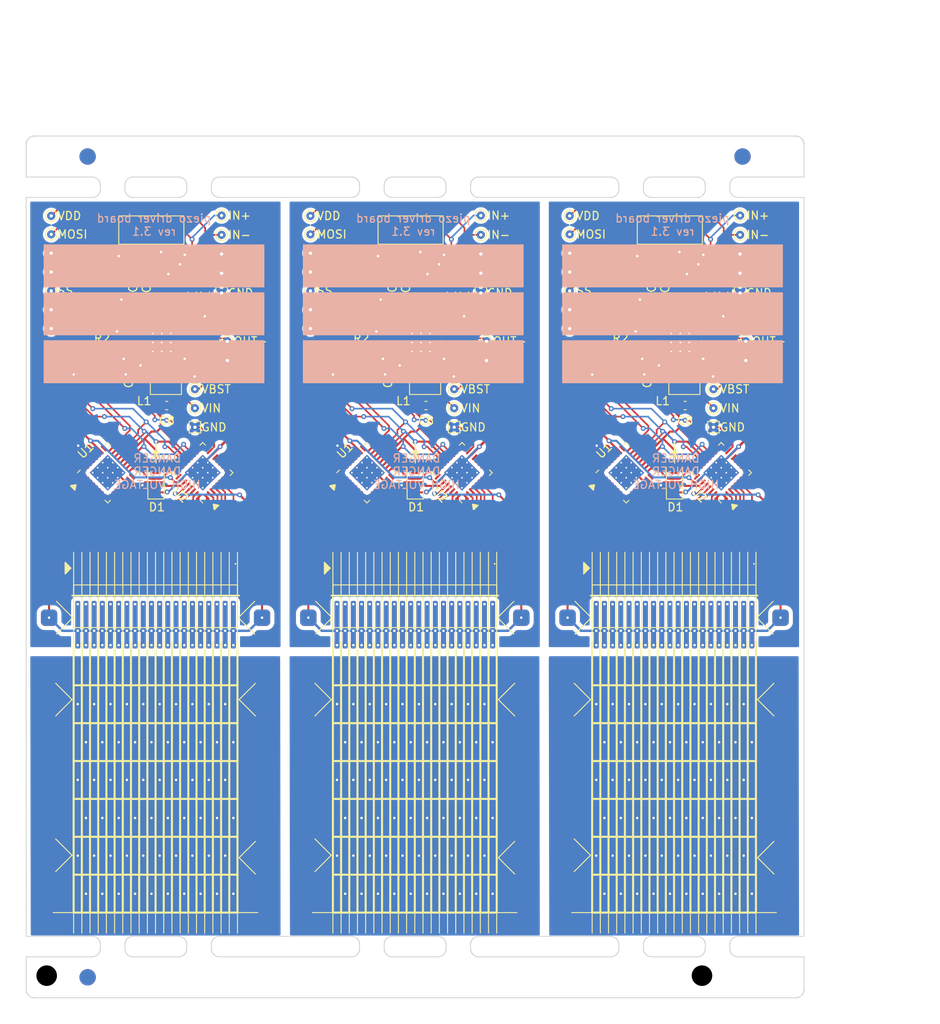
<source format=kicad_pcb>
(kicad_pcb (version 20221018) (generator pcbnew)
  (layers (0 "F.Cu" signal) (31 "B.Cu" signal) (34 "B.Paste" user) (35 "F.Paste" user) (36 "B.SilkS" user "B.Silkscreen") (37 "F.SilkS" user "F.Silkscreen") (38 "B.Mask" user) (39 "F.Mask" user) (44 "Edge.Cuts" user))
  (net 0 "")
  (net 1 "Board_0-/IN+")
  (net 2 "Board_0-/IN-")
  (net 3 "Board_0-/MISO")
  (net 4 "Board_0-/MOSI")
  (net 5 "Board_0-/OUT-")
  (net 6 "Board_0-/POL")
  (net 7 "Board_0-/PZT_Common")
  (net 8 "Board_0-/SCL")
  (net 9 "Board_0-/SCLK")
  (net 10 "Board_0-/SDA")
  (net 11 "Board_0-/SS")
  (net 12 "Board_0-/VBST")
  (net 13 "Board_0-/VDD")
  (net 14 "Board_0-/VIN")
  (net 15 "Board_0-/VPP")
  (net 16 "Board_0-/fill")
  (net 17 "Board_0-/reed1")
  (net 18 "Board_0-/reed10")
  (net 19 "Board_0-/reed11")
  (net 20 "Board_0-/reed12")
  (net 21 "Board_0-/reed13")
  (net 22 "Board_0-/reed14")
  (net 23 "Board_0-/reed15")
  (net 24 "Board_0-/reed16")
  (net 25 "Board_0-/reed17")
  (net 26 "Board_0-/reed18")
  (net 27 "Board_0-/reed19")
  (net 28 "Board_0-/reed2")
  (net 29 "Board_0-/reed20")
  (net 30 "Board_0-/reed3")
  (net 31 "Board_0-/reed4")
  (net 32 "Board_0-/reed5")
  (net 33 "Board_0-/reed6")
  (net 34 "Board_0-/reed7")
  (net 35 "Board_0-/reed8")
  (net 36 "Board_0-/reed9")
  (net 37 "Board_0-GND")
  (net 38 "Board_0-Net-(L1-Pad1)")
  (net 39 "Board_0-Net-(U1-DIN)")
  (net 40 "Board_0-Net-(U3-FB)")
  (net 41 "Board_0-Net-(U3-IN+)")
  (net 42 "Board_0-Net-(U3-IN-)")
  (net 43 "Board_0-Net-(U3-REG)")
  (net 44 "Board_0-Net-(U3-REXT)")
  (net 45 "Board_0-Net-(U3-VPUMP)")
  (net 46 "Board_0-unconnected-(U1-HVout11-Pad2)")
  (net 47 "Board_0-unconnected-(U1-HVout12-Pad1)")
  (net 48 "Board_0-unconnected-(U1-HVout13-Pad32)")
  (net 49 "Board_0-unconnected-(U1-HVout14-Pad31)")
  (net 50 "Board_0-unconnected-(U1-HVout15-Pad30)")
  (net 51 "Board_0-unconnected-(U1-HVout16-Pad29)")
  (net 52 "Board_0-unconnected-(U1-NC-Pad13)")
  (net 53 "Board_0-unconnected-(U1-NC-Pad16)")
  (net 54 "Board_0-unconnected-(U1-NC-Pad18)")
  (net 55 "Board_0-unconnected-(U1-NC-Pad23)")
  (net 56 "Board_0-unconnected-(U1-NC-Pad25)")
  (net 57 "Board_0-unconnected-(U2-HVout1-Pad12)")
  (net 58 "Board_0-unconnected-(U2-HVout2-Pad11)")
  (net 59 "Board_0-unconnected-(U2-HVout3-Pad10)")
  (net 60 "Board_0-unconnected-(U2-HVout4-Pad9)")
  (net 61 "Board_0-unconnected-(U2-HVout5-Pad8)")
  (net 62 "Board_0-unconnected-(U2-HVout6-Pad7)")
  (net 63 "Board_0-unconnected-(U2-NC-Pad13)")
  (net 64 "Board_0-unconnected-(U2-NC-Pad16)")
  (net 65 "Board_0-unconnected-(U2-NC-Pad18)")
  (net 66 "Board_0-unconnected-(U2-NC-Pad23)")
  (net 67 "Board_0-unconnected-(U2-NC-Pad25)")
  (net 68 "Board_0-unconnected-(U3-NC-Pad9)")
  (net 69 "Board_1-/IN+")
  (net 70 "Board_1-/IN-")
  (net 71 "Board_1-/MISO")
  (net 72 "Board_1-/MOSI")
  (net 73 "Board_1-/OUT-")
  (net 74 "Board_1-/POL")
  (net 75 "Board_1-/PZT_Common")
  (net 76 "Board_1-/SCL")
  (net 77 "Board_1-/SCLK")
  (net 78 "Board_1-/SDA")
  (net 79 "Board_1-/SS")
  (net 80 "Board_1-/VBST")
  (net 81 "Board_1-/VDD")
  (net 82 "Board_1-/VIN")
  (net 83 "Board_1-/VPP")
  (net 84 "Board_1-/fill")
  (net 85 "Board_1-/reed1")
  (net 86 "Board_1-/reed10")
  (net 87 "Board_1-/reed11")
  (net 88 "Board_1-/reed12")
  (net 89 "Board_1-/reed13")
  (net 90 "Board_1-/reed14")
  (net 91 "Board_1-/reed15")
  (net 92 "Board_1-/reed16")
  (net 93 "Board_1-/reed17")
  (net 94 "Board_1-/reed18")
  (net 95 "Board_1-/reed19")
  (net 96 "Board_1-/reed2")
  (net 97 "Board_1-/reed20")
  (net 98 "Board_1-/reed3")
  (net 99 "Board_1-/reed4")
  (net 100 "Board_1-/reed5")
  (net 101 "Board_1-/reed6")
  (net 102 "Board_1-/reed7")
  (net 103 "Board_1-/reed8")
  (net 104 "Board_1-/reed9")
  (net 105 "Board_1-GND")
  (net 106 "Board_1-Net-(L1-Pad1)")
  (net 107 "Board_1-Net-(U1-DIN)")
  (net 108 "Board_1-Net-(U3-FB)")
  (net 109 "Board_1-Net-(U3-IN+)")
  (net 110 "Board_1-Net-(U3-IN-)")
  (net 111 "Board_1-Net-(U3-REG)")
  (net 112 "Board_1-Net-(U3-REXT)")
  (net 113 "Board_1-Net-(U3-VPUMP)")
  (net 114 "Board_1-unconnected-(U1-HVout11-Pad2)")
  (net 115 "Board_1-unconnected-(U1-HVout12-Pad1)")
  (net 116 "Board_1-unconnected-(U1-HVout13-Pad32)")
  (net 117 "Board_1-unconnected-(U1-HVout14-Pad31)")
  (net 118 "Board_1-unconnected-(U1-HVout15-Pad30)")
  (net 119 "Board_1-unconnected-(U1-HVout16-Pad29)")
  (net 120 "Board_1-unconnected-(U1-NC-Pad13)")
  (net 121 "Board_1-unconnected-(U1-NC-Pad16)")
  (net 122 "Board_1-unconnected-(U1-NC-Pad18)")
  (net 123 "Board_1-unconnected-(U1-NC-Pad23)")
  (net 124 "Board_1-unconnected-(U1-NC-Pad25)")
  (net 125 "Board_1-unconnected-(U2-HVout1-Pad12)")
  (net 126 "Board_1-unconnected-(U2-HVout2-Pad11)")
  (net 127 "Board_1-unconnected-(U2-HVout3-Pad10)")
  (net 128 "Board_1-unconnected-(U2-HVout4-Pad9)")
  (net 129 "Board_1-unconnected-(U2-HVout5-Pad8)")
  (net 130 "Board_1-unconnected-(U2-HVout6-Pad7)")
  (net 131 "Board_1-unconnected-(U2-NC-Pad13)")
  (net 132 "Board_1-unconnected-(U2-NC-Pad16)")
  (net 133 "Board_1-unconnected-(U2-NC-Pad18)")
  (net 134 "Board_1-unconnected-(U2-NC-Pad23)")
  (net 135 "Board_1-unconnected-(U2-NC-Pad25)")
  (net 136 "Board_1-unconnected-(U3-NC-Pad9)")
  (net 137 "Board_2-/IN+")
  (net 138 "Board_2-/IN-")
  (net 139 "Board_2-/MISO")
  (net 140 "Board_2-/MOSI")
  (net 141 "Board_2-/OUT-")
  (net 142 "Board_2-/POL")
  (net 143 "Board_2-/PZT_Common")
  (net 144 "Board_2-/SCL")
  (net 145 "Board_2-/SCLK")
  (net 146 "Board_2-/SDA")
  (net 147 "Board_2-/SS")
  (net 148 "Board_2-/VBST")
  (net 149 "Board_2-/VDD")
  (net 150 "Board_2-/VIN")
  (net 151 "Board_2-/VPP")
  (net 152 "Board_2-/fill")
  (net 153 "Board_2-/reed1")
  (net 154 "Board_2-/reed10")
  (net 155 "Board_2-/reed11")
  (net 156 "Board_2-/reed12")
  (net 157 "Board_2-/reed13")
  (net 158 "Board_2-/reed14")
  (net 159 "Board_2-/reed15")
  (net 160 "Board_2-/reed16")
  (net 161 "Board_2-/reed17")
  (net 162 "Board_2-/reed18")
  (net 163 "Board_2-/reed19")
  (net 164 "Board_2-/reed2")
  (net 165 "Board_2-/reed20")
  (net 166 "Board_2-/reed3")
  (net 167 "Board_2-/reed4")
  (net 168 "Board_2-/reed5")
  (net 169 "Board_2-/reed6")
  (net 170 "Board_2-/reed7")
  (net 171 "Board_2-/reed8")
  (net 172 "Board_2-/reed9")
  (net 173 "Board_2-GND")
  (net 174 "Board_2-Net-(L1-Pad1)")
  (net 175 "Board_2-Net-(U1-DIN)")
  (net 176 "Board_2-Net-(U3-FB)")
  (net 177 "Board_2-Net-(U3-IN+)")
  (net 178 "Board_2-Net-(U3-IN-)")
  (net 179 "Board_2-Net-(U3-REG)")
  (net 180 "Board_2-Net-(U3-REXT)")
  (net 181 "Board_2-Net-(U3-VPUMP)")
  (net 182 "Board_2-unconnected-(U1-HVout11-Pad2)")
  (net 183 "Board_2-unconnected-(U1-HVout12-Pad1)")
  (net 184 "Board_2-unconnected-(U1-HVout13-Pad32)")
  (net 185 "Board_2-unconnected-(U1-HVout14-Pad31)")
  (net 186 "Board_2-unconnected-(U1-HVout15-Pad30)")
  (net 187 "Board_2-unconnected-(U1-HVout16-Pad29)")
  (net 188 "Board_2-unconnected-(U1-NC-Pad13)")
  (net 189 "Board_2-unconnected-(U1-NC-Pad16)")
  (net 190 "Board_2-unconnected-(U1-NC-Pad18)")
  (net 191 "Board_2-unconnected-(U1-NC-Pad23)")
  (net 192 "Board_2-unconnected-(U1-NC-Pad25)")
  (net 193 "Board_2-unconnected-(U2-HVout1-Pad12)")
  (net 194 "Board_2-unconnected-(U2-HVout2-Pad11)")
  (net 195 "Board_2-unconnected-(U2-HVout3-Pad10)")
  (net 196 "Board_2-unconnected-(U2-HVout4-Pad9)")
  (net 197 "Board_2-unconnected-(U2-HVout5-Pad8)")
  (net 198 "Board_2-unconnected-(U2-HVout6-Pad7)")
  (net 199 "Board_2-unconnected-(U2-NC-Pad13)")
  (net 200 "Board_2-unconnected-(U2-NC-Pad16)")
  (net 201 "Board_2-unconnected-(U2-NC-Pad18)")
  (net 202 "Board_2-unconnected-(U2-NC-Pad23)")
  (net 203 "Board_2-unconnected-(U2-NC-Pad25)")
  (net 204 "Board_2-unconnected-(U3-NC-Pad9)")
  (footprint "TestPoint:TestPoint_THTPad_D1.0mm_Drill0.5mm" (layer "F.Cu") (at 135.725 38.9)
    (fp_text reference "TP14" hide)
    (fp_text value "TestPoint")
  )
  (footprint "TestPoint:TestPoint_THTPad_1.0x1.0mm_Drill0.5mm" (layer "F.Cu") (at 124.875 39.15)
    (fp_text reference "TP2" hide)
    (fp_text value "TestPoint")
  )
  (footprint "Resistor_SMD:R_0603_1608Metric" (layer "F.Cu") (at 153.675 43.3)
    (fp_text reference "R3")
    (fp_text value "6.98k")
  )
  (footprint "TestPoint:TestPoint_THTPad_D1.0mm_Drill0.5mm" (layer "F.Cu") (at 104.075 36.6)
    (fp_text reference "TP12" hide)
    (fp_text value "TestPoint")
  )
  (footprint "TestPoint:TestPoint_THTPad_D1.0mm_Drill0.5mm" (layer "F.Cu") (at 184.925 50.9)
    (fp_text reference "TP4" hide)
    (fp_text value "TestPoint")
  )
  (footprint "TestPoint:TestPoint_THTPad_D1.0mm_Drill0.5mm" (layer "F.Cu") (at 157.225 45.05)
    (fp_text reference "TP5" hide)
    (fp_text value "TestPoint")
  )
  (footprint "Optacon_common:piezox20" (layer "F.Cu") (at 180.015 74.8)
    (fp_text reference "piezo1" hide)
    (fp_text value "Conn_01x22" hide)
  )
  (footprint "TestPoint:TestPoint_THTPad_D1.0mm_Drill0.5mm" (layer "F.Cu") (at 153.275 50.9)
    (fp_text reference "TP4" hide)
    (fp_text value "TestPoint")
  )
  (footprint "TestPoint:TestPoint_THTPad_D1.0mm_Drill0.5mm" (layer "F.Cu") (at 124.875 32.0625)
    (fp_text reference "TP7" hide)
    (fp_text value "TestPoint")
  )
  (footprint "Fiducial" (layer "F.Cu") (at 108.525 22.5)
    (fp_text reference "REF**" hide)
    (fp_text value "Fiducial" hide)
  )
  (footprint "TestPoint:TestPoint_THTPad_D1.0mm_Drill0.5mm" (layer "F.Cu") (at 135.725 29.75)
    (fp_text reference "TP1" hide)
    (fp_text value "VDD")
  )
  (footprint "Resistor_SMD:R_0603_1608Metric" (layer "F.Cu") (at 144.625 44.7)
    (fp_text reference "R2")
    (fp_text value "6.98k")
  )
  (footprint "Package_DFN_QFN:Texas_S-PVQFN-N20_EP2.7x2.7mm_ThermalVias" (layer "F.Cu") (at 180.875 45.2)
    (fp_text reference "U3")
    (fp_text value "DRV2665")
  )
  (footprint "Resistor_SMD:R_0603_1608Metric" (layer "F.Cu") (at 112.975 44.7)
    (fp_text reference "R2")
    (fp_text value "6.98k")
  )
  (footprint "TestPoint:TestPoint_THTPad_D1.0mm_Drill0.5mm" (layer "F.Cu") (at 104.075 34.3)
    (fp_text reference "TP9" hide)
    (fp_text value "TestPoint")
  )
  (footprint "Resistor_SMD:R_0603_1608Metric" (layer "F.Cu") (at 180.875 37.6 -90)
    (fp_text reference "R4")
    (fp_text value "3.3k")
  )
  (footprint "Resistor_SMD:R_0603_1608Metric" (layer "F.Cu") (at 117.575 37.6 -90)
    (fp_text reference "R4")
    (fp_text value "3.3k")
  )
  (footprint "Resistor_SMD:R_0603_1608Metric" (layer "F.Cu") (at 176.275 44.7)
    (fp_text reference "R2")
    (fp_text value "6.98k")
  )
  (footprint "Resistor_SMD:R_0603_1608Metric" (layer "F.Cu") (at 122.025 43.3)
    (fp_text reference "R3")
    (fp_text value "6.98k")
  )
  (footprint "Optacon_common:TDK_VLS_3012" (layer "F.Cu") (at 149.725 49.85 -90)
    (fp_text reference "L1")
    (fp_text value "3.3 µH")
  )
  (footprint "Capacitor_SMD:C_0603_1608Metric" (layer "F.Cu") (at 114.075 40.6 90)
    (fp_text reference "C2")
    (fp_text value "0.1 µF")
  )
  (footprint "Optacon_common:TDK_VLS_3012" (layer "F.Cu") (at 181.375 49.85 -90)
    (fp_text reference "L1")
    (fp_text value "3.3 µH")
  )
  (footprint "Optacon_common:piezox20" (layer "F.Cu") (at 116.715 74.8)
    (fp_text reference "piezo1" hide)
    (fp_text value "Conn_01x22" hide)
  )
  (footprint "Package_DFN_QFN:HVQFN-32-1EP_5x5mm_P0.5mm_EP3.1x3.1mm_ThermalVias" (layer "F.Cu") (at 174.275 61.1 45)
    (fp_text reference "U1")
    (fp_text value "HV509")
  )
  (footprint "Optacon_common:Hirose_FH34SRJ-12S-0.5SH" (layer "F.Cu") (at 179.575 31.6 180)
    (fp_text reference "J1" hide)
    (fp_text value "Conn_01x12")
  )
  (footprint "Diode_SMD:D_SOD-123F" (layer "F.Cu") (at 148.525 62.1 90)
    (fp_text reference "D1")
    (fp_text value "D")
  )
  (footprint "Resistor_SMD:R_0603_1608Metric" (layer "F.Cu") (at 112.975 46.3)
    (fp_text reference "R1")
    (fp_text value "549k")
  )
  (footprint "TestPoint:TestPoint_THTPad_D1.0mm_Drill0.5mm" (layer "F.Cu") (at 135.725 34.3)
    (fp_text reference "TP9" hide)
    (fp_text value "TestPoint")
  )
  (footprint "TestPoint:TestPoint_THTPad_D1.0mm_Drill0.5mm" (layer "F.Cu") (at 156.525 34.4)
    (fp_text reference "TP11" hide)
    (fp_text value "TestPoint")
  )
  (footprint "Resistor_SMD:R_0603_1608Metric" (layer "F.Cu") (at 119.175 37.6 90)
    (fp_text reference "R5")
    (fp_text value "3.3k")
  )
  (footprint "Capacitor_SMD:C_0603_1608Metric" (layer "F.Cu") (at 149.825 52.9)
    (fp_text reference "C8")
    (fp_text value "0.1 µF")
  )
  (footprint "Optacon_common:Hirose_FH34SRJ-12S-0.5SH" (layer "F.Cu") (at 147.925 31.6 180)
    (fp_text reference "J1" hide)
    (fp_text value "Conn_01x12")
  )
  (footprint "Capacitor_SMD:C_0805_2012Metric" (layer "F.Cu") (at 184.875 47.4 -90)
    (fp_text reference "C4")
    (fp_text value "0.1 µF 150V+")
  )
  (footprint "Capacitor_SMD:C_0603_1608Metric" (layer "F.Cu") (at 177.375 40.6 90)
    (fp_text reference "C2")
    (fp_text value "0.1 µF")
  )
  (footprint "Package_DFN_QFN:HVQFN-32-1EP_5x5mm_P0.5mm_EP3.1x3.1mm_ThermalVias" (layer "F.Cu") (at 185.875 61.1 135)
    (fp_text reference "U2")
    (fp_text value "HV509")
  )
  (footprint "Capacitor_SMD:C_0603_1608Metric" (layer "F.Cu") (at 121.275 39.15 90)
    (fp_text reference "C6")
    (fp_text value "1 µF")
  )
  (footprint "Capacitor_SMD:C_0603_1608Metric" (layer "F.Cu") (at 145.725 40.6 90)
    (fp_text reference "C2")
    (fp_text value "0.1 µF")
  )
  (footprint "TestPoint:TestPoint_THTPad_1.0x1.0mm_Drill0.5mm" (layer "F.Cu") (at 156.525 39.15)
    (fp_text reference "TP2" hide)
    (fp_text value "TestPoint")
  )
  (footprint "TestPoint:TestPoint_THTPad_1.0x1.0mm_Drill0.5mm" (layer "F.Cu") (at 167.375 43.5)
    (fp_text reference "TP2" hide)
    (fp_text value "TestPoint")
  )
  (footprint "Optacon_common:piezox20" (layer "F.Cu") (at 148.365 74.8)
    (fp_text reference "piezo1" hide)
    (fp_text value "Conn_01x22" hide)
  )
  (footprint "TestPoint:TestPoint_THTPad_1.0x1.0mm_Drill0.5mm" (layer "F.Cu") (at 188.175 39.15)
    (fp_text reference "TP2" hide)
    (fp_text value "TestPoint")
  )
  (footprint "TestPoint:TestPoint_THTPad_D1.0mm_Drill0.5mm" (layer "F.Cu") (at 167.375 29.75)
    (fp_text reference "TP1" hide)
    (fp_text value "VDD")
  )
  (footprint "Package_DFN_QFN:Texas_S-PVQFN-N20_EP2.7x2.7mm_ThermalVias" (layer "F.Cu") (at 117.575 45.2)
    (fp_text reference "U3")
    (fp_text value "DRV2665")
  )
  (footprint "Package_DFN_QFN:Texas_S-PVQFN-N20_EP2.7x2.7mm_ThermalVias" (layer "F.Cu") (at 149.225 45.2)
    (fp_text reference "U3")
    (fp_text value "DRV2665")
  )
  (footprint "Diode_SMD:D_SOD-123F" (layer "F.Cu") (at 180.175 62.1 90)
    (fp_text reference "D1")
    (fp_text value "D")
  )
  (footprint "Capacitor_SMD:C_0603_1608Metric" (layer "F.Cu") (at 144.625 42.9 180)
    (fp_text reference "C1")
    (fp_text value "1 µF")
  )
  (footprint "TestPoint:TestPoint_THTPad_D1.0mm_Drill0.5mm" (layer "F.Cu") (at 104.075 41.2)
    (fp_text reference "TP13" hide)
    (fp_text value "TestPoint")
  )
  (footprint "Capacitor_SMD:C_0603_1608Metric" (layer "F.Cu") (at 122.875 39.15 90)
    (fp_text reference "C7")
    (fp_text value "1 µF")
  )
  (footprint "Fiducial" (layer "F.Cu") (at 108.525 122.7)
    (fp_text reference "REF**" hide)
    (fp_text value "Fiducial" hide)
  )
  (footprint "Package_DFN_QFN:HVQFN-32-1EP_5x5mm_P0.5mm_EP3.1x3.1mm_ThermalVias" (layer "F.Cu") (at 122.575 61.1 135)
    (fp_text reference "U2")
    (fp_text value "HV509")
  )
  (footprint "TestPoint:TestPoint_THTPad_1.0x1.0mm_Drill0.5mm" (layer "F.Cu") (at 184.925 55.55)
    (fp_text reference "TP2" hide)
    (fp_text value "TestPoint")
  )
  (footprint "TestPoint:TestPoint_THTPad_D1.0mm_Drill0.5mm" (layer "F.Cu") (at 125.575 47.4)
    (fp_text reference "TP3" hide)
    (fp_text value "TestPoint")
  )
  (footprint "Diode_SMD:D_SOD-123F" (layer "F.Cu") (at 116.875 62.1 90)
    (fp_text reference "D1")
    (fp_text value "D")
  )
  (footprint "Resistor_SMD:R_0603_1608Metric" (layer "F.Cu") (at 144.625 46.3)
    (fp_text reference "R1")
    (fp_text value "549k")
  )
  (footprint "TestPoint:TestPoint_THTPad_1.0x1.0mm_Drill0.5mm" (layer "F.Cu") (at 121.625 55.55)
    (fp_text reference "TP2" hide)
    (fp_text value "TestPoint")
  )
  (footprint "TestPoint:TestPoint_THTPad_D1.0mm_Drill0.5mm" (layer "F.Cu") (at 188.175 29.7)
    (fp_text reference "TP6" hide)
    (fp_text value "TestPoint")
  )
  (footprint "Resistor_SMD:R_0603_1608Metric" (layer "F.Cu") (at 176.275 46.3)
    (fp_text reference "R1")
    (fp_text value "549k")
  )
  (footprint "TestPoint:TestPoint_THTPad_D1.0mm_Drill0.5mm" (layer "F.Cu") (at 167.375 38.9)
    (fp_text reference "TP14" hide)
    (fp_text value "TestPoint")
  )
  (footprint "Optacon_common:Hirose_FH34SRJ-12S-0.5SH" (layer "F.Cu") (at 116.275 31.6 180)
    (fp_text reference "J1" hide)
    (fp_text value "Conn_01x12")
  )
  (footprint "Capacitor_SMD:C_0603_1608Metric" (layer "F.Cu") (at 184.575 39.15 90)
    (fp_text reference "C6")
    (fp_text value "1 µF")
  )
  (footprint "NPTH" (layer "F.Cu") (at 183.525 122.5)
    (fp_text reference "REF**" hide)
    (fp_text value "NPTH" hide)
  )
  (footprint "TestPoint:TestPoint_THTPad_D1.0mm_Drill0.5mm" (layer "F.Cu") (at 157.225 47.4)
    (fp_text reference "TP3" hide)
    (fp_text value "TestPoint")
  )
  (footprint "TestPoint:TestPoint_THTPad_D1.0mm_Drill0.5mm" (layer "F.Cu") (at 188.175 34.4)
    (fp_text reference "TP11" hide)
    (fp_text value "TestPoint")
  )
  (footprint "TestPoint:TestPoint_THTPad_D1.0mm_Drill0.5mm" (layer "F.Cu") (at 135.725 36.6)
    (fp_text reference "TP12" hide)
    (fp_text value "TestPoint")
  )
  (footprint "TestPoint:TestPoint_THTPad_D1.0mm_Drill0.5mm" (layer "F.Cu") (at 124.875 29.7)
    (fp_text reference "TP6" hide)
    (fp_text value "TestPoint")
  )
  (footprint "Package_DFN_QFN:HVQFN-32-1EP_5x5mm_P0.5mm_EP3.1x3.1mm_ThermalVias" (layer "F.Cu") (at 110.975 61.1 45)
    (fp_text reference "U1")
    (fp_text value "HV509")
  )
  (footprint "Resistor_SMD:R_0603_1608Metric" (layer "F.Cu") (at 150.825 37.6 90)
    (fp_text reference "R5")
    (fp_text value "3.3k")
  )
  (footprint "Resistor_SMD:R_0603_1608Metric" (layer "F.Cu") (at 149.225 37.6 -90)
    (fp_text reference "R4")
    (fp_text value "3.3k")
  )
  (footprint "TestPoint:TestPoint_THTPad_D1.0mm_Drill0.5mm" (layer "F.Cu") (at 156.525 36.75)
    (fp_text reference "TP10" hide)
    (fp_text value "TestPoint")
  )
  (footprint "Package_DFN_QFN:HVQFN-32-1EP_5x5mm_P0.5mm_EP3.1x3.1mm_ThermalVias" (layer "F.Cu") (at 142.625 61.1 45)
    (fp_text reference "U1")
    (fp_text value "HV509")
  )
  (footprint "TestPoint:TestPoint_THTPad_D1.0mm_Drill0.5mm" (layer "F.Cu") (at 188.875 47.4)
    (fp_text reference "TP3" hide)
    (fp_text value "TestPoint")
  )
  (footprint "TestPoint:TestPoint_THTPad_D1.0mm_Drill0.5mm" (layer "F.Cu") (at 104.075 38.9)
    (fp_text reference "TP14" hide)
    (fp_text value "TestPoint")
  )
  (footprint "TestPoint:TestPoint_THTPad_D1.0mm_Drill0.5mm" (layer "F.Cu") (at 188.175 32.0625)
    (fp_text reference "TP7" hide)
    (fp_text value "TestPoint")
  )
  (footprint "TestPoint:TestPoint_THTPad_D1.0mm_Drill0.5mm" (layer "F.Cu") (at 167.375 41.2)
    (fp_text reference "TP13" hide)
    (fp_text value "TestPoint")
  )
  (footprint "TestPoint:TestPoint_THTPad_D1.0mm_Drill0.5mm" (layer "F.Cu") (at 156.525 29.7)
    (fp_text reference "TP6" hide)
    (fp_text value "TestPoint")
  )
  (footprint "Capacitor_SMD:C_0603_1608Metric" (layer "F.Cu") (at 147.425 40.6 90)
    (fp_text reference "C3")
    (fp_text value "0.1 µF")
  )
  (footprint "Optacon_common:Hirose_FH34SRJ-40S-0.5SH" (layer "F.Cu") (at 116.825 74.65)
    (fp_text reference "J2" hide)
    (fp_text value "Conn_01x40_Socket" hide)
  )
  (footprint "TestPoint:TestPoint_THTPad_D1.0mm_Drill0.5mm" (layer "F.Cu") (at 104.075 32)
    (fp_text reference "TP8" hide)
    (fp_text value "TestPoint")
  )
  (footprint "TestPoint:TestPoint_THTPad_D1.0mm_Drill0.5mm" (layer "F.Cu") (at 125.575 45.05)
    (fp_text reference "TP5" hide)
    (fp_text value "TestPoint")
  )
  (footprint "Capacitor_SMD:C_0603_1608Metric" (layer "F.Cu") (at 176.275 42.9 180)
    (fp_text reference "C1")
    (fp_text value "1 µF")
  )
  (footprint "Capacitor_SMD:C_0603_1608Metric" (layer "F.Cu") (at 146.625 49.8 90)
    (fp_text reference "C5")
    (fp_text value "10 µF")
  )
  (footprint "Capacitor_SMD:C_0603_1608Metric" (layer "F.Cu") (at 154.525 39.15 90)
    (fp_text reference "C7")
    (fp_text value "1 µF")
  )
  (footprint "Capacitor_SMD:C_0805_2012Metric" (layer "F.Cu") (at 121.575 47.4 -90)
    (fp_text reference "C4")
    (fp_text value "0.1 µF 150V+")
  )
  (footprint "TestPoint:TestPoint_THTPad_D1.0mm_Drill0.5mm" (layer "F.Cu") (at 124.875 34.4)
    (fp_text reference "TP11" hide)
    (fp_text value "TestPoint")
  )
  (footprint "TestPoint:TestPoint_THTPad_D1.0mm_Drill0.5mm" (layer "F.Cu") (at 124.875 36.75)
    (fp_text reference "TP10" hide)
    (fp_text value "TestPoint")
  )
  (footprint "Capacitor_SMD:C_0603_1608Metric" (layer "F.Cu") (at 181.475 52.9)
    (fp_text reference "C8")
    (fp_text value "0.1 µF")
  )
  (footprint "TestPoint:TestPoint_THTPad_D1.0mm_Drill0.5mm" (layer "F.Cu") (at 167.375 32)
    (fp_text reference "TP8" hide)
    (fp_text value "TestPoint")
  )
  (footprint "Resistor_SMD:R_0603_1608Metric" (layer "F.Cu") (at 185.325 43.3)
    (fp_text reference "R3")
    (fp_text value "6.98k")
  )
  (footprint "Optacon_common:Hirose_FH34SRJ-40S-0.5SH" (layer "F.Cu") (at 180.125 74.65)
    (fp_text reference "J2" hide)
    (fp_text value "Conn_01x40_Socket" hide)
  )
  (footprint "Capacitor_SMD:C_0805_2012Metric" (layer "F.Cu") (at 153.225 47.4 -90)
    (fp_text reference "C4")
    (fp_text value "0.1 µF 150V+")
  )
  (footprint "Capacitor_SMD:C_0603_1608Metric" (layer "F.Cu") (at 112.975 42.9 180)
    (fp_text reference "C1")
    (fp_text value "1 µF")
  )
  (footprint "Fiducial" (layer "F.Cu") (at 188.475 22.5)
    (fp_text reference "REF**" hide)
    (fp_text value "Fiducial" hide)
  )
  (footprint "Capacitor_SMD:C_0603_1608Metric" (layer "F.Cu") (at 152.925 39.15 90)
    (fp_text reference "C6")
    (fp_text value "1 µF")
  )
  (footprint "Optacon_common:Hirose_FH34SRJ-40S-0.5SH" (layer "F.Cu") (at 148.475 74.65)
    (fp_text reference "J2" hide)
    (fp_text value "Conn_01x40_Socket" hide)
  )
  (footprint "TestPoint:TestPoint_THTPad_D1.0mm_Drill0.5mm" (layer "F.Cu") (at 121.625 53.225)
    (fp_text reference "TP15" hide)
    (fp_text value "VDD")
  )
  (footprint "TestPoint:TestPoint_THTPad_D1.0mm_Drill0.5mm" (layer "F.Cu") (at 156.525 32.0625)
    (fp_text reference "TP7" hide)
    (fp_text value "TestPoint")
  )
  (footprint "Capacitor_SMD:C_0603_1608Metric" (layer "F.Cu") (at 114.975 49.8 90)
    (fp_text reference "C5")
    (fp_text value "10 µF")
  )
  (footprint "TestPoint:TestPoint_THTPad_D1.0mm_Drill0.5mm" (layer "F.Cu") (at 121.625 50.9)
    (fp_text reference "TP4" hide)
    (fp_text value "TestPoint")
  )
  (footprint "TestPoint:TestPoint_THTPad_D1.0mm_Drill0.5mm" (layer "F.Cu") (at 188.875 45.05)
    (fp_text reference "TP5" hide)
    (fp_text value "TestPoint")
  )
  (footprint "TestPoint:TestPoint_THTPad_D1.0mm_Drill0.5mm" (layer "F.Cu") (at 153.275 53.225)
    (fp_text reference "TP15" hide)
    (fp_text value "VDD")
  )
  (footprint "TestPoint:TestPoint_THTPad_1.0x1.0mm_Drill0.5mm" (layer "F.Cu") (at 135.725 43.5)
    (fp_text reference "TP2" hide)
    (fp_text value "TestPoint")
  )
  (footprint "TestPoint:TestPoint_THTPad_D1.0mm_Drill0.5mm" (layer "F.Cu") (at 184.925 53.225)
    (fp_text reference "TP15" hide)
    (fp_text value "VDD")
  )
  (footprint "TestPoint:TestPoint_THTPad_D1.0mm_Drill0.5mm" (layer "F.Cu") (at 135.725 32)
    (fp_text reference "TP8" hide)
    (fp_text value "TestPoint")
  )
  (footprint "TestPoint:TestPoint_THTPad_D1.0mm_Drill0.5mm" (layer "F.Cu") (at 135.725 41.2)
    (fp_text reference "TP13" hide)
    (fp_text value "TestPoint")
  )
  (footprint "Capacitor_SMD:C_0603_1608Metric" (layer "F.Cu") (at 178.275 49.8 90)
    (fp_text reference "C5")
    (fp_text value "10 µF")
  )
  (footprint "TestPoint:TestPoint_THTPad_D1.0mm_Drill0.5mm" (layer "F.Cu") (at 188.175 36.75)
    (fp_text reference "TP10" hide)
    (fp_text value "TestPoint")
  )
  (footprint "TestPoint:TestPoint_THTPad_1.0x1.0mm_Drill0.5mm" (layer "F.Cu") (at 104.075 43.5)
    (fp_text reference "TP2" hide)
    (fp_text value "TestPoint")
  )
  (footprint "TestPoint:TestPoint_THTPad_D1.0mm_Drill0.5mm" (layer "F.Cu") (at 104.075 29.75)
    (fp_text reference "TP1" hide)
    (fp_text value "VDD")
  )
  (footprint "Capacitor_SMD:C_0603_1608Metric" (layer "F.Cu") (at 118.175 52.9)
    (fp_text reference "C8")
    (fp_text value "0.1 µF")
  )
  (footprint "Resistor_SMD:R_0603_1608Metric" (layer "F.Cu") (at 182.475 37.6 90)
    (fp_text reference "R5")
    (fp_text value "3.3k")
  )
  (footprint "TestPoint:TestPoint_THTPad_D1.0mm_Drill0.5mm" (layer "F.Cu") (at 167.375 36.6)
    (fp_text reference "TP12" hide)
    (fp_text value "TestPoint")
  )
  (footprint "TestPoint:TestPoint_THTPad_1.0x1.0mm_Drill0.5mm" (layer "F.Cu") (at 153.275 55.55)
    (fp_text reference "TP2" hide)
    (fp_text value "TestPoint")
  )
  (footprint "Capacitor_SMD:C_0603_1608Metric" (layer "F.Cu") (at 179.075 40.6 90)
    (fp_text reference "C3")
    (fp_text value "0.1 µF")
  )
  (footprint "Optacon_common:TDK_VLS_3012" (layer "F.Cu") (at 118.075 49.85 -90)
    (fp_text reference "L1")
    (fp_text value "3.3 µH")
  )
  (footprint "Capacitor_SMD:C_0603_1608Metric" (layer "F.Cu") (at 115.775 40.6 90)
    (fp_text reference "C3")
    (fp_text value "0.1 µF")
  )
  (footprint "Package_DFN_QFN:HVQFN-32-1EP_5x5mm_P0.5mm_EP3.1x3.1mm_ThermalVias" (layer "F.Cu") (at 154.225 61.1 135)
    (fp_text reference "U2")
    (fp_text value "HV509")
  )
  (footprint "NPTH" (layer "F.Cu") (at 103.525 122.5)
    (fp_text reference "REF**" hide)
    (fp_text value "NPTH" hide)
  )
  (footprint "TestPoint:TestPoint_THTPad_D1.0mm_Drill0.5mm" (layer "F.Cu") (at 167.375 34.3)
    (fp_text reference "TP9" hide)
    (fp_text value "TestPoint")
  )
  (footprint "Capacitor_SMD:C_0603_1608Metric" (layer "F.Cu") (at 186.175 39.15 90)
    (fp_text reference "C7")
    (fp_text value "1 µF")
  )
  (footprint "Fiducial" (layer "B.Cu") (at 108.525 22.5)
    (fp_text reference "REF**" hide)
    (fp_text value "Fiducial" hide)
  )
  (footprint "Fiducial" (layer "B.Cu") (at 108.525 122.7)
    (fp_text reference "REF**" hide)
    (fp_text value "Fiducial" hide)
  )
  (footprint "Fiducial" (layer "B.Cu") (at 188.475 22.5)
    (fp_text reference "REF**" hide)
    (fp_text value "Fiducial" hide)
  )
  (gr_rect (start 134.875 33.3) (end 161.675 38.4) (stroke (width 0.15)) (fill solid) (layer "B.SilkS"))
  (gr_rect (start 166.525 39.15) (end 193.325 44.25) (stroke (width 0.15)) (fill solid) (layer "B.SilkS"))
  (gr_rect (start 134.875 45) (end 161.675 50.1) (stroke (width 0.15)) (fill solid) (layer "B.SilkS"))
  (gr_rect (start 166.525 45) (end 193.325 50.1) (stroke (width 0.15)) (fill solid) (layer "B.SilkS"))
  (gr_rect (start 103.225 33.3) (end 130.025 38.4) (stroke (width 0.15)) (fill solid) (layer "B.SilkS"))
  (gr_rect (start 134.875 39.15) (end 161.675 44.25) (stroke (width 0.15)) (fill solid) (layer "B.SilkS"))
  (gr_rect (start 166.525 33.3) (end 193.325 38.4) (stroke (width 0.15)) (fill solid) (layer "B.SilkS"))
  (gr_rect (start 103.225 45) (end 130.025 50.1) (stroke (width 0.15)) (fill solid) (layer "B.SilkS"))
  (gr_rect (start 103.225 39.15) (end 130.025 44.25) (stroke (width 0.15)) (fill solid) (layer "B.SilkS"))
  (gr_poly (pts (xy 187.775 65.1) (xy 187.297703 65.577297) (xy 187.191637 64.976256)) (stroke (width 0.2)) (fill solid) (layer "F.SilkS"))
  (gr_line (start 148.525 57.5) (end 148.525 59) (stroke (width 0.15)) (layer "F.SilkS"))
  (gr_line (start 116.375 59.1) (end 117.375 59.1) (stroke (width 0.15)) (layer "F.SilkS"))
  (gr_line (start 148.025 59.1) (end 149.025 59.1) (stroke (width 0.15)) (layer "F.SilkS"))
  (gr_line (start 180.175 58.5) (end 180.175 57.5) (stroke (width 0.15)) (layer "F.SilkS"))
  (gr_line (start 116.875 58.5) (end 116.875 57.5) (stroke (width 0.15)) (layer "F.SilkS"))
  (gr_poly (pts (xy 170.251256 63.183363) (xy 169.773959 62.706066) (xy 170.375 62.6)) (stroke (width 0.2)) (fill solid) (layer "F.SilkS"))
  (gr_line (start 148.525 59.1) (end 148.525 59.9) (stroke (width 0.15)) (layer "F.SilkS"))
  (gr_line (start 116.875 59.1) (end 116.875 59.9) (stroke (width 0.15)) (layer "F.SilkS"))
  (gr_poly (pts (xy 179.85 58.5) (xy 180.525 58.5) (xy 180.175 59)) (stroke (width 0.2)) (fill solid) (layer "F.SilkS"))
  (gr_poly (pts (xy 106.951256 63.183363) (xy 106.473959 62.706066) (xy 107.075 62.6)) (stroke (width 0.2)) (fill solid) (layer "F.SilkS"))
  (gr_line (start 179.675 59.1) (end 180.675 59.1) (stroke (width 0.15)) (layer "F.SilkS"))
  (gr_poly (pts (xy 124.475 65.1) (xy 123.997703 65.577297) (xy 123.891637 64.976256)) (stroke (width 0.2)) (fill solid) (layer "F.SilkS"))
  (gr_poly (pts (xy 138.125 72.75) (xy 137.435 73.45) (xy 137.435 72.05)) (stroke (width 0.15)) (fill solid) (layer "F.SilkS"))
  (gr_line (start 116.875 57.5) (end 116.875 59) (stroke (width 0.15)) (layer "F.SilkS"))
  (gr_line (start 180.175 59.1) (end 180.175 59.9) (stroke (width 0.15)) (layer "F.SilkS"))
  (gr_poly (pts (xy 116.55 58.5) (xy 117.225 58.5) (xy 116.875 59)) (stroke (width 0.2)) (fill solid) (layer "F.SilkS"))
  (gr_poly (pts (xy 106.475 72.75) (xy 105.785 73.45) (xy 105.785 72.05)) (stroke (width 0.15)) (fill solid) (layer "F.SilkS"))
  (gr_poly (pts (xy 138.601256 63.183363) (xy 138.123959 62.706066) (xy 138.725 62.6)) (stroke (width 0.2)) (fill solid) (layer "F.SilkS"))
  (gr_line (start 180.175 57.5) (end 180.175 59) (stroke (width 0.15)) (layer "F.SilkS"))
  (gr_poly (pts (xy 148.2 58.5) (xy 148.875 58.5) (xy 148.525 59)) (stroke (width 0.2)) (fill solid) (layer "F.SilkS"))
  (gr_line (start 148.525 58.5) (end 148.525 57.5) (stroke (width 0.15)) (layer "F.SilkS"))
  (gr_poly (pts (xy 156.125 65.1) (xy 155.647703 65.577297) (xy 155.541637 64.976256)) (stroke (width 0.2)) (fill solid) (layer "F.SilkS"))
  (gr_poly (pts (xy 169.775 72.75) (xy 169.085 73.45) (xy 169.085 72.05)) (stroke (width 0.15)) (fill solid) (layer "F.SilkS"))
  (gr_line (start 187.536144 120.124637) (end 187.491721 120.104946) (stroke (width 0.1)) (layer "Edge.Cuts"))
  (gr_line (start 101.543076 125.075611) (end 101.543288 125.075735) (stroke (width 0.1)) (layer "Edge.Cuts"))
  (gr_line (start 141.714281 26.655262) (end 141.705974 26.703138) (stroke (width 0.1)) (layer "Edge.Cuts"))
  (gr_line (start 187.769737 25.010718) (end 187.817963 25.00477) (stroke (width 0.1)) (layer "Edge.Cuts"))
  (gr_line (start 140.928138 120.180974) (end 140.880262 120.189281) (stroke (width 0.1)) (layer "Edge.Cuts"))
  (gr_line (start 109.508278 25.095053) (end 109.551681 25.1169) (stroke (width 0.1)) (layer "Edge.Cuts"))
  (gr_line (start 183.895328 26.750549) (end 183.882368 26.79738) (stroke (width 0.1)) (layer "Edge.Cuts"))
  (gr_line (start 101.032387 27.500416) (end 101.031917 27.500559) (stroke (width 0.1)) (layer "Edge.Cuts"))
  (gr_line (start 120.458152 25.439987) (end 120.484148 25.481039) (stroke (width 0.1)) (layer "Edge.Cuts"))
  (gr_line (start 155.370053 26.933278) (end 155.350362 26.888855) (stroke (width 0.1)) (layer "Edge.Cuts"))
  (gr_line (start 151.525549 27.470328) (end 151.478138 27.480974) (stroke (width 0.1)) (layer "Edge.Cuts"))
  (gr_line (start 187.0419 26.976681) (end 187.020053 26.933278) (stroke (width 0.1)) (layer "Edge.Cuts"))
  (gr_line (start 141.682368 26.79738) (end 141.667125 26.843519) (stroke (width 0.1)) (layer "Edge.Cuts"))
  (gr_line (start 195.856768 20.528963) (end 195.856537 20.52853) (stroke (width 0.1)) (layer "Edge.Cuts"))
  (gr_line (start 195.898692 124.58234) (end 195.902928 124.571358) (stroke (width 0.1)) (layer "Edge.Cuts"))
  (gr_line (start 152.158099 119.676681) (end 152.134148 119.71896) (stroke (width 0.1)) (layer "Edge.Cuts"))
  (gr_line (start 155.294025 26.703138) (end 155.285718 26.655262) (stroke (width 0.1)) (layer "Edge.Cuts"))
  (gr_line (start 177.03148 27.442125) (end 176.986144 27.424637) (stroke (width 0.1)) (layer "Edge.Cuts"))
  (gr_line (start 151.333576 25.001195) (end 151.382036 25.00477) (stroke (width 0.1)) (layer "Edge.Cuts"))
  (gr_line (start 109.908152 25.439987) (end 109.934148 25.481039) (stroke (width 0.1)) (layer "Edge.Cuts"))
  (gr_line (start 101.065077 20.721619) (end 101.047196 20.793005) (stroke (width 0.1)) (layer "Edge.Cuts"))
  (gr_line (start 176.541847 27.060012) (end 176.515851 27.01896) (stroke (width 0.1)) (layer "Edge.Cuts"))
  (gr_line (start 110.032368 118.402619) (end 110.045328 118.44945) (stroke (width 0.1)) (layer "Edge.Cuts"))
  (gr_line (start 195.618302 124.964931) (end 195.618486 124.964768) (stroke (width 0.1)) (layer "Edge.Cuts"))
  (gr_line (start 109.999637 26.888855) (end 109.979946 26.933278) (stroke (width 0.1)) (layer "Edge.Cuts"))
  (gr_line (start 101.042413 124.38295) (end 101.042452 124.383193) (stroke (width 0.1)) (layer "Edge.Cuts"))
  (gr_line (start 155.415851 118.181039) (end 155.441847 118.139987) (stroke (width 0.1)) (layer "Edge.Cuts"))
  (gr_line (start 123.765851 25.481039) (end 123.791847 25.439987) (stroke (width 0.1)) (layer "Edge.Cuts"))
  (gr_line (start 187.58148 25.057874) (end 187.627619 25.042631) (stroke (width 0.1)) (layer "Edge.Cuts"))
  (gr_line (start 155.636952 27.275278) (end 155.600158 27.243539) (stroke (width 0.1)) (layer "Edge.Cuts"))
  (gr_line (start 123.644025 119.403138) (end 123.635718 119.355262) (stroke (width 0.1)) (layer "Edge.Cuts"))
  (gr_line (start 101.187349 124.745252) (end 101.193647 124.755197) (stroke (width 0.1)) (layer "Edge.Cuts"))
  (gr_line (start 195.862168 20.539697) (end 195.86206 20.539476) (stroke (width 0.1)) (layer "Edge.Cuts"))
  (gr_line (start 145.164987 25.166847) (end 145.206039 25.140851) (stroke (width 0.1)) (layer "Edge.Cuts"))
  (gr_line (start 195.96519 27.500057) (end 195.962972 27.500003) (stroke (width 0.1)) (layer "Edge.Cuts"))
  (gr_line (start 119.92238 25.042631) (end 119.968519 25.057874) (stroke (width 0.1)) (layer "Edge.Cuts"))
  (gr_line (start 101.244678 20.375464) (end 101.200841 20.434572) (stroke (width 0.1)) (layer "Edge.Cuts"))
  (gr_line (start 101.028159 24.997188) (end 101.028522 24.997517) (stroke (width 0.1)) (layer "Edge.Cuts"))
  (gr_line (start 102.037027 20.000003) (end 102.012987 20.000593) (stroke (width 0.1)) (layer "Edge.Cuts"))
  (gr_line (start 172.578138 25.019025) (end 172.625549 25.029671) (stroke (width 0.1)) (layer "Edge.Cuts"))
  (gr_line (start 144.782874 119.543519) (end 144.767631 119.49738) (stroke (width 0.1)) (layer "Edge.Cuts"))
  (gr_line (start 152.255974 25.796861) (end 152.264281 25.844737) (stroke (width 0.1)) (layer "Edge.Cuts"))
  (gr_line (start 155.275 118.690122) (end 155.275 118.690122) (stroke (width 0.1)) (layer "Edge.Cuts"))
  (gr_line (start 145.125259 27.305173) (end 145.086952 27.275278) (stroke (width 0.1)) (layer "Edge.Cuts"))
  (gr_line (start 120.430173 27.09974) (end 120.400278 27.138047) (stroke (width 0.1)) (layer "Edge.Cuts"))
  (gr_line (start 123.635718 119.355262) (end 123.62977 119.307036) (stroke (width 0.1)) (layer "Edge.Cuts"))
  (gr_line (start 173.355974 25.796861) (end 173.364281 25.844737) (stroke (width 0.1)) (layer "Edge.Cuts"))
  (gr_line (start 120.582368 119.49738) (end 120.567125 119.543519) (stroke (width 0.1)) (layer "Edge.Cuts"))
  (gr_line (start 110.032368 26.79738) (end 110.017125 26.843519) (stroke (width 0.1)) (layer "Edge.Cuts"))
  (gr_line (start 195.971097 24.997829) (end 195.971477 24.997517) (stroke (width 0.1)) (layer "Edge.Cuts"))
  (gr_line (start 152.108152 119.760012) (end 152.080173 119.79974) (stroke (width 0.1)) (layer "Edge.Cuts"))
  (gr_line (start 151.525549 120.170328) (end 151.478138 120.180974) (stroke (width 0.1)) (layer "Edge.Cuts"))
  (gr_line (start 195.973877 24.994441) (end 195.974087 24.993997) (stroke (width 0.1)) (layer "Edge.Cuts"))
  (gr_line (start 195.974583 117.692612) (end 195.974702 117.692136) (stroke (width 0.1)) (layer "Edge.Cuts"))
  (gr_line (start 155.798318 120.083099) (end 155.756039 120.059148) (stroke (width 0.1)) (layer "Edge.Cuts"))
  (gr_line (start 123.667631 26.79738) (end 123.654671 26.750549) (stroke (width 0.1)) (layer "Edge.Cuts"))
  (gr_line (start 101.746382 125.159859) (end 101.746619 125.159922) (stroke (width 0.1)) (layer "Edge.Cuts"))
  (gr_line (start 145.38148 120.142125) (end 145.336144 120.124637) (stroke (width 0.1)) (layer "Edge.Cuts"))
  (gr_line (start 140.880262 117.710718) (end 140.928138 117.719025) (stroke (width 0.1)) (layer "Edge.Cuts"))
  (gr_line (start 187.406039 117.840851) (end 187.448318 117.8169) (stroke (width 0.1)) (layer "Edge.Cuts"))
  (gr_line (start 195.898504 124.582793) (end 195.898692 124.58234) (stroke (width 0.1)) (layer "Edge.Cuts"))
  (gr_line (start 113.556039 25.140851) (end 113.598318 25.1169) (stroke (width 0.1)) (layer "Edge.Cuts"))
  (gr_line (start 101.381513 124.964768) (end 101.381697 124.964931) (stroke (width 0.1)) (layer "Edge.Cuts"))
  (gr_line (start 155.370053 118.266721) (end 155.3919 118.223318) (stroke (width 0.1)) (layer "Edge.Cuts"))
  (gr_line (start 113.436952 25.224721) (end 113.475259 25.194826) (stroke (width 0.1)) (layer "Edge.Cuts"))
  (gr_line (start 124.191721 120.104946) (end 124.148318 120.083099) (stroke (width 0.1)) (layer "Edge.Cuts"))
  (gr_line (start 176.417631 26.79738) (end 176.404671 26.750549) (stroke (width 0.1)) (layer "Edge.Cuts"))
  (gr_line (start 195.952803 124.406994) (end 195.95286 124.406756) (stroke (width 0.1)) (layer "Edge.Cuts"))
  (gr_line (start 152.255974 119.403138) (end 152.245328 119.450549) (stroke (width 0.1)) (layer "Edge.Cuts"))
  (gr_line (start 102.012742 20.000602) (end 101.93924 20.004213) (stroke (width 0.1)) (layer "Edge.Cuts"))
  (gr_line (start 109.713047 119.975278) (end 109.67474 120.005173) (stroke (width 0.1)) (layer "Edge.Cuts"))
  (gr_line (start 194.962727 20) (end 102.037272 20) (stroke (width 0.1)) (layer "Edge.Cuts"))
  (gr_line (start 195.35734 20.076307) (end 195.346358 20.072071) (stroke (width 0.1)) (layer "Edge.Cuts"))
  (gr_line (start 123.765851 119.71896) (end 123.7419 119.676681) (stroke (width 0.1)) (layer "Edge.Cuts"))
  (gr_line (start 195.181994 125.177803) (end 195.25338 125.159922) (stroke (width 0.1)) (layer "Edge.Cuts"))
  (gr_line (start 195.446036 125.081768) (end 195.446469 125.081537) (stroke (width 0.1)) (layer "Edge.Cuts"))
  (gr_line (start 101.03383 120.200129) (end 101.033344 120.200201) (stroke (width 0.1)) (layer "Edge.Cuts"))
  (gr_line (start 151.949841 119.943539) (end 151.913047 119.975278) (stroke (width 0.1)) (layer "Edge.Cuts"))
  (gr_line (start 187.866423 120.198804) (end 187.817963 120.195229) (stroke (width 0.1)) (layer "Edge.Cuts"))
  (gr_line (start 119.92238 117.742631) (end 119.968519 117.757874) (stroke (width 0.1)) (layer "Edge.Cuts"))
  (gr_line (start 123.819826 25.400259) (end 123.849721 25.361952) (stroke (width 0.1)) (layer "Edge.Cuts"))
  (gr_line (start 195.972188 27.503159) (end 195.97184 27.502811) (stroke (width 0.1)) (layer "Edge.Cuts"))
  (gr_line (start 113.436952 117.924721) (end 113.475259 117.894826) (stroke (width 0.1)) (layer "Edge.Cuts"))
  (gr_line (start 195.973394 24.995295) (end 195.973646 24.994874) (stroke (width 0.1)) (layer "Edge.Cuts"))
  (gr_line (start 187.817963 27.495229) (end 187.769737 27.489281) (stroke (width 0.1)) (layer "Edge.Cuts"))
  (gr_line (start 101.025057 117.69019) (end 101.025081 117.690681) (stroke (width 0.1)) (layer "Edge.Cuts"))
  (gr_line (start 152.158099 118.223318) (end 152.179946 118.266721) (stroke (width 0.1)) (layer "Edge.Cuts"))
  (gr_line (start 176.700158 25.25646) (end 176.736952 25.224721) (stroke (width 0.1)) (layer "Edge.Cuts"))
  (gr_line (start 176.569826 27.09974) (end 176.541847 27.060012) (stroke (width 0.1)) (layer "Edge.Cuts"))
  (gr_line (start 123.720053 119.633278) (end 123.700362 119.588855) (stroke (width 0.1)) (layer "Edge.Cuts"))
  (gr_line (start 187.091847 119.760012) (end 187.065851 119.71896) (stroke (width 0.1)) (layer "Edge.Cuts"))
  (gr_line (start 155.600158 117.95646) (end 155.636952 117.924721) (stroke (width 0.1)) (layer "Edge.Cuts"))
  (gr_line (start 195.690348 20.301986) (end 195.690181 20.301806) (stroke (width 0.1)) (layer "Edge.Cuts"))
  (gr_line (start 145.47445 120.170328) (end 145.427619 120.157368) (stroke (width 0.1)) (layer "Edge.Cuts"))
  (gr_line (start 152.134148 118.181039) (end 152.158099 118.223318) (stroke (width 0.1)) (layer "Edge.Cuts"))
  (gr_line (start 152.273804 119.258576) (end 152.270229 119.307036) (stroke (width 0.1)) (layer "Edge.Cuts"))
  (gr_line (start 173.345328 119.450549) (end 173.332368 119.49738) (stroke (width 0.1)) (layer "Edge.Cuts"))
  (gr_line (start 176.375 26.509877) (end 176.375 25.990122) (stroke (width 0.1)) (layer "Edge.Cuts"))
  (gr_line (start 123.626195 118.641423) (end 123.62977 118.592963) (stroke (width 0.1)) (layer "Edge.Cuts"))
  (gr_line (start 101.031616 124.310156) (end 101.042413 124.38295) (stroke (width 0.1)) (layer "Edge.Cuts"))
  (gr_line (start 109.463855 27.424637) (end 109.418519 27.442125) (stroke (width 0.1)) (layer "Edge.Cuts"))
  (gr_line (start 145.014966 119.910033) (end 144.98146 119.874841) (stroke (width 0.1)) (layer "Edge.Cuts"))
  (gr_line (start 183.635033 117.989966) (end 183.668539 118.025158) (stroke (width 0.1)) (layer "Edge.Cuts"))
  (gr_line (start 155.285718 119.355262) (end 155.27977 119.307036) (stroke (width 0.1)) (layer "Edge.Cuts"))
  (gr_line (start 152.270229 26.607036) (end 152.264281 26.655262) (stroke (width 0.1)) (layer "Edge.Cuts"))
  (gr_line (start 176.664966 25.289966) (end 176.700158 25.25646) (stroke (width 0.1)) (layer "Edge.Cuts"))
  (gr_line (start 145.715122 117.7) (end 151.284877 117.7) (stroke (width 0.1)) (layer "Edge.Cuts"))
  (gr_line (start 119.968519 117.757874) (end 120.013855 117.775362) (stroke (width 0.1)) (layer "Edge.Cuts"))
  (gr_line (start 173.299637 26.888855) (end 173.279946 26.933278) (stroke (width 0.1)) (layer "Edge.Cuts"))
  (gr_line (start 172.433576 27.498804) (end 172.384877 27.5) (stroke (width 0.1)) (layer "Edge.Cuts"))
  (gr_line (start 177.316423 27.498804) (end 177.267963 27.495229) (stroke (width 0.1)) (layer "Edge.Cuts"))
  (gr_line (start 195.970786 20.91424) (end 195.970771 20.913995) (stroke (width 0.1)) (layer "Edge.Cuts"))
  (gr_line (start 110.055974 26.703138) (end 110.045328 26.750549) (stroke (width 0.1)) (layer "Edge.Cuts"))
  (gr_line (start 101.025201 27.508344) (end 101.025129 27.50883) (stroke (width 0.1)) (layer "Edge.Cuts"))
  (gr_line (start 141.468539 119.874841) (end 141.435033 119.910033) (stroke (width 0.1)) (layer "Edge.Cuts"))
  (gr_line (start 173.049841 27.243539) (end 173.013047 27.275278) (stroke (width 0.1)) (layer "Edge.Cuts"))
  (gr_line (start 195.969441 120.201122) (end 195.968997 120.200912) (stroke (width 0.1)) (layer "Edge.Cuts"))
  (gr_line (start 155.276195 25.941423) (end 155.27977 25.892963) (stroke (width 0.1)) (layer "Edge.Cuts"))
  (gr_line (start 109.182036 27.495229) (end 109.133576 27.498804) (stroke (width 0.1)) (layer "Edge.Cuts"))
  (gr_line (start 195.609389 124.972619) (end 195.618302 124.964931) (stroke (width 0.1)) (layer "Edge.Cuts"))
  (gr_line (start 187.491721 25.095053) (end 187.536144 25.075362) (stroke (width 0.1)) (layer "Edge.Cuts"))
  (gr_line (start 187.769737 27.489281) (end 187.721861 27.480974) (stroke (width 0.1)) (layer "Edge.Cuts"))
  (gr_line (start 183.599841 25.25646) (end 183.635033 25.289966) (stroke (width 0.1)) (layer "Edge.Cuts"))
  (gr_line (start 183.882368 26.79738) (end 183.867125 26.843519) (stroke (width 0.1)) (layer "Edge.Cuts"))
  (gr_line (start 119.732036 117.70477) (end 119.780262 117.710718) (stroke (width 0.1)) (layer "Edge.Cuts"))
  (gr_line (start 101.025081 117.690681) (end 101.025129 117.691169) (stroke (width 0.1)) (layer "Edge.Cuts"))
  (gr_line (start 101.025201 117.691655) (end 101.025297 117.692136) (stroke (width 0.1)) (layer "Edge.Cuts"))
  (gr_line (start 123.635718 26.655262) (end 123.62977 26.607036) (stroke (width 0.1)) (layer "Edge.Cuts"))
  (gr_line (start 120.625 26.509877) (end 120.623804 26.558576) (stroke (width 0.1)) (layer "Edge.Cuts"))
  (gr_line (start 101.037027 117.699996) (end 101.037272 117.7) (stroke (width 0.1)) (layer "Edge.Cuts"))
  (gr_line (start 109.084877 25) (end 109.133576 25.001195) (stroke (width 0.1)) (layer "Edge.Cuts"))
  (gr_line (start 109.999637 25.611144) (end 110.017125 25.65648) (stroke (width 0.1)) (layer "Edge.Cuts"))
  (gr_line (start 176.541847 25.439987) (end 176.569826 25.400259) (stroke (width 0.1)) (layer "Edge.Cuts"))
  (gr_line (start 152.232368 119.49738) (end 152.217125 119.543519) (stroke (width 0.1)) (layer "Edge.Cuts"))
  (gr_line (start 141.363047 27.275278) (end 141.32474 27.305173) (stroke (width 0.1)) (layer "Edge.Cuts"))
  (gr_line (start 113.598318 117.8169) (end 113.641721 117.795053) (stroke (width 0.1)) (layer "Edge.Cuts"))
  (gr_line (start 176.515851 25.481039) (end 176.541847 25.439987) (stroke (width 0.1)) (layer "Edge.Cuts"))
  (gr_line (start 110.075 118.690122) (end 110.075 119.209877) (stroke (width 0.1)) (layer "Edge.Cuts"))
  (gr_line (start 183.175549 117.729671) (end 183.22238 117.742631) (stroke (width 0.1)) (layer "Edge.Cuts"))
  (gr_line (start 109.463855 120.124637) (end 109.418519 120.142125) (stroke (width 0.1)) (layer "Edge.Cuts"))
  (gr_line (start 141.723804 26.558576) (end 141.720229 26.607036) (stroke (width 0.1)) (layer "Edge.Cuts"))
  (gr_line (start 187.000362 119.588855) (end 186.982874 119.543519) (stroke (width 0.1)) (layer "Edge.Cuts"))
  (gr_line (start 183.920229 118.592963) (end 183.923804 118.641423) (stroke (width 0.1)) (layer "Edge.Cuts"))
  (gr_line (start 195.93172 20.710038) (end 195.931577 20.709568) (stroke (width 0.1)) (layer "Edge.Cuts"))
  (gr_line (start 172.67238 120.157368) (end 172.625549 120.170328) (stroke (width 0.1)) (layer "Edge.Cuts"))
  (gr_line (start 110.075 26.509877) (end 110.073804 26.558576) (stroke (width 0.1)) (layer "Edge.Cuts"))
  (gr_line (start 141.608099 118.223318) (end 141.629946 118.266721) (stroke (width 0.1)) (layer "Edge.Cuts"))
  (gr_line (start 123.720053 118.266721) (end 123.7419 118.223318) (stroke (width 0.1)) (layer "Edge.Cuts"))
  (gr_line (start 101.025416 117.692612) (end 101.025559 117.693082) (stroke (width 0.1)) (layer "Edge.Cuts"))
  (gr_line (start 177.365122 120.2) (end 177.316423 120.198804) (stroke (width 0.1)) (layer "Edge.Cuts"))
  (gr_line (start 144.949721 25.361952) (end 144.98146 25.325158) (stroke (width 0.1)) (layer "Edge.Cuts"))
  (gr_line (start 113.82445 27.470328) (end 113.777619 27.457368) (stroke (width 0.1)) (layer "Edge.Cuts"))
  (gr_line (start 124.064987 27.333152) (end 124.025259 27.305173) (stroke (width 0.1)) (layer "Edge.Cuts"))
  (gr_line (start 177.267963 117.70477) (end 177.316423 117.701195) (stroke (width 0.1)) (layer "Edge.Cuts"))
  (gr_line (start 145.206039 120.059148) (end 145.164987 120.033152) (stroke (width 0.1)) (layer "Edge.Cuts"))
  (gr_line (start 172.625549 120.170328) (end 172.578138 120.180974) (stroke (width 0.1)) (layer "Edge.Cuts"))
  (gr_line (start 186.944025 25.796861) (end 186.954671 25.74945) (stroke (width 0.1)) (layer "Edge.Cuts"))
  (gr_line (start 183.882368 119.49738) (end 183.867125 119.543519) (stroke (width 0.1)) (layer "Edge.Cuts"))
  (gr_line (start 195.974996 27.512027) (end 195.974942 27.509809) (stroke (width 0.1)) (layer "Edge.Cuts"))
  (gr_line (start 183.032036 27.495229) (end 182.983576 27.498804) (stroke (width 0.1)) (layer "Edge.Cuts"))
  (gr_line (start 195.972829 24.996097) (end 195.973121 24.995703) (stroke (width 0.1)) (layer "Edge.Cuts"))
  (gr_line (start 152.134148 27.01896) (end 152.108152 27.060012) (stroke (width 0.1)) (layer "Edge.Cuts"))
  (gr_line (start 101.026605 27.504704) (end 101.026353 27.505125) (stroke (width 0.1)) (layer "Edge.Cuts"))
  (gr_line (start 152.158099 26.976681) (end 152.134148 27.01896) (stroke (width 0.1)) (layer "Edge.Cuts"))
  (gr_line (start 152.199637 119.588855) (end 152.179946 119.633278) (stroke (width 0.1)) (layer "Edge.Cuts"))
  (gr_line (start 172.935012 117.866847) (end 172.97474 117.894826) (stroke (width 0.1)) (layer "Edge.Cuts"))
  (gr_line (start 140.783576 117.701195) (end 140.832036 117.70477) (stroke (width 0.1)) (layer "Edge.Cuts"))
  (gr_line (start 172.718519 117.757874) (end 172.763855 117.775362) (stroke (width 0.1)) (layer "Edge.Cuts"))
  (gr_line (start 101.564476 125.08706) (end 101.564697 125.087168) (stroke (width 0.1)) (layer "Edge.Cuts"))
  (gr_line (start 141.584148 118.181039) (end 141.608099 118.223318) (stroke (width 0.1)) (layer "Edge.Cuts"))
  (gr_line (start 145.050158 25.25646) (end 145.086952 25.224721) (stroke (width 0.1)) (layer "Edge.Cuts"))
  (gr_line (start 145.427619 25.042631) (end 145.47445 25.029671) (stroke (width 0.1)) (layer "Edge.Cuts"))
  (gr_line (start 173.370229 118.592963) (end 173.373804 118.641423) (stroke (width 0.1)) (layer "Edge.Cuts"))
  (gr_line (start 183.563047 119.975278) (end 183.52474 120.005173) (stroke (width 0.1)) (layer "Edge.Cuts"))
  (gr_line (start 176.394025 25.796861) (end 176.404671 25.74945) (stroke (width 0.1)) (layer "Edge.Cuts"))
  (gr_line (start 101.642659 20.076307) (end 101.642206 20.076495) (stroke (width 0.1)) (layer "Edge.Cuts"))
  (gr_line (start 195.974275 120.206455) (end 195.974087 120.206002) (stroke (width 0.1)) (layer "Edge.Cuts"))
  (gr_line (start 124.469737 120.189281) (end 124.421861 120.180974) (stroke (width 0.1)) (layer "Edge.Cuts"))
  (gr_line (start 195.967612 117.699583) (end 195.968082 117.69944) (stroke (width 0.1)) (layer "Edge.Cuts"))
  (gr_line (start 101.047196 20.793005) (end 101.047139 20.793243) (stroke (width 0.1)) (layer "Edge.Cuts"))
  (gr_line (start 124.28148 25.057874) (end 124.327619 25.042631) (stroke (width 0.1)) (layer "Edge.Cuts"))
  (gr_line (start 173.299637 25.611144) (end 173.317125 25.65648) (stroke (width 0.1)) (layer "Edge.Cuts"))
  (gr_line (start 124.025259 25.194826) (end 124.064987 25.166847) (stroke (width 0.1)) (layer "Edge.Cuts"))
  (gr_line (start 101.101307 20.617659) (end 101.097071 20.628641) (stroke (width 0.1)) (layer "Edge.Cuts"))
  (gr_line (start 155.714987 25.166847) (end 155.756039 25.140851) (stroke (width 0.1)) (layer "Edge.Cuts"))
  (gr_line (start 186.982874 119.543519) (end 186.967631 119.49738) (stroke (width 0.1)) (layer "Edge.Cuts"))
  (gr_line (start 124.064987 25.166847) (end 124.106039 25.140851) (stroke (width 0.1)) (layer "Edge.Cuts"))
  (gr_line (start 113.117631 118.402619) (end 113.132874 118.35648) (stroke (width 0.1)) (layer "Edge.Cuts"))
  (gr_line (start 114.065122 25) (end 119.634877 25) (stroke (width 0.1)) (layer "Edge.Cuts"))
  (gr_line (start 101.469394 20.168919) (end 101.459771 20.175697) (stroke (width 0.1)) (layer "Edge.Cuts"))
  (gr_line (start 109.979946 118.266721) (end 109.999637 118.311144) (stroke (width 0.1)) (layer "Edge.Cuts"))
  (gr_line (start 195.368554 20.081265) (end 195.357793 20.076495) (stroke (width 0.1)) (layer "Edge.Cuts"))
  (gr_line (start 195.968082 24.99944) (end 195.968544 24.999275) (stroke (width 0.1)) (layer "Edge.Cuts"))
  (gr_line (start 183.905974 25.796861) (end 183.914281 25.844737) (stroke (width 0.1)) (layer "Edge.Cuts"))
  (gr_line (start 187.18146 118.025158) (end 187.214966 117.989966) (stroke (width 0.1)) (layer "Edge.Cuts"))
  (gr_line (start 101.026878 27.504296) (end 101.026605 27.504704) (stroke (width 0.1)) (layer "Edge.Cuts"))
  (gr_line (start 186.954671 118.44945) (end 186.967631 118.402619) (stroke (width 0.1)) (layer "Edge.Cuts"))
  (gr_line (start 120.185012 117.866847) (end 120.22474 117.894826) (stroke (width 0.1)) (layer "Edge.Cuts"))
  (gr_line (start 120.614281 25.844737) (end 120.620229 25.892963) (stroke (width 0.1)) (layer "Edge.Cuts"))
  (gr_line (start 145.291721 117.795053) (end 145.336144 117.775362) (stroke (width 0.1)) (layer "Edge.Cuts"))
  (gr_line (start 141.24396 120.059148) (end 141.201681 120.083099) (stroke (width 0.1)) (layer "Edge.Cuts"))
  (gr_line (start 152.264281 25.844737) (end 152.270229 25.892963) (stroke (width 0.1)) (layer "Edge.Cuts"))
  (gr_line (start 141.285012 25.166847) (end 141.32474 25.194826) (stroke (width 0.1)) (layer "Edge.Cuts"))
  (gr_line (start 156.216423 27.498804) (end 156.167963 27.495229) (stroke (width 0.1)) (layer "Edge.Cuts"))
  (gr_line (start 101.072114 20.698392) (end 101.068422 20.709568) (stroke (width 0.1)) (layer "Edge.Cuts"))
  (gr_line (start 101.027811 24.99684) (end 101.028159 24.997188) (stroke (width 0.1)) (layer "Edge.Cuts"))
  (gr_line (start 144.820053 118.266721) (end 144.8419 118.223318) (stroke (width 0.1)) (layer "Edge.Cuts"))
  (gr_line (start 144.782874 25.65648) (end 144.800362 25.611144) (stroke (width 0.1)) (layer "Edge.Cuts"))
  (gr_line (start 173.317125 119.543519) (end 173.299637 119.588855) (stroke (width 0.1)) (layer "Edge.Cuts"))
  (gr_line (start 152.018539 25.325158) (end 152.050278 25.361952) (stroke (width 0.1)) (layer "Edge.Cuts"))
  (gr_line (start 109.551681 25.1169) (end 109.59396 25.140851) (stroke (width 0.1)) (layer "Edge.Cuts"))
  (gr_line (start 173.180173 118.100259) (end 173.208152 118.139987) (stroke (width 0.1)) (layer "Edge.Cuts"))
  (gr_line (start 177.219737 25.010718) (end 177.267963 25.00477) (stroke (width 0.1)) (layer "Edge.Cuts"))
  (gr_line (start 176.376195 26.558576) (end 176.375 26.509877) (stroke (width 0.1)) (layer "Edge.Cuts"))
  (gr_line (start 195.085156 125.193383) (end 195.15795 125.182586) (stroke (width 0.1)) (layer "Edge.Cuts"))
  (gr_line (start 176.375 118.690122) (end 176.376195 118.641423) (stroke (width 0.1)) (layer "Edge.Cuts"))
  (gr_line (start 195.25338 20.040077) (end 195.181994 20.022196) (stroke (width 0.1)) (layer "Edge.Cuts"))
  (gr_line (start 110.070229 119.307036) (end 110.064281 119.355262) (stroke (width 0.1)) (layer "Edge.Cuts"))
  (gr_line (start 176.470053 119.633278) (end 176.450362 119.588855) (stroke (width 0.1)) (layer "Edge.Cuts"))
  (gr_line (start 101.037027 27.500003) (end 101.034809 27.500057) (stroke (width 0.1)) (layer "Edge.Cuts"))
  (gr_line (start 195.799158 20.434572) (end 195.755321 20.375464) (stroke (width 0.1)) (layer "Edge.Cuts"))
  (gr_line (start 176.700158 27.243539) (end 176.664966 27.210033) (stroke (width 0.1)) (layer "Edge.Cuts"))
  (gr_line (start 113.299721 27.138047) (end 113.269826 27.09974) (stroke (width 0.1)) (layer "Edge.Cuts"))
  (gr_line (start 195.974406 124.212012) (end 195.974996 124.187972) (stroke (width 0.1)) (layer "Edge.Cuts"))
  (gr_line (start 176.37977 26.607036) (end 176.376195 26.558576) (stroke (width 0.1)) (layer "Edge.Cuts"))
  (gr_line (start 195.850611 20.518076) (end 195.812778 20.454956) (stroke (width 0.1)) (layer "Edge.Cuts"))
  (gr_line (start 113.514987 120.033152) (end 113.475259 120.005173) (stroke (width 0.1)) (layer "Edge.Cuts"))
  (gr_line (start 141.720229 25.892963) (end 141.723804 25.941423) (stroke (width 0.1)) (layer "Edge.Cuts"))
  (gr_line (start 195.972829 120.203902) (end 195.972517 120.203522) (stroke (width 0.1)) (layer "Edge.Cuts"))
  (gr_line (start 120.529946 118.266721) (end 120.549637 118.311144) (stroke (width 0.1)) (layer "Edge.Cuts"))
  (gr_line (start 144.754671 25.74945) (end 144.767631 25.702619) (stroke (width 0.1)) (layer "Edge.Cuts"))
  (gr_line (start 144.865851 27.01896) (end 144.8419 26.976681) (stroke (width 0.1)) (layer "Edge.Cuts"))
  (gr_line (start 155.714987 120.033152) (end 155.675259 120.005173) (stroke (width 0.1)) (layer "Edge.Cuts"))
  (gr_line (start 123.765851 27.01896) (end 123.7419 26.976681) (stroke (width 0.1)) (layer "Edge.Cuts"))
  (gr_line (start 195.893734 124.593554) (end 195.898504 124.582793) (stroke (width 0.1)) (layer "Edge.Cuts"))
  (gr_line (start 113.967963 25.00477) (end 114.016423 25.001195) (stroke (width 0.1)) (layer "Edge.Cuts"))
  (gr_line (start 101.025724 27.506455) (end 101.025559 27.506917) (stroke (width 0.1)) (layer "Edge.Cuts"))
  (gr_line (start 195.975 124.187727) (end 195.975 120.212272) (stroke (width 0.1)) (layer "Edge.Cuts"))
  (gr_line (start 101.031917 24.99944) (end 101.032387 24.999583) (stroke (width 0.1)) (layer "Edge.Cuts"))
  (gr_line (start 123.986952 119.975278) (end 123.950158 119.943539) (stroke (width 0.1)) (layer "Edge.Cuts"))
  (gr_line (start 140.880262 120.189281) (end 140.832036 120.195229) (stroke (width 0.1)) (layer "Edge.Cuts"))
  (gr_line (start 195.15795 20.017413) (end 195.085156 20.006616) (stroke (width 0.1)) (layer "Edge.Cuts"))
  (gr_line (start 101.734568 125.156577) (end 101.735038 125.15672) (stroke (width 0.1)) (layer "Edge.Cuts"))
  (gr_line (start 177.219737 117.710718) (end 177.267963 117.70477) (stroke (width 0.1)) (layer "Edge.Cuts"))
  (gr_line (start 186.92977 26.607036) (end 186.926195 26.558576) (stroke (width 0.1)) (layer "Edge.Cuts"))
  (gr_line (start 155.285718 26.655262) (end 155.27977 26.607036) (stroke (width 0.1)) (layer "Edge.Cuts"))
  (gr_line (start 183.914281 26.655262) (end 183.905974 26.703138) (stroke (width 0.1)) (layer "Edge.Cuts"))
  (gr_line (start 101.149388 124.681923) (end 101.187221 124.745043) (stroke (width 0.1)) (layer "Edge.Cuts"))
  (gr_line (start 113.132874 119.543519) (end 113.117631 119.49738) (stroke (width 0.1)) (layer "Edge.Cuts"))
  (gr_line (start 101.025 120.212272) (end 101.025 124.187727) (stroke (width 0.1)) (layer "Edge.Cuts"))
  (gr_line (start 113.07977 119.307036) (end 113.076195 119.258576) (stroke (width 0.1)) (layer "Edge.Cuts"))
  (gr_line (start 155.714987 27.333152) (end 155.675259 27.305173) (stroke (width 0.1)) (layer "Edge.Cuts"))
  (gr_line (start 120.595328 26.750549) (end 120.582368 26.79738) (stroke (width 0.1)) (layer "Edge.Cuts"))
  (gr_line (start 110.073804 25.941423) (end 110.075 25.990122) (stroke (width 0.1)) (layer "Edge.Cuts"))
  (gr_line (start 119.92238 27.457368) (end 119.875549 27.470328) (stroke (width 0.1)) (layer "Edge.Cuts"))
  (gr_line (start 123.667631 25.702619) (end 123.682874 25.65648) (stroke (width 0.1)) (layer "Edge.Cuts"))
  (gr_line (start 119.634877 117.7) (end 119.634877 117.7) (stroke (width 0.1)) (layer "Edge.Cuts"))
  (gr_line (start 187.721861 25.019025) (end 187.769737 25.010718) (stroke (width 0.1)) (layer "Edge.Cuts"))
  (gr_line (start 195.747619 124.834389) (end 195.74793 124.83401) (stroke (width 0.1)) (layer "Edge.Cuts"))
  (gr_line (start 101.02717 27.503902) (end 101.026878 27.504296) (stroke (width 0.1)) (layer "Edge.Cuts"))
  (gr_line (start 120.430173 119.79974) (end 120.400278 119.838047) (stroke (width 0.1)) (layer "Edge.Cuts"))
  (gr_line (start 151.913047 25.224721) (end 151.949841 25.25646) (stroke (width 0.1)) (layer "Edge.Cuts"))
  (gr_line (start 109.999637 118.311144) (end 110.017125 118.35648) (stroke (width 0.1)) (layer "Edge.Cuts"))
  (gr_line (start 195.060759 20.004213) (end 194.987257 20.000602) (stroke (width 0.1)) (layer "Edge.Cuts"))
  (gr_line (start 124.469737 117.710718) (end 124.517963 117.70477) (stroke (width 0.1)) (layer "Edge.Cuts"))
  (gr_line (start 101.072114 124.501607) (end 101.072194 124.501839) (stroke (width 0.1)) (layer "Edge.Cuts"))
  (gr_line (start 173.355974 118.496861) (end 173.364281 118.544737) (stroke (width 0.1)) (layer "Edge.Cuts"))
  (gr_line (start 120.335033 119.910033) (end 120.299841 119.943539) (stroke (width 0.1)) (layer "Edge.Cuts"))
  (gr_line (start 124.025259 117.894826) (end 124.064987 117.866847) (stroke (width 0.1)) (layer "Edge.Cuts"))
  (gr_line (start 101.029296 120.201878) (end 101.028902 120.20217) (stroke (width 0.1)) (layer "Edge.Cuts"))
  (gr_line (start 101.631222 20.081367) (end 101.564697 20.112831) (stroke (width 0.1)) (layer "Edge.Cuts"))
  (gr_line (start 173.345328 25.74945) (end 173.355974 25.796861) (stroke (width 0.1)) (layer "Edge.Cuts"))
  (gr_line (start 120.14396 120.059148) (end 120.101681 120.083099) (stroke (width 0.1)) (layer "Edge.Cuts"))
  (gr_line (start 101.543076 20.124388) (end 101.479956 20.162221) (stroke (width 0.1)) (layer "Edge.Cuts"))
  (gr_line (start 141.363047 25.224721) (end 141.399841 25.25646) (stroke (width 0.1)) (layer "Edge.Cuts"))
  (gr_line (start 195.520252 20.162349) (end 195.520043 20.162221) (stroke (width 0.1)) (layer "Edge.Cuts"))
  (gr_line (start 195.973646 120.205125) (end 195.973394 120.204704) (stroke (width 0.1)) (layer "Edge.Cuts"))
  (gr_line (start 156.216423 120.198804) (end 156.167963 120.195229) (stroke (width 0.1)) (layer "Edge.Cuts"))
  (gr_line (start 101.317934 124.906718) (end 101.318281 124.907065) (stroke (width 0.1)) (layer "Edge.Cuts"))
  (gr_line (start 101.025912 120.206002) (end 101.025724 120.206455) (stroke (width 0.1)) (layer "Edge.Cuts"))
  (gr_line (start 141.714281 118.544737) (end 141.720229 118.592963) (stroke (width 0.1)) (layer "Edge.Cuts"))
  (gr_line (start 195.276607 125.152885) (end 195.276839 125.152805) (stroke (width 0.1)) (layer "Edge.Cuts"))
  (gr_line (start 187.065851 119.71896) (end 187.0419 119.676681) (stroke (width 0.1)) (layer "Edge.Cuts"))
  (gr_line (start 120.614281 26.655262) (end 120.605974 26.703138) (stroke (width 0.1)) (layer "Edge.Cuts"))
  (gr_line (start 124.106039 120.059148) (end 124.064987 120.033152) (stroke (width 0.1)) (layer "Edge.Cuts"))
  (gr_line (start 152.134148 119.71896) (end 152.108152 119.760012) (stroke (width 0.1)) (layer "Edge.Cuts"))
  (gr_line (start 101.631445 125.118734) (end 101.642206 125.123504) (stroke (width 0.1)) (layer "Edge.Cuts"))
  (gr_line (start 183.268519 117.757874) (end 183.313855 117.775362) (stroke (width 0.1)) (layer "Edge.Cuts"))
  (gr_line (start 144.949721 119.838047) (end 144.919826 119.79974) (stroke (width 0.1)) (layer "Edge.Cuts"))
  (gr_line (start 141.725 25.990122) (end 141.725 26.509877) (stroke (width 0.1)) (layer "Edge.Cuts"))
  (gr_line (start 101.260068 124.843302) (end 101.260231 124.843486) (stroke (width 0.1)) (layer "Edge.Cuts"))
  (gr_line (start 124.566423 120.198804) (end 124.517963 120.195229) (stroke (width 0.1)) (layer "Edge.Cuts"))
  (gr_line (start 113.73148 27.442125) (end 113.686144 27.424637) (stroke (width 0.1)) (layer "Edge.Cuts"))
  (gr_line (start 155.499721 119.838047) (end 155.469826 119.79974) (stroke (width 0.1)) (layer "Edge.Cuts"))
  (gr_line (start 176.450362 119.588855) (end 176.432874 119.543519) (stroke (width 0.1)) (layer "Edge.Cuts"))
  (gr_line (start 173.180173 27.09974) (end 173.150278 27.138047) (stroke (width 0.1)) (layer "Edge.Cuts"))
  (gr_line (start 183.700278 25.361952) (end 183.730173 25.400259) (stroke (width 0.1)) (layer "Edge.Cuts"))
  (gr_line (start 101.037272 120.2) (end 101.037027 120.200003) (stroke (width 0.1)) (layer "Edge.Cuts"))
  (gr_line (start 155.294025 118.496861) (end 155.304671 118.44945) (stroke (width 0.1)) (layer "Edge.Cuts"))
  (gr_line (start 195.967136 117.699702) (end 195.967612 117.699583) (stroke (width 0.1)) (layer "Edge.Cuts"))
  (gr_line (start 101.025003 120.212027) (end 101.025 120.212272) (stroke (width 0.1)) (layer "Edge.Cuts"))
  (gr_line (start 120.22474 117.894826) (end 120.263047 117.924721) (stroke (width 0.1)) (layer "Edge.Cuts"))
  (gr_line (start 195.673193 124.915181) (end 195.681718 124.907065) (stroke (width 0.1)) (layer "Edge.Cuts"))
  (gr_line (start 101.031616 20.889843) (end 101.031582 20.890086) (stroke (width 0.1)) (layer "Edge.Cuts"))
  (gr_line (start 152.264281 26.655262) (end 152.255974 26.703138) (stroke (width 0.1)) (layer "Edge.Cuts"))
  (gr_line (start 187.406039 25.140851) (end 187.448318 25.1169) (stroke (width 0.1)) (layer "Edge.Cuts"))
  (gr_line (start 141.682368 25.702619) (end 141.695328 25.74945) (stroke (width 0.1)) (layer "Edge.Cuts"))
  (gr_line (start 141.725 119.209877) (end 141.723804 119.258576) (stroke (width 0.1)) (layer "Edge.Cuts"))
  (gr_line (start 113.085718 26.655262) (end 113.07977 26.607036) (stroke (width 0.1)) (layer "Edge.Cuts"))
  (gr_line (start 113.598318 120.083099) (end 113.556039 120.059148) (stroke (width 0.1)) (layer "Edge.Cuts"))
  (gr_line (start 155.294025 119.403138) (end 155.285718 119.355262) (stroke (width 0.1)) (layer "Edge.Cuts"))
  (gr_line (start 187.721861 27.480974) (end 187.67445 27.470328) (stroke (width 0.1)) (layer "Edge.Cuts"))
  (gr_line (start 173.279946 25.566721) (end 173.299637 25.611144) (stroke (width 0.1)) (layer "Edge.Cuts"))
  (gr_line (start 101.149388 20.518076) (end 101.149264 20.518288) (stroke (width 0.1)) (layer "Edge.Cuts"))
  (gr_line (start 187.325259 27.305173) (end 187.286952 27.275278) (stroke (width 0.1)) (layer "Edge.Cuts"))
  (gr_line (start 195.16979 20.019465) (end 195.158193 20.017452) (stroke (width 0.1)) (layer "Edge.Cuts"))
  (gr_line (start 176.375 25.990122) (end 176.376195 25.941423) (stroke (width 0.1)) (layer "Edge.Cuts"))
  (gr_line (start 183.44396 25.140851) (end 183.485012 25.166847) (stroke (width 0.1)) (layer "Edge.Cuts"))
  (gr_line (start 102.012987 20.000593) (end 102.012742 20.000602) (stroke (width 0.1)) (layer "Edge.Cuts"))
  (gr_line (start 101.031455 24.999275) (end 101.031917 24.99944) (stroke (width 0.1)) (layer "Edge.Cuts"))
  (gr_line (start 176.37977 25.892963) (end 176.385718 25.844737) (stroke (width 0.1)) (layer "Edge.Cuts"))
  (gr_line (start 101.187221 20.454956) (end 101.149388 20.518076) (stroke (width 0.1)) (layer "Edge.Cuts"))
  (gr_line (start 155.53146 25.325158) (end 155.564966 25.289966) (stroke (width 0.1)) (layer "Edge.Cuts"))
  (gr_line (start 113.076195 119.258576) (end 113.075 119.209877) (stroke (width 0.1)) (layer "Edge.Cuts"))
  (gr_line (start 123.7419 25.523318) (end 123.765851 25.481039) (stroke (width 0.1)) (layer "Edge.Cuts"))
  (gr_line (start 101.187349 20.454747) (end 101.187221 20.454956) (stroke (width 0.1)) (layer "Edge.Cuts"))
  (gr_line (start 123.626195 25.941423) (end 123.62977 25.892963) (stroke (width 0.1)) (layer "Edge.Cuts"))
  (gr_line (start 101.479747 20.162349) (end 101.469802 20.168647) (stroke (width 0.1)) (layer "Edge.Cuts"))
  (gr_line (start 172.718519 27.442125) (end 172.67238 27.457368) (stroke (width 0.1)) (layer "Edge.Cuts"))
  (gr_line (start 109.37238 27.457368) (end 109.325549 27.470328) (stroke (width 0.1)) (layer "Edge.Cuts"))
  (gr_line (start 113.170053 26.933278) (end 113.150362 26.888855) (stroke (width 0.1)) (layer "Edge.Cuts"))
  (gr_line (start 195.739768 124.843486) (end 195.739931 124.843302) (stroke (width 0.1)) (layer "Edge.Cuts"))
  (gr_line (start 155.370053 25.566721) (end 155.3919 25.523318) (stroke (width 0.1)) (layer "Edge.Cuts"))
  (gr_line (start 119.780262 25.010718) (end 119.828138 25.019025) (stroke (width 0.1)) (layer "Edge.Cuts"))
  (gr_line (start 141.705974 26.703138) (end 141.695328 26.750549) (stroke (width 0.1)) (layer "Edge.Cuts"))
  (gr_line (start 151.87474 117.894826) (end 151.913047 117.924721) (stroke (width 0.1)) (layer "Edge.Cuts"))
  (gr_line (start 123.986952 27.275278) (end 123.950158 27.243539) (stroke (width 0.1)) (layer "Edge.Cuts"))
  (gr_line (start 195.968383 20.889843) (end 195.957586 20.817049) (stroke (width 0.1)) (layer "Edge.Cuts"))
  (gr_line (start 172.851681 120.083099) (end 172.808278 120.104946) (stroke (width 0.1)) (layer "Edge.Cuts"))
  (gr_line (start 155.350362 119.588855) (end 155.332874 119.543519) (stroke (width 0.1)) (layer "Edge.Cuts"))
  (gr_line (start 194.962972 20.000003) (end 194.962727 20) (stroke (width 0.1)) (layer "Edge.Cuts"))
  (gr_line (start 109.278138 27.480974) (end 109.230262 27.489281) (stroke (width 0.1)) (layer "Edge.Cuts"))
  (gr_line (start 172.97474 117.894826) (end 173.013047 117.924721) (stroke (width 0.1)) (layer "Edge.Cuts"))
  (gr_line (start 152.080173 27.09974) (end 152.050278 27.138047) (stroke (width 0.1)) (layer "Edge.Cuts"))
  (gr_line (start 101.631445 20.081265) (end 101.631222 20.081367) (stroke (width 0.1)) (layer "Edge.Cuts"))
  (gr_line (start 101.025559 117.693082) (end 101.025724 117.693544) (stroke (width 0.1)) (layer "Edge.Cuts"))
  (gr_line (start 177.077619 117.742631) (end 177.12445 117.729671) (stroke (width 0.1)) (layer "Edge.Cuts"))
  (gr_line (start 101.030142 20.901768) (end 101.030094 20.902256) (stroke (width 0.1)) (layer "Edge.Cuts"))
  (gr_line (start 109.508278 117.795053) (end 109.551681 117.8169) (stroke (width 0.1)) (layer "Edge.Cuts"))
  (gr_line (start 140.734877 27.5) (end 124.615122 27.5) (stroke (width 0.1)) (layer "Edge.Cuts"))
  (gr_line (start 195.368777 125.118632) (end 195.435302 125.087168) (stroke (width 0.1)) (layer "Edge.Cuts"))
  (gr_line (start 155.93148 27.442125) (end 155.886144 27.424637) (stroke (width 0.1)) (layer "Edge.Cuts"))
  (gr_line (start 177.267963 120.195229) (end 177.219737 120.189281) (stroke (width 0.1)) (layer "Edge.Cuts"))
  (gr_line (start 176.941721 120.104946) (end 176.898318 120.083099) (stroke (width 0.1)) (layer "Edge.Cuts"))
  (gr_line (start 101.735038 20.043279) (end 101.734568 20.043422) (stroke (width 0.1)) (layer "Edge.Cuts"))
  (gr_line (start 195.955534 124.39479) (end 195.957547 124.383193) (stroke (width 0.1)) (layer "Edge.Cuts"))
  (gr_line (start 173.332368 25.702619) (end 173.345328 25.74945) (stroke (width 0.1)) (layer "Edge.Cuts"))
  (gr_line (start 101.030558 27.501122) (end 101.030125 27.501353) (stroke (width 0.1)) (layer "Edge.Cuts"))
  (gr_line (start 155.499721 27.138047) (end 155.469826 27.09974) (stroke (width 0.1)) (layer "Edge.Cuts"))
  (gr_line (start 173.150278 25.361952) (end 173.180173 25.400259) (stroke (width 0.1)) (layer "Edge.Cuts"))
  (gr_line (start 101.026605 24.995295) (end 101.026878 24.995703) (stroke (width 0.1)) (layer "Edge.Cuts"))
  (gr_line (start 183.401681 117.8169) (end 183.44396 117.840851) (stroke (width 0.1)) (layer "Edge.Cuts"))
  (gr_line (start 109.818539 25.325158) (end 109.850278 25.361952) (stroke (width 0.1)) (layer "Edge.Cuts"))
  (gr_line (start 176.404671 118.44945) (end 176.417631 118.402619) (stroke (width 0.1)) (layer "Edge.Cuts"))
  (gr_line (start 110.045328 25.74945) (end 110.055974 25.796861) (stroke (width 0.1)) (layer "Edge.Cuts"))
  (gr_line (start 183.867125 25.65648) (end 183.882368 25.702619) (stroke (width 0.1)) (layer "Edge.Cuts"))
  (gr_line (start 120.263047 27.275278) (end 120.22474 27.305173) (stroke (width 0.1)) (layer "Edge.Cuts"))
  (gr_line (start 145.427619 120.157368) (end 145.38148 120.142125) (stroke (width 0.1)) (layer "Edge.Cuts"))
  (gr_line (start 195.072743 125.194905) (end 195.073231 125.194857) (stroke (width 0.1)) (layer "Edge.Cuts"))
  (gr_line (start 172.433576 117.701195) (end 172.482036 117.70477) (stroke (width 0.1)) (layer "Edge.Cuts"))
  (gr_line (start 113.919737 25.010718) (end 113.967963 25.00477) (stroke (width 0.1)) (layer "Edge.Cuts"))
  (gr_line (start 195.969857 124.298231) (end 195.969905 124.297743) (stroke (width 0.1)) (layer "Edge.Cuts"))
  (gr_line (start 176.394025 26.703138) (end 176.385718 26.655262) (stroke (width 0.1)) (layer "Edge.Cuts"))
  (gr_line (start 123.700362 118.311144) (end 123.720053 118.266721) (stroke (width 0.1)) (layer "Edge.Cuts"))
  (gr_line (start 176.856039 27.359148) (end 176.814987 27.333152) (stroke (width 0.1)) (layer "Edge.Cuts"))
  (gr_line (start 119.968519 27.442125) (end 119.92238 27.457368) (stroke (width 0.1)) (layer "Edge.Cuts"))
  (gr_line (start 172.97474 120.005173) (end 172.935012 120.033152) (stroke (width 0.1)) (layer "Edge.Cuts"))
  (gr_line (start 101.03383 24.99987) (end 101.034318 24.999918) (stroke (width 0.1)) (layer "Edge.Cuts"))
  (gr_line (start 195.962972 117.699996) (end 195.96519 117.699942) (stroke (width 0.1)) (layer "Edge.Cuts"))
  (gr_line (start 151.708278 27.404946) (end 151.663855 27.424637) (stroke (width 0.1)) (layer "Edge.Cuts"))
  (gr_line (start 152.255974 118.496861) (end 152.264281 118.544737) (stroke (width 0.1)) (layer "Edge.Cuts"))
  (gr_line (start 145.086952 117.924721) (end 145.125259 117.894826) (stroke (width 0.1)) (layer "Edge.Cuts"))
  (gr_line (start 176.63146 27.174841) (end 176.599721 27.138047) (stroke (width 0.1)) (layer "Edge.Cuts"))
  (gr_line (start 195.967612 27.500416) (end 195.967136 27.500297) (stroke (width 0.1)) (layer "Edge.Cuts"))
  (gr_line (start 101.193919 20.444394) (end 101.193647 20.444802) (stroke (width 0.1)) (layer "Edge.Cuts"))
  (gr_line (start 183.358278 117.795053) (end 183.401681 117.8169) (stroke (width 0.1)) (layer "Edge.Cuts"))
  (gr_line (start 119.732036 27.495229) (end 119.683576 27.498804) (stroke (width 0.1)) (layer "Edge.Cuts"))
  (gr_line (start 186.935718 118.544737) (end 186.944025 118.496861) (stroke (width 0.1)) (layer "Edge.Cuts"))
  (gr_line (start 176.775259 117.894826) (end 176.814987 117.866847) (stroke (width 0.1)) (layer "Edge.Cuts"))
  (gr_line (start 124.37445 117.729671) (end 124.421861 117.719025) (stroke (width 0.1)) (layer "Edge.Cuts"))
  (gr_line (start 119.732036 25.00477) (end 119.780262 25.010718) (stroke (width 0.1)) (layer "Edge.Cuts"))
  (gr_line (start 186.92977 119.307036) (end 186.926195 119.258576) (stroke (width 0.1)) (layer "Edge.Cuts"))
  (gr_line (start 151.835012 117.866847) (end 151.87474 117.894826) (stroke (width 0.1)) (layer "Edge.Cuts"))
  (gr_line (start 155.564966 117.989966) (end 155.600158 117.95646) (stroke (width 0.1)) (layer "Edge.Cuts"))
  (gr_line (start 113.967963 120.195229) (end 113.919737 120.189281) (stroke (width 0.1)) (layer "Edge.Cuts"))
  (gr_line (start 195.530605 20.168919) (end 195.530197 20.168647) (stroke (width 0.1)) (layer "Edge.Cuts"))
  (gr_line (start 101.032387 24.999583) (end 101.032863 24.999702) (stroke (width 0.1)) (layer "Edge.Cuts"))
  (gr_line (start 155.3919 118.223318) (end 155.415851 118.181039) (stroke (width 0.1)) (layer "Edge.Cuts"))
  (gr_line (start 141.649637 26.888855) (end 141.629946 26.933278) (stroke (width 0.1)) (layer "Edge.Cuts"))
  (gr_line (start 183.128138 27.480974) (end 183.080262 27.489281) (stroke (width 0.1)) (layer "Edge.Cuts"))
  (gr_line (start 195.934922 124.47838) (end 195.952803 124.406994) (stroke (width 0.1)) (layer "Edge.Cuts"))
  (gr_line (start 186.954671 26.750549) (end 186.944025 26.703138) (stroke (width 0.1)) (layer "Edge.Cuts"))
  (gr_line (start 155.600158 25.25646) (end 155.636952 25.224721) (stroke (width 0.1)) (layer "Edge.Cuts"))
  (gr_line (start 151.618519 25.057874) (end 151.663855 25.075362) (stroke (width 0.1)) (layer "Edge.Cuts"))
  (gr_line (start 141.723804 119.258576) (end 141.720229 119.307036) (stroke (width 0.1)) (layer "Edge.Cuts"))
  (gr_line (start 101.068279 124.489961) (end 101.068422 124.490431) (stroke (width 0.1)) (layer "Edge.Cuts"))
  (gr_line (start 195.25338 125.159922) (end 195.253617 125.159859) (stroke (width 0.1)) (layer "Edge.Cuts"))
  (gr_line (start 186.967631 118.402619) (end 186.982874 118.35648) (stroke (width 0.1)) (layer "Edge.Cuts"))
  (gr_line (start 120.368539 118.025158) (end 120.400278 118.061952) (stroke (width 0.1)) (layer "Edge.Cuts"))
  (gr_line (start 152.134148 25.481039) (end 152.158099 25.523318) (stroke (width 0.1)) (layer "Edge.Cuts"))
  (gr_line (start 195.968383 124.310156) (end 195.968417 124.309913) (stroke (width 0.1)) (layer "Edge.Cuts"))
  (gr_line (start 172.851681 117.8169) (end 172.89396 117.840851) (stroke (width 0.1)) (layer "Edge.Cuts"))
  (gr_line (start 172.578138 117.719025) (end 172.625549 117.729671) (stroke (width 0.1)) (layer "Edge.Cuts"))
  (gr_line (start 101.137939 20.539476) (end 101.137831 20.539697) (stroke (width 0.1)) (layer "Edge.Cuts"))
  (gr_line (start 119.780262 117.710718) (end 119.828138 117.719025) (stroke (width 0.1)) (layer "Edge.Cuts"))
  (gr_line (start 110.032368 119.49738) (end 110.017125 119.543519) (stroke (width 0.1)) (layer "Edge.Cuts"))
  (gr_line (start 144.865851 118.181039) (end 144.891847 118.139987) (stroke (width 0.1)) (layer "Edge.Cuts"))
  (gr_line (start 195.971097 27.50217) (end 195.970703 27.501878) (stroke (width 0.1)) (layer "Edge.Cuts"))
  (gr_line (start 151.985033 117.989966) (end 152.018539 118.025158) (stroke (width 0.1)) (layer "Edge.Cuts"))
  (gr_line (start 195.81265 20.454747) (end 195.806352 20.444802) (stroke (width 0.1)) (layer "Edge.Cuts"))
  (gr_line (start 145.125259 25.194826) (end 145.164987 25.166847) (stroke (width 0.1)) (layer "Edge.Cuts"))
  (gr_line (start 155.93148 120.142125) (end 155.886144 120.124637) (stroke (width 0.1)) (layer "Edge.Cuts"))
  (gr_line (start 195.599535 124.980321) (end 195.599731 124.980172) (stroke (width 0.1)) (layer "Edge.Cuts"))
  (gr_line (start 101.642659 125.123692) (end 101.653641 125.127928) (stroke (width 0.1)) (layer "Edge.Cuts"))
  (gr_line (start 155.53146 27.174841) (end 155.499721 27.138047) (stroke (width 0.1)) (layer "Edge.Cuts"))
  (gr_line (start 120.335033 25.289966) (end 120.368539 25.325158) (stroke (width 0.1)) (layer "Edge.Cuts"))
  (gr_line (start 183.882368 25.702619) (end 183.895328 25.74945) (stroke (width 0.1)) (layer "Edge.Cuts"))
  (gr_line (start 120.335033 27.210033) (end 120.299841 27.243539) (stroke (width 0.1)) (layer "Edge.Cuts"))
  (gr_line (start 155.469826 27.09974) (end 155.441847 27.060012) (stroke (width 0.1)) (layer "Edge.Cuts"))
  (gr_line (start 195.970786 124.285759) (end 195.974397 124.212257) (stroke (width 0.1)) (layer "Edge.Cuts"))
  (gr_line (start 144.8419 26.976681) (end 144.820053 26.933278) (stroke (width 0.1)) (layer "Edge.Cuts"))
  (gr_line (start 156.02445 25.029671) (end 156.071861 25.019025) (stroke (width 0.1)) (layer "Edge.Cuts"))
  (gr_line (start 173.332368 26.79738) (end 173.317125 26.843519) (stroke (width 0.1)) (layer "Edge.Cuts"))
  (gr_line (start 176.394025 119.403138) (end 176.385718 119.355262) (stroke (width 0.1)) (layer "Edge.Cuts"))
  (gr_line (start 101.026878 117.695703) (end 101.02717 117.696097) (stroke (width 0.1)) (layer "Edge.Cuts"))
  (gr_line (start 172.625549 117.729671) (end 172.67238 117.742631) (stroke (width 0.1)) (layer "Edge.Cuts"))
  (gr_line (start 101.044465 20.805209) (end 101.042452 20.816806) (stroke (width 0.1)) (layer "Edge.Cuts"))
  (gr_line (start 187.065851 118.181039) (end 187.091847 118.139987) (stroke (width 0.1)) (layer "Edge.Cuts"))
  (gr_line (start 173.049841 119.943539) (end 173.013047 119.975278) (stroke (width 0.1)) (layer "Edge.Cuts"))
  (gr_line (start 109.880173 118.100259) (end 109.908152 118.139987) (stroke (width 0.1)) (layer "Edge.Cuts"))
  (gr_line (start 123.914966 27.210033) (end 123.88146 27.174841) (stroke (width 0.1)) (layer "Edge.Cuts"))
  (gr_line (start 120.484148 27.01896) (end 120.458152 27.060012) (stroke (width 0.1)) (layer "Edge.Cuts"))
  (gr_line (start 113.967963 27.495229) (end 113.919737 27.489281) (stroke (width 0.1)) (layer "Edge.Cuts"))
  (gr_line (start 151.835012 120.033152) (end 151.79396 120.059148) (stroke (width 0.1)) (layer "Edge.Cuts"))
  (gr_line (start 173.332368 119.49738) (end 173.317125 119.543519) (stroke (width 0.1)) (layer "Edge.Cuts"))
  (gr_line (start 187.58148 27.442125) (end 187.536144 27.424637) (stroke (width 0.1)) (layer "Edge.Cuts"))
  (gr_line (start 156.119737 27.489281) (end 156.071861 27.480974) (stroke (width 0.1)) (layer "Edge.Cuts"))
  (gr_line (start 123.682874 119.543519) (end 123.667631 119.49738) (stroke (width 0.1)) (layer "Edge.Cuts"))
  (gr_line (start 152.179946 119.633278) (end 152.158099 119.676681) (stroke (width 0.1)) (layer "Edge.Cuts"))
  (gr_line (start 113.686144 117.775362) (end 113.73148 117.757874) (stroke (width 0.1)) (layer "Edge.Cuts"))
  (gr_line (start 101.025003 124.187972) (end 101.025593 124.212012) (stroke (width 0.1)) (layer "Edge.Cuts"))
  (gr_line (start 187.020053 26.933278) (end 187.000362 26.888855) (stroke (width 0.1)) (layer "Edge.Cuts"))
  (gr_line (start 141.705974 119.403138) (end 141.695328 119.450549) (stroke (width 0.1)) (layer "Edge.Cuts"))
  (gr_line (start 101.026878 120.204296) (end 101.026605 120.204704) (stroke (width 0.1)) (layer "Edge.Cuts"))
  (gr_line (start 195.80608 20.444394) (end 195.799302 20.434771) (stroke (width 0.1)) (layer "Edge.Cuts"))
  (gr_line (start 101.631222 125.118632) (end 101.631445 125.118734) (stroke (width 0.1)) (layer "Edge.Cuts"))
  (gr_line (start 187.119826 27.09974) (end 187.091847 27.060012) (stroke (width 0.1)) (layer "Edge.Cuts"))
  (gr_line (start 101.031455 117.699275) (end 101.031917 117.69944) (stroke (width 0.1)) (layer "Edge.Cuts"))
  (gr_line (start 195.898692 20.617659) (end 195.898504 20.617206) (stroke (width 0.1)) (layer "Edge.Cuts"))
  (gr_line (start 195.974942 27.509809) (end 195.974918 27.509318) (stroke (width 0.1)) (layer "Edge.Cuts"))
  (gr_line (start 101.026122 117.694441) (end 101.026353 117.694874) (stroke (width 0.1)) (layer "Edge.Cuts"))
  (gr_line (start 101.032387 117.699583) (end 101.032863 117.699702) (stroke (width 0.1)) (layer "Edge.Cuts"))
  (gr_line (start 141.32474 27.305173) (end 141.285012 27.333152) (stroke (width 0.1)) (layer "Edge.Cuts"))
  (gr_line (start 187.448318 117.8169) (end 187.491721 117.795053) (stroke (width 0.1)) (layer "Edge.Cuts"))
  (gr_line (start 109.850278 27.138047) (end 109.818539 27.174841) (stroke (width 0.1)) (layer "Edge.Cuts"))
  (gr_line (start 195.974996 21.012027) (end 195.974406 20.987987) (stroke (width 0.1)) (layer "Edge.Cuts"))
  (gr_line (start 101.106265 124.593554) (end 101.106367 124.593777) (stroke (width 0.1)) (layer "Edge.Cuts"))
  (gr_line (start 101.030094 20.902256) (end 101.029228 20.913995) (stroke (width 0.1)) (layer "Edge.Cuts"))
  (gr_line (start 113.117631 25.702619) (end 113.132874 25.65648) (stroke (width 0.1)) (layer "Edge.Cuts"))
  (gr_line (start 187.491721 117.795053) (end 187.536144 117.775362) (stroke (width 0.1)) (layer "Edge.Cuts"))
  (gr_line (start 173.234148 25.481039) (end 173.258099 25.523318) (stroke (width 0.1)) (layer "Edge.Cuts"))
  (gr_line (start 151.663855 27.424637) (end 151.618519 27.442125) (stroke (width 0.1)) (layer "Edge.Cuts"))
  (gr_line (start 145.206039 25.140851) (end 145.248318 25.1169) (stroke (width 0.1)) (layer "Edge.Cuts"))
  (gr_line (start 113.436952 27.275278) (end 113.400158 27.243539) (stroke (width 0.1)) (layer "Edge.Cuts"))
  (gr_line (start 141.608099 26.976681) (end 141.584148 27.01896) (stroke (width 0.1)) (layer "Edge.Cuts"))
  (gr_line (start 183.313855 117.775362) (end 183.358278 117.795053) (stroke (width 0.1)) (layer "Edge.Cuts"))
  (gr_line (start 101.031002 24.999087) (end 101.031455 24.999275) (stroke (width 0.1)) (layer "Edge.Cuts"))
  (gr_line (start 195.970295 27.501605) (end 195.969874 27.501353) (stroke (width 0.1)) (layer "Edge.Cuts"))
  (gr_line (start 120.058278 25.095053) (end 120.101681 25.1169) (stroke (width 0.1)) (layer "Edge.Cuts"))
  (gr_line (start 183.829946 25.566721) (end 183.849637 25.611144) (stroke (width 0.1)) (layer "Edge.Cuts"))
  (gr_line (start 172.935012 120.033152) (end 172.89396 120.059148) (stroke (width 0.1)) (layer "Edge.Cuts"))
  (gr_line (start 155.317631 25.702619) (end 155.332874 25.65648) (stroke (width 0.1)) (layer "Edge.Cuts"))
  (gr_line (start 120.299841 27.243539) (end 120.263047 27.275278) (stroke (width 0.1)) (layer "Edge.Cuts"))
  (gr_line (start 141.201681 117.8169) (end 141.24396 117.840851) (stroke (width 0.1)) (layer "Edge.Cuts"))
  (gr_line (start 145.050158 119.943539) (end 145.014966 119.910033) (stroke (width 0.1)) (layer "Edge.Cuts"))
  (gr_line (start 101.137831 20.539697) (end 101.106367 20.606222) (stroke (width 0.1)) (layer "Edge.Cuts"))
  (gr_line (start 109.278138 25.019025) (end 109.325549 25.029671) (stroke (width 0.1)) (layer "Edge.Cuts"))
  (gr_line (start 195.974918 24.990681) (end 195.974942 24.99019) (stroke (width 0.1)) (layer "Edge.Cuts"))
  (gr_line (start 145.715122 27.5) (end 145.666423 27.498804) (stroke (width 0.1)) (layer "Edge.Cuts"))
  (gr_line (start 195.276839 20.047194) (end 195.276607 20.047114) (stroke (width 0.1)) (layer "Edge.Cuts"))
  (gr_line (start 183.700278 118.061952) (end 183.730173 118.100259) (stroke (width 0.1)) (layer "Edge.Cuts"))
  (gr_line (start 110.064281 26.655262) (end 110.055974 26.703138) (stroke (width 0.1)) (layer "Edge.Cuts"))
  (gr_line (start 109.818539 27.174841) (end 109.785033 27.210033) (stroke (width 0.1)) (layer "Edge.Cuts"))
  (gr_line (start 123.950158 117.95646) (end 123.986952 117.924721) (stroke (width 0.1)) (layer "Edge.Cuts"))
  (gr_line (start 195.850611 124.681923) (end 195.850735 124.681711) (stroke (width 0.1)) (layer "Edge.Cuts"))
  (gr_line (start 152.050278 119.838047) (end 152.018539 119.874841) (stroke (width 0.1)) (layer "Edge.Cuts"))
  (gr_line (start 123.88146 25.325158) (end 123.914966 25.289966) (stroke (width 0.1)) (layer "Edge.Cuts"))
  (gr_line (start 141.399841 27.243539) (end 141.363047 27.275278) (stroke (width 0.1)) (layer "Edge.Cuts"))
  (gr_line (start 172.935012 27.333152) (end 172.89396 27.359148) (stroke (width 0.1)) (layer "Edge.Cuts"))
  (gr_line (start 101.02717 117.696097) (end 101.027482 117.696477) (stroke (width 0.1)) (layer "Edge.Cuts"))
  (gr_line (start 101.034809 24.999942) (end 101.037027 24.999996) (stroke (width 0.1)) (layer "Edge.Cuts"))
  (gr_line (start 101.025081 24.990681) (end 101.025129 24.991169) (stroke (width 0.1)) (layer "Edge.Cuts"))
  (gr_line (start 176.599721 25.361952) (end 176.63146 25.325158) (stroke (width 0.1)) (layer "Edge.Cuts"))
  (gr_line (start 187.536144 25.075362) (end 187.58148 25.057874) (stroke (width 0.1)) (layer "Edge.Cuts"))
  (gr_line (start 123.914966 119.910033) (end 123.88146 119.874841) (stroke (width 0.1)) (layer "Edge.Cuts"))
  (gr_line (start 109.67474 25.194826) (end 109.713047 25.224721) (stroke (width 0.1)) (layer "Edge.Cuts"))
  (gr_line (start 195.969874 24.998646) (end 195.970295 24.998394) (stroke (width 0.1)) (layer "Edge.Cuts"))
  (gr_line (start 101.032387 120.200416) (end 101.031917 120.200559) (stroke (width 0.1)) (layer "Edge.Cuts"))
  (gr_line (start 182.983576 117.701195) (end 183.032036 117.70477) (stroke (width 0.1)) (layer "Edge.Cuts"))
  (gr_line (start 145.427619 117.742631) (end 145.47445 117.729671) (stroke (width 0.1)) (layer "Edge.Cuts"))
  (gr_line (start 183.829946 118.266721) (end 183.849637 118.311144) (stroke (width 0.1)) (layer "Edge.Cuts"))
  (gr_line (start 101.244678 124.824535) (end 101.244827 124.824731) (stroke (width 0.1)) (layer "Edge.Cuts"))
  (gr_line (start 195.97444 120.206917) (end 195.974275 120.206455) (stroke (width 0.1)) (layer "Edge.Cuts"))
  (gr_line (start 195.60901 20.227069) (end 195.599731 20.219827) (stroke (width 0.1)) (layer "Edge.Cuts"))
  (gr_line (start 195.973394 120.204704) (end 195.973121 120.204296) (stroke (width 0.1)) (layer "Edge.Cuts"))
  (gr_line (start 141.113855 117.775362) (end 141.158278 117.795053) (stroke (width 0.1)) (layer "Edge.Cuts"))
  (gr_line (start 145.427619 27.457368) (end 145.38148 27.442125) (stroke (width 0.1)) (layer "Edge.Cuts"))
  (gr_line (start 113.241847 27.060012) (end 113.215851 27.01896) (stroke (width 0.1)) (layer "Edge.Cuts"))
  (gr_line (start 113.400158 117.95646) (end 113.436952 117.924721) (stroke (width 0.1)) (layer "Edge.Cuts"))
  (gr_line (start 101.031002 27.500912) (end 101.030558 27.501122) (stroke (width 0.1)) (layer "Edge.Cuts"))
  (gr_line (start 186.967631 26.79738) (end 186.954671 26.750549) (stroke (width 0.1)) (layer "Edge.Cuts"))
  (gr_line (start 182.934877 117.7) (end 182.983576 117.701195) (stroke (width 0.1)) (layer "Edge.Cuts"))
  (gr_line (start 195.850735 124.681711) (end 195.856537 124.671469) (stroke (width 0.1)) (layer "Edge.Cuts"))
  (gr_line (start 173.317125 118.35648) (end 173.332368 118.402619) (stroke (width 0.1)) (layer "Edge.Cuts"))
  (gr_line (start 101.027811 27.503159) (end 101.027482 27.503522) (stroke (width 0.1)) (layer "Edge.Cuts"))
  (gr_line (start 195.969874 27.501353) (end 195.969441 27.501122) (stroke (width 0.1)) (layer "Edge.Cuts"))
  (gr_line (start 109.785033 25.289966) (end 109.818539 25.325158) (stroke (width 0.1)) (layer "Edge.Cuts"))
  (gr_line (start 151.949841 117.95646) (end 151.985033 117.989966) (stroke (width 0.1)) (layer "Edge.Cuts"))
  (gr_line (start 101.030558 24.998877) (end 101.031002 24.999087) (stroke (width 0.1)) (layer "Edge.Cuts"))
  (gr_line (start 183.700278 119.838047) (end 183.668539 119.874841) (stroke (width 0.1)) (layer "Edge.Cuts"))
  (gr_line (start 155.3919 25.523318) (end 155.415851 25.481039) (stroke (width 0.1)) (layer "Edge.Cuts"))
  (gr_line (start 101.025593 124.212012) (end 101.025602 124.212257) (stroke (width 0.1)) (layer "Edge.Cuts"))
  (gr_line (start 120.508099 118.223318) (end 120.529946 118.266721) (stroke (width 0.1)) (layer "Edge.Cuts"))
  (gr_line (start 145.206039 27.359148) (end 145.164987 27.333152) (stroke (width 0.1)) (layer "Edge.Cuts"))
  (gr_line (start 155.841721 27.404946) (end 155.798318 27.383099) (stroke (width 0.1)) (layer "Edge.Cuts"))
  (gr_line (start 195.970703 27.501878) (end 195.970295 27.501605) (stroke (width 0.1)) (layer "Edge.Cuts"))
  (gr_line (start 124.37445 120.170328) (end 124.327619 120.157368) (stroke (width 0.1)) (layer "Edge.Cuts"))
  (gr_line (start 176.898318 25.1169) (end 176.941721 25.095053) (stroke (width 0.1)) (layer "Edge.Cuts"))
  (gr_line (start 101.260231 124.843486) (end 101.309651 124.898013) (stroke (width 0.1)) (layer "Edge.Cuts"))
  (gr_line (start 195.968997 24.999087) (end 195.969441 24.998877) (stroke (width 0.1)) (layer "Edge.Cuts"))
  (gr_line (start 186.944025 26.703138) (end 186.935718 26.655262) (stroke (width 0.1)) (layer "Edge.Cuts"))
  (gr_line (start 182.934877 25) (end 182.983576 25.001195) (stroke (width 0.1)) (layer "Edge.Cuts"))
  (gr_line (start 173.049841 117.95646) (end 173.085033 117.989966) (stroke (width 0.1)) (layer "Edge.Cuts"))
  (gr_line (start 120.368539 119.874841) (end 120.335033 119.910033) (stroke (width 0.1)) (layer "Edge.Cuts"))
  (gr_line (start 144.8419 118.223318) (end 144.865851 118.181039) (stroke (width 0.1)) (layer "Edge.Cuts"))
  (gr_line (start 101.025003 21.012027) (end 101.025 21.012272) (stroke (width 0.1)) (layer "Edge.Cuts"))
  (gr_line (start 120.400278 27.138047) (end 120.368539 27.174841) (stroke (width 0.1)) (layer "Edge.Cuts"))
  (gr_line (start 195.968082 120.200559) (end 195.967612 120.200416) (stroke (width 0.1)) (layer "Edge.Cuts"))
  (gr_line (start 101.026353 117.694874) (end 101.026605 117.695295) (stroke (width 0.1)) (layer "Edge.Cuts"))
  (gr_line (start 123.819826 119.79974) (end 123.791847 119.760012) (stroke (width 0.1)) (layer "Edge.Cuts"))
  (gr_line (start 155.841721 117.795053) (end 155.886144 117.775362) (stroke (width 0.1)) (layer "Edge.Cuts"))
  (gr_line (start 114.065122 117.7) (end 119.634877 117.7) (stroke (width 0.1)) (layer "Edge.Cuts"))
  (gr_line (start 101.735038 125.15672) (end 101.746382 125.159859) (stroke (width 0.1)) (layer "Edge.Cuts"))
  (gr_line (start 145.014966 117.989966) (end 145.050158 117.95646) (stroke (width 0.1)) (layer "Edge.Cuts"))
  (gr_line (start 172.482036 117.70477) (end 172.530262 117.710718) (stroke (width 0.1)) (layer "Edge.Cuts"))
  (gr_line (start 109.325549 27.470328) (end 109.278138 27.480974) (stroke (width 0.1)) (layer "Edge.Cuts"))
  (gr_line (start 101.029296 117.698121) (end 101.029704 117.698394) (stroke (width 0.1)) (layer "Edge.Cuts"))
  (gr_line (start 141.530173 25.400259) (end 141.558152 25.439987) (stroke (width 0.1)) (layer "Edge.Cuts"))
  (gr_line (start 101.042413 20.817049) (end 101.031616 20.889843) (stroke (width 0.1)) (layer "Edge.Cuts"))
  (gr_line (start 195.690181 124.898193) (end 195.690348 124.898013) (stroke (width 0.1)) (layer "Edge.Cuts"))
  (gr_line (start 176.432874 119.543519) (end 176.417631 119.49738) (stroke (width 0.1)) (layer "Edge.Cuts"))
  (gr_line (start 195.97444 24.993082) (end 195.974583 24.992612) (stroke (width 0.1)) (layer "Edge.Cuts"))
  (gr_line (start 195.158193 125.182547) (end 195.16979 125.180534) (stroke (width 0.1)) (layer "Edge.Cuts"))
  (gr_line (start 101.029228 124.286004) (end 101.030094 124.297743) (stroke (width 0.1)) (layer "Edge.Cuts"))
  (gr_line (start 101.564697 125.087168) (end 101.631222 125.118632) (stroke (width 0.1)) (layer "Edge.Cuts"))
  (gr_line (start 109.084877 27.5) (end 101.037272 27.5) (stroke (width 0.1)) (layer "Edge.Cuts"))
  (gr_line (start 186.926195 118.641423) (end 186.92977 118.592963) (stroke (width 0.1)) (layer "Edge.Cuts"))
  (gr_line (start 120.549637 119.588855) (end 120.529946 119.633278) (stroke (width 0.1)) (layer "Edge.Cuts"))
  (gr_line (start 113.075 118.690122) (end 113.076195 118.641423) (stroke (width 0.1)) (layer "Edge.Cuts"))
  (gr_line (start 120.605974 119.403138) (end 120.595328 119.450549) (stroke (width 0.1)) (layer "Edge.Cuts"))
  (gr_line (start 195.530197 125.031352) (end 195.530605 125.03108) (stroke (width 0.1)) (layer "Edge.Cuts"))
  (gr_line (start 173.013047 27.275278) (end 172.97474 27.305173) (stroke (width 0.1)) (layer "Edge.Cuts"))
  (gr_line (start 195.966169 24.99987) (end 195.966655 24.999798) (stroke (width 0.1)) (layer "Edge.Cuts"))
  (gr_line (start 109.67474 117.894826) (end 109.713047 117.924721) (stroke (width 0.1)) (layer "Edge.Cuts"))
  (gr_line (start 187.406039 27.359148) (end 187.364987 27.333152) (stroke (width 0.1)) (layer "Edge.Cuts"))
  (gr_line (start 195.967612 120.200416) (end 195.967136 120.200297) (stroke (width 0.1)) (layer "Edge.Cuts"))
  (gr_line (start 152.245328 25.74945) (end 152.255974 25.796861) (stroke (width 0.1)) (layer "Edge.Cuts"))
  (gr_line (start 141.649637 25.611144) (end 141.667125 25.65648) (stroke (width 0.1)) (layer "Edge.Cuts"))
  (gr_line (start 155.275 25.990122) (end 155.275 25.990122) (stroke (width 0.1)) (layer "Edge.Cuts"))
  (gr_line (start 140.734877 117.7) (end 140.783576 117.701195) (stroke (width 0.1)) (layer "Edge.Cuts"))
  (gr_line (start 155.441847 119.760012) (end 155.415851 119.71896) (stroke (width 0.1)) (layer "Edge.Cuts"))
  (gr_line (start 101.143462 124.671469) (end 101.149264 124.681711) (stroke (width 0.1)) (layer "Edge.Cuts"))
  (gr_line (start 173.234148 118.181039) (end 173.258099 118.223318) (stroke (width 0.1)) (layer "Edge.Cuts"))
  (gr_line (start 124.106039 27.359148) (end 124.064987 27.333152) (stroke (width 0.1)) (layer "Edge.Cuts"))
  (gr_line (start 152.179946 25.566721) (end 152.199637 25.611144) (stroke (width 0.1)) (layer "Edge.Cuts"))
  (gr_line (start 195.974942 120.209809) (end 195.974918 120.209318) (stroke (width 0.1)) (layer "Edge.Cuts"))
  (gr_line (start 195.673013 124.915348) (end 195.673193 124.915181) (stroke (width 0.1)) (layer "Edge.Cuts"))
  (gr_line (start 183.849637 25.611144) (end 183.867125 25.65648) (stroke (width 0.1)) (layer "Edge.Cuts"))
  (gr_line (start 195.973646 27.505125) (end 195.973394 27.504704) (stroke (width 0.1)) (layer "Edge.Cuts"))
  (gr_line (start 177.171861 27.480974) (end 177.12445 27.470328) (stroke (width 0.1)) (layer "Edge.Cuts"))
  (gr_line (start 195.973394 117.695295) (end 195.973646 117.694874) (stroke (width 0.1)) (layer "Edge.Cuts"))
  (gr_line (start 120.400278 25.361952) (end 120.430173 25.400259) (stroke (width 0.1)) (layer "Edge.Cuts"))
  (gr_line (start 144.919826 25.400259) (end 144.949721 25.361952) (stroke (width 0.1)) (layer "Edge.Cuts"))
  (gr_line (start 101.032863 120.200297) (end 101.032387 120.200416) (stroke (width 0.1)) (layer "Edge.Cuts"))
  (gr_line (start 120.058278 117.795053) (end 120.101681 117.8169) (stroke (width 0.1)) (layer "Edge.Cuts"))
  (gr_line (start 140.928138 25.019025) (end 140.975549 25.029671) (stroke (width 0.1)) (layer "Edge.Cuts"))
  (gr_line (start 145.014966 27.210033) (end 144.98146 27.174841) (stroke (width 0.1)) (layer "Edge.Cuts"))
  (gr_line (start 144.891847 27.060012) (end 144.865851 27.01896) (stroke (width 0.1)) (layer "Edge.Cuts"))
  (gr_line (start 151.284877 117.7) (end 151.333576 117.701195) (stroke (width 0.1)) (layer "Edge.Cuts"))
  (gr_line (start 187.627619 120.157368) (end 187.58148 120.142125) (stroke (width 0.1)) (layer "Edge.Cuts"))
  (gr_line (start 183.867125 118.35648) (end 183.882368 118.402619) (stroke (width 0.1)) (layer "Edge.Cuts"))
  (gr_line (start 155.886144 25.075362) (end 155.93148 25.057874) (stroke (width 0.1)) (layer "Edge.Cuts"))
  (gr_line (start 187.000362 26.888855) (end 186.982874 26.843519) (stroke (width 0.1)) (layer "Edge.Cuts"))
  (gr_line (start 195.962972 27.500003) (end 195.962727 27.5) (stroke (width 0.1)) (layer "Edge.Cuts"))
  (gr_line (start 113.076195 26.558576) (end 113.075 26.509877) (stroke (width 0.1)) (layer "Edge.Cuts"))
  (gr_line (start 177.267963 25.00477) (end 177.316423 25.001195) (stroke (width 0.1)) (layer "Edge.Cuts"))
  (gr_line (start 151.79396 27.359148) (end 151.751681 27.383099) (stroke (width 0.1)) (layer "Edge.Cuts"))
  (gr_line (start 195.170271 20.019561) (end 195.16979 20.019465) (stroke (width 0.1)) (layer "Edge.Cuts"))
  (gr_line (start 120.508099 119.676681) (end 120.484148 119.71896) (stroke (width 0.1)) (layer "Edge.Cuts"))
  (gr_line (start 176.856039 25.140851) (end 176.898318 25.1169) (stroke (width 0.1)) (layer "Edge.Cuts"))
  (gr_line (start 183.52474 25.194826) (end 183.563047 25.224721) (stroke (width 0.1)) (layer "Edge.Cuts"))
  (gr_line (start 187.214966 119.910033) (end 187.18146 119.874841) (stroke (width 0.1)) (layer "Edge.Cuts"))
  (gr_line (start 172.935012 25.166847) (end 172.97474 25.194826) (stroke (width 0.1)) (layer "Edge.Cuts"))
  (gr_line (start 109.958099 26.976681) (end 109.934148 27.01896) (stroke (width 0.1)) (layer "Edge.Cuts"))
  (gr_line (start 186.944025 118.496861) (end 186.954671 118.44945) (stroke (width 0.1)) (layer "Edge.Cuts"))
  (gr_line (start 183.44396 120.059148) (end 183.401681 120.083099) (stroke (width 0.1)) (layer "Edge.Cuts"))
  (gr_line (start 120.567125 26.843519) (end 120.549637 26.888855) (stroke (width 0.1)) (layer "Edge.Cuts"))
  (gr_line (start 120.101681 25.1169) (end 120.14396 25.140851) (stroke (width 0.1)) (layer "Edge.Cuts"))
  (gr_line (start 155.675259 27.305173) (end 155.636952 27.275278) (stroke (width 0.1)) (layer "Edge.Cuts"))
  (gr_line (start 152.199637 26.888855) (end 152.179946 26.933278) (stroke (width 0.1)) (layer "Edge.Cuts"))
  (gr_line (start 151.430262 120.189281) (end 151.382036 120.195229) (stroke (width 0.1)) (layer "Edge.Cuts"))
  (gr_line (start 195.799302 124.765228) (end 195.80608 124.755605) (stroke (width 0.1)) (layer "Edge.Cuts"))
  (gr_line (start 195.968544 27.500724) (end 195.968082 27.500559) (stroke (width 0.1)) (layer "Edge.Cuts"))
  (gr_line (start 151.382036 25.00477) (end 151.430262 25.010718) (stroke (width 0.1)) (layer "Edge.Cuts"))
  (gr_line (start 141.500278 25.361952) (end 141.530173 25.400259) (stroke (width 0.1)) (layer "Edge.Cuts"))
  (gr_line (start 145.164987 120.033152) (end 145.125259 120.005173) (stroke (width 0.1)) (layer "Edge.Cuts"))
  (gr_line (start 176.470053 25.566721) (end 176.4919 25.523318) (stroke (width 0.1)) (layer "Edge.Cuts"))
  (gr_line (start 195.599535 20.219678) (end 195.540427 20.175841) (stroke (width 0.1)) (layer "Edge.Cuts"))
  (gr_line (start 119.828138 120.180974) (end 119.780262 120.189281) (stroke (width 0.1)) (layer "Edge.Cuts"))
  (gr_line (start 109.551681 117.8169) (end 109.59396 117.840851) (stroke (width 0.1)) (layer "Edge.Cuts"))
  (gr_line (start 109.635012 27.333152) (end 109.59396 27.359148) (stroke (width 0.1)) (layer "Edge.Cuts"))
  (gr_line (start 155.886144 27.424637) (end 155.841721 27.404946) (stroke (width 0.1)) (layer "Edge.Cuts"))
  (gr_line (start 176.898318 117.8169) (end 176.941721 117.795053) (stroke (width 0.1)) (layer "Edge.Cuts"))
  (gr_line (start 119.634877 25) (end 119.634877 25) (stroke (width 0.1)) (layer "Edge.Cuts"))
  (gr_line (start 101.564476 20.112939) (end 101.553963 20.118231) (stroke (width 0.1)) (layer "Edge.Cuts"))
  (gr_line (start 187.149721 27.138047) (end 187.119826 27.09974) (stroke (width 0.1)) (layer "Edge.Cuts"))
  (gr_line (start 141.705974 25.796861) (end 141.714281 25.844737) (stroke (width 0.1)) (layer "Edge.Cuts"))
  (gr_line (start 177.171861 117.719025) (end 177.219737 117.710718) (stroke (width 0.1)) (layer "Edge.Cuts"))
  (gr_line (start 195.357793 20.076495) (end 195.35734 20.076307) (stroke (width 0.1)) (layer "Edge.Cuts"))
  (gr_line (start 123.626195 119.258576) (end 123.625 119.209877) (stroke (width 0.1)) (layer "Edge.Cuts"))
  (gr_line (start 177.365122 27.5) (end 177.316423 27.498804) (stroke (width 0.1)) (layer "Edge.Cuts"))
  (gr_line (start 101.400464 20.219678) (end 101.400268 20.219827) (stroke (width 0.1)) (layer "Edge.Cuts"))
  (gr_line (start 101.459771 125.024302) (end 101.469394 125.03108) (stroke (width 0.1)) (layer "Edge.Cuts"))
  (gr_line (start 113.07977 26.607036) (end 113.076195 26.558576) (stroke (width 0.1)) (layer "Edge.Cuts"))
  (gr_line (start 155.564966 27.210033) (end 155.53146 27.174841) (stroke (width 0.1)) (layer "Edge.Cuts"))
  (gr_line (start 152.018539 27.174841) (end 151.985033 27.210033) (stroke (width 0.1)) (layer "Edge.Cuts"))
  (gr_line (start 113.075 25.990122) (end 113.076195 25.941423) (stroke (width 0.1)) (layer "Edge.Cuts"))
  (gr_line (start 140.734877 25) (end 140.783576 25.001195) (stroke (width 0.1)) (layer "Edge.Cuts"))
  (gr_line (start 195.97184 27.502811) (end 195.971477 27.502482) (stroke (width 0.1)) (layer "Edge.Cuts"))
  (gr_line (start 152.270229 25.892963) (end 152.273804 25.941423) (stroke (width 0.1)) (layer "Edge.Cuts"))
  (gr_line (start 156.02445 120.170328) (end 155.977619 120.157368) (stroke (width 0.1)) (layer "Edge.Cuts"))
  (gr_line (start 195.968082 27.500559) (end 195.967612 27.500416) (stroke (width 0.1)) (layer "Edge.Cuts"))
  (gr_line (start 156.216423 25.001195) (end 156.265122 25) (stroke (width 0.1)) (layer "Edge.Cuts"))
  (gr_line (start 119.875549 120.170328) (end 119.828138 120.180974) (stroke (width 0.1)) (layer "Edge.Cuts"))
  (gr_line (start 141.399841 117.95646) (end 141.435033 117.989966) (stroke (width 0.1)) (layer "Edge.Cuts"))
  (gr_line (start 101.047196 124.406994) (end 101.065077 124.47838) (stroke (width 0.1)) (layer "Edge.Cuts"))
  (gr_line (start 145.666423 25.001195) (end 145.715122 25) (stroke (width 0.1)) (layer "Edge.Cuts"))
  (gr_line (start 155.317631 118.402619) (end 155.332874 118.35648) (stroke (width 0.1)) (layer "Edge.Cuts"))
  (gr_line (start 113.514987 27.333152) (end 113.475259 27.305173) (stroke (width 0.1)) (layer "Edge.Cuts"))
  (gr_line (start 101.830209 125.180534) (end 101.841806 125.182547) (stroke (width 0.1)) (layer "Edge.Cuts"))
  (gr_line (start 155.350362 118.311144) (end 155.370053 118.266721) (stroke (width 0.1)) (layer "Edge.Cuts"))
  (gr_line (start 195.927885 20.698392) (end 195.927805 20.69816) (stroke (width 0.1)) (layer "Edge.Cuts"))
  (gr_line (start 141.584148 25.481039) (end 141.608099 25.523318) (stroke (width 0.1)) (layer "Edge.Cuts"))
  (gr_line (start 109.325549 117.729671) (end 109.37238 117.742631) (stroke (width 0.1)) (layer "Edge.Cuts"))
  (gr_line (start 195.609389 20.22738) (end 195.60901 20.227069) (stroke (width 0.1)) (layer "Edge.Cuts"))
  (gr_line (start 155.977619 117.742631) (end 156.02445 117.729671) (stroke (width 0.1)) (layer "Edge.Cuts"))
  (gr_line (start 113.1919 118.223318) (end 113.215851 118.181039) (stroke (width 0.1)) (layer "Edge.Cuts"))
  (gr_line (start 119.780262 27.489281) (end 119.732036 27.495229) (stroke (width 0.1)) (layer "Edge.Cuts"))
  (gr_line (start 101.03383 27.500129) (end 101.033344 27.500201) (stroke (width 0.1)) (layer "Edge.Cuts"))
  (gr_line (start 173.118539 118.025158) (end 173.150278 118.061952) (stroke (width 0.1)) (layer "Edge.Cuts"))
  (gr_line (start 187.149721 25.361952) (end 187.18146 25.325158) (stroke (width 0.1)) (layer "Edge.Cuts"))
  (gr_line (start 123.791847 27.060012) (end 123.765851 27.01896) (stroke (width 0.1)) (layer "Edge.Cuts"))
  (gr_line (start 123.667631 118.402619) (end 123.682874 118.35648) (stroke (width 0.1)) (layer "Edge.Cuts"))
  (gr_line (start 101.818243 20.022139) (end 101.818005 20.022196) (stroke (width 0.1)) (layer "Edge.Cuts"))
  (gr_line (start 101.034809 117.699942) (end 101.037027 117.699996) (stroke (width 0.1)) (layer "Edge.Cuts"))
  (gr_line (start 195.974702 117.692136) (end 195.974798 117.691655) (stroke (width 0.1)) (layer "Edge.Cuts"))
  (gr_line (start 195.812778 124.745043) (end 195.850611 124.681923) (stroke (width 0.1)) (layer "Edge.Cuts"))
  (gr_line (start 145.086952 27.275278) (end 145.050158 27.243539) (stroke (width 0.1)) (layer "Edge.Cuts"))
  (gr_line (start 195.974798 27.508344) (end 195.974702 27.507863) (stroke (width 0.1)) (layer "Edge.Cuts"))
  (gr_line (start 120.058278 27.404946) (end 120.013855 27.424637) (stroke (width 0.1)) (layer "Edge.Cuts"))
  (gr_line (start 144.725 118.690122) (end 144.726195 118.641423) (stroke (width 0.1)) (layer "Edge.Cuts"))
  (gr_line (start 109.133576 25.001195) (end 109.182036 25.00477) (stroke (width 0.1)) (layer "Edge.Cuts"))
  (gr_line (start 195.520252 125.03765) (end 195.530197 125.031352) (stroke (width 0.1)) (layer "Edge.Cuts"))
  (gr_line (start 123.7419 118.223318) (end 123.765851 118.181039) (stroke (width 0.1)) (layer "Edge.Cuts"))
  (gr_line (start 155.469826 119.79974) (end 155.441847 119.760012) (stroke (width 0.1)) (layer "Edge.Cuts"))
  (gr_line (start 176.941721 117.795053) (end 176.986144 117.775362) (stroke (width 0.1)) (layer "Edge.Cuts"))
  (gr_line (start 101.031002 120.200912) (end 101.030558 120.201122) (stroke (width 0.1)) (layer "Edge.Cuts"))
  (gr_line (start 155.53146 119.874841) (end 155.499721 119.838047) (stroke (width 0.1)) (layer "Edge.Cuts"))
  (gr_line (start 141.468539 118.025158) (end 141.500278 118.061952) (stroke (width 0.1)) (layer "Edge.Cuts"))
  (gr_line (start 101.031917 27.500559) (end 101.031455 27.500724) (stroke (width 0.1)) (layer "Edge.Cuts"))
  (gr_line (start 173.013047 25.224721) (end 173.049841 25.25646) (stroke (width 0.1)) (layer "Edge.Cuts"))
  (gr_line (start 195.739768 20.356513) (end 195.690348 20.301986) (stroke (width 0.1)) (layer "Edge.Cuts"))
  (gr_line (start 124.421861 25.019025) (end 124.469737 25.010718) (stroke (width 0.1)) (layer "Edge.Cuts"))
  (gr_line (start 195.435302 125.087168) (end 195.435523 125.08706) (stroke (width 0.1)) (layer "Edge.Cuts"))
  (gr_line (start 155.441847 118.139987) (end 155.469826 118.100259) (stroke (width 0.1)) (layer "Edge.Cuts"))
  (gr_line (start 187.18146 119.874841) (end 187.149721 119.838047) (stroke (width 0.1)) (layer "Edge.Cuts"))
  (gr_line (start 187.119826 119.79974) (end 187.091847 119.760012) (stroke (width 0.1)) (layer "Edge.Cuts"))
  (gr_line (start 123.635718 118.544737) (end 123.644025 118.496861) (stroke (width 0.1)) (layer "Edge.Cuts"))
  (gr_line (start 101.029704 117.698394) (end 101.030125 117.698646) (stroke (width 0.1)) (layer "Edge.Cuts"))
  (gr_line (start 176.775259 27.305173) (end 176.736952 27.275278) (stroke (width 0.1)) (layer "Edge.Cuts"))
  (gr_line (start 101.244827 124.824731) (end 101.252069 124.83401) (stroke (width 0.1)) (layer "Edge.Cuts"))
  (gr_line (start 145.47445 25.029671) (end 145.521861 25.019025) (stroke (width 0.1)) (layer "Edge.Cuts"))
  (gr_line (start 120.529946 25.566721) (end 120.549637 25.611144) (stroke (width 0.1)) (layer "Edge.Cuts"))
  (gr_line (start 145.164987 27.333152) (end 145.125259 27.305173) (stroke (width 0.1)) (layer "Edge.Cuts"))
  (gr_line (start 195.181756 20.022139) (end 195.170271 20.019561) (stroke (width 0.1)) (layer "Edge.Cuts"))
  (gr_line (start 152.264281 118.544737) (end 152.270229 118.592963) (stroke (width 0.1)) (layer "Edge.Cuts"))
  (gr_line (start 183.313855 27.424637) (end 183.268519 27.442125) (stroke (width 0.1)) (layer "Edge.Cuts"))
  (gr_line (start 172.89396 27.359148) (end 172.851681 27.383099) (stroke (width 0.1)) (layer "Edge.Cuts"))
  (gr_line (start 101.033344 120.200201) (end 101.032863 120.200297) (stroke (width 0.1)) (layer "Edge.Cuts"))
  (gr_line (start 151.87474 120.005173) (end 151.835012 120.033152) (stroke (width 0.1)) (layer "Edge.Cuts"))
  (gr_line (start 183.080262 120.189281) (end 183.032036 120.195229) (stroke (width 0.1)) (layer "Edge.Cuts"))
  (gr_line (start 144.820053 119.633278) (end 144.800362 119.588855) (stroke (width 0.1)) (layer "Edge.Cuts"))
  (gr_line (start 141.435033 25.289966) (end 141.468539 25.325158) (stroke (width 0.1)) (layer "Edge.Cuts"))
  (gr_line (start 195.934859 20.721382) (end 195.93172 20.710038) (stroke (width 0.1)) (layer "Edge.Cuts"))
  (gr_line (start 177.171861 120.180974) (end 177.12445 120.170328) (stroke (width 0.1)) (layer "Edge.Cuts"))
  (gr_line (start 152.217125 26.843519) (end 152.199637 26.888855) (stroke (width 0.1)) (layer "Edge.Cuts"))
  (gr_line (start 195.35734 125.123692) (end 195.357793 125.123504) (stroke (width 0.1)) (layer "Edge.Cuts"))
  (gr_line (start 123.819826 118.100259) (end 123.849721 118.061952) (stroke (width 0.1)) (layer "Edge.Cuts"))
  (gr_line (start 124.106039 117.840851) (end 124.148318 117.8169) (stroke (width 0.1)) (layer "Edge.Cuts"))
  (gr_line (start 109.59396 120.059148) (end 109.551681 120.083099) (stroke (width 0.1)) (layer "Edge.Cuts"))
  (gr_line (start 187.721861 120.180974) (end 187.67445 120.170328) (stroke (width 0.1)) (layer "Edge.Cuts"))
  (gr_line (start 101.326986 124.915348) (end 101.381513 124.964768) (stroke (width 0.1)) (layer "Edge.Cuts"))
  (gr_line (start 195.971477 24.997517) (end 195.97184 24.997188) (stroke (width 0.1)) (layer "Edge.Cuts"))
  (gr_line (start 101.030558 120.201122) (end 101.030125 120.201353) (stroke (width 0.1)) (layer "Edge.Cuts"))
  (gr_line (start 120.368539 27.174841) (end 120.335033 27.210033) (stroke (width 0.1)) (layer "Edge.Cuts"))
  (gr_line (start 140.832036 27.495229) (end 140.783576 27.498804) (stroke (width 0.1)) (layer "Edge.Cuts"))
  (gr_line (start 173.355974 26.703138) (end 173.345328 26.750549) (stroke (width 0.1)) (layer "Edge.Cuts"))
  (gr_line (start 172.808278 25.095053) (end 172.851681 25.1169) (stroke (width 0.1)) (layer "Edge.Cuts"))
  (gr_line (start 195.061004 125.195771) (end 195.072743 125.194905) (stroke (width 0.1)) (layer "Edge.Cuts"))
  (gr_line (start 151.478138 117.719025) (end 151.525549 117.729671) (stroke (width 0.1)) (layer "Edge.Cuts"))
  (gr_line (start 151.79396 25.140851) (end 151.835012 25.166847) (stroke (width 0.1)) (layer "Edge.Cuts"))
  (gr_line (start 156.216423 117.701195) (end 156.265122 117.7) (stroke (width 0.1)) (layer "Edge.Cuts"))
  (gr_line (start 155.304671 118.44945) (end 155.317631 118.402619) (stroke (width 0.1)) (layer "Edge.Cuts"))
  (gr_line (start 145.666423 27.498804) (end 145.617963 27.495229) (stroke (width 0.1)) (layer "Edge.Cuts"))
  (gr_line (start 155.285718 25.844737) (end 155.294025 25.796861) (stroke (width 0.1)) (layer "Edge.Cuts"))
  (gr_line (start 110.017125 118.35648) (end 110.032368 118.402619) (stroke (width 0.1)) (layer "Edge.Cuts"))
  (gr_line (start 144.726195 26.558576) (end 144.725 26.509877) (stroke (width 0.1)) (layer "Edge.Cuts"))
  (gr_line (start 101.723392 20.047114) (end 101.72316 20.047194) (stroke (width 0.1)) (layer "Edge.Cuts"))
  (gr_line (start 183.313855 25.075362) (end 183.358278 25.095053) (stroke (width 0.1)) (layer "Edge.Cuts"))
  (gr_line (start 195.15795 125.182586) (end 195.158193 125.182547) (stroke (width 0.1)) (layer "Edge.Cuts"))
  (gr_line (start 113.215851 27.01896) (end 113.1919 26.976681) (stroke (width 0.1)) (layer "Edge.Cuts"))
  (gr_line (start 113.475259 27.305173) (end 113.436952 27.275278) (stroke (width 0.1)) (layer "Edge.Cuts"))
  (gr_line (start 101.653871 20.071985) (end 101.653641 20.072071) (stroke (width 0.1)) (layer "Edge.Cuts"))
  (gr_line (start 109.551681 27.383099) (end 109.508278 27.404946) (stroke (width 0.1)) (layer "Edge.Cuts"))
  (gr_line (start 113.075 119.209877) (end 113.075 118.690122) (stroke (width 0.1)) (layer "Edge.Cuts"))
  (gr_line (start 195.965681 117.699918) (end 195.966169 117.69987) (stroke (width 0.1)) (layer "Edge.Cuts"))
  (gr_line (start 151.478138 25.019025) (end 151.525549 25.029671) (stroke (width 0.1)) (layer "Edge.Cuts"))
  (gr_line (start 195.902928 20.628641) (end 195.898692 20.617659) (stroke (width 0.1)) (layer "Edge.Cuts"))
  (gr_line (start 110.055974 119.403138) (end 110.045328 119.450549) (stroke (width 0.1)) (layer "Edge.Cuts"))
  (gr_line (start 187.67445 117.729671) (end 187.721861 117.719025) (stroke (width 0.1)) (layer "Edge.Cuts"))
  (gr_line (start 195.927885 124.501607) (end 195.931577 124.490431) (stroke (width 0.1)) (layer "Edge.Cuts"))
  (gr_line (start 110.064281 119.355262) (end 110.055974 119.403138) (stroke (width 0.1)) (layer "Edge.Cuts"))
  (gr_line (start 151.618519 117.757874) (end 151.663855 117.775362) (stroke (width 0.1)) (layer "Edge.Cuts"))
  (gr_line (start 113.919737 120.189281) (end 113.871861 120.180974) (stroke (width 0.1)) (layer "Edge.Cuts"))
  (gr_line (start 101.252069 124.83401) (end 101.25238 124.834389) (stroke (width 0.1)) (layer "Edge.Cuts"))
  (gr_line (start 113.299721 119.838047) (end 113.269826 119.79974) (stroke (width 0.1)) (layer "Edge.Cuts"))
  (gr_line (start 195.747619 20.36561) (end 195.739931 20.356697) (stroke (width 0.1)) (layer "Edge.Cuts"))
  (gr_line (start 177.077619 25.042631) (end 177.12445 25.029671) (stroke (width 0.1)) (layer "Edge.Cuts"))
  (gr_line (start 195.975 24.987727) (end 195.975 21.012272) (stroke (width 0.1)) (layer "Edge.Cuts"))
  (gr_line (start 141.584148 119.71896) (end 141.558152 119.760012) (stroke (width 0.1)) (layer "Edge.Cuts"))
  (gr_line (start 187.58148 117.757874) (end 187.627619 117.742631) (stroke (width 0.1)) (layer "Edge.Cuts"))
  (gr_line (start 194.987012 125.199406) (end 194.987257 125.199397) (stroke (width 0.1)) (layer "Edge.Cuts"))
  (gr_line (start 101.025 27.512272) (end 101.025 117.687727) (stroke (width 0.1)) (layer "Edge.Cuts"))
  (gr_line (start 183.784148 25.481039) (end 183.808099 25.523318) (stroke (width 0.1)) (layer "Edge.Cuts"))
  (gr_line (start 123.635718 25.844737) (end 123.644025 25.796861) (stroke (width 0.1)) (layer "Edge.Cuts"))
  (gr_line (start 194.987012 20.000593) (end 194.962972 20.000003) (stroke (width 0.1)) (layer "Edge.Cuts"))
  (gr_line (start 151.618519 120.142125) (end 151.57238 120.157368) (stroke (width 0.1)) (layer "Edge.Cuts"))
  (gr_line (start 195.955438 20.804728) (end 195.95286 20.793243) (stroke (width 0.1)) (layer "Edge.Cuts"))
  (gr_line (start 120.263047 25.224721) (end 120.299841 25.25646) (stroke (width 0.1)) (layer "Edge.Cuts"))
  (gr_line (start 173.345328 118.44945) (end 173.355974 118.496861) (stroke (width 0.1)) (layer "Edge.Cuts"))
  (gr_line (start 123.682874 26.843519) (end 123.667631 26.79738) (stroke (width 0.1)) (layer "Edge.Cuts"))
  (gr_line (start 113.967963 117.70477) (end 114.016423 117.701195) (stroke (width 0.1)) (layer "Edge.Cuts"))
  (gr_line (start 123.914966 25.289966) (end 123.950158 25.25646) (stroke (width 0.1)) (layer "Edge.Cuts"))
  (gr_line (start 195.739931 124.843302) (end 195.747619 124.834389) (stroke (width 0.1)) (layer "Edge.Cuts"))
  (gr_line (start 172.97474 27.305173) (end 172.935012 27.333152) (stroke (width 0.1)) (layer "Edge.Cuts"))
  (gr_line (start 187.67445 27.470328) (end 187.627619 27.457368) (stroke (width 0.1)) (layer "Edge.Cuts"))
  (gr_line (start 156.119737 25.010718) (end 156.167963 25.00477) (stroke (width 0.1)) (layer "Edge.Cuts"))
  (gr_line (start 145.521861 27.480974) (end 145.47445 27.470328) (stroke (width 0.1)) (layer "Edge.Cuts"))
  (gr_line (start 113.104671 119.450549) (end 113.094025 119.403138) (stroke (width 0.1)) (layer "Edge.Cuts"))
  (gr_line (start 101.642206 20.076495) (end 101.631445 20.081265) (stroke (width 0.1)) (layer "Edge.Cuts"))
  (gr_line (start 145.47445 117.729671) (end 145.521861 117.719025) (stroke (width 0.1)) (layer "Edge.Cuts"))
  (gr_line (start 195.970295 120.201605) (end 195.969874 120.201353) (stroke (width 0.1)) (layer "Edge.Cuts"))
  (gr_line (start 120.549637 118.311144) (end 120.567125 118.35648) (stroke (width 0.1)) (layer "Edge.Cuts"))
  (gr_line (start 155.350362 25.611144) (end 155.370053 25.566721) (stroke (width 0.1)) (layer "Edge.Cuts"))
  (gr_line (start 176.986144 27.424637) (end 176.941721 27.404946) (stroke (width 0.1)) (layer "Edge.Cuts"))
  (gr_line (start 151.57238 120.157368) (end 151.525549 120.170328) (stroke (width 0.1)) (layer "Edge.Cuts"))
  (gr_line (start 101.926768 125.194857) (end 101.927256 125.194905) (stroke (width 0.1)) (layer "Edge.Cuts"))
  (gr_line (start 151.382036 117.70477) (end 151.430262 117.710718) (stroke (width 0.1)) (layer "Edge.Cuts"))
  (gr_line (start 119.683576 120.198804) (end 119.634877 120.2) (stroke (width 0.1)) (layer "Edge.Cuts"))
  (gr_line (start 109.818539 118.025158) (end 109.850278 118.061952) (stroke (width 0.1)) (layer "Edge.Cuts"))
  (gr_line (start 176.898318 27.383099) (end 176.856039 27.359148) (stroke (width 0.1)) (layer "Edge.Cuts"))
  (gr_line (start 155.93148 117.757874) (end 155.977619 117.742631) (stroke (width 0.1)) (layer "Edge.Cuts"))
  (gr_line (start 141.695328 25.74945) (end 141.705974 25.796861) (stroke (width 0.1)) (layer "Edge.Cuts"))
  (gr_line (start 187.491721 27.404946) (end 187.448318 27.383099) (stroke (width 0.1)) (layer "Edge.Cuts"))
  (gr_line (start 183.52474 120.005173) (end 183.485012 120.033152) (stroke (width 0.1)) (layer "Edge.Cuts"))
  (gr_line (start 101.029213 20.91424) (end 101.025602 20.987742) (stroke (width 0.1)) (layer "Edge.Cuts"))
  (gr_line (start 195.962972 24.999996) (end 195.96519 24.999942) (stroke (width 0.1)) (layer "Edge.Cuts"))
  (gr_line (start 123.791847 118.139987) (end 123.819826 118.100259) (stroke (width 0.1)) (layer "Edge.Cuts"))
  (gr_line (start 101.143231 124.671036) (end 101.143462 124.671469) (stroke (width 0.1)) (layer "Edge.Cuts"))
  (gr_line (start 177.219737 120.189281) (end 177.171861 120.180974) (stroke (width 0.1)) (layer "Edge.Cuts"))
  (gr_line (start 172.384877 25) (end 172.433576 25.001195) (stroke (width 0.1)) (layer "Edge.Cuts"))
  (gr_line (start 140.832036 25.00477) (end 140.880262 25.010718) (stroke (width 0.1)) (layer "Edge.Cuts"))
  (gr_line (start 113.777619 120.157368) (end 113.73148 120.142125) (stroke (width 0.1)) (layer "Edge.Cuts"))
  (gr_line (start 183.52474 117.894826) (end 183.563047 117.924721) (stroke (width 0.1)) (layer "Edge.Cuts"))
  (gr_line (start 119.968519 25.057874) (end 120.013855 25.075362) (stroke (width 0.1)) (layer "Edge.Cuts"))
  (gr_line (start 141.714281 119.355262) (end 141.705974 119.403138) (stroke (width 0.1)) (layer "Edge.Cuts"))
  (gr_line (start 156.119737 117.710718) (end 156.167963 117.70477) (stroke (width 0.1)) (layer "Edge.Cuts"))
  (gr_line (start 101.025057 120.209809) (end 101.025003 120.212027) (stroke (width 0.1)) (layer "Edge.Cuts"))
  (gr_line (start 141.723804 118.641423) (end 141.725 118.690122) (stroke (width 0.1)) (layer "Edge.Cuts"))
  (gr_line (start 144.891847 118.139987) (end 144.919826 118.100259) (stroke (width 0.1)) (layer "Edge.Cuts"))
  (gr_line (start 195.965681 24.999918) (end 195.966169 24.99987) (stroke (width 0.1)) (layer "Edge.Cuts"))
  (gr_line (start 176.385718 119.355262) (end 176.37977 119.307036) (stroke (width 0.1)) (layer "Edge.Cuts"))
  (gr_line (start 176.432874 26.843519) (end 176.417631 26.79738) (stroke (width 0.1)) (layer "Edge.Cuts"))
  (gr_line (start 124.517963 27.495229) (end 124.469737 27.489281) (stroke (width 0.1)) (layer "Edge.Cuts"))
  (gr_line (start 155.276195 119.258576) (end 155.275 119.209877) (stroke (width 0.1)) (layer "Edge.Cuts"))
  (gr_line (start 123.682874 25.65648) (end 123.700362 25.611144) (stroke (width 0.1)) (layer "Edge.Cuts"))
  (gr_line (start 145.521861 120.180974) (end 145.47445 120.170328) (stroke (width 0.1)) (layer "Edge.Cuts"))
  (gr_line (start 124.37445 25.029671) (end 124.421861 25.019025) (stroke (width 0.1)) (layer "Edge.Cuts"))
  (gr_line (start 120.605974 26.703138) (end 120.595328 26.750549) (stroke (width 0.1)) (layer "Edge.Cuts"))
  (gr_line (start 144.98146 27.174841) (end 144.949721 27.138047) (stroke (width 0.1)) (layer "Edge.Cuts"))
  (gr_line (start 145.050158 117.95646) (end 145.086952 117.924721) (stroke (width 0.1)) (layer "Edge.Cuts"))
  (gr_line (start 124.236144 25.075362) (end 124.28148 25.057874) (stroke (width 0.1)) (layer "Edge.Cuts"))
  (gr_line (start 151.985033 27.210033) (end 151.949841 27.243539) (stroke (width 0.1)) (layer "Edge.Cuts"))
  (gr_line (start 195.856537 124.671469) (end 195.856768 124.671036) (stroke (width 0.1)) (layer "Edge.Cuts"))
  (gr_line (start 141.158278 120.104946) (end 141.113855 120.124637) (stroke (width 0.1)) (layer "Edge.Cuts"))
  (gr_line (start 144.98146 118.025158) (end 145.014966 117.989966) (stroke (width 0.1)) (layer "Edge.Cuts"))
  (gr_line (start 101.034318 117.699918) (end 101.034809 117.699942) (stroke (width 0.1)) (layer "Edge.Cuts"))
  (gr_line (start 152.273804 26.558576) (end 152.270229 26.607036) (stroke (width 0.1)) (layer "Edge.Cuts"))
  (gr_line (start 145.336144 25.075362) (end 145.38148 25.057874) (stroke (width 0.1)) (layer "Edge.Cuts"))
  (gr_line (start 140.975549 25.029671) (end 141.02238 25.042631) (stroke (width 0.1)) (layer "Edge.Cuts"))
  (gr_line (start 144.800362 119.588855) (end 144.782874 119.543519) (stroke (width 0.1)) (layer "Edge.Cuts"))
  (gr_line (start 176.4919 118.223318) (end 176.515851 118.181039) (stroke (width 0.1)) (layer "Edge.Cuts"))
  (gr_line (start 101.653641 20.072071) (end 101.642659 20.076307) (stroke (width 0.1)) (layer "Edge.Cuts"))
  (gr_line (start 155.304671 119.450549) (end 155.294025 119.403138) (stroke (width 0.1)) (layer "Edge.Cuts"))
  (gr_line (start 155.756039 117.840851) (end 155.798318 117.8169) (stroke (width 0.1)) (layer "Edge.Cuts"))
  (gr_line (start 155.564966 25.289966) (end 155.600158 25.25646) (stroke (width 0.1)) (layer "Edge.Cuts"))
  (gr_line (start 123.7419 119.676681) (end 123.720053 119.633278) (stroke (width 0.1)) (layer "Edge.Cuts"))
  (gr_line (start 183.599841 119.943539) (end 183.563047 119.975278) (stroke (width 0.1)) (layer "Edge.Cuts"))
  (gr_line (start 120.299841 117.95646) (end 120.335033 117.989966) (stroke (width 0.1)) (layer "Edge.Cuts"))
  (gr_line (start 195.903014 20.628871) (end 195.902928 20.628641) (stroke (width 0.1)) (layer "Edge.Cuts"))
  (gr_line (start 151.525549 25.029671) (end 151.57238 25.042631) (stroke (width 0.1)) (layer "Edge.Cuts"))
  (gr_line (start 195.962727 120.2) (end 187.915122 120.2) (stroke (width 0.1)) (layer "Edge.Cuts"))
  (gr_line (start 101.02717 24.996097) (end 101.027482 24.996477) (stroke (width 0.1)) (layer "Edge.Cuts"))
  (gr_line (start 123.654671 25.74945) (end 123.667631 25.702619) (stroke (width 0.1)) (layer "Edge.Cuts"))
  (gr_line (start 183.175549 120.170328) (end 183.128138 120.180974) (stroke (width 0.1)) (layer "Edge.Cuts"))
  (gr_line (start 123.950158 25.25646) (end 123.986952 25.224721) (stroke (width 0.1)) (layer "Edge.Cuts"))
  (gr_line (start 152.264281 119.355262) (end 152.255974 119.403138) (stroke (width 0.1)) (layer "Edge.Cuts"))
  (gr_line (start 144.725 26.509877) (end 144.725 25.990122) (stroke (width 0.1)) (layer "Edge.Cuts"))
  (gr_line (start 186.982874 25.65648) (end 187.000362 25.611144) (stroke (width 0.1)) (layer "Edge.Cuts"))
  (gr_line (start 145.569737 120.189281) (end 145.521861 120.180974) (stroke (width 0.1)) (layer "Edge.Cuts"))
  (gr_line (start 124.025259 120.005173) (end 123.986952 119.975278) (stroke (width 0.1)) (layer "Edge.Cuts"))
  (gr_line (start 187.0419 119.676681) (end 187.020053 119.633278) (stroke (width 0.1)) (layer "Edge.Cuts"))
  (gr_line (start 187.915122 27.5) (end 187.866423 27.498804) (stroke (width 0.1)) (layer "Edge.Cuts"))
  (gr_line (start 141.113855 25.075362) (end 141.158278 25.095053) (stroke (width 0.1)) (layer "Edge.Cuts"))
  (gr_line (start 101.097071 124.571358) (end 101.101307 124.58234) (stroke (width 0.1)) (layer "Edge.Cuts"))
  (gr_line (start 110.045328 119.450549) (end 110.032368 119.49738) (stroke (width 0.1)) (layer "Edge.Cuts"))
  (gr_line (start 145.569737 27.489281) (end 145.521861 27.480974) (stroke (width 0.1)) (layer "Edge.Cuts"))
  (gr_line (start 151.835012 27.333152) (end 151.79396 27.359148) (stroke (width 0.1)) (layer "Edge.Cuts"))
  (gr_line (start 101.068422 124.490431) (end 101.072114 124.501607) (stroke (width 0.1)) (layer "Edge.Cuts"))
  (gr_line (start 195.967612 24.999583) (end 195.968082 24.99944) (stroke (width 0.1)) (layer "Edge.Cuts"))
  (gr_line (start 152.050278 118.061952) (end 152.080173 118.100259) (stroke (width 0.1)) (layer "Edge.Cuts"))
  (gr_line (start 109.508278 120.104946) (end 109.463855 120.124637) (stroke (width 0.1)) (layer "Edge.Cuts"))
  (gr_line (start 124.615122 25) (end 140.734877 25) (stroke (width 0.1)) (layer "Edge.Cuts"))
  (gr_line (start 113.215851 118.181039) (end 113.241847 118.139987) (stroke (width 0.1)) (layer "Edge.Cuts"))
  (gr_line (start 183.905974 119.403138) (end 183.895328 119.450549) (stroke (width 0.1)) (layer "Edge.Cuts"))
  (gr_line (start 173.118539 119.874841) (end 173.085033 119.910033) (stroke (width 0.1)) (layer "Edge.Cuts"))
  (gr_line (start 101.034809 27.500057) (end 101.034318 27.500081) (stroke (width 0.1)) (layer "Edge.Cuts"))
  (gr_line (start 173.370229 26.607036) (end 173.364281 26.655262) (stroke (width 0.1)) (layer "Edge.Cuts"))
  (gr_line (start 173.208152 27.060012) (end 173.180173 27.09974) (stroke (width 0.1)) (layer "Edge.Cuts"))
  (gr_line (start 173.085033 25.289966) (end 173.118539 25.325158) (stroke (width 0.1)) (layer "Edge.Cuts"))
  (gr_line (start 110.070229 25.892963) (end 110.073804 25.941423) (stroke (width 0.1)) (layer "Edge.Cuts"))
  (gr_line (start 183.784148 119.71896) (end 183.758152 119.760012) (stroke (width 0.1)) (layer "Edge.Cuts"))
  (gr_line (start 110.045328 118.44945) (end 110.055974 118.496861) (stroke (width 0.1)) (layer "Edge.Cuts"))
  (gr_line (start 101.459771 20.175697) (end 101.459572 20.175841) (stroke (width 0.1)) (layer "Edge.Cuts"))
  (gr_line (start 101.025724 120.206455) (end 101.025559 120.206917) (stroke (width 0.1)) (layer "Edge.Cuts"))
  (gr_line (start 195.968544 120.200724) (end 195.968082 120.200559) (stroke (width 0.1)) (layer "Edge.Cuts"))
  (gr_line (start 145.206039 117.840851) (end 145.248318 117.8169) (stroke (width 0.1)) (layer "Edge.Cuts"))
  (gr_line (start 182.983576 25.001195) (end 183.032036 25.00477) (stroke (width 0.1)) (layer "Edge.Cuts"))
  (gr_line (start 145.336144 120.124637) (end 145.291721 120.104946) (stroke (width 0.1)) (layer "Edge.Cuts"))
  (gr_line (start 183.485012 27.333152) (end 183.44396 27.359148) (stroke (width 0.1)) (layer "Edge.Cuts"))
  (gr_line (start 101.653871 125.128014) (end 101.72316 125.152805) (stroke (width 0.1)) (layer "Edge.Cuts"))
  (gr_line (start 109.418519 117.757874) (end 109.463855 117.775362) (stroke (width 0.1)) (layer "Edge.Cuts"))
  (gr_line (start 109.635012 120.033152) (end 109.59396 120.059148) (stroke (width 0.1)) (layer "Edge.Cuts"))
  (gr_line (start 113.641721 120.104946) (end 113.598318 120.083099) (stroke (width 0.1)) (layer "Edge.Cuts"))
  (gr_line (start 187.364987 117.866847) (end 187.406039 117.840851) (stroke (width 0.1)) (layer "Edge.Cuts"))
  (gr_line (start 120.335033 117.989966) (end 120.368539 118.025158) (stroke (width 0.1)) (layer "Edge.Cuts"))
  (gr_line (start 101.149264 124.681711) (end 101.149388 124.681923) (stroke (width 0.1)) (layer "Edge.Cuts"))
  (gr_line (start 195.346358 20.072071) (end 195.346128 20.071985) (stroke (width 0.1)) (layer "Edge.Cuts"))
  (gr_line (start 101.026122 27.505558) (end 101.025912 27.506002) (stroke (width 0.1)) (layer "Edge.Cuts"))
  (gr_line (start 195.265431 125.156577) (end 195.276607 125.152885) (stroke (width 0.1)) (layer "Edge.Cuts"))
  (gr_line (start 102.037272 20) (end 102.037027 20.000003) (stroke (width 0.1)) (layer "Edge.Cuts"))
  (gr_line (start 183.485012 117.866847) (end 183.52474 117.894826) (stroke (width 0.1)) (layer "Edge.Cuts"))
  (gr_line (start 141.530173 119.79974) (end 141.500278 119.838047) (stroke (width 0.1)) (layer "Edge.Cuts"))
  (gr_line (start 195.96519 24.999942) (end 195.965681 24.999918) (stroke (width 0.1)) (layer "Edge.Cuts"))
  (gr_line (start 123.791847 119.760012) (end 123.765851 119.71896) (stroke (width 0.1)) (layer "Edge.Cuts"))
  (gr_line (start 183.920229 25.892963) (end 183.923804 25.941423) (stroke (width 0.1)) (layer "Edge.Cuts"))
  (gr_line (start 187.119826 25.400259) (end 187.149721 25.361952) (stroke (width 0.1)) (layer "Edge.Cuts"))
  (gr_line (start 176.569826 119.79974) (end 176.541847 119.760012) (stroke (width 0.1)) (layer "Edge.Cuts"))
  (gr_line (start 141.068519 117.757874) (end 141.113855 117.775362) (stroke (width 0.1)) (layer "Edge.Cuts"))
  (gr_line (start 183.914281 25.844737) (end 183.920229 25.892963) (stroke (width 0.1)) (layer "Edge.Cuts"))
  (gr_line (start 120.458152 119.760012) (end 120.430173 119.79974) (stroke (width 0.1)) (layer "Edge.Cuts"))
  (gr_line (start 195.970295 24.998394) (end 195.970703 24.998121) (stroke (width 0.1)) (layer "Edge.Cuts"))
  (gr_line (start 156.071861 27.480974) (end 156.02445 27.470328) (stroke (width 0.1)) (layer "Edge.Cuts"))
  (gr_line (start 187.325259 120.005173) (end 187.286952 119.975278) (stroke (width 0.1)) (layer "Edge.Cuts"))
  (gr_line (start 195.974702 27.507863) (end 195.974583 27.507387) (stroke (width 0.1)) (layer "Edge.Cuts"))
  (gr_line (start 187.091847 118.139987) (end 187.119826 118.100259) (stroke (width 0.1)) (layer "Edge.Cuts"))
  (gr_line (start 145.38148 25.057874) (end 145.427619 25.042631) (stroke (width 0.1)) (layer "Edge.Cuts"))
  (gr_line (start 173.375 25.990122) (end 173.375 26.509877) (stroke (width 0.1)) (layer "Edge.Cuts"))
  (gr_line (start 176.736952 25.224721) (end 176.775259 25.194826) (stroke (width 0.1)) (layer "Edge.Cuts"))
  (gr_line (start 120.299841 25.25646) (end 120.335033 25.289966) (stroke (width 0.1)) (layer "Edge.Cuts"))
  (gr_line (start 113.400158 25.25646) (end 113.436952 25.224721) (stroke (width 0.1)) (layer "Edge.Cuts"))
  (gr_line (start 187.250158 119.943539) (end 187.214966 119.910033) (stroke (width 0.1)) (layer "Edge.Cuts"))
  (gr_line (start 144.865851 119.71896) (end 144.8419 119.676681) (stroke (width 0.1)) (layer "Edge.Cuts"))
  (gr_line (start 109.37238 117.742631) (end 109.418519 117.757874) (stroke (width 0.1)) (layer "Edge.Cuts"))
  (gr_line (start 195.972517 120.203522) (end 195.972188 120.203159) (stroke (width 0.1)) (layer "Edge.Cuts"))
  (gr_line (start 101.390989 20.227069) (end 101.39061 20.22738) (stroke (width 0.1)) (layer "Edge.Cuts"))
  (gr_line (start 172.530262 120.189281) (end 172.482036 120.195229) (stroke (width 0.1)) (layer "Edge.Cuts"))
  (gr_line (start 195.95286 20.793243) (end 195.952803 20.793005) (stroke (width 0.1)) (layer "Edge.Cuts"))
  (gr_line (start 151.985033 119.910033) (end 151.949841 119.943539) (stroke (width 0.1)) (layer "Edge.Cuts"))
  (gr_line (start 195.346128 20.071985) (end 195.276839 20.047194) (stroke (width 0.1)) (layer "Edge.Cuts"))
  (gr_line (start 195.181756 125.17786) (end 195.181994 125.177803) (stroke (width 0.1)) (layer "Edge.Cuts"))
  (gr_line (start 101.033344 27.500201) (end 101.032863 27.500297) (stroke (width 0.1)) (layer "Edge.Cuts"))
  (gr_line (start 155.756039 25.140851) (end 155.798318 25.1169) (stroke (width 0.1)) (layer "Edge.Cuts"))
  (gr_line (start 195.974942 117.69019) (end 195.974996 117.687972) (stroke (width 0.1)) (layer "Edge.Cuts"))
  (gr_line (start 187.214966 25.289966) (end 187.250158 25.25646) (stroke (width 0.1)) (layer "Edge.Cuts"))
  (gr_line (start 120.368539 25.325158) (end 120.400278 25.361952) (stroke (width 0.1)) (layer "Edge.Cuts"))
  (gr_line (start 101.033344 117.699798) (end 101.03383 117.69987) (stroke (width 0.1)) (layer "Edge.Cuts"))
  (gr_line (start 195.690181 20.301806) (end 195.682065 20.293281) (stroke (width 0.1)) (layer "Edge.Cuts"))
  (gr_line (start 195.973121 27.504296) (end 195.972829 27.503902) (stroke (width 0.1)) (layer "Edge.Cuts"))
  (gr_line (start 151.430262 25.010718) (end 151.478138 25.019025) (stroke (width 0.1)) (layer "Edge.Cuts"))
  (gr_line (start 155.977619 120.157368) (end 155.93148 120.142125) (stroke (width 0.1)) (layer "Edge.Cuts"))
  (gr_line (start 101.829728 125.180438) (end 101.830209 125.180534) (stroke (width 0.1)) (layer "Edge.Cuts"))
  (gr_line (start 109.182036 120.195229) (end 109.133576 120.198804) (stroke (width 0.1)) (layer "Edge.Cuts"))
  (gr_line (start 101.068279 20.710038) (end 101.06514 20.721382) (stroke (width 0.1)) (layer "Edge.Cuts"))
  (gr_line (start 155.276195 26.558576) (end 155.275 26.509877) (stroke (width 0.1)) (layer "Edge.Cuts"))
  (gr_line (start 152.270229 118.592963) (end 152.273804 118.641423) (stroke (width 0.1)) (layer "Edge.Cuts"))
  (gr_line (start 187.0419 25.523318) (end 187.065851 25.481039) (stroke (width 0.1)) (layer "Edge.Cuts"))
  (gr_line (start 186.925 25.990122) (end 186.926195 25.941423) (stroke (width 0.1)) (layer "Edge.Cuts"))
  (gr_line (start 173.258099 118.223318) (end 173.279946 118.266721) (stroke (width 0.1)) (layer "Edge.Cuts"))
  (gr_line (start 141.363047 117.924721) (end 141.399841 117.95646) (stroke (width 0.1)) (layer "Edge.Cuts"))
  (gr_line (start 151.751681 117.8169) (end 151.79396 117.840851) (stroke (width 0.1)) (layer "Edge.Cuts"))
  (gr_line (start 195.968082 117.69944) (end 195.968544 117.699275) (stroke (width 0.1)) (layer "Edge.Cuts"))
  (gr_line (start 119.683576 117.701195) (end 119.732036 117.70477) (stroke (width 0.1)) (layer "Edge.Cuts"))
  (gr_line (start 109.084877 120.2) (end 101.037272 120.2) (stroke (width 0.1)) (layer "Edge.Cuts"))
  (gr_line (start 183.808099 25.523318) (end 183.829946 25.566721) (stroke (width 0.1)) (layer "Edge.Cuts"))
  (gr_line (start 124.191721 25.095053) (end 124.236144 25.075362) (stroke (width 0.1)) (layer "Edge.Cuts"))
  (gr_line (start 195.969441 117.698877) (end 195.969874 117.698646) (stroke (width 0.1)) (layer "Edge.Cuts"))
  (gr_line (start 109.958099 25.523318) (end 109.979946 25.566721) (stroke (width 0.1)) (layer "Edge.Cuts"))
  (gr_line (start 124.37445 27.470328) (end 124.327619 27.457368) (stroke (width 0.1)) (layer "Edge.Cuts"))
  (gr_line (start 144.754671 118.44945) (end 144.767631 118.402619) (stroke (width 0.1)) (layer "Edge.Cuts"))
  (gr_line (start 119.828138 117.719025) (end 119.875549 117.729671) (stroke (width 0.1)) (layer "Edge.Cuts"))
  (gr_line (start 183.563047 25.224721) (end 183.599841 25.25646) (stroke (width 0.1)) (layer "Edge.Cuts"))
  (gr_line (start 124.327619 25.042631) (end 124.37445 25.029671) (stroke (width 0.1)) (layer "Edge.Cuts"))
  (gr_line (start 120.263047 117.924721) (end 120.299841 117.95646) (stroke (width 0.1)) (layer "Edge.Cuts"))
  (gr_line (start 152.199637 118.311144) (end 152.217125 118.35648) (stroke (width 0.1)) (layer "Edge.Cuts"))
  (gr_line (start 156.02445 117.729671) (end 156.071861 117.719025) (stroke (width 0.1)) (layer "Edge.Cuts"))
  (gr_line (start 176.385718 118.544737) (end 176.394025 118.496861) (stroke (width 0.1)) (layer "Edge.Cuts"))
  (gr_line (start 113.641721 27.404946) (end 113.598318 27.383099) (stroke (width 0.1)) (layer "Edge.Cuts"))
  (gr_line (start 144.891847 25.439987) (end 144.919826 25.400259) (stroke (width 0.1)) (layer "Edge.Cuts"))
  (gr_line (start 151.284877 120.2) (end 145.715122 120.2) (stroke (width 0.1)) (layer "Edge.Cuts"))
  (gr_line (start 195.970771 20.913995) (end 195.969905 20.902256) (stroke (width 0.1)) (layer "Edge.Cuts"))
  (gr_line (start 109.749841 119.943539) (end 109.713047 119.975278) (stroke (width 0.1)) (layer "Edge.Cuts"))
  (gr_line (start 195.346128 125.128014) (end 195.346358 125.127928) (stroke (width 0.1)) (layer "Edge.Cuts"))
  (gr_line (start 152.217125 25.65648) (end 152.232368 25.702619) (stroke (width 0.1)) (layer "Edge.Cuts"))
  (gr_line (start 195.681718 124.907065) (end 195.682065 124.906718) (stroke (width 0.1)) (layer "Edge.Cuts"))
  (gr_line (start 183.829946 119.633278) (end 183.808099 119.676681) (stroke (width 0.1)) (layer "Edge.Cuts"))
  (gr_line (start 152.245328 118.44945) (end 152.255974 118.496861) (stroke (width 0.1)) (layer "Edge.Cuts"))
  (gr_line (start 113.076195 25.941423) (end 113.07977 25.892963) (stroke (width 0.1)) (layer "Edge.Cuts"))
  (gr_line (start 109.084877 117.7) (end 109.133576 117.701195) (stroke (width 0.1)) (layer "Edge.Cuts"))
  (gr_line (start 144.919826 27.09974) (end 144.891847 27.060012) (stroke (width 0.1)) (layer "Edge.Cuts"))
  (gr_line (start 195.158193 20.017452) (end 195.15795 20.017413) (stroke (width 0.1)) (layer "Edge.Cuts"))
  (gr_line (start 152.199637 25.611144) (end 152.217125 25.65648) (stroke (width 0.1)) (layer "Edge.Cuts"))
  (gr_line (start 195.520043 125.037778) (end 195.520252 125.03765) (stroke (width 0.1)) (layer "Edge.Cuts"))
  (gr_line (start 152.080173 25.400259) (end 152.108152 25.439987) (stroke (width 0.1)) (layer "Edge.Cuts"))
  (gr_line (start 195.084913 20.006582) (end 195.073231 20.005142) (stroke (width 0.1)) (layer "Edge.Cuts"))
  (gr_line (start 113.556039 120.059148) (end 113.514987 120.033152) (stroke (width 0.1)) (layer "Edge.Cuts"))
  (gr_line (start 101.028159 27.502811) (end 101.027811 27.503159) (stroke (width 0.1)) (layer "Edge.Cuts"))
  (gr_line (start 119.634877 25) (end 119.683576 25.001195) (stroke (width 0.1)) (layer "Edge.Cuts"))
  (gr_line (start 194.987257 125.199397) (end 195.060759 125.195786) (stroke (width 0.1)) (layer "Edge.Cuts"))
  (gr_line (start 173.234148 119.71896) (end 173.208152 119.760012) (stroke (width 0.1)) (layer "Edge.Cuts"))
  (gr_line (start 141.682368 118.402619) (end 141.695328 118.44945) (stroke (width 0.1)) (layer "Edge.Cuts"))
  (gr_line (start 187.448318 25.1169) (end 187.491721 25.095053) (stroke (width 0.1)) (layer "Edge.Cuts"))
  (gr_line (start 195.969874 117.698646) (end 195.970295 117.698394) (stroke (width 0.1)) (layer "Edge.Cuts"))
  (gr_line (start 144.72977 25.892963) (end 144.735718 25.844737) (stroke (width 0.1)) (layer "Edge.Cuts"))
  (gr_line (start 140.975549 120.170328) (end 140.928138 120.180974) (stroke (width 0.1)) (layer "Edge.Cuts"))
  (gr_line (start 110.017125 25.65648) (end 110.032368 25.702619) (stroke (width 0.1)) (layer "Edge.Cuts"))
  (gr_line (start 113.269826 119.79974) (end 113.241847 119.760012) (stroke (width 0.1)) (layer "Edge.Cuts"))
  (gr_line (start 144.919826 118.100259) (end 144.949721 118.061952) (stroke (width 0.1)) (layer "Edge.Cuts"))
  (gr_line (start 195.972517 24.996477) (end 195.972829 24.996097) (stroke (width 0.1)) (layer "Edge.Cuts"))
  (gr_line (start 187.769737 117.710718) (end 187.817963 117.70477) (stroke (width 0.1)) (layer "Edge.Cuts"))
  (gr_line (start 101.106265 20.606445) (end 101.101495 20.617206) (stroke (width 0.1)) (layer "Edge.Cuts"))
  (gr_line (start 141.558152 27.060012) (end 141.530173 27.09974) (stroke (width 0.1)) (layer "Edge.Cuts"))
  (gr_line (start 195.974397 124.212257) (end 195.974406 124.212012) (stroke (width 0.1)) (layer "Edge.Cuts"))
  (gr_line (start 187.250158 117.95646) (end 187.286952 117.924721) (stroke (width 0.1)) (layer "Edge.Cuts"))
  (gr_line (start 101.927256 125.194905) (end 101.938995 125.195771) (stroke (width 0.1)) (layer "Edge.Cuts"))
  (gr_line (start 140.880262 25.010718) (end 140.928138 25.019025) (stroke (width 0.1)) (layer "Edge.Cuts"))
  (gr_line (start 101.938995 20.004228) (end 101.927256 20.005094) (stroke (width 0.1)) (layer "Edge.Cuts"))
  (gr_line (start 152.232368 118.402619) (end 152.245328 118.44945) (stroke (width 0.1)) (layer "Edge.Cuts"))
  (gr_line (start 110.055974 118.496861) (end 110.064281 118.544737) (stroke (width 0.1)) (layer "Edge.Cuts"))
  (gr_line (start 109.182036 25.00477) (end 109.230262 25.010718) (stroke (width 0.1)) (layer "Edge.Cuts"))
  (gr_line (start 141.649637 119.588855) (end 141.629946 119.633278) (stroke (width 0.1)) (layer "Edge.Cuts"))
  (gr_line (start 195.97487 120.20883) (end 195.974798 120.208344) (stroke (width 0.1)) (layer "Edge.Cuts"))
  (gr_line (start 113.777619 27.457368) (end 113.73148 27.442125) (stroke (width 0.1)) (layer "Edge.Cuts"))
  (gr_line (start 124.327619 117.742631) (end 124.37445 117.729671) (stroke (width 0.1)) (layer "Edge.Cuts"))
  (gr_line (start 187.448318 27.383099) (end 187.406039 27.359148) (stroke (width 0.1)) (layer "Edge.Cuts"))
  (gr_line (start 195.898504 20.617206) (end 195.893734 20.606445) (stroke (width 0.1)) (layer "Edge.Cuts"))
  (gr_line (start 145.291721 120.104946) (end 145.248318 120.083099) (stroke (width 0.1)) (layer "Edge.Cuts"))
  (gr_line (start 101.032863 24.999702) (end 101.033344 24.999798) (stroke (width 0.1)) (layer "Edge.Cuts"))
  (gr_line (start 101.381697 20.235068) (end 101.381513 20.235231) (stroke (width 0.1)) (layer "Edge.Cuts"))
  (gr_line (start 113.871861 25.019025) (end 113.919737 25.010718) (stroke (width 0.1)) (layer "Edge.Cuts"))
  (gr_line (start 140.880262 27.489281) (end 140.832036 27.495229) (stroke (width 0.1)) (layer "Edge.Cuts"))
  (gr_line (start 183.758152 119.760012) (end 183.730173 119.79974) (stroke (width 0.1)) (layer "Edge.Cuts"))
  (gr_line (start 195.967136 24.999702) (end 195.967612 24.999583) (stroke (width 0.1)) (layer "Edge.Cuts"))
  (gr_line (start 187.866423 27.498804) (end 187.817963 27.495229) (stroke (width 0.1)) (layer "Edge.Cuts"))
  (gr_line (start 155.798318 27.383099) (end 155.756039 27.359148) (stroke (width 0.1)) (layer "Edge.Cuts"))
  (gr_line (start 101.200841 20.434572) (end 101.200697 20.434771) (stroke (width 0.1)) (layer "Edge.Cuts"))
  (gr_line (start 176.450362 26.888855) (end 176.432874 26.843519) (stroke (width 0.1)) (layer "Edge.Cuts"))
  (gr_line (start 101.25238 124.834389) (end 101.260068 124.843302) (stroke (width 0.1)) (layer "Edge.Cuts"))
  (gr_line (start 113.777619 25.042631) (end 113.82445 25.029671) (stroke (width 0.1)) (layer "Edge.Cuts"))
  (gr_line (start 176.376195 118.641423) (end 176.37977 118.592963) (stroke (width 0.1)) (layer "Edge.Cuts"))
  (gr_line (start 151.913047 119.975278) (end 151.87474 120.005173) (stroke (width 0.1)) (layer "Edge.Cuts"))
  (gr_line (start 195.970703 120.201878) (end 195.970295 120.201605) (stroke (width 0.1)) (layer "Edge.Cuts"))
  (gr_line (start 195.97444 27.506917) (end 195.974275 27.506455) (stroke (width 0.1)) (layer "Edge.Cuts"))
  (gr_line (start 141.714281 25.844737) (end 141.720229 25.892963) (stroke (width 0.1)) (layer "Edge.Cuts"))
  (gr_line (start 109.850278 118.061952) (end 109.880173 118.100259) (stroke (width 0.1)) (layer "Edge.Cuts"))
  (gr_line (start 152.080173 119.79974) (end 152.050278 119.838047) (stroke (width 0.1)) (layer "Edge.Cuts"))
  (gr_line (start 186.935718 26.655262) (end 186.92977 26.607036) (stroke (width 0.1)) (layer "Edge.Cuts"))
  (gr_line (start 101.381513 20.235231) (end 101.326986 20.284651) (stroke (width 0.1)) (layer "Edge.Cuts"))
  (gr_line (start 101.025201 24.991655) (end 101.025297 24.992136) (stroke (width 0.1)) (layer "Edge.Cuts"))
  (gr_line (start 123.720053 26.933278) (end 123.700362 26.888855) (stroke (width 0.1)) (layer "Edge.Cuts"))
  (gr_line (start 119.634877 120.2) (end 114.065122 120.2) (stroke (width 0.1)) (layer "Edge.Cuts"))
  (gr_line (start 156.167963 120.195229) (end 156.119737 120.189281) (stroke (width 0.1)) (layer "Edge.Cuts"))
  (gr_line (start 173.373804 118.641423) (end 173.375 118.690122) (stroke (width 0.1)) (layer "Edge.Cuts"))
  (gr_line (start 101.326806 20.284818) (end 101.318281 20.292934) (stroke (width 0.1)) (layer "Edge.Cuts"))
  (gr_line (start 183.128138 25.019025) (end 183.175549 25.029671) (stroke (width 0.1)) (layer "Edge.Cuts"))
  (gr_line (start 183.599841 117.95646) (end 183.635033 117.989966) (stroke (width 0.1)) (layer "Edge.Cuts"))
  (gr_line (start 113.215851 119.71896) (end 113.1919 119.676681) (stroke (width 0.1)) (layer "Edge.Cuts"))
  (gr_line (start 101.553963 20.118231) (end 101.55353 20.118462) (stroke (width 0.1)) (layer "Edge.Cuts"))
  (gr_line (start 141.068519 27.442125) (end 141.02238 27.457368) (stroke (width 0.1)) (layer "Edge.Cuts"))
  (gr_line (start 120.013855 117.775362) (end 120.058278 117.795053) (stroke (width 0.1)) (layer "Edge.Cuts"))
  (gr_line (start 195.974275 24.993544) (end 195.97444 24.993082) (stroke (width 0.1)) (layer "Edge.Cuts"))
  (gr_line (start 173.085033 117.989966) (end 173.118539 118.025158) (stroke (width 0.1)) (layer "Edge.Cuts"))
  (gr_line (start 101.025129 24.991169) (end 101.025201 24.991655) (stroke (width 0.1)) (layer "Edge.Cuts"))
  (gr_line (start 187.149721 118.061952) (end 187.18146 118.025158) (stroke (width 0.1)) (layer "Edge.Cuts"))
  (gr_line (start 101.037027 24.999996) (end 101.037272 25) (stroke (width 0.1)) (layer "Edge.Cuts"))
  (gr_line (start 120.185012 25.166847) (end 120.22474 25.194826) (stroke (width 0.1)) (layer "Edge.Cuts"))
  (gr_line (start 109.67474 120.005173) (end 109.635012 120.033152) (stroke (width 0.1)) (layer "Edge.Cuts"))
  (gr_line (start 155.499721 25.361952) (end 155.53146 25.325158) (stroke (width 0.1)) (layer "Edge.Cuts"))
  (gr_line (start 101.93924 20.004213) (end 101.938995 20.004228) (stroke (width 0.1)) (layer "Edge.Cuts"))
  (gr_line (start 120.620229 119.307036) (end 120.614281 119.355262) (stroke (width 0.1)) (layer "Edge.Cuts"))
  (gr_line (start 183.22238 120.157368) (end 183.175549 120.170328) (stroke (width 0.1)) (layer "Edge.Cuts"))
  (gr_line (start 195.80608 124.755605) (end 195.806352 124.755197) (stroke (width 0.1)) (layer "Edge.Cuts"))
  (gr_line (start 195.971477 120.202482) (end 195.971097 120.20217) (stroke (width 0.1)) (layer "Edge.Cuts"))
  (gr_line (start 183.128138 117.719025) (end 183.175549 117.729671) (stroke (width 0.1)) (layer "Edge.Cuts"))
  (gr_line (start 176.385718 25.844737) (end 176.394025 25.796861) (stroke (width 0.1)) (layer "Edge.Cuts"))
  (gr_line (start 155.441847 27.060012) (end 155.415851 27.01896) (stroke (width 0.1)) (layer "Edge.Cuts"))
  (gr_line (start 120.582368 26.79738) (end 120.567125 26.843519) (stroke (width 0.1)) (layer "Edge.Cuts"))
  (gr_line (start 173.180173 25.400259) (end 173.208152 25.439987) (stroke (width 0.1)) (layer "Edge.Cuts"))
  (gr_line (start 183.758152 25.439987) (end 183.784148 25.481039) (stroke (width 0.1)) (layer "Edge.Cuts"))
  (gr_line (start 109.934148 119.71896) (end 109.908152 119.760012) (stroke (width 0.1)) (layer "Edge.Cuts"))
  (gr_line (start 195.755172 20.375268) (end 195.74793 20.365989) (stroke (width 0.1)) (layer "Edge.Cuts"))
  (gr_line (start 113.919737 117.710718) (end 113.967963 117.70477) (stroke (width 0.1)) (layer "Edge.Cuts"))
  (gr_line (start 155.370053 119.633278) (end 155.350362 119.588855) (stroke (width 0.1)) (layer "Edge.Cuts"))
  (gr_line (start 140.832036 117.70477) (end 140.880262 117.710718) (stroke (width 0.1)) (layer "Edge.Cuts"))
  (gr_line (start 187.627619 117.742631) (end 187.67445 117.729671) (stroke (width 0.1)) (layer "Edge.Cuts"))
  (gr_line (start 152.050278 27.138047) (end 152.018539 27.174841) (stroke (width 0.1)) (layer "Edge.Cuts"))
  (gr_line (start 141.399841 119.943539) (end 141.363047 119.975278) (stroke (width 0.1)) (layer "Edge.Cuts"))
  (gr_line (start 145.569737 117.710718) (end 145.617963 117.70477) (stroke (width 0.1)) (layer "Edge.Cuts"))
  (gr_line (start 123.626195 26.558576) (end 123.625 26.509877) (stroke (width 0.1)) (layer "Edge.Cuts"))
  (gr_line (start 141.500278 119.838047) (end 141.468539 119.874841) (stroke (width 0.1)) (layer "Edge.Cuts"))
  (gr_line (start 102.037272 125.2) (end 194.962727 125.2) (stroke (width 0.1)) (layer "Edge.Cuts"))
  (gr_line (start 152.108152 118.139987) (end 152.134148 118.181039) (stroke (width 0.1)) (layer "Edge.Cuts"))
  (gr_line (start 120.458152 118.139987) (end 120.484148 118.181039) (stroke (width 0.1)) (layer "Edge.Cuts"))
  (gr_line (start 120.013855 25.075362) (end 120.058278 25.095053) (stroke (width 0.1)) (layer "Edge.Cuts"))
  (gr_line (start 187.364987 27.333152) (end 187.325259 27.305173) (stroke (width 0.1)) (layer "Edge.Cuts"))
  (gr_line (start 176.515851 27.01896) (end 176.4919 26.976681) (stroke (width 0.1)) (layer "Edge.Cuts"))
  (gr_line (start 177.365122 25) (end 182.934877 25) (stroke (width 0.1)) (layer "Edge.Cuts"))
  (gr_line (start 101.479956 20.162221) (end 101.479747 20.162349) (stroke (width 0.1)) (layer "Edge.Cuts"))
  (gr_line (start 101.042452 20.816806) (end 101.042413 20.817049) (stroke (width 0.1)) (layer "Edge.Cuts"))
  (gr_line (start 101.030125 24.998646) (end 101.030558 24.998877) (stroke (width 0.1)) (layer "Edge.Cuts"))
  (gr_line (start 123.88146 27.174841) (end 123.849721 27.138047) (stroke (width 0.1)) (layer "Edge.Cuts"))
  (gr_line (start 152.158099 25.523318) (end 152.179946 25.566721) (stroke (width 0.1)) (layer "Edge.Cuts"))
  (gr_line (start 101.031917 117.69944) (end 101.032387 117.699583) (stroke (width 0.1)) (layer "Edge.Cuts"))
  (gr_line (start 101.032863 117.699702) (end 101.033344 117.699798) (stroke (width 0.1)) (layer "Edge.Cuts"))
  (gr_line (start 109.418519 25.057874) (end 109.463855 25.075362) (stroke (width 0.1)) (layer "Edge.Cuts"))
  (gr_line (start 109.230262 25.010718) (end 109.278138 25.019025) (stroke (width 0.1)) (layer "Edge.Cuts"))
  (gr_line (start 120.614281 118.544737) (end 120.620229 118.592963) (stroke (width 0.1)) (layer "Edge.Cuts"))
  (gr_line (start 187.325259 25.194826) (end 187.364987 25.166847) (stroke (width 0.1)) (layer "Edge.Cuts"))
  (gr_line (start 183.758152 118.139987) (end 183.784148 118.181039) (stroke (width 0.1)) (layer "Edge.Cuts"))
  (gr_line (start 123.62977 118.592963) (end 123.635718 118.544737) (stroke (width 0.1)) (layer "Edge.Cuts"))
  (gr_line (start 176.856039 120.059148) (end 176.814987 120.033152) (stroke (width 0.1)) (layer "Edge.Cuts"))
  (gr_line (start 155.275 119.209877) (end 155.275 118.690122) (stroke (width 0.1)) (layer "Edge.Cuts"))
  (gr_line (start 101.260068 20.356697) (end 101.25238 20.36561) (stroke (width 0.1)) (layer "Edge.Cuts"))
  (gr_line (start 141.558152 25.439987) (end 141.584148 25.481039) (stroke (width 0.1)) (layer "Edge.Cuts"))
  (gr_line (start 101.029704 27.501605) (end 101.029296 27.501878) (stroke (width 0.1)) (layer "Edge.Cuts"))
  (gr_line (start 195.520043 20.162221) (end 195.456923 20.124388) (stroke (width 0.1)) (layer "Edge.Cuts"))
  (gr_line (start 101.030142 124.298231) (end 101.031582 124.309913) (stroke (width 0.1)) (layer "Edge.Cuts"))
  (gr_line (start 187.000362 25.611144) (end 187.020053 25.566721) (stroke (width 0.1)) (layer "Edge.Cuts"))
  (gr_line (start 183.080262 25.010718) (end 183.128138 25.019025) (stroke (width 0.1)) (layer "Edge.Cuts"))
  (gr_line (start 101.025057 24.99019) (end 101.025081 24.990681) (stroke (width 0.1)) (layer "Edge.Cuts"))
  (gr_line (start 101.101307 124.58234) (end 101.101495 124.582793) (stroke (width 0.1)) (layer "Edge.Cuts"))
  (gr_line (start 141.02238 27.457368) (end 140.975549 27.470328) (stroke (width 0.1)) (layer "Edge.Cuts"))
  (gr_line (start 124.148318 25.1169) (end 124.191721 25.095053) (stroke (width 0.1)) (layer "Edge.Cuts"))
  (gr_line (start 109.508278 27.404946) (end 109.463855 27.424637) (stroke (width 0.1)) (layer "Edge.Cuts"))
  (gr_line (start 120.185012 120.033152) (end 120.14396 120.059148) (stroke (width 0.1)) (layer "Edge.Cuts"))
  (gr_line (start 195.974918 120.209318) (end 195.97487 120.20883) (stroke (width 0.1)) (layer "Edge.Cuts"))
  (gr_line (start 172.89396 117.840851) (end 172.935012 117.866847) (stroke (width 0.1)) (layer "Edge.Cuts"))
  (gr_line (start 145.050158 27.243539) (end 145.014966 27.210033) (stroke (width 0.1)) (layer "Edge.Cuts"))
  (gr_line (start 176.700158 117.95646) (end 176.736952 117.924721) (stroke (width 0.1)) (layer "Edge.Cuts"))
  (gr_line (start 123.62977 26.607036) (end 123.626195 26.558576) (stroke (width 0.1)) (layer "Edge.Cuts"))
  (gr_line (start 182.983576 120.198804) (end 182.934877 120.2) (stroke (width 0.1)) (layer "Edge.Cuts"))
  (gr_line (start 195.974918 27.509318) (end 195.97487 27.50883) (stroke (width 0.1)) (layer "Edge.Cuts"))
  (gr_line (start 101.137939 124.660523) (end 101.143231 124.671036) (stroke (width 0.1)) (layer "Edge.Cuts"))
  (gr_line (start 176.4919 26.976681) (end 176.470053 26.933278) (stroke (width 0.1)) (layer "Edge.Cuts"))
  (gr_line (start 110.073804 118.641423) (end 110.075 118.690122) (stroke (width 0.1)) (layer "Edge.Cuts"))
  (gr_line (start 109.463855 117.775362) (end 109.508278 117.795053) (stroke (width 0.1)) (layer "Edge.Cuts"))
  (gr_line (start 151.708278 120.104946) (end 151.663855 120.124637) (stroke (width 0.1)) (layer "Edge.Cuts"))
  (gr_line (start 141.720229 119.307036) (end 141.714281 119.355262) (stroke (width 0.1)) (layer "Edge.Cuts"))
  (gr_line (start 101.029213 124.285759) (end 101.029228 124.286004) (stroke (width 0.1)) (layer "Edge.Cuts"))
  (gr_line (start 101.044561 20.804728) (end 101.044465 20.805209) (stroke (width 0.1)) (layer "Edge.Cuts"))
  (gr_line (start 195.682065 124.906718) (end 195.690181 124.898193) (stroke (width 0.1)) (layer "Edge.Cuts"))
  (gr_line (start 155.636952 119.975278) (end 155.600158 119.943539) (stroke (width 0.1)) (layer "Edge.Cuts"))
  (gr_line (start 109.934148 25.481039) (end 109.958099 25.523318) (stroke (width 0.1)) (layer "Edge.Cuts"))
  (gr_line (start 183.668539 27.174841) (end 183.635033 27.210033) (stroke (width 0.1)) (layer "Edge.Cuts"))
  (gr_line (start 101.037272 25) (end 109.084877 25) (stroke (width 0.1)) (layer "Edge.Cuts"))
  (gr_line (start 101.028522 117.697517) (end 101.028902 117.697829) (stroke (width 0.1)) (layer "Edge.Cuts"))
  (gr_line (start 176.599721 119.838047) (end 176.569826 119.79974) (stroke (width 0.1)) (layer "Edge.Cuts"))
  (gr_line (start 187.286952 119.975278) (end 187.250158 119.943539) (stroke (width 0.1)) (layer "Edge.Cuts"))
  (gr_line (start 120.058278 120.104946) (end 120.013855 120.124637) (stroke (width 0.1)) (layer "Edge.Cuts"))
  (gr_line (start 144.735718 26.655262) (end 144.72977 26.607036) (stroke (width 0.1)) (layer "Edge.Cuts"))
  (gr_line (start 124.191721 117.795053) (end 124.236144 117.775362) (stroke (width 0.1)) (layer "Edge.Cuts"))
  (gr_line (start 155.294025 25.796861) (end 155.304671 25.74945) (stroke (width 0.1)) (layer "Edge.Cuts"))
  (gr_line (start 155.636952 25.224721) (end 155.675259 25.194826) (stroke (width 0.1)) (layer "Edge.Cuts"))
  (gr_line (start 172.433576 25.001195) (end 172.482036 25.00477) (stroke (width 0.1)) (layer "Edge.Cuts"))
  (gr_line (start 101.723392 125.152885) (end 101.734568 125.156577) (stroke (width 0.1)) (layer "Edge.Cuts"))
  (gr_line (start 183.358278 27.404946) (end 183.313855 27.424637) (stroke (width 0.1)) (layer "Edge.Cuts"))
  (gr_line (start 101.914843 125.193383) (end 101.915086 125.193417) (stroke (width 0.1)) (layer "Edge.Cuts"))
  (gr_line (start 101.137831 124.660302) (end 101.137939 124.660523) (stroke (width 0.1)) (layer "Edge.Cuts"))
  (gr_line (start 101.047139 20.793243) (end 101.044561 20.804728) (stroke (width 0.1)) (layer "Edge.Cuts"))
  (gr_line (start 183.032036 25.00477) (end 183.080262 25.010718) (stroke (width 0.1)) (layer "Edge.Cuts"))
  (gr_line (start 101.025724 117.693544) (end 101.025912 117.693997) (stroke (width 0.1)) (layer "Edge.Cuts"))
  (gr_line (start 173.364281 119.355262) (end 173.355974 119.403138) (stroke (width 0.1)) (layer "Edge.Cuts"))
  (gr_line (start 195.962727 117.7) (end 195.962972 117.699996) (stroke (width 0.1)) (layer "Edge.Cuts"))
  (gr_line (start 173.317125 26.843519) (end 173.299637 26.888855) (stroke (width 0.1)) (layer "Edge.Cuts"))
  (gr_line (start 120.22474 25.194826) (end 120.263047 25.224721) (stroke (width 0.1)) (layer "Edge.Cuts"))
  (gr_line (start 120.263047 119.975278) (end 120.22474 120.005173) (stroke (width 0.1)) (layer "Edge.Cuts"))
  (gr_line (start 195.955438 124.395271) (end 195.955534 124.39479) (stroke (width 0.1)) (layer "Edge.Cuts"))
  (gr_line (start 141.068519 25.057874) (end 141.113855 25.075362) (stroke (width 0.1)) (layer "Edge.Cuts"))
  (gr_line (start 101.068422 20.709568) (end 101.068279 20.710038) (stroke (width 0.1)) (layer "Edge.Cuts"))
  (gr_line (start 173.373804 26.558576) (end 173.370229 26.607036) (stroke (width 0.1)) (layer "Edge.Cuts"))
  (gr_line (start 176.394025 118.496861) (end 176.404671 118.44945) (stroke (width 0.1)) (layer "Edge.Cuts"))
  (gr_line (start 113.364966 119.910033) (end 113.33146 119.874841) (stroke (width 0.1)) (layer "Edge.Cuts"))
  (gr_line (start 187.406039 120.059148) (end 187.364987 120.033152) (stroke (width 0.1)) (layer "Edge.Cuts"))
  (gr_line (start 151.333576 117.701195) (end 151.382036 117.70477) (stroke (width 0.1)) (layer "Edge.Cuts"))
  (gr_line (start 155.415851 119.71896) (end 155.3919 119.676681) (stroke (width 0.1)) (layer "Edge.Cuts"))
  (gr_line (start 102.012987 125.199406) (end 102.037027 125.199996) (stroke (width 0.1)) (layer "Edge.Cuts"))
  (gr_line (start 109.749841 117.95646) (end 109.785033 117.989966) (stroke (width 0.1)) (layer "Edge.Cuts"))
  (gr_line (start 123.88146 118.025158) (end 123.914966 117.989966) (stroke (width 0.1)) (layer "Edge.Cuts"))
  (gr_line (start 101.309651 20.301986) (end 101.260231 20.356513) (stroke (width 0.1)) (layer "Edge.Cuts"))
  (gr_line (start 195.97184 120.202811) (end 195.971477 120.202482) (stroke (width 0.1)) (layer "Edge.Cuts"))
  (gr_line (start 172.718519 25.057874) (end 172.763855 25.075362) (stroke (width 0.1)) (layer "Edge.Cuts"))
  (gr_line (start 120.299841 119.943539) (end 120.263047 119.975278) (stroke (width 0.1)) (layer "Edge.Cuts"))
  (gr_line (start 109.133576 27.498804) (end 109.084877 27.5) (stroke (width 0.1)) (layer "Edge.Cuts"))
  (gr_line (start 141.32474 117.894826) (end 141.363047 117.924721) (stroke (width 0.1)) (layer "Edge.Cuts"))
  (gr_line (start 186.926195 119.258576) (end 186.925 119.209877) (stroke (width 0.1)) (layer "Edge.Cuts"))
  (gr_line (start 195.974996 124.187972) (end 195.975 124.187727) (stroke (width 0.1)) (layer "Edge.Cuts"))
  (gr_line (start 155.332874 25.65648) (end 155.350362 25.611144) (stroke (width 0.1)) (layer "Edge.Cuts"))
  (gr_line (start 109.785033 117.989966) (end 109.818539 118.025158) (stroke (width 0.1)) (layer "Edge.Cuts"))
  (gr_line (start 195.974942 24.99019) (end 195.974996 24.987972) (stroke (width 0.1)) (layer "Edge.Cuts"))
  (gr_line (start 113.475259 120.005173) (end 113.436952 119.975278) (stroke (width 0.1)) (layer "Edge.Cuts"))
  (gr_line (start 113.117631 26.79738) (end 113.104671 26.750549) (stroke (width 0.1)) (layer "Edge.Cuts"))
  (gr_line (start 144.800362 25.611144) (end 144.820053 25.566721) (stroke (width 0.1)) (layer "Edge.Cuts"))
  (gr_line (start 101.032863 27.500297) (end 101.032387 27.500416) (stroke (width 0.1)) (layer "Edge.Cuts"))
  (gr_line (start 120.567125 119.543519) (end 120.549637 119.588855) (stroke (width 0.1)) (layer "Edge.Cuts"))
  (gr_line (start 101.025912 24.993997) (end 101.026122 24.994441) (stroke (width 0.1)) (layer "Edge.Cuts"))
  (gr_line (start 155.332874 118.35648) (end 155.350362 118.311144) (stroke (width 0.1)) (layer "Edge.Cuts"))
  (gr_line (start 123.791847 25.439987) (end 123.819826 25.400259) (stroke (width 0.1)) (layer "Edge.Cuts"))
  (gr_line (start 155.276195 118.641423) (end 155.27977 118.592963) (stroke (width 0.1)) (layer "Edge.Cuts"))
  (gr_line (start 187.214966 27.210033) (end 187.18146 27.174841) (stroke (width 0.1)) (layer "Edge.Cuts"))
  (gr_line (start 151.284877 25) (end 151.333576 25.001195) (stroke (width 0.1)) (layer "Edge.Cuts"))
  (gr_line (start 155.3919 26.976681) (end 155.370053 26.933278) (stroke (width 0.1)) (layer "Edge.Cuts"))
  (gr_line (start 151.913047 117.924721) (end 151.949841 117.95646) (stroke (width 0.1)) (layer "Edge.Cuts"))
  (gr_line (start 141.695328 119.450549) (end 141.682368 119.49738) (stroke (width 0.1)) (layer "Edge.Cuts"))
  (gr_line (start 141.02238 120.157368) (end 140.975549 120.170328) (stroke (width 0.1)) (layer "Edge.Cuts"))
  (gr_line (start 187.091847 25.439987) (end 187.119826 25.400259) (stroke (width 0.1)) (layer "Edge.Cuts"))
  (gr_line (start 144.949721 27.138047) (end 144.919826 27.09974) (stroke (width 0.1)) (layer "Edge.Cuts"))
  (gr_line (start 155.469826 118.100259) (end 155.499721 118.061952) (stroke (width 0.1)) (layer "Edge.Cuts"))
  (gr_line (start 177.03148 117.757874) (end 177.077619 117.742631) (stroke (width 0.1)) (layer "Edge.Cuts"))
  (gr_line (start 144.8419 25.523318) (end 144.865851 25.481039) (stroke (width 0.1)) (layer "Edge.Cuts"))
  (gr_line (start 141.435033 27.210033) (end 141.399841 27.243539) (stroke (width 0.1)) (layer "Edge.Cuts"))
  (gr_line (start 101.096985 124.571128) (end 101.097071 124.571358) (stroke (width 0.1)) (layer "Edge.Cuts"))
  (gr_line (start 141.399841 25.25646) (end 141.435033 25.289966) (stroke (width 0.1)) (layer "Edge.Cuts"))
  (gr_line (start 176.63146 119.874841) (end 176.599721 119.838047) (stroke (width 0.1)) (layer "Edge.Cuts"))
  (gr_line (start 177.03148 120.142125) (end 176.986144 120.124637) (stroke (width 0.1)) (layer "Edge.Cuts"))
  (gr_line (start 194.962972 125.199996) (end 194.987012 125.199406) (stroke (width 0.1)) (layer "Edge.Cuts"))
  (gr_line (start 183.758152 27.060012) (end 183.730173 27.09974) (stroke (width 0.1)) (layer "Edge.Cuts"))
  (gr_line (start 155.317631 26.79738) (end 155.304671 26.750549) (stroke (width 0.1)) (layer "Edge.Cuts"))
  (gr_line (start 113.73148 117.757874) (end 113.777619 117.742631) (stroke (width 0.1)) (layer "Edge.Cuts"))
  (gr_line (start 145.248318 117.8169) (end 145.291721 117.795053) (stroke (width 0.1)) (layer "Edge.Cuts"))
  (gr_line (start 151.835012 25.166847) (end 151.87474 25.194826) (stroke (width 0.1)) (layer "Edge.Cuts"))
  (gr_line (start 110.073804 26.558576) (end 110.070229 26.607036) (stroke (width 0.1)) (layer "Edge.Cuts"))
  (gr_line (start 155.977619 27.457368) (end 155.93148 27.442125) (stroke (width 0.1)) (layer "Edge.Cuts"))
  (gr_line (start 183.808099 26.976681) (end 183.784148 27.01896) (stroke (width 0.1)) (layer "Edge.Cuts"))
  (gr_line (start 101.026605 120.204704) (end 101.026353 120.205125) (stroke (width 0.1)) (layer "Edge.Cuts"))
  (gr_line (start 123.7419 26.976681) (end 123.720053 26.933278) (stroke (width 0.1)) (layer "Edge.Cuts"))
  (gr_line (start 144.725 119.209877) (end 144.725 118.690122) (stroke (width 0.1)) (layer "Edge.Cuts"))
  (gr_line (start 177.316423 25.001195) (end 177.365122 25) (stroke (width 0.1)) (layer "Edge.Cuts"))
  (gr_line (start 101.029296 24.998121) (end 101.029704 24.998394) (stroke (width 0.1)) (layer "Edge.Cuts"))
  (gr_line (start 152.273804 25.941423) (end 152.275 25.990122) (stroke (width 0.1)) (layer "Edge.Cuts"))
  (gr_line (start 124.327619 120.157368) (end 124.28148 120.142125) (stroke (width 0.1)) (layer "Edge.Cuts"))
  (gr_line (start 123.654671 26.750549) (end 123.644025 26.703138) (stroke (width 0.1)) (layer "Edge.Cuts"))
  (gr_line (start 186.926195 25.941423) (end 186.92977 25.892963) (stroke (width 0.1)) (layer "Edge.Cuts"))
  (gr_line (start 195.682065 20.293281) (end 195.681718 20.292934) (stroke (width 0.1)) (layer "Edge.Cuts"))
  (gr_line (start 195.974702 24.992136) (end 195.974798 24.991655) (stroke (width 0.1)) (layer "Edge.Cuts"))
  (gr_line (start 176.814987 25.166847) (end 176.856039 25.140851) (stroke (width 0.1)) (layer "Edge.Cuts"))
  (gr_line (start 101.025297 117.692136) (end 101.025416 117.692612) (stroke (width 0.1)) (layer "Edge.Cuts"))
  (gr_line (start 187.491721 120.104946) (end 187.448318 120.083099) (stroke (width 0.1)) (layer "Edge.Cuts"))
  (gr_line (start 195.966169 27.500129) (end 195.965681 27.500081) (stroke (width 0.1)) (layer "Edge.Cuts"))
  (gr_line (start 151.708278 25.095053) (end 151.751681 25.1169) (stroke (width 0.1)) (layer "Edge.Cuts"))
  (gr_line (start 176.417631 25.702619) (end 176.432874 25.65648) (stroke (width 0.1)) (layer "Edge.Cuts"))
  (gr_line (start 195.974406 20.987987) (end 195.974397 20.987742) (stroke (width 0.1)) (layer "Edge.Cuts"))
  (gr_line (start 101.93924 125.195786) (end 102.012742 125.199397) (stroke (width 0.1)) (layer "Edge.Cuts"))
  (gr_line (start 101.027811 117.69684) (end 101.028159 117.697188) (stroke (width 0.1)) (layer "Edge.Cuts"))
  (gr_line (start 123.986952 117.924721) (end 124.025259 117.894826) (stroke (width 0.1)) (layer "Edge.Cuts"))
  (gr_line (start 183.925 26.509877) (end 183.923804 26.558576) (stroke (width 0.1)) (layer "Edge.Cuts"))
  (gr_line (start 101.025559 24.993082) (end 101.025724 24.993544) (stroke (width 0.1)) (layer "Edge.Cuts"))
  (gr_line (start 101.047139 124.406756) (end 101.047196 124.406994) (stroke (width 0.1)) (layer "Edge.Cuts"))
  (gr_line (start 152.050278 25.361952) (end 152.080173 25.400259) (stroke (width 0.1)) (layer "Edge.Cuts"))
  (gr_line (start 101.025602 124.212257) (end 101.029213 124.285759) (stroke (width 0.1)) (layer "Edge.Cuts"))
  (gr_line (start 187.915122 117.7) (end 195.962727 117.7) (stroke (width 0.1)) (layer "Edge.Cuts"))
  (gr_line (start 101.326986 20.284651) (end 101.326806 20.284818) (stroke (width 0.1)) (layer "Edge.Cuts"))
  (gr_line (start 195.755172 124.824731) (end 195.755321 124.824535) (stroke (width 0.1)) (layer "Edge.Cuts"))
  (gr_line (start 113.919737 27.489281) (end 113.871861 27.480974) (stroke (width 0.1)) (layer "Edge.Cuts"))
  (gr_line (start 123.625 26.509877) (end 123.625 25.990122) (stroke (width 0.1)) (layer "Edge.Cuts"))
  (gr_line (start 151.663855 120.124637) (end 151.618519 120.142125) (stroke (width 0.1)) (layer "Edge.Cuts"))
  (gr_line (start 141.363047 119.975278) (end 141.32474 120.005173) (stroke (width 0.1)) (layer "Edge.Cuts"))
  (gr_line (start 195.673193 20.284818) (end 195.673013 20.284651) (stroke (width 0.1)) (layer "Edge.Cuts"))
  (gr_line (start 195.97487 117.691169) (end 195.974918 117.690681) (stroke (width 0.1)) (layer "Edge.Cuts"))
  (gr_line (start 113.241847 118.139987) (end 113.269826 118.100259) (stroke (width 0.1)) (layer "Edge.Cuts"))
  (gr_line (start 110.064281 25.844737) (end 110.070229 25.892963) (stroke (width 0.1)) (layer "Edge.Cuts"))
  (gr_line (start 151.985033 25.289966) (end 152.018539 25.325158) (stroke (width 0.1)) (layer "Edge.Cuts"))
  (gr_line (start 101.026353 24.994874) (end 101.026605 24.995295) (stroke (width 0.1)) (layer "Edge.Cuts"))
  (gr_line (start 101.029228 20.913995) (end 101.029213 20.91424) (stroke (width 0.1)) (layer "Edge.Cuts"))
  (gr_line (start 155.317631 119.49738) (end 155.304671 119.450549) (stroke (width 0.1)) (layer "Edge.Cuts"))
  (gr_line (start 113.686144 25.075362) (end 113.73148 25.057874) (stroke (width 0.1)) (layer "Edge.Cuts"))
  (gr_line (start 124.327619 27.457368) (end 124.28148 27.442125) (stroke (width 0.1)) (layer "Edge.Cuts"))
  (gr_line (start 113.215851 25.481039) (end 113.241847 25.439987) (stroke (width 0.1)) (layer "Edge.Cuts"))
  (gr_line (start 101.143231 20.528963) (end 101.137939 20.539476) (stroke (width 0.1)) (layer "Edge.Cuts"))
  (gr_line (start 140.975549 117.729671) (end 141.02238 117.742631) (stroke (width 0.1)) (layer "Edge.Cuts"))
  (gr_line (start 151.913047 27.275278) (end 151.87474 27.305173) (stroke (width 0.1)) (layer "Edge.Cuts"))
  (gr_line (start 113.07977 25.892963) (end 113.085718 25.844737) (stroke (width 0.1)) (layer "Edge.Cuts"))
  (gr_line (start 183.905974 26.703138) (end 183.895328 26.750549) (stroke (width 0.1)) (layer "Edge.Cuts"))
  (gr_line (start 120.595328 25.74945) (end 120.605974 25.796861) (stroke (width 0.1)) (layer "Edge.Cuts"))
  (gr_line (start 195.968997 120.200912) (end 195.968544 120.200724) (stroke (width 0.1)) (layer "Edge.Cuts"))
  (gr_line (start 113.132874 25.65648) (end 113.150362 25.611144) (stroke (width 0.1)) (layer "Edge.Cuts"))
  (gr_line (start 124.566423 27.498804) (end 124.517963 27.495229) (stroke (width 0.1)) (layer "Edge.Cuts"))
  (gr_line (start 120.101681 27.383099) (end 120.058278 27.404946) (stroke (width 0.1)) (layer "Edge.Cuts"))
  (gr_line (start 176.986144 120.124637) (end 176.941721 120.104946) (stroke (width 0.1)) (layer "Edge.Cuts"))
  (gr_line (start 110.070229 26.607036) (end 110.064281 26.655262) (stroke (width 0.1)) (layer "Edge.Cuts"))
  (gr_line (start 195.934922 20.721619) (end 195.934859 20.721382) (stroke (width 0.1)) (layer "Edge.Cuts"))
  (gr_line (start 155.600158 27.243539) (end 155.564966 27.210033) (stroke (width 0.1)) (layer "Edge.Cuts"))
  (gr_line (start 101.025129 117.691169) (end 101.025201 117.691655) (stroke (width 0.1)) (layer "Edge.Cuts"))
  (gr_line (start 176.375 119.209877) (end 176.375 118.690122) (stroke (width 0.1)) (layer "Edge.Cuts"))
  (gr_line (start 152.080173 118.100259) (end 152.108152 118.139987) (stroke (width 0.1)) (layer "Edge.Cuts"))
  (gr_line (start 101.027482 27.503522) (end 101.02717 27.503902) (stroke (width 0.1)) (layer "Edge.Cuts"))
  (gr_line (start 176.736952 119.975278) (end 176.700158 119.943539) (stroke (width 0.1)) (layer "Edge.Cuts"))
  (gr_line (start 113.076195 118.641423) (end 113.07977 118.592963) (stroke (width 0.1)) (layer "Edge.Cuts"))
  (gr_line (start 152.018539 118.025158) (end 152.050278 118.061952) (stroke (width 0.1)) (layer "Edge.Cuts"))
  (gr_line (start 113.871861 120.180974) (end 113.82445 120.170328) (stroke (width 0.1)) (layer "Edge.Cuts"))
  (gr_line (start 101.841806 125.182547) (end 101.842049 125.182586) (stroke (width 0.1)) (layer "Edge.Cuts"))
  (gr_line (start 186.925 118.690122) (end 186.926195 118.641423) (stroke (width 0.1)) (layer "Edge.Cuts"))
  (gr_line (start 101.025912 117.693997) (end 101.026122 117.694441) (stroke (width 0.1)) (layer "Edge.Cuts"))
  (gr_line (start 109.958099 118.223318) (end 109.979946 118.266721) (stroke (width 0.1)) (layer "Edge.Cuts"))
  (gr_line (start 144.919826 119.79974) (end 144.891847 119.760012) (stroke (width 0.1)) (layer "Edge.Cuts"))
  (gr_line (start 176.376195 25.941423) (end 176.37977 25.892963) (stroke (width 0.1)) (layer "Edge.Cuts"))
  (gr_line (start 187.250158 25.25646) (end 187.286952 25.224721) (stroke (width 0.1)) (layer "Edge.Cuts"))
  (gr_line (start 109.999637 119.588855) (end 109.979946 119.633278) (stroke (width 0.1)) (layer "Edge.Cuts"))
  (gr_line (start 109.850278 25.361952) (end 109.880173 25.400259) (stroke (width 0.1)) (layer "Edge.Cuts"))
  (gr_line (start 187.286952 117.924721) (end 187.325259 117.894826) (stroke (width 0.1)) (layer "Edge.Cuts"))
  (gr_line (start 119.634877 27.5) (end 114.065122 27.5) (stroke (width 0.1)) (layer "Edge.Cuts"))
  (gr_line (start 195.974583 24.992612) (end 195.974702 24.992136) (stroke (width 0.1)) (layer "Edge.Cuts"))
  (gr_line (start 120.14396 25.140851) (end 120.185012 25.166847) (stroke (width 0.1)) (layer "Edge.Cuts"))
  (gr_line (start 113.085718 118.544737) (end 113.094025 118.496861) (stroke (width 0.1)) (layer "Edge.Cuts"))
  (gr_line (start 176.404671 26.750549) (end 176.394025 26.703138) (stroke (width 0.1)) (layer "Edge.Cuts"))
  (gr_line (start 195.971477 27.502482) (end 195.971097 27.50217) (stroke (width 0.1)) (layer "Edge.Cuts"))
  (gr_line (start 195.931577 20.709568) (end 195.927885 20.698392) (stroke (width 0.1)) (layer "Edge.Cuts"))
  (gr_line (start 155.756039 120.059148) (end 155.714987 120.033152) (stroke (width 0.1)) (layer "Edge.Cuts"))
  (gr_line (start 101.044561 124.395271) (end 101.047139 124.406756) (stroke (width 0.1)) (layer "Edge.Cuts"))
  (gr_line (start 195.927805 20.69816) (end 195.903014 20.628871) (stroke (width 0.1)) (layer "Edge.Cuts"))
  (gr_line (start 176.450362 25.611144) (end 176.470053 25.566721) (stroke (width 0.1)) (layer "Edge.Cuts"))
  (gr_line (start 120.620229 25.892963) (end 120.623804 25.941423) (stroke (width 0.1)) (layer "Edge.Cuts"))
  (gr_line (start 120.549637 25.611144) (end 120.567125 25.65648) (stroke (width 0.1)) (layer "Edge.Cuts"))
  (gr_line (start 172.578138 27.480974) (end 172.530262 27.489281) (stroke (width 0.1)) (layer "Edge.Cuts"))
  (gr_line (start 195.974996 120.212027) (end 195.974942 120.209809) (stroke (width 0.1)) (layer "Edge.Cuts"))
  (gr_line (start 155.714987 117.866847) (end 155.756039 117.840851) (stroke (width 0.1)) (layer "Edge.Cuts"))
  (gr_line (start 195.955534 20.805209) (end 195.955438 20.804728) (stroke (width 0.1)) (layer "Edge.Cuts"))
  (gr_line (start 123.986952 25.224721) (end 124.025259 25.194826) (stroke (width 0.1)) (layer "Edge.Cuts"))
  (gr_line (start 101.842049 20.017413) (end 101.841806 20.017452) (stroke (width 0.1)) (layer "Edge.Cuts"))
  (gr_line (start 141.720229 118.592963) (end 141.723804 118.641423) (stroke (width 0.1)) (layer "Edge.Cuts"))
  (gr_line (start 101.459572 125.024158) (end 101.459771 125.024302) (stroke (width 0.1)) (layer "Edge.Cuts"))
  (gr_line (start 195.755321 20.375464) (end 195.755172 20.375268) (stroke (width 0.1)) (layer "Edge.Cuts"))
  (gr_line (start 186.982874 26.843519) (end 186.967631 26.79738) (stroke (width 0.1)) (layer "Edge.Cuts"))
  (gr_line (start 177.267963 27.495229) (end 177.219737 27.489281) (stroke (width 0.1)) (layer "Edge.Cuts"))
  (gr_line (start 141.558152 118.139987) (end 141.584148 118.181039) (stroke (width 0.1)) (layer "Edge.Cuts"))
  (gr_line (start 155.798318 25.1169) (end 155.841721 25.095053) (stroke (width 0.1)) (layer "Edge.Cuts"))
  (gr_line (start 113.132874 26.843519) (end 113.117631 26.79738) (stroke (width 0.1)) (layer "Edge.Cuts"))
  (gr_line (start 182.983576 27.498804) (end 182.934877 27.5) (stroke (width 0.1)) (layer "Edge.Cuts"))
  (gr_line (start 144.98146 119.874841) (end 144.949721 119.838047) (stroke (width 0.1)) (layer "Edge.Cuts"))
  (gr_line (start 101.55353 20.118462) (end 101.543288 20.124264) (stroke (width 0.1)) (layer "Edge.Cuts"))
  (gr_line (start 113.871861 117.719025) (end 113.919737 117.710718) (stroke (width 0.1)) (layer "Edge.Cuts"))
  (gr_line (start 187.627619 25.042631) (end 187.67445 25.029671) (stroke (width 0.1)) (layer "Edge.Cuts"))
  (gr_line (start 141.723804 25.941423) (end 141.725 25.990122) (stroke (width 0.1)) (layer "Edge.Cuts"))
  (gr_line (start 176.941721 25.095053) (end 176.986144 25.075362) (stroke (width 0.1)) (layer "Edge.Cuts"))
  (gr_line (start 173.208152 119.760012) (end 173.180173 119.79974) (stroke (width 0.1)) (layer "Edge.Cuts"))
  (gr_line (start 101.543288 125.075735) (end 101.55353 125.081537) (stroke (width 0.1)) (layer "Edge.Cuts"))
  (gr_line (start 195.970703 24.998121) (end 195.971097 24.997829) (stroke (width 0.1)) (layer "Edge.Cuts"))
  (gr_line (start 113.73148 120.142125) (end 113.686144 120.124637) (stroke (width 0.1)) (layer "Edge.Cuts"))
  (gr_line (start 101.072194 124.501839) (end 101.096985 124.571128) (stroke (width 0.1)) (layer "Edge.Cuts"))
  (gr_line (start 195.974583 120.207387) (end 195.97444 120.206917) (stroke (width 0.1)) (layer "Edge.Cuts"))
  (gr_line (start 195.084913 125.193417) (end 195.085156 125.193383) (stroke (width 0.1)) (layer "Edge.Cuts"))
  (gr_line (start 187.627619 27.457368) (end 187.58148 27.442125) (stroke (width 0.1)) (layer "Edge.Cuts"))
  (gr_line (start 101.06514 20.721382) (end 101.065077 20.721619) (stroke (width 0.1)) (layer "Edge.Cuts"))
  (gr_line (start 195.755321 124.824535) (end 195.799158 124.765427) (stroke (width 0.1)) (layer "Edge.Cuts"))
  (gr_line (start 123.644025 25.796861) (end 123.654671 25.74945) (stroke (width 0.1)) (layer "Edge.Cuts"))
  (gr_line (start 110.073804 119.258576) (end 110.070229 119.307036) (stroke (width 0.1)) (layer "Edge.Cuts"))
  (gr_line (start 183.44396 27.359148) (end 183.401681 27.383099) (stroke (width 0.1)) (layer "Edge.Cuts"))
  (gr_line (start 195.975 27.512272) (end 195.974996 27.512027) (stroke (width 0.1)) (layer "Edge.Cuts"))
  (gr_line (start 195.962727 27.5) (end 187.915122 27.5) (stroke (width 0.1)) (layer "Edge.Cuts"))
  (gr_line (start 177.12445 27.470328) (end 177.077619 27.457368) (stroke (width 0.1)) (layer "Edge.Cuts"))
  (gr_line (start 172.67238 117.742631) (end 172.718519 117.757874) (stroke (width 0.1)) (layer "Edge.Cuts"))
  (gr_line (start 195.95286 124.406756) (end 195.955438 124.395271) (stroke (width 0.1)) (layer "Edge.Cuts"))
  (gr_line (start 120.567125 118.35648) (end 120.582368 118.402619) (stroke (width 0.1)) (layer "Edge.Cuts"))
  (gr_line (start 151.949841 25.25646) (end 151.985033 25.289966) (stroke (width 0.1)) (layer "Edge.Cuts"))
  (gr_line (start 173.345328 26.750549) (end 173.332368 26.79738) (stroke (width 0.1)) (layer "Edge.Cuts"))
  (gr_line (start 113.82445 120.170328) (end 113.777619 120.157368) (stroke (width 0.1)) (layer "Edge.Cuts"))
  (gr_line (start 120.623804 119.258576) (end 120.620229 119.307036) (stroke (width 0.1)) (layer "Edge.Cuts"))
  (gr_line (start 124.469737 25.010718) (end 124.517963 25.00477) (stroke (width 0.1)) (layer "Edge.Cuts"))
  (gr_line (start 195.253617 20.04014) (end 195.25338 20.040077) (stroke (width 0.1)) (layer "Edge.Cuts"))
  (gr_line (start 144.767631 25.702619) (end 144.782874 25.65648) (stroke (width 0.1)) (layer "Edge.Cuts"))
  (gr_line (start 187.18146 27.174841) (end 187.149721 27.138047) (stroke (width 0.1)) (layer "Edge.Cuts"))
  (gr_line (start 183.923804 25.941423) (end 183.925 25.990122) (stroke (width 0.1)) (layer "Edge.Cuts"))
  (gr_line (start 101.028902 24.997829) (end 101.029296 24.998121) (stroke (width 0.1)) (layer "Edge.Cuts"))
  (gr_line (start 186.92977 25.892963) (end 186.935718 25.844737) (stroke (width 0.1)) (layer "Edge.Cuts"))
  (gr_line (start 155.886144 117.775362) (end 155.93148 117.757874) (stroke (width 0.1)) (layer "Edge.Cuts"))
  (gr_line (start 109.278138 117.719025) (end 109.325549 117.729671) (stroke (width 0.1)) (layer "Edge.Cuts"))
  (gr_line (start 195.966169 117.69987) (end 195.966655 117.699798) (stroke (width 0.1)) (layer "Edge.Cuts"))
  (gr_line (start 120.582368 118.402619) (end 120.595328 118.44945) (stroke (width 0.1)) (layer "Edge.Cuts"))
  (gr_line (start 101.072194 20.69816) (end 101.072114 20.698392) (stroke (width 0.1)) (layer "Edge.Cuts"))
  (gr_line (start 195.973877 27.505558) (end 195.973646 27.505125) (stroke (width 0.1)) (layer "Edge.Cuts"))
  (gr_line (start 173.013047 119.975278) (end 172.97474 120.005173) (stroke (width 0.1)) (layer "Edge.Cuts"))
  (gr_line (start 155.564966 119.910033) (end 155.53146 119.874841) (stroke (width 0.1)) (layer "Edge.Cuts"))
  (gr_line (start 183.849637 119.588855) (end 183.829946 119.633278) (stroke (width 0.1)) (layer "Edge.Cuts"))
  (gr_line (start 152.275 26.509877) (end 152.273804 26.558576) (stroke (width 0.1)) (layer "Edge.Cuts"))
  (gr_line (start 109.713047 25.224721) (end 109.749841 25.25646) (stroke (width 0.1)) (layer "Edge.Cuts"))
  (gr_line (start 152.179946 118.266721) (end 152.199637 118.311144) (stroke (width 0.1)) (layer "Edge.Cuts"))
  (gr_line (start 183.920229 119.307036) (end 183.914281 119.355262) (stroke (width 0.1)) (layer "Edge.Cuts"))
  (gr_line (start 183.080262 27.489281) (end 183.032036 27.495229) (stroke (width 0.1)) (layer "Edge.Cuts"))
  (gr_line (start 176.385718 26.655262) (end 176.37977 26.607036) (stroke (width 0.1)) (layer "Edge.Cuts"))
  (gr_line (start 101.028902 120.20217) (end 101.028522 120.202482) (stroke (width 0.1)) (layer "Edge.Cuts"))
  (gr_line (start 183.668539 25.325158) (end 183.700278 25.361952) (stroke (width 0.1)) (layer "Edge.Cuts"))
  (gr_line (start 110.070229 118.592963) (end 110.073804 118.641423) (stroke (width 0.1)) (layer "Edge.Cuts"))
  (gr_line (start 144.726195 119.258576) (end 144.725 119.209877) (stroke (width 0.1)) (layer "Edge.Cuts"))
  (gr_line (start 113.641721 117.795053) (end 113.686144 117.775362) (stroke (width 0.1)) (layer "Edge.Cuts"))
  (gr_line (start 101.926768 20.005142) (end 101.915086 20.006582) (stroke (width 0.1)) (layer "Edge.Cuts"))
  (gr_line (start 151.525549 117.729671) (end 151.57238 117.742631) (stroke (width 0.1)) (layer "Edge.Cuts"))
  (gr_line (start 101.026122 120.205558) (end 101.025912 120.206002) (stroke (width 0.1)) (layer "Edge.Cuts"))
  (gr_line (start 109.785033 27.210033) (end 109.749841 27.243539) (stroke (width 0.1)) (layer "Edge.Cuts"))
  (gr_line (start 176.775259 120.005173) (end 176.736952 119.975278) (stroke (width 0.1)) (layer "Edge.Cuts"))
  (gr_line (start 195.966655 24.999798) (end 195.967136 24.999702) (stroke (width 0.1)) (layer "Edge.Cuts"))
  (gr_line (start 140.783576 27.498804) (end 140.734877 27.5) (stroke (width 0.1)) (layer "Edge.Cuts"))
  (gr_line (start 101.746619 20.040077) (end 101.746382 20.04014) (stroke (width 0.1)) (layer "Edge.Cuts"))
  (gr_line (start 183.905974 118.496861) (end 183.914281 118.544737) (stroke (width 0.1)) (layer "Edge.Cuts"))
  (gr_line (start 113.82445 117.729671) (end 113.871861 117.719025) (stroke (width 0.1)) (layer "Edge.Cuts"))
  (gr_line (start 176.736952 117.924721) (end 176.775259 117.894826) (stroke (width 0.1)) (layer "Edge.Cuts"))
  (gr_line (start 101.031582 124.309913) (end 101.031616 124.310156) (stroke (width 0.1)) (layer "Edge.Cuts"))
  (gr_line (start 176.599721 118.061952) (end 176.63146 118.025158) (stroke (width 0.1)) (layer "Edge.Cuts"))
  (gr_line (start 141.725 118.690122) (end 141.725 119.209877) (stroke (width 0.1)) (layer "Edge.Cuts"))
  (gr_line (start 101.479956 125.037778) (end 101.543076 125.075611) (stroke (width 0.1)) (layer "Edge.Cuts"))
  (gr_line (start 101.02717 120.203902) (end 101.026878 120.204296) (stroke (width 0.1)) (layer "Edge.Cuts"))
  (gr_line (start 183.175549 25.029671) (end 183.22238 25.042631) (stroke (width 0.1)) (layer "Edge.Cuts"))
  (gr_line (start 176.432874 118.35648) (end 176.450362 118.311144) (stroke (width 0.1)) (layer "Edge.Cuts"))
  (gr_line (start 195.085156 20.006616) (end 195.084913 20.006582) (stroke (width 0.1)) (layer "Edge.Cuts"))
  (gr_line (start 195.962727 25) (end 195.962972 24.999996) (stroke (width 0.1)) (layer "Edge.Cuts"))
  (gr_line (start 187.721861 117.719025) (end 187.769737 117.710718) (stroke (width 0.1)) (layer "Edge.Cuts"))
  (gr_line (start 113.094025 119.403138) (end 113.085718 119.355262) (stroke (width 0.1)) (layer "Edge.Cuts"))
  (gr_line (start 195.368777 20.081367) (end 195.368554 20.081265) (stroke (width 0.1)) (layer "Edge.Cuts"))
  (gr_line (start 101.149264 20.518288) (end 101.143462 20.52853) (stroke (width 0.1)) (layer "Edge.Cuts"))
  (gr_line (start 195.972188 117.69684) (end 195.972517 117.696477) (stroke (width 0.1)) (layer "Edge.Cuts"))
  (gr_line (start 195.974798 120.208344) (end 195.974702 120.207863) (stroke (width 0.1)) (layer "Edge.Cuts"))
  (gr_line (start 141.02238 25.042631) (end 141.068519 25.057874) (stroke (width 0.1)) (layer "Edge.Cuts"))
  (gr_line (start 152.108152 27.060012) (end 152.080173 27.09974) (stroke (width 0.1)) (layer "Edge.Cuts"))
  (gr_line (start 144.949721 118.061952) (end 144.98146 118.025158) (stroke (width 0.1)) (layer "Edge.Cuts"))
  (gr_line (start 101.193647 20.444802) (end 101.187349 20.454747) (stroke (width 0.1)) (layer "Edge.Cuts"))
  (gr_line (start 195.965681 120.200081) (end 195.96519 120.200057) (stroke (width 0.1)) (layer "Edge.Cuts"))
  (gr_line (start 120.013855 120.124637) (end 119.968519 120.142125) (stroke (width 0.1)) (layer "Edge.Cuts"))
  (gr_line (start 101.025129 120.20883) (end 101.025081 120.209318) (stroke (width 0.1)) (layer "Edge.Cuts"))
  (gr_line (start 195.974918 117.690681) (end 195.974942 117.69019) (stroke (width 0.1)) (layer "Edge.Cuts"))
  (gr_line (start 195.974583 27.507387) (end 195.97444 27.506917) (stroke (width 0.1)) (layer "Edge.Cuts"))
  (gr_line (start 141.558152 119.760012) (end 141.530173 119.79974) (stroke (width 0.1)) (layer "Edge.Cuts"))
  (gr_line (start 101.025201 120.208344) (end 101.025129 120.20883) (stroke (width 0.1)) (layer "Edge.Cuts"))
  (gr_line (start 173.299637 118.311144) (end 173.317125 118.35648) (stroke (width 0.1)) (layer "Edge.Cuts"))
  (gr_line (start 195.072743 20.005094) (end 195.061004 20.004228) (stroke (width 0.1)) (layer "Edge.Cuts"))
  (gr_line (start 176.898318 120.083099) (end 176.856039 120.059148) (stroke (width 0.1)) (layer "Edge.Cuts"))
  (gr_line (start 195.264961 125.15672) (end 195.265431 125.156577) (stroke (width 0.1)) (layer "Edge.Cuts"))
  (gr_line (start 173.279946 118.266721) (end 173.299637 118.311144) (stroke (width 0.1)) (layer "Edge.Cuts"))
  (gr_line (start 173.208152 118.139987) (end 173.234148 118.181039) (stroke (width 0.1)) (layer "Edge.Cuts"))
  (gr_line (start 151.333576 27.498804) (end 151.284877 27.5) (stroke (width 0.1)) (layer "Edge.Cuts"))
  (gr_line (start 140.928138 117.719025) (end 140.975549 117.729671) (stroke (width 0.1)) (layer "Edge.Cuts"))
  (gr_line (start 123.819826 27.09974) (end 123.791847 27.060012) (stroke (width 0.1)) (layer "Edge.Cuts"))
  (gr_line (start 119.828138 27.480974) (end 119.780262 27.489281) (stroke (width 0.1)) (layer "Edge.Cuts"))
  (gr_line (start 101.829728 20.019561) (end 101.818243 20.022139) (stroke (width 0.1)) (layer "Edge.Cuts"))
  (gr_line (start 176.664966 119.910033) (end 176.63146 119.874841) (stroke (width 0.1)) (layer "Edge.Cuts"))
  (gr_line (start 141.24396 27.359148) (end 141.201681 27.383099) (stroke (width 0.1)) (layer "Edge.Cuts"))
  (gr_line (start 183.882368 118.402619) (end 183.895328 118.44945) (stroke (width 0.1)) (layer "Edge.Cuts"))
  (gr_line (start 109.880173 119.79974) (end 109.850278 119.838047) (stroke (width 0.1)) (layer "Edge.Cuts"))
  (gr_line (start 119.875549 117.729671) (end 119.92238 117.742631) (stroke (width 0.1)) (layer "Edge.Cuts"))
  (gr_line (start 141.201681 120.083099) (end 141.158278 120.104946) (stroke (width 0.1)) (layer "Edge.Cuts"))
  (gr_line (start 195.276839 125.152805) (end 195.346128 125.128014) (stroke (width 0.1)) (layer "Edge.Cuts"))
  (gr_line (start 110.032368 25.702619) (end 110.045328 25.74945) (stroke (width 0.1)) (layer "Edge.Cuts"))
  (gr_line (start 155.798318 117.8169) (end 155.841721 117.795053) (stroke (width 0.1)) (layer "Edge.Cuts"))
  (gr_line (start 187.0419 118.223318) (end 187.065851 118.181039) (stroke (width 0.1)) (layer "Edge.Cuts"))
  (gr_line (start 195.276607 20.047114) (end 195.265431 20.043422) (stroke (width 0.1)) (layer "Edge.Cuts"))
  (gr_line (start 183.730173 118.100259) (end 183.758152 118.139987) (stroke (width 0.1)) (layer "Edge.Cuts"))
  (gr_line (start 195.974397 20.987742) (end 195.970786 20.91424) (stroke (width 0.1)) (layer "Edge.Cuts"))
  (gr_line (start 195.265431 20.043422) (end 195.264961 20.043279) (stroke (width 0.1)) (layer "Edge.Cuts"))
  (gr_line (start 124.566423 117.701195) (end 124.615122 117.7) (stroke (width 0.1)) (layer "Edge.Cuts"))
  (gr_line (start 151.57238 27.457368) (end 151.525549 27.470328) (stroke (width 0.1)) (layer "Edge.Cuts"))
  (gr_line (start 195.957547 20.816806) (end 195.955534 20.805209) (stroke (width 0.1)) (layer "Edge.Cuts"))
  (gr_line (start 120.484148 25.481039) (end 120.508099 25.523318) (stroke (width 0.1)) (layer "Edge.Cuts"))
  (gr_line (start 195.673013 20.284651) (end 195.618486 20.235231) (stroke (width 0.1)) (layer "Edge.Cuts"))
  (gr_line (start 120.484148 118.181039) (end 120.508099 118.223318) (stroke (width 0.1)) (layer "Edge.Cuts"))
  (gr_line (start 109.278138 120.180974) (end 109.230262 120.189281) (stroke (width 0.1)) (layer "Edge.Cuts"))
  (gr_line (start 124.236144 27.424637) (end 124.191721 27.404946) (stroke (width 0.1)) (layer "Edge.Cuts"))
  (gr_line (start 172.530262 117.710718) (end 172.578138 117.719025) (stroke (width 0.1)) (layer "Edge.Cuts"))
  (gr_line (start 195.599731 124.980172) (end 195.60901 124.97293) (stroke (width 0.1)) (layer "Edge.Cuts"))
  (gr_line (start 145.086952 25.224721) (end 145.125259 25.194826) (stroke (width 0.1)) (layer "Edge.Cuts"))
  (gr_line (start 101.025559 27.506917) (end 101.025416 27.507387) (stroke (width 0.1)) (layer "Edge.Cuts"))
  (gr_line (start 195.446469 125.081537) (end 195.456711 125.075735) (stroke (width 0.1)) (layer "Edge.Cuts"))
  (gr_line (start 177.12445 25.029671) (end 177.171861 25.019025) (stroke (width 0.1)) (layer "Edge.Cuts"))
  (gr_line (start 183.925 119.209877) (end 183.923804 119.258576) (stroke (width 0.1)) (layer "Edge.Cuts"))
  (gr_line (start 151.57238 117.742631) (end 151.618519 117.757874) (stroke (width 0.1)) (layer "Edge.Cuts"))
  (gr_line (start 183.829946 26.933278) (end 183.808099 26.976681) (stroke (width 0.1)) (layer "Edge.Cuts"))
  (gr_line (start 195.965681 27.500081) (end 195.96519 27.500057) (stroke (width 0.1)) (layer "Edge.Cuts"))
  (gr_line (start 173.150278 27.138047) (end 173.118539 27.174841) (stroke (width 0.1)) (layer "Edge.Cuts"))
  (gr_line (start 101.938995 125.195771) (end 101.93924 125.195786) (stroke (width 0.1)) (layer "Edge.Cuts"))
  (gr_line (start 177.077619 120.157368) (end 177.03148 120.142125) (stroke (width 0.1)) (layer "Edge.Cuts"))
  (gr_line (start 195.435523 20.112939) (end 195.435302 20.112831) (stroke (width 0.1)) (layer "Edge.Cuts"))
  (gr_line (start 195.972517 117.696477) (end 195.972829 117.696097) (stroke (width 0.1)) (layer "Edge.Cuts"))
  (gr_line (start 101.309818 124.898193) (end 101.317934 124.906718) (stroke (width 0.1)) (layer "Edge.Cuts"))
  (gr_line (start 101.025602 20.987742) (end 101.025593 20.987987) (stroke (width 0.1)) (layer "Edge.Cuts"))
  (gr_line (start 120.22474 120.005173) (end 120.185012 120.033152) (stroke (width 0.1)) (layer "Edge.Cuts"))
  (gr_line (start 183.032036 120.195229) (end 182.983576 120.198804) (stroke (width 0.1)) (layer "Edge.Cuts"))
  (gr_line (start 195.97487 24.991169) (end 195.974918 24.990681) (stroke (width 0.1)) (layer "Edge.Cuts"))
  (gr_line (start 101.025003 117.687972) (end 101.025057 117.69019) (stroke (width 0.1)) (layer "Edge.Cuts"))
  (gr_line (start 152.108152 25.439987) (end 152.134148 25.481039) (stroke (width 0.1)) (layer "Edge.Cuts"))
  (gr_line (start 109.979946 119.633278) (end 109.958099 119.676681) (stroke (width 0.1)) (layer "Edge.Cuts"))
  (gr_line (start 183.401681 25.1169) (end 183.44396 25.140851) (stroke (width 0.1)) (layer "Edge.Cuts"))
  (gr_line (start 141.667125 26.843519) (end 141.649637 26.888855) (stroke (width 0.1)) (layer "Edge.Cuts"))
  (gr_line (start 145.248318 27.383099) (end 145.206039 27.359148) (stroke (width 0.1)) (layer "Edge.Cuts"))
  (gr_line (start 120.400278 118.061952) (end 120.430173 118.100259) (stroke (width 0.1)) (layer "Edge.Cuts"))
  (gr_line (start 173.317125 25.65648) (end 173.332368 25.702619) (stroke (width 0.1)) (layer "Edge.Cuts"))
  (gr_line (start 144.8419 119.676681) (end 144.820053 119.633278) (stroke (width 0.1)) (layer "Edge.Cuts"))
  (gr_line (start 183.867125 119.543519) (end 183.849637 119.588855) (stroke (width 0.1)) (layer "Edge.Cuts"))
  (gr_line (start 141.629946 119.633278) (end 141.608099 119.676681) (stroke (width 0.1)) (layer "Edge.Cuts"))
  (gr_line (start 120.529946 26.933278) (end 120.508099 26.976681) (stroke (width 0.1)) (layer "Edge.Cuts"))
  (gr_line (start 195.974087 120.206002) (end 195.973877 120.205558) (stroke (width 0.1)) (layer "Edge.Cuts"))
  (gr_line (start 109.635012 117.866847) (end 109.67474 117.894826) (stroke (width 0.1)) (layer "Edge.Cuts"))
  (gr_line (start 172.67238 25.042631) (end 172.718519 25.057874) (stroke (width 0.1)) (layer "Edge.Cuts"))
  (gr_line (start 141.629946 118.266721) (end 141.649637 118.311144) (stroke (width 0.1)) (layer "Edge.Cuts"))
  (gr_line (start 113.73148 25.057874) (end 113.777619 25.042631) (stroke (width 0.1)) (layer "Edge.Cuts"))
  (gr_line (start 151.663855 25.075362) (end 151.708278 25.095053) (stroke (width 0.1)) (layer "Edge.Cuts"))
  (gr_line (start 109.59396 25.140851) (end 109.635012 25.166847) (stroke (width 0.1)) (layer "Edge.Cuts"))
  (gr_line (start 183.668539 119.874841) (end 183.635033 119.910033) (stroke (width 0.1)) (layer "Edge.Cuts"))
  (gr_line (start 195.973877 120.205558) (end 195.973646 120.205125) (stroke (width 0.1)) (layer "Edge.Cuts"))
  (gr_line (start 195.799302 20.434771) (end 195.799158 20.434572) (stroke (width 0.1)) (layer "Edge.Cuts"))
  (gr_line (start 101.459572 20.175841) (end 101.400464 20.219678) (stroke (width 0.1)) (layer "Edge.Cuts"))
  (gr_line (start 101.400268 124.980172) (end 101.400464 124.980321) (stroke (width 0.1)) (layer "Edge.Cuts"))
  (gr_line (start 113.170053 118.266721) (end 113.1919 118.223318) (stroke (width 0.1)) (layer "Edge.Cuts"))
  (gr_line (start 195.86206 124.660523) (end 195.862168 124.660302) (stroke (width 0.1)) (layer "Edge.Cuts"))
  (gr_line (start 141.695328 118.44945) (end 141.705974 118.496861) (stroke (width 0.1)) (layer "Edge.Cuts"))
  (gr_line (start 120.623804 26.558576) (end 120.620229 26.607036) (stroke (width 0.1)) (layer "Edge.Cuts"))
  (gr_line (start 195.966655 117.699798) (end 195.967136 117.699702) (stroke (width 0.1)) (layer "Edge.Cuts"))
  (gr_line (start 140.975549 27.470328) (end 140.928138 27.480974) (stroke (width 0.1)) (layer "Edge.Cuts"))
  (gr_line (start 183.895328 118.44945) (end 183.905974 118.496861) (stroke (width 0.1)) (layer "Edge.Cuts"))
  (gr_line (start 144.725 25.990122) (end 144.726195 25.941423) (stroke (width 0.1)) (layer "Edge.Cuts"))
  (gr_line (start 176.569826 118.100259) (end 176.599721 118.061952) (stroke (width 0.1)) (layer "Edge.Cuts"))
  (gr_line (start 156.02445 27.470328) (end 155.977619 27.457368) (stroke (width 0.1)) (layer "Edge.Cuts"))
  (gr_line (start 183.923804 26.558576) (end 183.920229 26.607036) (stroke (width 0.1)) (layer "Edge.Cuts"))
  (gr_line (start 195.971097 120.20217) (end 195.970703 120.201878) (stroke (width 0.1)) (layer "Edge.Cuts"))
  (gr_line (start 195.739931 20.356697) (end 195.739768 20.356513) (stroke (width 0.1)) (layer "Edge.Cuts"))
  (gr_line (start 124.28148 27.442125) (end 124.236144 27.424637) (stroke (width 0.1)) (layer "Edge.Cuts"))
  (gr_line (start 101.031002 117.699087) (end 101.031455 117.699275) (stroke (width 0.1)) (layer "Edge.Cuts"))
  (gr_line (start 152.217125 118.35648) (end 152.232368 118.402619) (stroke (width 0.1)) (layer "Edge.Cuts"))
  (gr_line (start 155.841721 25.095053) (end 155.886144 25.075362) (stroke (width 0.1)) (layer "Edge.Cuts"))
  (gr_line (start 195.974996 117.687972) (end 195.975 117.687727) (stroke (width 0.1)) (layer "Edge.Cuts"))
  (gr_line (start 101.915086 125.193417) (end 101.926768 125.194857) (stroke (width 0.1)) (layer "Edge.Cuts"))
  (gr_line (start 141.649637 118.311144) (end 141.667125 118.35648) (stroke (width 0.1)) (layer "Edge.Cuts"))
  (gr_line (start 101.025559 120.206917) (end 101.025416 120.207387) (stroke (width 0.1)) (layer "Edge.Cuts"))
  (gr_line (start 155.53146 118.025158) (end 155.564966 117.989966) (stroke (width 0.1)) (layer "Edge.Cuts"))
  (gr_line (start 152.232368 25.702619) (end 152.245328 25.74945) (stroke (width 0.1)) (layer "Edge.Cuts"))
  (gr_line (start 195.967136 120.200297) (end 195.966655 120.200201) (stroke (width 0.1)) (layer "Edge.Cuts"))
  (gr_line (start 176.404671 119.450549) (end 176.394025 119.403138) (stroke (width 0.1)) (layer "Edge.Cuts"))
  (gr_line (start 113.33146 25.325158) (end 113.364966 25.289966) (stroke (width 0.1)) (layer "Edge.Cuts"))
  (gr_line (start 156.265122 27.5) (end 156.216423 27.498804) (stroke (width 0.1)) (layer "Edge.Cuts"))
  (gr_line (start 156.071861 25.019025) (end 156.119737 25.010718) (stroke (width 0.1)) (layer "Edge.Cuts"))
  (gr_line (start 155.27977 26.607036) (end 155.276195 26.558576) (stroke (width 0.1)) (layer "Edge.Cuts"))
  (gr_line (start 183.925 25.990122) (end 183.925 26.509877) (stroke (width 0.1)) (layer "Edge.Cuts"))
  (gr_line (start 110.075 25.990122) (end 110.075 26.509877) (stroke (width 0.1)) (layer "Edge.Cuts"))
  (gr_line (start 101.318281 20.292934) (end 101.317934 20.293281) (stroke (width 0.1)) (layer "Edge.Cuts"))
  (gr_line (start 101.025416 24.992612) (end 101.025559 24.993082) (stroke (width 0.1)) (layer "Edge.Cuts"))
  (gr_line (start 177.316423 120.198804) (end 177.267963 120.195229) (stroke (width 0.1)) (layer "Edge.Cuts"))
  (gr_line (start 141.285012 27.333152) (end 141.24396 27.359148) (stroke (width 0.1)) (layer "Edge.Cuts"))
  (gr_line (start 141.608099 119.676681) (end 141.584148 119.71896) (stroke (width 0.1)) (layer "Edge.Cuts"))
  (gr_line (start 120.14396 117.840851) (end 120.185012 117.866847) (stroke (width 0.1)) (layer "Edge.Cuts"))
  (gr_line (start 109.934148 27.01896) (end 109.908152 27.060012) (stroke (width 0.1)) (layer "Edge.Cuts"))
  (gr_line (start 156.071861 117.719025) (end 156.119737 117.710718) (stroke (width 0.1)) (layer "Edge.Cuts"))
  (gr_line (start 172.97474 25.194826) (end 173.013047 25.224721) (stroke (width 0.1)) (layer "Edge.Cuts"))
  (gr_line (start 151.79396 117.840851) (end 151.835012 117.866847) (stroke (width 0.1)) (layer "Edge.Cuts"))
  (gr_line (start 151.284877 27.5) (end 145.715122 27.5) (stroke (width 0.1)) (layer "Edge.Cuts"))
  (gr_line (start 172.763855 117.775362) (end 172.808278 117.795053) (stroke (width 0.1)) (layer "Edge.Cuts"))
  (gr_line (start 195.974996 24.987972) (end 195.975 24.987727) (stroke (width 0.1)) (layer "Edge.Cuts"))
  (gr_line (start 176.664966 117.989966) (end 176.700158 117.95646) (stroke (width 0.1)) (layer "Edge.Cuts"))
  (gr_line (start 155.3919 119.676681) (end 155.370053 119.633278) (stroke (width 0.1)) (layer "Edge.Cuts"))
  (gr_line (start 173.364281 118.544737) (end 173.370229 118.592963) (stroke (width 0.1)) (layer "Edge.Cuts"))
  (gr_line (start 151.618519 27.442125) (end 151.57238 27.457368) (stroke (width 0.1)) (layer "Edge.Cuts"))
  (gr_line (start 101.326806 124.915181) (end 101.326986 124.915348) (stroke (width 0.1)) (layer "Edge.Cuts"))
  (gr_line (start 141.158278 27.404946) (end 141.113855 27.424637) (stroke (width 0.1)) (layer "Edge.Cuts"))
  (gr_line (start 155.441847 25.439987) (end 155.469826 25.400259) (stroke (width 0.1)) (layer "Edge.Cuts"))
  (gr_line (start 124.064987 117.866847) (end 124.106039 117.840851) (stroke (width 0.1)) (layer "Edge.Cuts"))
  (gr_line (start 101.025057 27.509809) (end 101.025003 27.512027) (stroke (width 0.1)) (layer "Edge.Cuts"))
  (gr_line (start 155.756039 27.359148) (end 155.714987 27.333152) (stroke (width 0.1)) (layer "Edge.Cuts"))
  (gr_line (start 195.974087 27.506002) (end 195.973877 27.505558) (stroke (width 0.1)) (layer "Edge.Cuts"))
  (gr_line (start 195.97184 24.997188) (end 195.972188 24.99684) (stroke (width 0.1)) (layer "Edge.Cuts"))
  (gr_line (start 172.384877 120.2) (end 156.265122 120.2) (stroke (width 0.1)) (layer "Edge.Cuts"))
  (gr_line (start 176.700158 119.943539) (end 176.664966 119.910033) (stroke (width 0.1)) (layer "Edge.Cuts"))
  (gr_line (start 173.258099 26.976681) (end 173.234148 27.01896) (stroke (width 0.1)) (layer "Edge.Cuts"))
  (gr_line (start 155.977619 25.042631) (end 156.02445 25.029671) (stroke (width 0.1)) (layer "Edge.Cuts"))
  (gr_line (start 151.87474 25.194826) (end 151.913047 25.224721) (stroke (width 0.1)) (layer "Edge.Cuts"))
  (gr_line (start 195.966169 120.200129) (end 195.965681 120.200081) (stroke (width 0.1)) (layer "Edge.Cuts"))
  (gr_line (start 156.265122 120.2) (end 156.216423 120.198804) (stroke (width 0.1)) (layer "Edge.Cuts"))
  (gr_line (start 101.400464 124.980321) (end 101.459572 125.024158) (stroke (width 0.1)) (layer "Edge.Cuts"))
  (gr_line (start 195.974087 24.993997) (end 195.974275 24.993544) (stroke (width 0.1)) (layer "Edge.Cuts"))
  (gr_line (start 124.421861 117.719025) (end 124.469737 117.710718) (stroke (width 0.1)) (layer "Edge.Cuts"))
  (gr_line (start 123.700362 119.588855) (end 123.682874 119.543519) (stroke (width 0.1)) (layer "Edge.Cuts"))
  (gr_line (start 113.556039 117.840851) (end 113.598318 117.8169) (stroke (width 0.1)) (layer "Edge.Cuts"))
  (gr_line (start 141.682368 119.49738) (end 141.667125 119.543519) (stroke (width 0.1)) (layer "Edge.Cuts"))
  (gr_line (start 101.034809 120.200057) (end 101.034318 120.200081) (stroke (width 0.1)) (layer "Edge.Cuts"))
  (gr_line (start 176.450362 118.311144) (end 176.470053 118.266721) (stroke (width 0.1)) (layer "Edge.Cuts"))
  (gr_line (start 173.208152 25.439987) (end 173.234148 25.481039) (stroke (width 0.1)) (layer "Edge.Cuts"))
  (gr_line (start 101.25238 20.36561) (end 101.252069 20.365989) (stroke (width 0.1)) (layer "Edge.Cuts"))
  (gr_line (start 109.635012 25.166847) (end 109.67474 25.194826) (stroke (width 0.1)) (layer "Edge.Cuts"))
  (gr_line (start 119.683576 25.001195) (end 119.732036 25.00477) (stroke (width 0.1)) (layer "Edge.Cuts"))
  (gr_line (start 141.667125 119.543519) (end 141.649637 119.588855) (stroke (width 0.1)) (layer "Edge.Cuts"))
  (gr_line (start 195.74793 20.365989) (end 195.747619 20.36561) (stroke (width 0.1)) (layer "Edge.Cuts"))
  (gr_line (start 176.814987 120.033152) (end 176.775259 120.005173) (stroke (width 0.1)) (layer "Edge.Cuts"))
  (gr_line (start 195.530605 125.03108) (end 195.540228 125.024302) (stroke (width 0.1)) (layer "Edge.Cuts"))
  (gr_line (start 195.96519 120.200057) (end 195.962972 120.200003) (stroke (width 0.1)) (layer "Edge.Cuts"))
  (gr_line (start 101.469394 125.03108) (end 101.469802 125.031352) (stroke (width 0.1)) (layer "Edge.Cuts"))
  (gr_line (start 101.037272 27.5) (end 101.037027 27.500003) (stroke (width 0.1)) (layer "Edge.Cuts"))
  (gr_line (start 176.775259 25.194826) (end 176.814987 25.166847) (stroke (width 0.1)) (layer "Edge.Cuts"))
  (gr_line (start 144.744025 25.796861) (end 144.754671 25.74945) (stroke (width 0.1)) (layer "Edge.Cuts"))
  (gr_line (start 113.104671 118.44945) (end 113.117631 118.402619) (stroke (width 0.1)) (layer "Edge.Cuts"))
  (gr_line (start 195.957586 20.817049) (end 195.957547 20.816806) (stroke (width 0.1)) (layer "Edge.Cuts"))
  (gr_line (start 101.193919 124.755605) (end 101.200697 124.765228) (stroke (width 0.1)) (layer "Edge.Cuts"))
  (gr_line (start 120.458152 27.060012) (end 120.430173 27.09974) (stroke (width 0.1)) (layer "Edge.Cuts"))
  (gr_line (start 156.265122 117.7) (end 172.384877 117.7) (stroke (width 0.1)) (layer "Edge.Cuts"))
  (gr_line (start 195.972517 27.503522) (end 195.972188 27.503159) (stroke (width 0.1)) (layer "Edge.Cuts"))
  (gr_line (start 145.715122 120.2) (end 145.666423 120.198804) (stroke (width 0.1)) (layer "Edge.Cuts"))
  (gr_line (start 152.275 119.209877) (end 152.273804 119.258576) (stroke (width 0.1)) (layer "Edge.Cuts"))
  (gr_line (start 195.893734 20.606445) (end 195.893632 20.606222) (stroke (width 0.1)) (layer "Edge.Cuts"))
  (gr_line (start 194.987257 20.000602) (end 194.987012 20.000593) (stroke (width 0.1)) (layer "Edge.Cuts"))
  (gr_line (start 155.27977 119.307036) (end 155.276195 119.258576) (stroke (width 0.1)) (layer "Edge.Cuts"))
  (gr_line (start 109.230262 120.189281) (end 109.182036 120.195229) (stroke (width 0.1)) (layer "Edge.Cuts"))
  (gr_line (start 186.982874 118.35648) (end 187.000362 118.311144) (stroke (width 0.1)) (layer "Edge.Cuts"))
  (gr_line (start 156.167963 25.00477) (end 156.216423 25.001195) (stroke (width 0.1)) (layer "Edge.Cuts"))
  (gr_line (start 187.866423 25.001195) (end 187.915122 25) (stroke (width 0.1)) (layer "Edge.Cuts"))
  (gr_line (start 195.073231 20.005142) (end 195.072743 20.005094) (stroke (width 0.1)) (layer "Edge.Cuts"))
  (gr_line (start 173.375 118.690122) (end 173.375 119.209877) (stroke (width 0.1)) (layer "Edge.Cuts"))
  (gr_line (start 172.808278 117.795053) (end 172.851681 117.8169) (stroke (width 0.1)) (layer "Edge.Cuts"))
  (gr_line (start 155.600158 119.943539) (end 155.564966 119.910033) (stroke (width 0.1)) (layer "Edge.Cuts"))
  (gr_line (start 155.275 25.990122) (end 155.276195 25.941423) (stroke (width 0.1)) (layer "Edge.Cuts"))
  (gr_line (start 101.252069 20.365989) (end 101.244827 20.375268) (stroke (width 0.1)) (layer "Edge.Cuts"))
  (gr_line (start 155.636952 117.924721) (end 155.675259 117.894826) (stroke (width 0.1)) (layer "Edge.Cuts"))
  (gr_line (start 101.025003 24.987972) (end 101.025057 24.99019) (stroke (width 0.1)) (layer "Edge.Cuts"))
  (gr_line (start 120.623804 25.941423) (end 120.625 25.990122) (stroke (width 0.1)) (layer "Edge.Cuts"))
  (gr_line (start 141.158278 25.095053) (end 141.201681 25.1169) (stroke (width 0.1)) (layer "Edge.Cuts"))
  (gr_line (start 144.735718 25.844737) (end 144.744025 25.796861) (stroke (width 0.1)) (layer "Edge.Cuts"))
  (gr_line (start 151.478138 120.180974) (end 151.430262 120.189281) (stroke (width 0.1)) (layer "Edge.Cuts"))
  (gr_line (start 183.923804 119.258576) (end 183.920229 119.307036) (stroke (width 0.1)) (layer "Edge.Cuts"))
  (gr_line (start 195.97184 117.697188) (end 195.972188 117.69684) (stroke (width 0.1)) (layer "Edge.Cuts"))
  (gr_line (start 101.914843 20.006616) (end 101.842049 20.017413) (stroke (width 0.1)) (layer "Edge.Cuts"))
  (gr_line (start 195.973877 117.694441) (end 195.974087 117.693997) (stroke (width 0.1)) (layer "Edge.Cuts"))
  (gr_line (start 195.435302 20.112831) (end 195.368777 20.081367) (stroke (width 0.1)) (layer "Edge.Cuts"))
  (gr_line (start 195.952803 20.793005) (end 195.934922 20.721619) (stroke (width 0.1)) (layer "Edge.Cuts"))
  (gr_line (start 177.03148 25.057874) (end 177.077619 25.042631) (stroke (width 0.1)) (layer "Edge.Cuts"))
  (gr_line (start 173.355974 119.403138) (end 173.345328 119.450549) (stroke (width 0.1)) (layer "Edge.Cuts"))
  (gr_line (start 124.517963 120.195229) (end 124.469737 120.189281) (stroke (width 0.1)) (layer "Edge.Cuts"))
  (gr_line (start 123.654671 119.450549) (end 123.644025 119.403138) (stroke (width 0.1)) (layer "Edge.Cuts"))
  (gr_line (start 186.925 119.209877) (end 186.925 118.690122) (stroke (width 0.1)) (layer "Edge.Cuts"))
  (gr_line (start 172.67238 27.457368) (end 172.625549 27.470328) (stroke (width 0.1)) (layer "Edge.Cuts"))
  (gr_line (start 183.313855 120.124637) (end 183.268519 120.142125) (stroke (width 0.1)) (layer "Edge.Cuts"))
  (gr_line (start 183.914281 119.355262) (end 183.905974 119.403138) (stroke (width 0.1)) (layer "Edge.Cuts"))
  (gr_line (start 195.061004 20.004228) (end 195.060759 20.004213) (stroke (width 0.1)) (layer "Edge.Cuts"))
  (gr_line (start 110.017125 119.543519) (end 109.999637 119.588855) (stroke (width 0.1)) (layer "Edge.Cuts"))
  (gr_line (start 183.268519 25.057874) (end 183.313855 25.075362) (stroke (width 0.1)) (layer "Edge.Cuts"))
  (gr_line (start 155.285718 118.544737) (end 155.294025 118.496861) (stroke (width 0.1)) (layer "Edge.Cuts"))
  (gr_line (start 113.104671 26.750549) (end 113.094025 26.703138) (stroke (width 0.1)) (layer "Edge.Cuts"))
  (gr_line (start 195.856768 124.671036) (end 195.86206 124.660523) (stroke (width 0.1)) (layer "Edge.Cuts"))
  (gr_line (start 101.025 21.012272) (end 101.025 24.987727) (stroke (width 0.1)) (layer "Edge.Cuts"))
  (gr_line (start 113.686144 27.424637) (end 113.641721 27.404946) (stroke (width 0.1)) (layer "Edge.Cuts"))
  (gr_line (start 195.970295 117.698394) (end 195.970703 117.698121) (stroke (width 0.1)) (layer "Edge.Cuts"))
  (gr_line (start 173.085033 119.910033) (end 173.049841 119.943539) (stroke (width 0.1)) (layer "Edge.Cuts"))
  (gr_line (start 195.975 21.012272) (end 195.974996 21.012027) (stroke (width 0.1)) (layer "Edge.Cuts"))
  (gr_line (start 141.24396 117.840851) (end 141.285012 117.866847) (stroke (width 0.1)) (layer "Edge.Cuts"))
  (gr_line (start 123.849721 27.138047) (end 123.819826 27.09974) (stroke (width 0.1)) (layer "Edge.Cuts"))
  (gr_line (start 141.629946 25.566721) (end 141.649637 25.611144) (stroke (width 0.1)) (layer "Edge.Cuts"))
  (gr_line (start 155.675259 25.194826) (end 155.714987 25.166847) (stroke (width 0.1)) (layer "Edge.Cuts"))
  (gr_line (start 110.064281 118.544737) (end 110.070229 118.592963) (stroke (width 0.1)) (layer "Edge.Cuts"))
  (gr_line (start 101.06514 124.478617) (end 101.068279 124.489961) (stroke (width 0.1)) (layer "Edge.Cuts"))
  (gr_line (start 101.027482 24.996477) (end 101.027811 24.99684) (stroke (width 0.1)) (layer "Edge.Cuts"))
  (gr_line (start 113.299721 118.061952) (end 113.33146 118.025158) (stroke (width 0.1)) (layer "Edge.Cuts"))
  (gr_line (start 113.514987 117.866847) (end 113.556039 117.840851) (stroke (width 0.1)) (layer "Edge.Cuts"))
  (gr_line (start 145.569737 25.010718) (end 145.617963 25.00477) (stroke (width 0.1)) (layer "Edge.Cuts"))
  (gr_line (start 101.028902 117.697829) (end 101.029296 117.698121) (stroke (width 0.1)) (layer "Edge.Cuts"))
  (gr_line (start 124.236144 117.775362) (end 124.28148 117.757874) (stroke (width 0.1)) (layer "Edge.Cuts"))
  (gr_line (start 145.617963 25.00477) (end 145.666423 25.001195) (stroke (width 0.1)) (layer "Edge.Cuts"))
  (gr_line (start 195.357793 125.123504) (end 195.368554 125.118734) (stroke (width 0.1)) (layer "Edge.Cuts"))
  (gr_line (start 195.973121 24.995703) (end 195.973394 24.995295) (stroke (width 0.1)) (layer "Edge.Cuts"))
  (gr_line (start 173.375 119.209877) (end 173.373804 119.258576) (stroke (width 0.1)) (layer "Edge.Cuts"))
  (gr_line (start 183.867125 26.843519) (end 183.849637 26.888855) (stroke (width 0.1)) (layer "Edge.Cuts"))
  (gr_line (start 113.598318 27.383099) (end 113.556039 27.359148) (stroke (width 0.1)) (layer "Edge.Cuts"))
  (gr_line (start 114.065122 27.5) (end 114.016423 27.498804) (stroke (width 0.1)) (layer "Edge.Cuts"))
  (gr_line (start 140.928138 27.480974) (end 140.880262 27.489281) (stroke (width 0.1)) (layer "Edge.Cuts"))
  (gr_line (start 173.013047 117.924721) (end 173.049841 117.95646) (stroke (width 0.1)) (layer "Edge.Cuts"))
  (gr_line (start 101.318281 124.907065) (end 101.326806 124.915181) (stroke (width 0.1)) (layer "Edge.Cuts"))
  (gr_line (start 141.02238 117.742631) (end 141.068519 117.757874) (stroke (width 0.1)) (layer "Edge.Cuts"))
  (gr_line (start 113.170053 119.633278) (end 113.150362 119.588855) (stroke (width 0.1)) (layer "Edge.Cuts"))
  (gr_line (start 124.148318 27.383099) (end 124.106039 27.359148) (stroke (width 0.1)) (layer "Edge.Cuts"))
  (gr_line (start 123.62977 25.892963) (end 123.635718 25.844737) (stroke (width 0.1)) (layer "Edge.Cuts"))
  (gr_line (start 177.12445 117.729671) (end 177.171861 117.719025) (stroke (width 0.1)) (layer "Edge.Cuts"))
  (gr_line (start 109.850278 119.838047) (end 109.818539 119.874841) (stroke (width 0.1)) (layer "Edge.Cuts"))
  (gr_line (start 183.175549 27.470328) (end 183.128138 27.480974) (stroke (width 0.1)) (layer "Edge.Cuts"))
  (gr_line (start 176.736952 27.275278) (end 176.700158 27.243539) (stroke (width 0.1)) (layer "Edge.Cuts"))
  (gr_line (start 101.642206 125.123504) (end 101.642659 125.123692) (stroke (width 0.1)) (layer "Edge.Cuts"))
  (gr_line (start 113.33146 27.174841) (end 113.299721 27.138047) (stroke (width 0.1)) (layer "Edge.Cuts"))
  (gr_line (start 195.456711 20.124264) (end 195.446469 20.118462) (stroke (width 0.1)) (layer "Edge.Cuts"))
  (gr_line (start 113.150362 26.888855) (end 113.132874 26.843519) (stroke (width 0.1)) (layer "Edge.Cuts"))
  (gr_line (start 186.954671 119.450549) (end 186.944025 119.403138) (stroke (width 0.1)) (layer "Edge.Cuts"))
  (gr_line (start 123.950158 119.943539) (end 123.914966 119.910033) (stroke (width 0.1)) (layer "Edge.Cuts"))
  (gr_line (start 119.828138 25.019025) (end 119.875549 25.029671) (stroke (width 0.1)) (layer "Edge.Cuts"))
  (gr_line (start 101.029704 24.998394) (end 101.030125 24.998646) (stroke (width 0.1)) (layer "Edge.Cuts"))
  (gr_line (start 187.000362 118.311144) (end 187.020053 118.266721) (stroke (width 0.1)) (layer "Edge.Cuts"))
  (gr_line (start 152.179946 26.933278) (end 152.158099 26.976681) (stroke (width 0.1)) (layer "Edge.Cuts"))
  (gr_line (start 155.332874 119.543519) (end 155.317631 119.49738) (stroke (width 0.1)) (layer "Edge.Cuts"))
  (gr_line (start 195.968997 27.500912) (end 195.968544 27.500724) (stroke (width 0.1)) (layer "Edge.Cuts"))
  (gr_line (start 101.034318 24.999918) (end 101.034809 24.999942) (stroke (width 0.1)) (layer "Edge.Cuts"))
  (gr_line (start 109.59396 27.359148) (end 109.551681 27.383099) (stroke (width 0.1)) (layer "Edge.Cuts"))
  (gr_line (start 195.618302 20.235068) (end 195.609389 20.22738) (stroke (width 0.1)) (layer "Edge.Cuts"))
  (gr_line (start 144.782874 26.843519) (end 144.767631 26.79738) (stroke (width 0.1)) (layer "Edge.Cuts"))
  (gr_line (start 176.664966 27.210033) (end 176.63146 27.174841) (stroke (width 0.1)) (layer "Edge.Cuts"))
  (gr_line (start 113.82445 25.029671) (end 113.871861 25.019025) (stroke (width 0.1)) (layer "Edge.Cuts"))
  (gr_line (start 101.025 124.187727) (end 101.025003 124.187972) (stroke (width 0.1)) (layer "Edge.Cuts"))
  (gr_line (start 152.270229 119.307036) (end 152.264281 119.355262) (stroke (width 0.1)) (layer "Edge.Cuts"))
  (gr_line (start 152.245328 26.750549) (end 152.232368 26.79738) (stroke (width 0.1)) (layer "Edge.Cuts"))
  (gr_line (start 152.273804 118.641423) (end 152.275 118.690122) (stroke (width 0.1)) (layer "Edge.Cuts"))
  (gr_line (start 141.158278 117.795053) (end 141.201681 117.8169) (stroke (width 0.1)) (layer "Edge.Cuts"))
  (gr_line (start 195.264961 20.043279) (end 195.253617 20.04014) (stroke (width 0.1)) (layer "Edge.Cuts"))
  (gr_line (start 144.726195 25.941423) (end 144.72977 25.892963) (stroke (width 0.1)) (layer "Edge.Cuts"))
  (gr_line (start 195.902928 124.571358) (end 195.903014 124.571128) (stroke (width 0.1)) (layer "Edge.Cuts"))
  (gr_line (start 141.468539 27.174841) (end 141.435033 27.210033) (stroke (width 0.1)) (layer "Edge.Cuts"))
  (gr_line (start 101.026878 24.995703) (end 101.02717 24.996097) (stroke (width 0.1)) (layer "Edge.Cuts"))
  (gr_line (start 194.962727 125.2) (end 194.962972 125.199996) (stroke (width 0.1)) (layer "Edge.Cuts"))
  (gr_line (start 186.92977 118.592963) (end 186.935718 118.544737) (stroke (width 0.1)) (layer "Edge.Cuts"))
  (gr_line (start 109.182036 117.70477) (end 109.230262 117.710718) (stroke (width 0.1)) (layer "Edge.Cuts"))
  (gr_line (start 151.87474 27.305173) (end 151.835012 27.333152) (stroke (width 0.1)) (layer "Edge.Cuts"))
  (gr_line (start 120.013855 27.424637) (end 119.968519 27.442125) (stroke (width 0.1)) (layer "Edge.Cuts"))
  (gr_line (start 144.72977 118.592963) (end 144.735718 118.544737) (stroke (width 0.1)) (layer "Edge.Cuts"))
  (gr_line (start 113.299721 25.361952) (end 113.33146 25.325158) (stroke (width 0.1)) (layer "Edge.Cuts"))
  (gr_line (start 173.258099 25.523318) (end 173.279946 25.566721) (stroke (width 0.1)) (layer "Edge.Cuts"))
  (gr_line (start 101.025297 24.992136) (end 101.025416 24.992612) (stroke (width 0.1)) (layer "Edge.Cuts"))
  (gr_line (start 176.941721 27.404946) (end 176.898318 27.383099) (stroke (width 0.1)) (layer "Edge.Cuts"))
  (gr_line (start 195.970771 124.286004) (end 195.970786 124.285759) (stroke (width 0.1)) (layer "Edge.Cuts"))
  (gr_line (start 183.668539 118.025158) (end 183.700278 118.061952) (stroke (width 0.1)) (layer "Edge.Cuts"))
  (gr_line (start 101.400268 20.219827) (end 101.390989 20.227069) (stroke (width 0.1)) (layer "Edge.Cuts"))
  (gr_line (start 183.730173 119.79974) (end 183.700278 119.838047) (stroke (width 0.1)) (layer "Edge.Cuts"))
  (gr_line (start 195.934859 124.478617) (end 195.934922 124.47838) (stroke (width 0.1)) (layer "Edge.Cuts"))
  (gr_line (start 183.923804 118.641423) (end 183.925 118.690122) (stroke (width 0.1)) (layer "Edge.Cuts"))
  (gr_line (start 172.625549 25.029671) (end 172.67238 25.042631) (stroke (width 0.1)) (layer "Edge.Cuts"))
  (gr_line (start 187.119826 118.100259) (end 187.149721 118.061952) (stroke (width 0.1)) (layer "Edge.Cuts"))
  (gr_line (start 124.025259 27.305173) (end 123.986952 27.275278) (stroke (width 0.1)) (layer "Edge.Cuts"))
  (gr_line (start 101.025297 27.507863) (end 101.025201 27.508344) (stroke (width 0.1)) (layer "Edge.Cuts"))
  (gr_line (start 176.814987 27.333152) (end 176.775259 27.305173) (stroke (width 0.1)) (layer "Edge.Cuts"))
  (gr_line (start 195.962972 120.200003) (end 195.962727 120.2) (stroke (width 0.1)) (layer "Edge.Cuts"))
  (gr_line (start 195.540228 20.175697) (end 195.530605 20.168919) (stroke (width 0.1)) (layer "Edge.Cuts"))
  (gr_line (start 101.042452 124.383193) (end 101.044465 124.39479) (stroke (width 0.1)) (layer "Edge.Cuts"))
  (gr_line (start 195.973121 117.695703) (end 195.973394 117.695295) (stroke (width 0.1)) (layer "Edge.Cuts"))
  (gr_line (start 195.970703 117.698121) (end 195.971097 117.697829) (stroke (width 0.1)) (layer "Edge.Cuts"))
  (gr_line (start 109.749841 25.25646) (end 109.785033 25.289966) (stroke (width 0.1)) (layer "Edge.Cuts"))
  (gr_line (start 172.763855 27.424637) (end 172.718519 27.442125) (stroke (width 0.1)) (layer "Edge.Cuts"))
  (gr_line (start 120.567125 25.65648) (end 120.582368 25.702619) (stroke (width 0.1)) (layer "Edge.Cuts"))
  (gr_line (start 109.818539 119.874841) (end 109.785033 119.910033) (stroke (width 0.1)) (layer "Edge.Cuts"))
  (gr_line (start 145.291721 25.095053) (end 145.336144 25.075362) (stroke (width 0.1)) (layer "Edge.Cuts"))
  (gr_line (start 183.784148 27.01896) (end 183.758152 27.060012) (stroke (width 0.1)) (layer "Edge.Cuts"))
  (gr_line (start 195.253617 125.159859) (end 195.264961 125.15672) (stroke (width 0.1)) (layer "Edge.Cuts"))
  (gr_line (start 176.37977 119.307036) (end 176.376195 119.258576) (stroke (width 0.1)) (layer "Edge.Cuts"))
  (gr_line (start 101.025003 27.512027) (end 101.025 27.512272) (stroke (width 0.1)) (layer "Edge.Cuts"))
  (gr_line (start 120.430173 25.400259) (end 120.458152 25.439987) (stroke (width 0.1)) (layer "Edge.Cuts"))
  (gr_line (start 144.767631 118.402619) (end 144.782874 118.35648) (stroke (width 0.1)) (layer "Edge.Cuts"))
  (gr_line (start 144.865851 25.481039) (end 144.891847 25.439987) (stroke (width 0.1)) (layer "Edge.Cuts"))
  (gr_line (start 145.336144 27.424637) (end 145.291721 27.404946) (stroke (width 0.1)) (layer "Edge.Cuts"))
  (gr_line (start 172.763855 120.124637) (end 172.718519 120.142125) (stroke (width 0.1)) (layer "Edge.Cuts"))
  (gr_line (start 182.934877 120.2) (end 177.365122 120.2) (stroke (width 0.1)) (layer "Edge.Cuts"))
  (gr_line (start 195.931577 124.490431) (end 195.93172 124.489961) (stroke (width 0.1)) (layer "Edge.Cuts"))
  (gr_line (start 187.020053 25.566721) (end 187.0419 25.523318) (stroke (width 0.1)) (layer "Edge.Cuts"))
  (gr_line (start 187.817963 117.70477) (end 187.866423 117.701195) (stroke (width 0.1)) (layer "Edge.Cuts"))
  (gr_line (start 119.634877 117.7) (end 119.683576 117.701195) (stroke (width 0.1)) (layer "Edge.Cuts"))
  (gr_line (start 176.376195 119.258576) (end 176.375 119.209877) (stroke (width 0.1)) (layer "Edge.Cuts"))
  (gr_line (start 101.244827 20.375268) (end 101.244678 20.375464) (stroke (width 0.1)) (layer "Edge.Cuts"))
  (gr_line (start 172.433576 120.198804) (end 172.384877 120.2) (stroke (width 0.1)) (layer "Edge.Cuts"))
  (gr_line (start 195.97444 117.693082) (end 195.974583 117.692612) (stroke (width 0.1)) (layer "Edge.Cuts"))
  (gr_line (start 195.530197 20.168647) (end 195.520252 20.162349) (stroke (width 0.1)) (layer "Edge.Cuts"))
  (gr_line (start 124.469737 27.489281) (end 124.421861 27.480974) (stroke (width 0.1)) (layer "Edge.Cuts"))
  (gr_line (start 145.164987 117.866847) (end 145.206039 117.840851) (stroke (width 0.1)) (layer "Edge.Cuts"))
  (gr_line (start 187.286952 25.224721) (end 187.325259 25.194826) (stroke (width 0.1)) (layer "Edge.Cuts"))
  (gr_line (start 141.695328 26.750549) (end 141.682368 26.79738) (stroke (width 0.1)) (layer "Edge.Cuts"))
  (gr_line (start 195.974798 117.691655) (end 195.97487 117.691169) (stroke (width 0.1)) (layer "Edge.Cuts"))
  (gr_line (start 173.375 26.509877) (end 173.373804 26.558576) (stroke (width 0.1)) (layer "Edge.Cuts"))
  (gr_line (start 195.74793 124.83401) (end 195.755172 124.824731) (stroke (width 0.1)) (layer "Edge.Cuts"))
  (gr_line (start 109.713047 117.924721) (end 109.749841 117.95646) (stroke (width 0.1)) (layer "Edge.Cuts"))
  (gr_line (start 119.780262 120.189281) (end 119.732036 120.195229) (stroke (width 0.1)) (layer "Edge.Cuts"))
  (gr_line (start 101.096985 20.628871) (end 101.072194 20.69816) (stroke (width 0.1)) (layer "Edge.Cuts"))
  (gr_line (start 101.029704 120.201605) (end 101.029296 120.201878) (stroke (width 0.1)) (layer "Edge.Cuts"))
  (gr_line (start 124.191721 27.404946) (end 124.148318 27.383099) (stroke (width 0.1)) (layer "Edge.Cuts"))
  (gr_line (start 195.969874 120.201353) (end 195.969441 120.201122) (stroke (width 0.1)) (layer "Edge.Cuts"))
  (gr_line (start 114.016423 117.701195) (end 114.065122 117.7) (stroke (width 0.1)) (layer "Edge.Cuts"))
  (gr_line (start 183.635033 25.289966) (end 183.668539 25.325158) (stroke (width 0.1)) (layer "Edge.Cuts"))
  (gr_line (start 144.735718 119.355262) (end 144.72977 119.307036) (stroke (width 0.1)) (layer "Edge.Cuts"))
  (gr_line (start 183.730173 27.09974) (end 183.700278 27.138047) (stroke (width 0.1)) (layer "Edge.Cuts"))
  (gr_line (start 101.030125 120.201353) (end 101.029704 120.201605) (stroke (width 0.1)) (layer "Edge.Cuts"))
  (gr_line (start 123.950158 27.243539) (end 123.914966 27.210033) (stroke (width 0.1)) (layer "Edge.Cuts"))
  (gr_line (start 113.1919 119.676681) (end 113.170053 119.633278) (stroke (width 0.1)) (layer "Edge.Cuts"))
  (gr_line (start 101.469802 125.031352) (end 101.479747 125.03765) (stroke (width 0.1)) (layer "Edge.Cuts"))
  (gr_line (start 101.037027 120.200003) (end 101.034809 120.200057) (stroke (width 0.1)) (layer "Edge.Cuts"))
  (gr_line (start 101.543288 20.124264) (end 101.543076 20.124388) (stroke (width 0.1)) (layer "Edge.Cuts"))
  (gr_line (start 155.275 26.509877) (end 155.275 25.990122) (stroke (width 0.1)) (layer "Edge.Cuts"))
  (gr_line (start 109.230262 27.489281) (end 109.182036 27.495229) (stroke (width 0.1)) (layer "Edge.Cuts"))
  (gr_line (start 113.598318 25.1169) (end 113.641721 25.095053) (stroke (width 0.1)) (layer "Edge.Cuts"))
  (gr_line (start 155.886144 120.124637) (end 155.841721 120.104946) (stroke (width 0.1)) (layer "Edge.Cuts"))
  (gr_line (start 155.675259 117.894826) (end 155.714987 117.866847) (stroke (width 0.1)) (layer "Edge.Cuts"))
  (gr_line (start 176.515851 118.181039) (end 176.541847 118.139987) (stroke (width 0.1)) (layer "Edge.Cuts"))
  (gr_line (start 101.028902 27.50217) (end 101.028522 27.502482) (stroke (width 0.1)) (layer "Edge.Cuts"))
  (gr_line (start 145.248318 120.083099) (end 145.206039 120.059148) (stroke (width 0.1)) (layer "Edge.Cuts"))
  (gr_line (start 114.016423 120.198804) (end 113.967963 120.195229) (stroke (width 0.1)) (layer "Edge.Cuts"))
  (gr_line (start 101.030094 124.297743) (end 101.030142 124.298231) (stroke (width 0.1)) (layer "Edge.Cuts"))
  (gr_line (start 109.67474 27.305173) (end 109.635012 27.333152) (stroke (width 0.1)) (layer "Edge.Cuts"))
  (gr_line (start 187.58148 120.142125) (end 187.536144 120.124637) (stroke (width 0.1)) (layer "Edge.Cuts"))
  (gr_line (start 120.605974 25.796861) (end 120.614281 25.844737) (stroke (width 0.1)) (layer "Edge.Cuts"))
  (gr_line (start 195.618486 20.235231) (end 195.618302 20.235068) (stroke (width 0.1)) (layer "Edge.Cuts"))
  (gr_line (start 101.193647 124.755197) (end 101.193919 124.755605) (stroke (width 0.1)) (layer "Edge.Cuts"))
  (gr_line (start 183.635033 119.910033) (end 183.599841 119.943539) (stroke (width 0.1)) (layer "Edge.Cuts"))
  (gr_line (start 113.269826 118.100259) (end 113.299721 118.061952) (stroke (width 0.1)) (layer "Edge.Cuts"))
  (gr_line (start 187.250158 27.243539) (end 187.214966 27.210033) (stroke (width 0.1)) (layer "Edge.Cuts"))
  (gr_line (start 120.101681 117.8169) (end 120.14396 117.840851) (stroke (width 0.1)) (layer "Edge.Cuts"))
  (gr_line (start 113.475259 117.894826) (end 113.514987 117.866847) (stroke (width 0.1)) (layer "Edge.Cuts"))
  (gr_line (start 173.279946 26.933278) (end 173.258099 26.976681) (stroke (width 0.1)) (layer "Edge.Cuts"))
  (gr_line (start 113.241847 25.439987) (end 113.269826 25.400259) (stroke (width 0.1)) (layer "Edge.Cuts"))
  (gr_line (start 151.284877 117.7) (end 151.284877 117.7) (stroke (width 0.1)) (layer "Edge.Cuts"))
  (gr_line (start 102.012742 125.199397) (end 102.012987 125.199406) (stroke (width 0.1)) (layer "Edge.Cuts"))
  (gr_line (start 183.268519 27.442125) (end 183.22238 27.457368) (stroke (width 0.1)) (layer "Edge.Cuts"))
  (gr_line (start 141.285012 120.033152) (end 141.24396 120.059148) (stroke (width 0.1)) (layer "Edge.Cuts"))
  (gr_line (start 114.016423 25.001195) (end 114.065122 25) (stroke (width 0.1)) (layer "Edge.Cuts"))
  (gr_line (start 195.971097 117.697829) (end 195.971477 117.697517) (stroke (width 0.1)) (layer "Edge.Cuts"))
  (gr_line (start 123.644025 26.703138) (end 123.635718 26.655262) (stroke (width 0.1)) (layer "Edge.Cuts"))
  (gr_line (start 183.808099 119.676681) (end 183.784148 119.71896) (stroke (width 0.1)) (layer "Edge.Cuts"))
  (gr_line (start 123.625 119.209877) (end 123.625 118.690122) (stroke (width 0.1)) (layer "Edge.Cuts"))
  (gr_line (start 113.364966 117.989966) (end 113.400158 117.95646) (stroke (width 0.1)) (layer "Edge.Cuts"))
  (gr_line (start 183.925 118.690122) (end 183.925 119.209877) (stroke (width 0.1)) (layer "Edge.Cuts"))
  (gr_line (start 113.269826 27.09974) (end 113.241847 27.060012) (stroke (width 0.1)) (layer "Edge.Cuts"))
  (gr_line (start 101.200841 124.765427) (end 101.244678 124.824535) (stroke (width 0.1)) (layer "Edge.Cuts"))
  (gr_line (start 101.818243 125.17786) (end 101.829728 125.180438) (stroke (width 0.1)) (layer "Edge.Cuts"))
  (gr_line (start 101.106367 124.593777) (end 101.137831 124.660302) (stroke (width 0.1)) (layer "Edge.Cuts"))
  (gr_line (start 172.625549 27.470328) (end 172.578138 27.480974) (stroke (width 0.1)) (layer "Edge.Cuts"))
  (gr_line (start 155.499721 118.061952) (end 155.53146 118.025158) (stroke (width 0.1)) (layer "Edge.Cuts"))
  (gr_line (start 120.508099 26.976681) (end 120.484148 27.01896) (stroke (width 0.1)) (layer "Edge.Cuts"))
  (gr_line (start 173.364281 25.844737) (end 173.370229 25.892963) (stroke (width 0.1)) (layer "Edge.Cuts"))
  (gr_line (start 120.549637 26.888855) (end 120.529946 26.933278) (stroke (width 0.1)) (layer "Edge.Cuts"))
  (gr_line (start 155.93148 25.057874) (end 155.977619 25.042631) (stroke (width 0.1)) (layer "Edge.Cuts"))
  (gr_line (start 140.832036 120.195229) (end 140.783576 120.198804) (stroke (width 0.1)) (layer "Edge.Cuts"))
  (gr_line (start 152.217125 119.543519) (end 152.199637 119.588855) (stroke (width 0.1)) (layer "Edge.Cuts"))
  (gr_line (start 155.27977 25.892963) (end 155.285718 25.844737) (stroke (width 0.1)) (layer "Edge.Cuts"))
  (gr_line (start 141.500278 118.061952) (end 141.530173 118.100259) (stroke (width 0.1)) (layer "Edge.Cuts"))
  (gr_line (start 183.401681 27.383099) (end 183.358278 27.404946) (stroke (width 0.1)) (layer "Edge.Cuts"))
  (gr_line (start 144.744025 26.703138) (end 144.735718 26.655262) (stroke (width 0.1)) (layer "Edge.Cuts"))
  (gr_line (start 195.618486 124.964768) (end 195.673013 124.915348) (stroke (width 0.1)) (layer "Edge.Cuts"))
  (gr_line (start 172.89396 120.059148) (end 172.851681 120.083099) (stroke (width 0.1)) (layer "Edge.Cuts"))
  (gr_line (start 120.625 118.690122) (end 120.625 119.209877) (stroke (width 0.1)) (layer "Edge.Cuts"))
  (gr_line (start 113.871861 27.480974) (end 113.82445 27.470328) (stroke (width 0.1)) (layer "Edge.Cuts"))
  (gr_line (start 101.025 24.987727) (end 101.025003 24.987972) (stroke (width 0.1)) (layer "Edge.Cuts"))
  (gr_line (start 120.508099 25.523318) (end 120.529946 25.566721) (stroke (width 0.1)) (layer "Edge.Cuts"))
  (gr_line (start 195.456923 125.075611) (end 195.520043 125.037778) (stroke (width 0.1)) (layer "Edge.Cuts"))
  (gr_line (start 195.975 117.687727) (end 195.975 27.512272) (stroke (width 0.1)) (layer "Edge.Cuts"))
  (gr_line (start 176.417631 119.49738) (end 176.404671 119.450549) (stroke (width 0.1)) (layer "Edge.Cuts"))
  (gr_line (start 123.849721 118.061952) (end 123.88146 118.025158) (stroke (width 0.1)) (layer "Edge.Cuts"))
  (gr_line (start 187.065851 27.01896) (end 187.0419 26.976681) (stroke (width 0.1)) (layer "Edge.Cuts"))
  (gr_line (start 151.751681 25.1169) (end 151.79396 25.140851) (stroke (width 0.1)) (layer "Edge.Cuts"))
  (gr_line (start 195.599731 20.219827) (end 195.599535 20.219678) (stroke (width 0.1)) (layer "Edge.Cuts"))
  (gr_line (start 195.346358 125.127928) (end 195.35734 125.123692) (stroke (width 0.1)) (layer "Edge.Cuts"))
  (gr_line (start 109.749841 27.243539) (end 109.713047 27.275278) (stroke (width 0.1)) (layer "Edge.Cuts"))
  (gr_line (start 101.031582 20.890086) (end 101.030142 20.901768) (stroke (width 0.1)) (layer "Edge.Cuts"))
  (gr_line (start 195.974798 24.991655) (end 195.97487 24.991169) (stroke (width 0.1)) (layer "Edge.Cuts"))
  (gr_line (start 101.101495 20.617206) (end 101.101307 20.617659) (stroke (width 0.1)) (layer "Edge.Cuts"))
  (gr_line (start 176.63146 118.025158) (end 176.664966 117.989966) (stroke (width 0.1)) (layer "Edge.Cuts"))
  (gr_line (start 183.485012 25.166847) (end 183.52474 25.194826) (stroke (width 0.1)) (layer "Edge.Cuts"))
  (gr_line (start 101.044465 124.39479) (end 101.044561 124.395271) (stroke (width 0.1)) (layer "Edge.Cuts"))
  (gr_line (start 101.39061 20.22738) (end 101.381697 20.235068) (stroke (width 0.1)) (layer "Edge.Cuts"))
  (gr_line (start 101.143462 20.52853) (end 101.143231 20.528963) (stroke (width 0.1)) (layer "Edge.Cuts"))
  (gr_line (start 114.016423 27.498804) (end 113.967963 27.495229) (stroke (width 0.1)) (layer "Edge.Cuts"))
  (gr_line (start 123.765851 118.181039) (end 123.791847 118.139987) (stroke (width 0.1)) (layer "Edge.Cuts"))
  (gr_line (start 124.421861 120.180974) (end 124.37445 120.170328) (stroke (width 0.1)) (layer "Edge.Cuts"))
  (gr_line (start 173.370229 25.892963) (end 173.373804 25.941423) (stroke (width 0.1)) (layer "Edge.Cuts"))
  (gr_line (start 173.279946 119.633278) (end 173.258099 119.676681) (stroke (width 0.1)) (layer "Edge.Cuts"))
  (gr_line (start 113.475259 25.194826) (end 113.514987 25.166847) (stroke (width 0.1)) (layer "Edge.Cuts"))
  (gr_line (start 144.754671 26.750549) (end 144.744025 26.703138) (stroke (width 0.1)) (layer "Edge.Cuts"))
  (gr_line (start 101.818005 125.177803) (end 101.818243 125.17786) (stroke (width 0.1)) (layer "Edge.Cuts"))
  (gr_line (start 187.18146 25.325158) (end 187.214966 25.289966) (stroke (width 0.1)) (layer "Edge.Cuts"))
  (gr_line (start 113.1919 26.976681) (end 113.170053 26.933278) (stroke (width 0.1)) (layer "Edge.Cuts"))
  (gr_line (start 101.025 117.687727) (end 101.025003 117.687972) (stroke (width 0.1)) (layer "Edge.Cuts"))
  (gr_line (start 176.541847 118.139987) (end 176.569826 118.100259) (stroke (width 0.1)) (layer "Edge.Cuts"))
  (gr_line (start 101.553963 125.081768) (end 101.564476 125.08706) (stroke (width 0.1)) (layer "Edge.Cuts"))
  (gr_line (start 183.401681 120.083099) (end 183.358278 120.104946) (stroke (width 0.1)) (layer "Edge.Cuts"))
  (gr_line (start 183.44396 117.840851) (end 183.485012 117.866847) (stroke (width 0.1)) (layer "Edge.Cuts"))
  (gr_line (start 101.72316 20.047194) (end 101.653871 20.071985) (stroke (width 0.1)) (layer "Edge.Cuts"))
  (gr_line (start 183.563047 27.275278) (end 183.52474 27.305173) (stroke (width 0.1)) (layer "Edge.Cuts"))
  (gr_line (start 141.500278 27.138047) (end 141.468539 27.174841) (stroke (width 0.1)) (layer "Edge.Cuts"))
  (gr_line (start 145.38148 117.757874) (end 145.427619 117.742631) (stroke (width 0.1)) (layer "Edge.Cuts"))
  (gr_line (start 176.4919 119.676681) (end 176.470053 119.633278) (stroke (width 0.1)) (layer "Edge.Cuts"))
  (gr_line (start 101.025081 27.509318) (end 101.025057 27.509809) (stroke (width 0.1)) (layer "Edge.Cuts"))
  (gr_line (start 141.725 26.509877) (end 141.723804 26.558576) (stroke (width 0.1)) (layer "Edge.Cuts"))
  (gr_line (start 109.133576 120.198804) (end 109.084877 120.2) (stroke (width 0.1)) (layer "Edge.Cuts"))
  (gr_line (start 195.969905 20.902256) (end 195.969857 20.901768) (stroke (width 0.1)) (layer "Edge.Cuts"))
  (gr_line (start 120.625 25.990122) (end 120.625 26.509877) (stroke (width 0.1)) (layer "Edge.Cuts"))
  (gr_line (start 172.89396 25.140851) (end 172.935012 25.166847) (stroke (width 0.1)) (layer "Edge.Cuts"))
  (gr_line (start 140.783576 25.001195) (end 140.832036 25.00477) (stroke (width 0.1)) (layer "Edge.Cuts"))
  (gr_line (start 101.065077 124.47838) (end 101.06514 124.478617) (stroke (width 0.1)) (layer "Edge.Cuts"))
  (gr_line (start 187.214966 117.989966) (end 187.250158 117.95646) (stroke (width 0.1)) (layer "Edge.Cuts"))
  (gr_line (start 173.118539 25.325158) (end 173.150278 25.361952) (stroke (width 0.1)) (layer "Edge.Cuts"))
  (gr_line (start 151.751681 120.083099) (end 151.708278 120.104946) (stroke (width 0.1)) (layer "Edge.Cuts"))
  (gr_line (start 155.469826 25.400259) (end 155.499721 25.361952) (stroke (width 0.1)) (layer "Edge.Cuts"))
  (gr_line (start 113.777619 117.742631) (end 113.82445 117.729671) (stroke (width 0.1)) (layer "Edge.Cuts"))
  (gr_line (start 101.479747 125.03765) (end 101.479956 125.037778) (stroke (width 0.1)) (layer "Edge.Cuts"))
  (gr_line (start 156.167963 117.70477) (end 156.216423 117.701195) (stroke (width 0.1)) (layer "Edge.Cuts"))
  (gr_line (start 123.667631 119.49738) (end 123.654671 119.450549) (stroke (width 0.1)) (layer "Edge.Cuts"))
  (gr_line (start 120.22474 27.305173) (end 120.185012 27.333152) (stroke (width 0.1)) (layer "Edge.Cuts"))
  (gr_line (start 195.060759 125.195786) (end 195.061004 125.195771) (stroke (width 0.1)) (layer "Edge.Cuts"))
  (gr_line (start 123.644025 118.496861) (end 123.654671 118.44945) (stroke (width 0.1)) (layer "Edge.Cuts"))
  (gr_line (start 183.485012 120.033152) (end 183.44396 120.059148) (stroke (width 0.1)) (layer "Edge.Cuts"))
  (gr_line (start 176.986144 25.075362) (end 177.03148 25.057874) (stroke (width 0.1)) (layer "Edge.Cuts"))
  (gr_line (start 145.617963 27.495229) (end 145.569737 27.489281) (stroke (width 0.1)) (layer "Edge.Cuts"))
  (gr_line (start 176.432874 25.65648) (end 176.450362 25.611144) (stroke (width 0.1)) (layer "Edge.Cuts"))
  (gr_line (start 101.39061 124.972619) (end 101.390989 124.97293) (stroke (width 0.1)) (layer "Edge.Cuts"))
  (gr_line (start 101.033344 24.999798) (end 101.03383 24.99987) (stroke (width 0.1)) (layer "Edge.Cuts"))
  (gr_line (start 109.908152 118.139987) (end 109.934148 118.181039) (stroke (width 0.1)) (layer "Edge.Cuts"))
  (gr_line (start 187.091847 27.060012) (end 187.065851 27.01896) (stroke (width 0.1)) (layer "Edge.Cuts"))
  (gr_line (start 151.382036 120.195229) (end 151.333576 120.198804) (stroke (width 0.1)) (layer "Edge.Cuts"))
  (gr_line (start 195.181994 20.022196) (end 195.181756 20.022139) (stroke (width 0.1)) (layer "Edge.Cuts"))
  (gr_line (start 141.667125 118.35648) (end 141.682368 118.402619) (stroke (width 0.1)) (layer "Edge.Cuts"))
  (gr_line (start 145.47445 27.470328) (end 145.427619 27.457368) (stroke (width 0.1)) (layer "Edge.Cuts"))
  (gr_line (start 123.700362 25.611144) (end 123.720053 25.566721) (stroke (width 0.1)) (layer "Edge.Cuts"))
  (gr_line (start 195.973121 120.204296) (end 195.972829 120.203902) (stroke (width 0.1)) (layer "Edge.Cuts"))
  (gr_line (start 195.93172 124.489961) (end 195.934859 124.478617) (stroke (width 0.1)) (layer "Edge.Cuts"))
  (gr_line (start 145.715122 25) (end 151.284877 25) (stroke (width 0.1)) (layer "Edge.Cuts"))
  (gr_line (start 176.569826 25.400259) (end 176.599721 25.361952) (stroke (width 0.1)) (layer "Edge.Cuts"))
  (gr_line (start 119.683576 27.498804) (end 119.634877 27.5) (stroke (width 0.1)) (layer "Edge.Cuts"))
  (gr_line (start 195.690348 124.898013) (end 195.739768 124.843486) (stroke (width 0.1)) (layer "Edge.Cuts"))
  (gr_line (start 183.895328 119.450549) (end 183.882368 119.49738) (stroke (width 0.1)) (layer "Edge.Cuts"))
  (gr_line (start 173.258099 119.676681) (end 173.234148 119.71896) (stroke (width 0.1)) (layer "Edge.Cuts"))
  (gr_line (start 101.025416 120.207387) (end 101.025297 120.207863) (stroke (width 0.1)) (layer "Edge.Cuts"))
  (gr_line (start 124.517963 117.70477) (end 124.566423 117.701195) (stroke (width 0.1)) (layer "Edge.Cuts"))
  (gr_line (start 120.400278 119.838047) (end 120.368539 119.874841) (stroke (width 0.1)) (layer "Edge.Cuts"))
  (gr_line (start 195.96519 117.699942) (end 195.965681 117.699918) (stroke (width 0.1)) (layer "Edge.Cuts"))
  (gr_line (start 195.681718 20.292934) (end 195.673193 20.284818) (stroke (width 0.1)) (layer "Edge.Cuts"))
  (gr_line (start 144.767631 119.49738) (end 144.754671 119.450549) (stroke (width 0.1)) (layer "Edge.Cuts"))
  (gr_line (start 144.782874 118.35648) (end 144.800362 118.311144) (stroke (width 0.1)) (layer "Edge.Cuts"))
  (gr_line (start 186.967631 25.702619) (end 186.982874 25.65648) (stroke (width 0.1)) (layer "Edge.Cuts"))
  (gr_line (start 155.275 118.690122) (end 155.276195 118.641423) (stroke (width 0.1)) (layer "Edge.Cuts"))
  (gr_line (start 124.615122 117.7) (end 140.734877 117.7) (stroke (width 0.1)) (layer "Edge.Cuts"))
  (gr_line (start 172.530262 27.489281) (end 172.482036 27.495229) (stroke (width 0.1)) (layer "Edge.Cuts"))
  (gr_line (start 195.86206 20.539476) (end 195.856768 20.528963) (stroke (width 0.1)) (layer "Edge.Cuts"))
  (gr_line (start 101.101495 124.582793) (end 101.106265 124.593554) (stroke (width 0.1)) (layer "Edge.Cuts"))
  (gr_line (start 155.27977 118.592963) (end 155.285718 118.544737) (stroke (width 0.1)) (layer "Edge.Cuts"))
  (gr_line (start 187.866423 117.701195) (end 187.915122 117.7) (stroke (width 0.1)) (layer "Edge.Cuts"))
  (gr_line (start 183.128138 120.180974) (end 183.080262 120.189281) (stroke (width 0.1)) (layer "Edge.Cuts"))
  (gr_line (start 123.914966 117.989966) (end 123.950158 117.95646) (stroke (width 0.1)) (layer "Edge.Cuts"))
  (gr_line (start 141.285012 117.866847) (end 141.32474 117.894826) (stroke (width 0.1)) (layer "Edge.Cuts"))
  (gr_line (start 173.299637 119.588855) (end 173.279946 119.633278) (stroke (width 0.1)) (layer "Edge.Cuts"))
  (gr_line (start 183.358278 25.095053) (end 183.401681 25.1169) (stroke (width 0.1)) (layer "Edge.Cuts"))
  (gr_line (start 177.219737 27.489281) (end 177.171861 27.480974) (stroke (width 0.1)) (layer "Edge.Cuts"))
  (gr_line (start 141.201681 27.383099) (end 141.158278 27.404946) (stroke (width 0.1)) (layer "Edge.Cuts"))
  (gr_line (start 101.026353 120.205125) (end 101.026122 120.205558) (stroke (width 0.1)) (layer "Edge.Cuts"))
  (gr_line (start 187.448318 120.083099) (end 187.406039 120.059148) (stroke (width 0.1)) (layer "Edge.Cuts"))
  (gr_line (start 119.92238 120.157368) (end 119.875549 120.170328) (stroke (width 0.1)) (layer "Edge.Cuts"))
  (gr_line (start 177.365122 117.7) (end 182.934877 117.7) (stroke (width 0.1)) (layer "Edge.Cuts"))
  (gr_line (start 173.085033 27.210033) (end 173.049841 27.243539) (stroke (width 0.1)) (layer "Edge.Cuts"))
  (gr_line (start 195.456711 125.075735) (end 195.456923 125.075611) (stroke (width 0.1)) (layer "Edge.Cuts"))
  (gr_line (start 151.382036 27.495229) (end 151.333576 27.498804) (stroke (width 0.1)) (layer "Edge.Cuts"))
  (gr_line (start 102.037027 125.199996) (end 102.037272 125.2) (stroke (width 0.1)) (layer "Edge.Cuts"))
  (gr_line (start 120.620229 118.592963) (end 120.623804 118.641423) (stroke (width 0.1)) (layer "Edge.Cuts"))
  (gr_line (start 144.72977 119.307036) (end 144.726195 119.258576) (stroke (width 0.1)) (layer "Edge.Cuts"))
  (gr_line (start 195.806352 20.444802) (end 195.80608 20.444394) (stroke (width 0.1)) (layer "Edge.Cuts"))
  (gr_line (start 109.880173 27.09974) (end 109.850278 27.138047) (stroke (width 0.1)) (layer "Edge.Cuts"))
  (gr_line (start 183.849637 26.888855) (end 183.829946 26.933278) (stroke (width 0.1)) (layer "Edge.Cuts"))
  (gr_line (start 187.065851 25.481039) (end 187.091847 25.439987) (stroke (width 0.1)) (layer "Edge.Cuts"))
  (gr_line (start 195.969441 24.998877) (end 195.969874 24.998646) (stroke (width 0.1)) (layer "Edge.Cuts"))
  (gr_line (start 101.027482 120.203522) (end 101.02717 120.203902) (stroke (width 0.1)) (layer "Edge.Cuts"))
  (gr_line (start 120.595328 118.44945) (end 120.605974 118.496861) (stroke (width 0.1)) (layer "Edge.Cuts"))
  (gr_line (start 151.949841 27.243539) (end 151.913047 27.275278) (stroke (width 0.1)) (layer "Edge.Cuts"))
  (gr_line (start 176.986144 117.775362) (end 177.03148 117.757874) (stroke (width 0.1)) (layer "Edge.Cuts"))
  (gr_line (start 176.37977 118.592963) (end 176.385718 118.544737) (stroke (width 0.1)) (layer "Edge.Cuts"))
  (gr_line (start 113.1919 25.523318) (end 113.215851 25.481039) (stroke (width 0.1)) (layer "Edge.Cuts"))
  (gr_line (start 101.031917 120.200559) (end 101.031455 120.200724) (stroke (width 0.1)) (layer "Edge.Cuts"))
  (gr_line (start 195.81265 124.745252) (end 195.812778 124.745043) (stroke (width 0.1)) (layer "Edge.Cuts"))
  (gr_line (start 113.094025 118.496861) (end 113.104671 118.44945) (stroke (width 0.1)) (layer "Edge.Cuts"))
  (gr_line (start 101.915086 20.006582) (end 101.914843 20.006616) (stroke (width 0.1)) (layer "Edge.Cuts"))
  (gr_line (start 119.875549 27.470328) (end 119.828138 27.480974) (stroke (width 0.1)) (layer "Edge.Cuts"))
  (gr_line (start 141.705974 118.496861) (end 141.714281 118.544737) (stroke (width 0.1)) (layer "Edge.Cuts"))
  (gr_line (start 113.085718 25.844737) (end 113.094025 25.796861) (stroke (width 0.1)) (layer "Edge.Cuts"))
  (gr_line (start 101.841806 20.017452) (end 101.830209 20.019465) (stroke (width 0.1)) (layer "Edge.Cuts"))
  (gr_line (start 155.350362 26.888855) (end 155.332874 26.843519) (stroke (width 0.1)) (layer "Edge.Cuts"))
  (gr_line (start 172.384877 117.7) (end 172.433576 117.701195) (stroke (width 0.1)) (layer "Edge.Cuts"))
  (gr_line (start 124.28148 117.757874) (end 124.327619 117.742631) (stroke (width 0.1)) (layer "Edge.Cuts"))
  (gr_line (start 195.862168 124.660302) (end 195.893632 124.593777) (stroke (width 0.1)) (layer "Edge.Cuts"))
  (gr_line (start 123.88146 119.874841) (end 123.849721 119.838047) (stroke (width 0.1)) (layer "Edge.Cuts"))
  (gr_line (start 183.895328 25.74945) (end 183.905974 25.796861) (stroke (width 0.1)) (layer "Edge.Cuts"))
  (gr_line (start 144.744025 119.403138) (end 144.735718 119.355262) (stroke (width 0.1)) (layer "Edge.Cuts"))
  (gr_line (start 187.817963 120.195229) (end 187.769737 120.189281) (stroke (width 0.1)) (layer "Edge.Cuts"))
  (gr_line (start 114.065122 120.2) (end 114.016423 120.198804) (stroke (width 0.1)) (layer "Edge.Cuts"))
  (gr_line (start 195.850735 20.518288) (end 195.850611 20.518076) (stroke (width 0.1)) (layer "Edge.Cuts"))
  (gr_line (start 120.605974 118.496861) (end 120.614281 118.544737) (stroke (width 0.1)) (layer "Edge.Cuts"))
  (gr_line (start 101.025297 120.207863) (end 101.025201 120.208344) (stroke (width 0.1)) (layer "Edge.Cuts"))
  (gr_line (start 186.926195 26.558576) (end 186.925 26.509877) (stroke (width 0.1)) (layer "Edge.Cuts"))
  (gr_line (start 195.927805 124.501839) (end 195.927885 124.501607) (stroke (width 0.1)) (layer "Edge.Cuts"))
  (gr_line (start 187.817963 25.00477) (end 187.866423 25.001195) (stroke (width 0.1)) (layer "Edge.Cuts"))
  (gr_line (start 123.625 118.690122) (end 123.626195 118.641423) (stroke (width 0.1)) (layer "Edge.Cuts"))
  (gr_line (start 144.726195 118.641423) (end 144.72977 118.592963) (stroke (width 0.1)) (layer "Edge.Cuts"))
  (gr_line (start 141.530173 118.100259) (end 141.558152 118.139987) (stroke (width 0.1)) (layer "Edge.Cuts"))
  (gr_line (start 172.482036 27.495229) (end 172.433576 27.498804) (stroke (width 0.1)) (layer "Edge.Cuts"))
  (gr_line (start 109.463855 25.075362) (end 109.508278 25.095053) (stroke (width 0.1)) (layer "Edge.Cuts"))
  (gr_line (start 113.150362 119.588855) (end 113.132874 119.543519) (stroke (width 0.1)) (layer "Edge.Cuts"))
  (gr_line (start 144.754671 119.450549) (end 144.744025 119.403138) (stroke (width 0.1)) (layer "Edge.Cuts"))
  (gr_line (start 101.187221 124.745043) (end 101.187349 124.745252) (stroke (width 0.1)) (layer "Edge.Cuts"))
  (gr_line (start 144.891847 119.760012) (end 144.865851 119.71896) (stroke (width 0.1)) (layer "Edge.Cuts"))
  (gr_line (start 109.37238 25.042631) (end 109.418519 25.057874) (stroke (width 0.1)) (layer "Edge.Cuts"))
  (gr_line (start 113.364966 27.210033) (end 113.33146 27.174841) (stroke (width 0.1)) (layer "Edge.Cuts"))
  (gr_line (start 101.030125 117.698646) (end 101.030558 117.698877) (stroke (width 0.1)) (layer "Edge.Cuts"))
  (gr_line (start 145.125259 120.005173) (end 145.086952 119.975278) (stroke (width 0.1)) (layer "Edge.Cuts"))
  (gr_line (start 152.255974 26.703138) (end 152.245328 26.750549) (stroke (width 0.1)) (layer "Edge.Cuts"))
  (gr_line (start 183.730173 25.400259) (end 183.758152 25.439987) (stroke (width 0.1)) (layer "Edge.Cuts"))
  (gr_line (start 123.849721 119.838047) (end 123.819826 119.79974) (stroke (width 0.1)) (layer "Edge.Cuts"))
  (gr_line (start 113.641721 25.095053) (end 113.686144 25.075362) (stroke (width 0.1)) (layer "Edge.Cuts"))
  (gr_line (start 113.094025 26.703138) (end 113.085718 26.655262) (stroke (width 0.1)) (layer "Edge.Cuts"))
  (gr_line (start 101.034318 27.500081) (end 101.03383 27.500129) (stroke (width 0.1)) (layer "Edge.Cuts"))
  (gr_line (start 113.132874 118.35648) (end 113.150362 118.311144) (stroke (width 0.1)) (layer "Edge.Cuts"))
  (gr_line (start 123.62977 119.307036) (end 123.626195 119.258576) (stroke (width 0.1)) (layer "Edge.Cuts"))
  (gr_line (start 195.16979 125.180534) (end 195.170271 125.180438) (stroke (width 0.1)) (layer "Edge.Cuts"))
  (gr_line (start 109.59396 117.840851) (end 109.635012 117.866847) (stroke (width 0.1)) (layer "Edge.Cuts"))
  (gr_line (start 101.653641 125.127928) (end 101.653871 125.128014) (stroke (width 0.1)) (layer "Edge.Cuts"))
  (gr_line (start 176.4919 25.523318) (end 176.515851 25.481039) (stroke (width 0.1)) (layer "Edge.Cuts"))
  (gr_line (start 141.201681 25.1169) (end 141.24396 25.140851) (stroke (width 0.1)) (layer "Edge.Cuts"))
  (gr_line (start 113.104671 25.74945) (end 113.117631 25.702619) (stroke (width 0.1)) (layer "Edge.Cuts"))
  (gr_line (start 172.808278 120.104946) (end 172.763855 120.124637) (stroke (width 0.1)) (layer "Edge.Cuts"))
  (gr_line (start 120.625 119.209877) (end 120.623804 119.258576) (stroke (width 0.1)) (layer "Edge.Cuts"))
  (gr_line (start 101.027482 117.696477) (end 101.027811 117.69684) (stroke (width 0.1)) (layer "Edge.Cuts"))
  (gr_line (start 124.28148 120.142125) (end 124.236144 120.124637) (stroke (width 0.1)) (layer "Edge.Cuts"))
  (gr_line (start 176.63146 25.325158) (end 176.664966 25.289966) (stroke (width 0.1)) (layer "Edge.Cuts"))
  (gr_line (start 145.336144 117.775362) (end 145.38148 117.757874) (stroke (width 0.1)) (layer "Edge.Cuts"))
  (gr_line (start 187.536144 117.775362) (end 187.58148 117.757874) (stroke (width 0.1)) (layer "Edge.Cuts"))
  (gr_line (start 109.908152 27.060012) (end 109.880173 27.09974) (stroke (width 0.1)) (layer "Edge.Cuts"))
  (gr_line (start 183.599841 27.243539) (end 183.563047 27.275278) (stroke (width 0.1)) (layer "Edge.Cuts"))
  (gr_line (start 177.171861 25.019025) (end 177.219737 25.010718) (stroke (width 0.1)) (layer "Edge.Cuts"))
  (gr_line (start 141.629946 26.933278) (end 141.608099 26.976681) (stroke (width 0.1)) (layer "Edge.Cuts"))
  (gr_line (start 183.268519 120.142125) (end 183.22238 120.157368) (stroke (width 0.1)) (layer "Edge.Cuts"))
  (gr_line (start 195.969441 27.501122) (end 195.968997 27.500912) (stroke (width 0.1)) (layer "Edge.Cuts"))
  (gr_line (start 182.934877 25) (end 182.934877 25) (stroke (width 0.1)) (layer "Edge.Cuts"))
  (gr_line (start 176.470053 118.266721) (end 176.4919 118.223318) (stroke (width 0.1)) (layer "Edge.Cuts"))
  (gr_line (start 124.615122 120.2) (end 124.566423 120.198804) (stroke (width 0.1)) (layer "Edge.Cuts"))
  (gr_line (start 186.925 26.509877) (end 186.925 25.990122) (stroke (width 0.1)) (layer "Edge.Cuts"))
  (gr_line (start 151.708278 117.795053) (end 151.751681 117.8169) (stroke (width 0.1)) (layer "Edge.Cuts"))
  (gr_line (start 141.530173 27.09974) (end 141.500278 27.138047) (stroke (width 0.1)) (layer "Edge.Cuts"))
  (gr_line (start 173.180173 119.79974) (end 173.150278 119.838047) (stroke (width 0.1)) (layer "Edge.Cuts"))
  (gr_line (start 113.33146 118.025158) (end 113.364966 117.989966) (stroke (width 0.1)) (layer "Edge.Cuts"))
  (gr_line (start 187.149721 119.838047) (end 187.119826 119.79974) (stroke (width 0.1)) (layer "Edge.Cuts"))
  (gr_line (start 176.404671 25.74945) (end 176.417631 25.702619) (stroke (width 0.1)) (layer "Edge.Cuts"))
  (gr_line (start 195.972829 117.696097) (end 195.973121 117.695703) (stroke (width 0.1)) (layer "Edge.Cuts"))
  (gr_line (start 140.783576 120.198804) (end 140.734877 120.2) (stroke (width 0.1)) (layer "Edge.Cuts"))
  (gr_line (start 109.713047 27.275278) (end 109.67474 27.305173) (stroke (width 0.1)) (layer "Edge.Cuts"))
  (gr_line (start 120.623804 118.641423) (end 120.625 118.690122) (stroke (width 0.1)) (layer "Edge.Cuts"))
  (gr_line (start 101.031455 120.200724) (end 101.031002 120.200912) (stroke (width 0.1)) (layer "Edge.Cuts"))
  (gr_line (start 101.55353 125.081537) (end 101.553963 125.081768) (stroke (width 0.1)) (layer "Edge.Cuts"))
  (gr_line (start 101.309651 124.898013) (end 101.309818 124.898193) (stroke (width 0.1)) (layer "Edge.Cuts"))
  (gr_line (start 195.975 120.212272) (end 195.974996 120.212027) (stroke (width 0.1)) (layer "Edge.Cuts"))
  (gr_line (start 151.57238 25.042631) (end 151.618519 25.057874) (stroke (width 0.1)) (layer "Edge.Cuts"))
  (gr_line (start 101.025129 27.50883) (end 101.025081 27.509318) (stroke (width 0.1)) (layer "Edge.Cuts"))
  (gr_line (start 172.578138 120.180974) (end 172.530262 120.189281) (stroke (width 0.1)) (layer "Edge.Cuts"))
  (gr_line (start 183.784148 118.181039) (end 183.808099 118.223318) (stroke (width 0.1)) (layer "Edge.Cuts"))
  (gr_line (start 195.968417 124.309913) (end 195.969857 124.298231) (stroke (width 0.1)) (layer "Edge.Cuts"))
  (gr_line (start 101.030125 27.501353) (end 101.029704 27.501605) (stroke (width 0.1)) (layer "Edge.Cuts"))
  (gr_line (start 152.245328 119.450549) (end 152.232368 119.49738) (stroke (width 0.1)) (layer "Edge.Cuts"))
  (gr_line (start 195.540427 125.024158) (end 195.599535 124.980321) (stroke (width 0.1)) (layer "Edge.Cuts"))
  (gr_line (start 183.700278 27.138047) (end 183.668539 27.174841) (stroke (width 0.1)) (layer "Edge.Cuts"))
  (gr_line (start 141.608099 25.523318) (end 141.629946 25.566721) (stroke (width 0.1)) (layer "Edge.Cuts"))
  (gr_line (start 195.968544 117.699275) (end 195.968997 117.699087) (stroke (width 0.1)) (layer "Edge.Cuts"))
  (gr_line (start 195.972188 24.99684) (end 195.972517 24.996477) (stroke (width 0.1)) (layer "Edge.Cuts"))
  (gr_line (start 145.521861 25.019025) (end 145.569737 25.010718) (stroke (width 0.1)) (layer "Edge.Cuts"))
  (gr_line (start 195.806352 124.755197) (end 195.81265 124.745252) (stroke (width 0.1)) (layer "Edge.Cuts"))
  (gr_line (start 124.566423 25.001195) (end 124.615122 25) (stroke (width 0.1)) (layer "Edge.Cuts"))
  (gr_line (start 155.415851 27.01896) (end 155.3919 26.976681) (stroke (width 0.1)) (layer "Edge.Cuts"))
  (gr_line (start 119.875549 25.029671) (end 119.92238 25.042631) (stroke (width 0.1)) (layer "Edge.Cuts"))
  (gr_line (start 176.856039 117.840851) (end 176.898318 117.8169) (stroke (width 0.1)) (layer "Edge.Cuts"))
  (gr_line (start 120.101681 120.083099) (end 120.058278 120.104946) (stroke (width 0.1)) (layer "Edge.Cuts"))
  (gr_line (start 195.973646 117.694874) (end 195.973877 117.694441) (stroke (width 0.1)) (layer "Edge.Cuts"))
  (gr_line (start 101.025057 24.99019) (end 101.025057 24.99019) (stroke (width 0.1)) (layer "Edge.Cuts"))
  (gr_line (start 183.635033 27.210033) (end 183.599841 27.243539) (stroke (width 0.1)) (layer "Edge.Cuts"))
  (gr_line (start 195.60901 124.97293) (end 195.609389 124.972619) (stroke (width 0.1)) (layer "Edge.Cuts"))
  (gr_line (start 155.675259 120.005173) (end 155.636952 119.975278) (stroke (width 0.1)) (layer "Edge.Cuts"))
  (gr_line (start 183.914281 118.544737) (end 183.920229 118.592963) (stroke (width 0.1)) (layer "Edge.Cuts"))
  (gr_line (start 101.317934 20.293281) (end 101.309818 20.301806) (stroke (width 0.1)) (layer "Edge.Cuts"))
  (gr_line (start 173.373804 25.941423) (end 173.375 25.990122) (stroke (width 0.1)) (layer "Edge.Cuts"))
  (gr_line (start 101.029296 27.501878) (end 101.028902 27.50217) (stroke (width 0.1)) (layer "Edge.Cuts"))
  (gr_line (start 176.814987 117.866847) (end 176.856039 117.840851) (stroke (width 0.1)) (layer "Edge.Cuts"))
  (gr_line (start 155.304671 26.750549) (end 155.294025 26.703138) (stroke (width 0.1)) (layer "Edge.Cuts"))
  (gr_line (start 144.72977 26.607036) (end 144.726195 26.558576) (stroke (width 0.1)) (layer "Edge.Cuts"))
  (gr_line (start 101.106367 20.606222) (end 101.106265 20.606445) (stroke (width 0.1)) (layer "Edge.Cuts"))
  (gr_line (start 120.595328 119.450549) (end 120.582368 119.49738) (stroke (width 0.1)) (layer "Edge.Cuts"))
  (gr_line (start 123.682874 118.35648) (end 123.700362 118.311144) (stroke (width 0.1)) (layer "Edge.Cuts"))
  (gr_line (start 101.200697 124.765228) (end 101.200841 124.765427) (stroke (width 0.1)) (layer "Edge.Cuts"))
  (gr_line (start 173.118539 27.174841) (end 173.085033 27.210033) (stroke (width 0.1)) (layer "Edge.Cuts"))
  (gr_line (start 151.333576 120.198804) (end 151.284877 120.2) (stroke (width 0.1)) (layer "Edge.Cuts"))
  (gr_line (start 141.32474 25.194826) (end 141.363047 25.224721) (stroke (width 0.1)) (layer "Edge.Cuts"))
  (gr_line (start 186.935718 119.355262) (end 186.92977 119.307036) (stroke (width 0.1)) (layer "Edge.Cuts"))
  (gr_line (start 176.599721 27.138047) (end 176.569826 27.09974) (stroke (width 0.1)) (layer "Edge.Cuts"))
  (gr_line (start 110.075 119.209877) (end 110.073804 119.258576) (stroke (width 0.1)) (layer "Edge.Cuts"))
  (gr_line (start 176.470053 26.933278) (end 176.450362 26.888855) (stroke (width 0.1)) (layer "Edge.Cuts"))
  (gr_line (start 195.812778 20.454956) (end 195.81265 20.454747) (stroke (width 0.1)) (layer "Edge.Cuts"))
  (gr_line (start 187.67445 25.029671) (end 187.721861 25.019025) (stroke (width 0.1)) (layer "Edge.Cuts"))
  (gr_line (start 195.073231 125.194857) (end 195.084913 125.193417) (stroke (width 0.1)) (layer "Edge.Cuts"))
  (gr_line (start 101.028522 27.502482) (end 101.028159 27.502811) (stroke (width 0.1)) (layer "Edge.Cuts"))
  (gr_line (start 123.654671 118.44945) (end 123.667631 118.402619) (stroke (width 0.1)) (layer "Edge.Cuts"))
  (gr_line (start 101.028159 117.697188) (end 101.028522 117.697517) (stroke (width 0.1)) (layer "Edge.Cuts"))
  (gr_line (start 101.830209 20.019465) (end 101.829728 20.019561) (stroke (width 0.1)) (layer "Edge.Cuts"))
  (gr_line (start 120.185012 27.333152) (end 120.14396 27.359148) (stroke (width 0.1)) (layer "Edge.Cuts"))
  (gr_line (start 186.967631 119.49738) (end 186.954671 119.450549) (stroke (width 0.1)) (layer "Edge.Cuts"))
  (gr_line (start 120.614281 119.355262) (end 120.605974 119.403138) (stroke (width 0.1)) (layer "Edge.Cuts"))
  (gr_line (start 113.269826 25.400259) (end 113.299721 25.361952) (stroke (width 0.1)) (layer "Edge.Cuts"))
  (gr_line (start 141.435033 119.910033) (end 141.399841 119.943539) (stroke (width 0.1)) (layer "Edge.Cuts"))
  (gr_line (start 187.286952 27.275278) (end 187.250158 27.243539) (stroke (width 0.1)) (layer "Edge.Cuts"))
  (gr_line (start 195.446469 20.118462) (end 195.446036 20.118231) (stroke (width 0.1)) (layer "Edge.Cuts"))
  (gr_line (start 144.744025 118.496861) (end 144.754671 118.44945) (stroke (width 0.1)) (layer "Edge.Cuts"))
  (gr_line (start 109.785033 119.910033) (end 109.749841 119.943539) (stroke (width 0.1)) (layer "Edge.Cuts"))
  (gr_line (start 141.468539 25.325158) (end 141.500278 25.361952) (stroke (width 0.1)) (layer "Edge.Cuts"))
  (gr_line (start 183.849637 118.311144) (end 183.867125 118.35648) (stroke (width 0.1)) (layer "Edge.Cuts"))
  (gr_line (start 172.384877 27.5) (end 156.265122 27.5) (stroke (width 0.1)) (layer "Edge.Cuts"))
  (gr_line (start 110.055974 25.796861) (end 110.064281 25.844737) (stroke (width 0.1)) (layer "Edge.Cuts"))
  (gr_line (start 144.767631 26.79738) (end 144.754671 26.750549) (stroke (width 0.1)) (layer "Edge.Cuts"))
  (gr_line (start 113.150362 118.311144) (end 113.170053 118.266721) (stroke (width 0.1)) (layer "Edge.Cuts"))
  (gr_line (start 113.33146 119.874841) (end 113.299721 119.838047) (stroke (width 0.1)) (layer "Edge.Cuts"))
  (gr_line (start 144.800362 118.311144) (end 144.820053 118.266721) (stroke (width 0.1)) (layer "Edge.Cuts"))
  (gr_line (start 145.666423 117.701195) (end 145.715122 117.7) (stroke (width 0.1)) (layer "Edge.Cuts"))
  (gr_line (start 187.536144 27.424637) (end 187.491721 27.404946) (stroke (width 0.1)) (layer "Edge.Cuts"))
  (gr_line (start 113.400158 27.243539) (end 113.364966 27.210033) (stroke (width 0.1)) (layer "Edge.Cuts"))
  (gr_line (start 173.150278 118.061952) (end 173.180173 118.100259) (stroke (width 0.1)) (layer "Edge.Cuts"))
  (gr_line (start 109.133576 117.701195) (end 109.182036 117.70477) (stroke (width 0.1)) (layer "Edge.Cuts"))
  (gr_line (start 195.972188 120.203159) (end 195.97184 120.202811) (stroke (width 0.1)) (layer "Edge.Cuts"))
  (gr_line (start 187.915122 25) (end 195.962727 25) (stroke (width 0.1)) (layer "Edge.Cuts"))
  (gr_line (start 155.332874 26.843519) (end 155.317631 26.79738) (stroke (width 0.1)) (layer "Edge.Cuts"))
  (gr_line (start 101.028522 120.202482) (end 101.028159 120.202811) (stroke (width 0.1)) (layer "Edge.Cuts"))
  (gr_line (start 141.113855 120.124637) (end 141.068519 120.142125) (stroke (width 0.1)) (layer "Edge.Cuts"))
  (gr_line (start 101.818005 20.022196) (end 101.746619 20.040077) (stroke (width 0.1)) (layer "Edge.Cuts"))
  (gr_line (start 176.515851 119.71896) (end 176.4919 119.676681) (stroke (width 0.1)) (layer "Edge.Cuts"))
  (gr_line (start 152.018539 119.874841) (end 151.985033 119.910033) (stroke (width 0.1)) (layer "Edge.Cuts"))
  (gr_line (start 141.113855 27.424637) (end 141.068519 27.442125) (stroke (width 0.1)) (layer "Edge.Cuts"))
  (gr_line (start 101.390989 124.97293) (end 101.400268 124.980172) (stroke (width 0.1)) (layer "Edge.Cuts"))
  (gr_line (start 109.325549 120.170328) (end 109.278138 120.180974) (stroke (width 0.1)) (layer "Edge.Cuts"))
  (gr_line (start 101.025416 27.507387) (end 101.025297 27.507863) (stroke (width 0.1)) (layer "Edge.Cuts"))
  (gr_line (start 120.430173 118.100259) (end 120.458152 118.139987) (stroke (width 0.1)) (layer "Edge.Cuts"))
  (gr_line (start 101.026122 24.994441) (end 101.026353 24.994874) (stroke (width 0.1)) (layer "Edge.Cuts"))
  (gr_line (start 113.364966 25.289966) (end 113.400158 25.25646) (stroke (width 0.1)) (layer "Edge.Cuts"))
  (gr_line (start 101.260231 20.356513) (end 101.260068 20.356697) (stroke (width 0.1)) (layer "Edge.Cuts"))
  (gr_line (start 124.517963 25.00477) (end 124.566423 25.001195) (stroke (width 0.1)) (layer "Edge.Cuts"))
  (gr_line (start 145.666423 120.198804) (end 145.617963 120.195229) (stroke (width 0.1)) (layer "Edge.Cuts"))
  (gr_line (start 110.017125 26.843519) (end 109.999637 26.888855) (stroke (width 0.1)) (layer "Edge.Cuts"))
  (gr_line (start 195.799158 124.765427) (end 195.799302 124.765228) (stroke (width 0.1)) (layer "Edge.Cuts"))
  (gr_line (start 183.22238 117.742631) (end 183.268519 117.757874) (stroke (width 0.1)) (layer "Edge.Cuts"))
  (gr_line (start 101.381697 124.964931) (end 101.39061 124.972619) (stroke (width 0.1)) (layer "Edge.Cuts"))
  (gr_line (start 109.979946 25.566721) (end 109.999637 25.611144) (stroke (width 0.1)) (layer "Edge.Cuts"))
  (gr_line (start 109.418519 120.142125) (end 109.37238 120.157368) (stroke (width 0.1)) (layer "Edge.Cuts"))
  (gr_line (start 177.12445 120.170328) (end 177.077619 120.157368) (stroke (width 0.1)) (layer "Edge.Cuts"))
  (gr_line (start 195.170271 125.180438) (end 195.181756 125.17786) (stroke (width 0.1)) (layer "Edge.Cuts"))
  (gr_line (start 101.746619 125.159922) (end 101.818005 125.177803) (stroke (width 0.1)) (layer "Edge.Cuts"))
  (gr_line (start 173.364281 26.655262) (end 173.355974 26.703138) (stroke (width 0.1)) (layer "Edge.Cuts"))
  (gr_line (start 140.734877 120.2) (end 124.615122 120.2) (stroke (width 0.1)) (layer "Edge.Cuts"))
  (gr_line (start 183.080262 117.710718) (end 183.128138 117.719025) (stroke (width 0.1)) (layer "Edge.Cuts"))
  (gr_line (start 113.241847 119.760012) (end 113.215851 119.71896) (stroke (width 0.1)) (layer "Edge.Cuts"))
  (gr_line (start 176.417631 118.402619) (end 176.432874 118.35648) (stroke (width 0.1)) (layer "Edge.Cuts"))
  (gr_line (start 172.482036 120.195229) (end 172.433576 120.198804) (stroke (width 0.1)) (layer "Edge.Cuts"))
  (gr_line (start 172.482036 25.00477) (end 172.530262 25.010718) (stroke (width 0.1)) (layer "Edge.Cuts"))
  (gr_line (start 101.025724 24.993544) (end 101.025912 24.993997) (stroke (width 0.1)) (layer "Edge.Cuts"))
  (gr_line (start 101.564697 20.112831) (end 101.564476 20.112939) (stroke (width 0.1)) (layer "Edge.Cuts"))
  (gr_line (start 109.37238 120.157368) (end 109.325549 120.170328) (stroke (width 0.1)) (layer "Edge.Cuts"))
  (gr_line (start 113.514987 25.166847) (end 113.556039 25.140851) (stroke (width 0.1)) (layer "Edge.Cuts"))
  (gr_line (start 183.52474 27.305173) (end 183.485012 27.333152) (stroke (width 0.1)) (layer "Edge.Cuts"))
  (gr_line (start 144.800362 26.888855) (end 144.782874 26.843519) (stroke (width 0.1)) (layer "Edge.Cuts"))
  (gr_line (start 195.893632 124.593777) (end 195.893734 124.593554) (stroke (width 0.1)) (layer "Edge.Cuts"))
  (gr_line (start 173.373804 119.258576) (end 173.370229 119.307036) (stroke (width 0.1)) (layer "Edge.Cuts"))
  (gr_line (start 195.540228 125.024302) (end 195.540427 125.024158) (stroke (width 0.1)) (layer "Edge.Cuts"))
  (gr_line (start 101.309818 20.301806) (end 101.309651 20.301986) (stroke (width 0.1)) (layer "Edge.Cuts"))
  (gr_line (start 173.150278 119.838047) (end 173.118539 119.874841) (stroke (width 0.1)) (layer "Edge.Cuts"))
  (gr_line (start 195.893632 20.606222) (end 195.862168 20.539697) (stroke (width 0.1)) (layer "Edge.Cuts"))
  (gr_line (start 113.150362 25.611144) (end 113.170053 25.566721) (stroke (width 0.1)) (layer "Edge.Cuts"))
  (gr_line (start 101.03383 117.69987) (end 101.034318 117.699918) (stroke (width 0.1)) (layer "Edge.Cuts"))
  (gr_line (start 113.117631 119.49738) (end 113.104671 119.450549) (stroke (width 0.1)) (layer "Edge.Cuts"))
  (gr_line (start 145.248318 25.1169) (end 145.291721 25.095053) (stroke (width 0.1)) (layer "Edge.Cuts"))
  (gr_line (start 187.364987 120.033152) (end 187.325259 120.005173) (stroke (width 0.1)) (layer "Edge.Cuts"))
  (gr_line (start 172.718519 120.142125) (end 172.67238 120.157368) (stroke (width 0.1)) (layer "Edge.Cuts"))
  (gr_line (start 120.484148 119.71896) (end 120.458152 119.760012) (stroke (width 0.1)) (layer "Edge.Cuts"))
  (gr_line (start 187.364987 25.166847) (end 187.406039 25.140851) (stroke (width 0.1)) (layer "Edge.Cuts"))
  (gr_line (start 101.026605 117.695295) (end 101.026878 117.695703) (stroke (width 0.1)) (layer "Edge.Cuts"))
  (gr_line (start 101.037272 117.7) (end 109.084877 117.7) (stroke (width 0.1)) (layer "Edge.Cuts"))
  (gr_line (start 109.979946 26.933278) (end 109.958099 26.976681) (stroke (width 0.1)) (layer "Edge.Cuts"))
  (gr_line (start 187.020053 118.266721) (end 187.0419 118.223318) (stroke (width 0.1)) (layer "Edge.Cuts"))
  (gr_line (start 101.031455 27.500724) (end 101.031002 27.500912) (stroke (width 0.1)) (layer "Edge.Cuts"))
  (gr_line (start 113.085718 119.355262) (end 113.07977 119.307036) (stroke (width 0.1)) (layer "Edge.Cuts"))
  (gr_line (start 156.071861 120.180974) (end 156.02445 120.170328) (stroke (width 0.1)) (layer "Edge.Cuts"))
  (gr_line (start 144.820053 26.933278) (end 144.800362 26.888855) (stroke (width 0.1)) (layer "Edge.Cuts"))
  (gr_line (start 124.106039 25.140851) (end 124.148318 25.1169) (stroke (width 0.1)) (layer "Edge.Cuts"))
  (gr_line (start 187.769737 120.189281) (end 187.721861 120.180974) (stroke (width 0.1)) (layer "Edge.Cuts"))
  (gr_line (start 141.435033 117.989966) (end 141.468539 118.025158) (stroke (width 0.1)) (layer "Edge.Cuts"))
  (gr_line (start 101.734568 20.043422) (end 101.723392 20.047114) (stroke (width 0.1)) (layer "Edge.Cuts"))
  (gr_line (start 195.971477 117.697517) (end 195.97184 117.697188) (stroke (width 0.1)) (layer "Edge.Cuts"))
  (gr_line (start 123.700362 26.888855) (end 123.682874 26.843519) (stroke (width 0.1)) (layer "Edge.Cuts"))
  (gr_line (start 176.541847 119.760012) (end 176.515851 119.71896) (stroke (width 0.1)) (layer "Edge.Cuts"))
  (gr_line (start 152.275 118.690122) (end 152.275 119.209877) (stroke (width 0.1)) (layer "Edge.Cuts"))
  (gr_line (start 124.148318 120.083099) (end 124.106039 120.059148) (stroke (width 0.1)) (layer "Edge.Cuts"))
  (gr_line (start 151.284877 25) (end 151.284877 25) (stroke (width 0.1)) (layer "Edge.Cuts"))
  (gr_line (start 123.849721 25.361952) (end 123.88146 25.325158) (stroke (width 0.1)) (layer "Edge.Cuts"))
  (gr_line (start 113.170053 25.566721) (end 113.1919 25.523318) (stroke (width 0.1)) (layer "Edge.Cuts"))
  (gr_line (start 195.974275 117.693544) (end 195.97444 117.693082) (stroke (width 0.1)) (layer "Edge.Cuts"))
  (gr_line (start 195.540427 20.175841) (end 195.540228 20.175697) (stroke (width 0.1)) (layer "Edge.Cuts"))
  (gr_line (start 156.265122 25) (end 172.384877 25) (stroke (width 0.1)) (layer "Edge.Cuts"))
  (gr_line (start 101.927256 20.005094) (end 101.926768 20.005142) (stroke (width 0.1)) (layer "Edge.Cuts"))
  (gr_line (start 155.415851 25.481039) (end 155.441847 25.439987) (stroke (width 0.1)) (layer "Edge.Cuts"))
  (gr_line (start 195.903014 124.571128) (end 195.927805 124.501839) (stroke (width 0.1)) (layer "Edge.Cuts"))
  (gr_line (start 124.064987 120.033152) (end 124.025259 120.005173) (stroke (width 0.1)) (layer "Edge.Cuts"))
  (gr_line (start 155.841721 120.104946) (end 155.798318 120.083099) (stroke (width 0.1)) (layer "Edge.Cuts"))
  (gr_line (start 186.954671 25.74945) (end 186.967631 25.702619) (stroke (width 0.1)) (layer "Edge.Cuts"))
  (gr_line (start 123.625 25.990122) (end 123.626195 25.941423) (stroke (width 0.1)) (layer "Edge.Cuts"))
  (gr_line (start 195.973394 27.504704) (end 195.973121 27.504296) (stroke (width 0.1)) (layer "Edge.Cuts"))
  (gr_line (start 141.32474 120.005173) (end 141.285012 120.033152) (stroke (width 0.1)) (layer "Edge.Cuts"))
  (gr_line (start 187.67445 120.170328) (end 187.627619 120.157368) (stroke (width 0.1)) (layer "Edge.Cuts"))
  (gr_line (start 195.969857 20.901768) (end 195.968417 20.890086) (stroke (width 0.1)) (layer "Edge.Cuts"))
  (gr_line (start 119.732036 120.195229) (end 119.683576 120.198804) (stroke (width 0.1)) (layer "Edge.Cuts"))
  (gr_line (start 123.720053 25.566721) (end 123.7419 25.523318) (stroke (width 0.1)) (layer "Edge.Cuts"))
  (gr_line (start 172.851681 25.1169) (end 172.89396 25.140851) (stroke (width 0.1)) (layer "Edge.Cuts"))
  (gr_line (start 124.421861 27.480974) (end 124.37445 27.470328) (stroke (width 0.1)) (layer "Edge.Cuts"))
  (gr_line (start 141.584148 27.01896) (end 141.558152 27.060012) (stroke (width 0.1)) (layer "Edge.Cuts"))
  (gr_line (start 151.430262 117.710718) (end 151.478138 117.719025) (stroke (width 0.1)) (layer "Edge.Cuts"))
  (gr_line (start 195.967136 27.500297) (end 195.966655 27.500201) (stroke (width 0.1)) (layer "Edge.Cuts"))
  (gr_line (start 110.045328 26.750549) (end 110.032368 26.79738) (stroke (width 0.1)) (layer "Edge.Cuts"))
  (gr_line (start 151.430262 27.489281) (end 151.382036 27.495229) (stroke (width 0.1)) (layer "Edge.Cuts"))
  (gr_line (start 145.291721 27.404946) (end 145.248318 27.383099) (stroke (width 0.1)) (layer "Edge.Cuts"))
  (gr_line (start 101.097071 20.628641) (end 101.096985 20.628871) (stroke (width 0.1)) (layer "Edge.Cuts"))
  (gr_line (start 152.275 25.990122) (end 152.275 26.509877) (stroke (width 0.1)) (layer "Edge.Cuts"))
  (gr_line (start 113.094025 25.796861) (end 113.104671 25.74945) (stroke (width 0.1)) (layer "Edge.Cuts"))
  (gr_line (start 195.97487 27.50883) (end 195.974798 27.508344) (stroke (width 0.1)) (layer "Edge.Cuts"))
  (gr_line (start 151.663855 117.775362) (end 151.708278 117.795053) (stroke (width 0.1)) (layer "Edge.Cuts"))
  (gr_line (start 195.973646 24.994874) (end 195.973877 24.994441) (stroke (width 0.1)) (layer "Edge.Cuts"))
  (gr_line (start 173.370229 119.307036) (end 173.364281 119.355262) (stroke (width 0.1)) (layer "Edge.Cuts"))
  (gr_line (start 101.025081 120.209318) (end 101.025057 120.209809) (stroke (width 0.1)) (layer "Edge.Cuts"))
  (gr_line (start 195.435523 125.08706) (end 195.446036 125.081768) (stroke (width 0.1)) (layer "Edge.Cuts"))
  (gr_line (start 172.808278 27.404946) (end 172.763855 27.424637) (stroke (width 0.1)) (layer "Edge.Cuts"))
  (gr_line (start 195.974275 27.506455) (end 195.974087 27.506002) (stroke (width 0.1)) (layer "Edge.Cuts"))
  (gr_line (start 187.325259 117.894826) (end 187.364987 117.866847) (stroke (width 0.1)) (layer "Edge.Cuts"))
  (gr_line (start 183.22238 25.042631) (end 183.268519 25.057874) (stroke (width 0.1)) (layer "Edge.Cuts"))
  (gr_line (start 195.968544 24.999275) (end 195.968997 24.999087) (stroke (width 0.1)) (layer "Edge.Cuts"))
  (gr_line (start 101.469802 20.168647) (end 101.469394 20.168919) (stroke (width 0.1)) (layer "Edge.Cuts"))
  (gr_line (start 101.842049 125.182586) (end 101.914843 125.193383) (stroke (width 0.1)) (layer "Edge.Cuts"))
  (gr_line (start 124.148318 117.8169) (end 124.191721 117.795053) (stroke (width 0.1)) (layer "Edge.Cuts"))
  (gr_line (start 172.851681 27.383099) (end 172.808278 27.404946) (stroke (width 0.1)) (layer "Edge.Cuts"))
  (gr_line (start 195.972829 27.503902) (end 195.972517 27.503522) (stroke (width 0.1)) (layer "Edge.Cuts"))
  (gr_line (start 195.969905 124.297743) (end 195.970771 124.286004) (stroke (width 0.1)) (layer "Edge.Cuts"))
  (gr_line (start 145.521861 117.719025) (end 145.569737 117.710718) (stroke (width 0.1)) (layer "Edge.Cuts"))
  (gr_line (start 195.957547 124.383193) (end 195.957586 124.38295) (stroke (width 0.1)) (layer "Edge.Cuts"))
  (gr_line (start 101.028522 24.997517) (end 101.028902 24.997829) (stroke (width 0.1)) (layer "Edge.Cuts"))
  (gr_line (start 101.027811 120.203159) (end 101.027482 120.203522) (stroke (width 0.1)) (layer "Edge.Cuts"))
  (gr_line (start 141.068519 120.142125) (end 141.02238 120.157368) (stroke (width 0.1)) (layer "Edge.Cuts"))
  (gr_line (start 101.028159 120.202811) (end 101.027811 120.203159) (stroke (width 0.1)) (layer "Edge.Cuts"))
  (gr_line (start 172.763855 25.075362) (end 172.808278 25.095053) (stroke (width 0.1)) (layer "Edge.Cuts"))
  (gr_line (start 109.418519 27.442125) (end 109.37238 27.457368) (stroke (width 0.1)) (layer "Edge.Cuts"))
  (gr_line (start 186.935718 25.844737) (end 186.944025 25.796861) (stroke (width 0.1)) (layer "Edge.Cuts"))
  (gr_line (start 195.456923 20.124388) (end 195.456711 20.124264) (stroke (width 0.1)) (layer "Edge.Cuts"))
  (gr_line (start 195.957586 124.38295) (end 195.968383 124.310156) (stroke (width 0.1)) (layer "Edge.Cuts"))
  (gr_line (start 177.316423 117.701195) (end 177.365122 117.7) (stroke (width 0.1)) (layer "Edge.Cuts"))
  (gr_line (start 144.735718 118.544737) (end 144.744025 118.496861) (stroke (width 0.1)) (layer "Edge.Cuts"))
  (gr_line (start 120.14396 27.359148) (end 120.101681 27.383099) (stroke (width 0.1)) (layer "Edge.Cuts"))
  (gr_line (start 183.358278 120.104946) (end 183.313855 120.124637) (stroke (width 0.1)) (layer "Edge.Cuts"))
  (gr_line (start 109.880173 25.400259) (end 109.908152 25.439987) (stroke (width 0.1)) (layer "Edge.Cuts"))
  (gr_line (start 145.38148 27.442125) (end 145.336144 27.424637) (stroke (width 0.1)) (layer "Edge.Cuts"))
  (gr_line (start 187.915122 120.2) (end 187.866423 120.198804) (stroke (width 0.1)) (layer "Edge.Cuts"))
  (gr_line (start 195.968997 117.699087) (end 195.969441 117.698877) (stroke (width 0.1)) (layer "Edge.Cuts"))
  (gr_line (start 177.077619 27.457368) (end 177.03148 27.442125) (stroke (width 0.1)) (layer "Edge.Cuts"))
  (gr_line (start 124.236144 120.124637) (end 124.191721 120.104946) (stroke (width 0.1)) (layer "Edge.Cuts"))
  (gr_line (start 113.075 26.509877) (end 113.075 25.990122) (stroke (width 0.1)) (layer "Edge.Cuts"))
  (gr_line (start 145.125259 117.894826) (end 145.164987 117.866847) (stroke (width 0.1)) (layer "Edge.Cuts"))
  (gr_line (start 120.582368 25.702619) (end 120.595328 25.74945) (stroke (width 0.1)) (layer "Edge.Cuts"))
  (gr_line (start 186.944025 119.403138) (end 186.935718 119.355262) (stroke (width 0.1)) (layer "Edge.Cuts"))
  (gr_line (start 101.72316 125.152805) (end 101.723392 125.152885) (stroke (width 0.1)) (layer "Edge.Cuts"))
  (gr_line (start 141.667125 25.65648) (end 141.682368 25.702619) (stroke (width 0.1)) (layer "Edge.Cuts"))
  (gr_line (start 173.049841 25.25646) (end 173.085033 25.289966) (stroke (width 0.1)) (layer "Edge.Cuts"))
  (gr_line (start 195.856537 20.52853) (end 195.850735 20.518288) (stroke (width 0.1)) (layer "Edge.Cuts"))
  (gr_line (start 155.304671 25.74945) (end 155.317631 25.702619) (stroke (width 0.1)) (layer "Edge.Cuts"))
  (gr_line (start 152.232368 26.79738) (end 152.217125 26.843519) (stroke (width 0.1)) (layer "Edge.Cuts"))
  (gr_line (start 120.620229 26.607036) (end 120.614281 26.655262) (stroke (width 0.1)) (layer "Edge.Cuts"))
  (gr_line (start 195.966655 120.200201) (end 195.966169 120.200129) (stroke (width 0.1)) (layer "Edge.Cuts"))
  (gr_line (start 145.014966 25.289966) (end 145.050158 25.25646) (stroke (width 0.1)) (layer "Edge.Cuts"))
  (gr_line (start 183.563047 117.924721) (end 183.599841 117.95646) (stroke (width 0.1)) (layer "Edge.Cuts"))
  (gr_line (start 113.686144 120.124637) (end 113.641721 120.104946) (stroke (width 0.1)) (layer "Edge.Cuts"))
  (gr_line (start 101.030558 117.698877) (end 101.031002 117.699087) (stroke (width 0.1)) (layer "Edge.Cuts"))
  (gr_line (start 156.167963 27.495229) (end 156.119737 27.489281) (stroke (width 0.1)) (layer "Edge.Cuts"))
  (gr_line (start 113.07977 118.592963) (end 113.085718 118.544737) (stroke (width 0.1)) (layer "Edge.Cuts"))
  (gr_line (start 113.400158 119.943539) (end 113.364966 119.910033) (stroke (width 0.1)) (layer "Edge.Cuts"))
  (gr_line (start 109.325549 25.029671) (end 109.37238 25.042631) (stroke (width 0.1)) (layer "Edge.Cuts"))
  (gr_line (start 113.556039 27.359148) (end 113.514987 27.333152) (stroke (width 0.1)) (layer "Edge.Cuts"))
  (gr_line (start 183.920229 26.607036) (end 183.914281 26.655262) (stroke (width 0.1)) (layer "Edge.Cuts"))
  (gr_line (start 123.625 118.690122) (end 123.625 118.690122) (stroke (width 0.1)) (layer "Edge.Cuts"))
  (gr_line (start 141.720229 26.607036) (end 141.714281 26.655262) (stroke (width 0.1)) (layer "Edge.Cuts"))
  (gr_line (start 195.974702 120.207863) (end 195.974583 120.207387) (stroke (width 0.1)) (layer "Edge.Cuts"))
  (gr_line (start 144.98146 25.325158) (end 145.014966 25.289966) (stroke (width 0.1)) (layer "Edge.Cuts"))
  (gr_line (start 195.446036 20.118231) (end 195.435523 20.112939) (stroke (width 0.1)) (layer "Edge.Cuts"))
  (gr_line (start 101.034318 120.200081) (end 101.03383 120.200129) (stroke (width 0.1)) (layer "Edge.Cuts"))
  (gr_line (start 109.908152 119.760012) (end 109.880173 119.79974) (stroke (width 0.1)) (layer "Edge.Cuts"))
  (gr_line (start 195.368554 125.118734) (end 195.368777 125.118632) (stroke (width 0.1)) (layer "Edge.Cuts"))
  (gr_line (start 101.025912 27.506002) (end 101.025724 27.506455) (stroke (width 0.1)) (layer "Edge.Cuts"))
  (gr_line (start 195.968417 20.890086) (end 195.968383 20.889843) (stroke (width 0.1)) (layer "Edge.Cuts"))
  (gr_line (start 187.020053 119.633278) (end 187.000362 119.588855) (stroke (width 0.1)) (layer "Edge.Cuts"))
  (gr_line (start 173.332368 118.402619) (end 173.345328 118.44945) (stroke (width 0.1)) (layer "Edge.Cuts"))
  (gr_line (start 151.478138 27.480974) (end 151.430262 27.489281) (stroke (width 0.1)) (layer "Edge.Cuts"))
  (gr_line (start 182.934877 27.5) (end 177.365122 27.5) (stroke (width 0.1)) (layer "Edge.Cuts"))
  (gr_line (start 183.22238 27.457368) (end 183.175549 27.470328) (stroke (width 0.1)) (layer "Edge.Cuts"))
  (gr_line (start 145.617963 120.195229) (end 145.569737 120.189281) (stroke (width 0.1)) (layer "Edge.Cuts"))
  (gr_line (start 182.934877 117.7) (end 182.934877 117.7) (stroke (width 0.1)) (layer "Edge.Cuts"))
  (gr_line (start 109.958099 119.676681) (end 109.934148 119.71896) (stroke (width 0.1)) (layer "Edge.Cuts"))
  (gr_line (start 145.086952 119.975278) (end 145.050158 119.943539) (stroke (width 0.1)) (layer "Edge.Cuts"))
  (gr_line (start 113.436952 119.975278) (end 113.400158 119.943539) (stroke (width 0.1)) (layer "Edge.Cuts"))
  (gr_line (start 156.119737 120.189281) (end 156.071861 120.180974) (stroke (width 0.1)) (layer "Edge.Cuts"))
  (gr_line (start 151.751681 27.383099) (end 151.708278 27.404946) (stroke (width 0.1)) (layer "Edge.Cuts"))
  (gr_line (start 120.529946 119.633278) (end 120.508099 119.676681) (stroke (width 0.1)) (layer "Edge.Cuts"))
  (gr_line (start 145.617963 117.70477) (end 145.666423 117.701195) (stroke (width 0.1)) (layer "Edge.Cuts"))
  (gr_line (start 123.625 25.990122) (end 123.625 25.990122) (stroke (width 0.1)) (layer "Edge.Cuts"))
  (gr_line (start 109.230262 117.710718) (end 109.278138 117.719025) (stroke (width 0.1)) (layer "Edge.Cuts"))
  (gr_line (start 141.24396 25.140851) (end 141.285012 25.166847) (stroke (width 0.1)) (layer "Edge.Cuts"))
  (gr_line (start 109.934148 118.181039) (end 109.958099 118.223318) (stroke (width 0.1)) (layer "Edge.Cuts"))
  (gr_line (start 119.968519 120.142125) (end 119.92238 120.157368) (stroke (width 0.1)) (layer "Edge.Cuts"))
  (gr_line (start 101.025593 20.987987) (end 101.025003 21.012027) (stroke (width 0.1)) (layer "Edge.Cuts"))
  (gr_line (start 173.234148 27.01896) (end 173.208152 27.060012) (stroke (width 0.1)) (layer "Edge.Cuts"))
  (gr_line (start 183.032036 117.70477) (end 183.080262 117.710718) (stroke (width 0.1)) (layer "Edge.Cuts"))
  (gr_line (start 195.966655 27.500201) (end 195.966169 27.500129) (stroke (width 0.1)) (layer "Edge.Cuts"))
  (gr_line (start 101.026353 27.505125) (end 101.026122 27.505558) (stroke (width 0.1)) (layer "Edge.Cuts"))
  (gr_line (start 144.820053 25.566721) (end 144.8419 25.523318) (stroke (width 0.1)) (layer "Edge.Cuts"))
  (gr_line (start 124.615122 27.5) (end 124.566423 27.498804) (stroke (width 0.1)) (layer "Edge.Cuts"))
  (gr_line (start 151.79396 120.059148) (end 151.751681 120.083099) (stroke (width 0.1)) (layer "Edge.Cuts"))
  (gr_line (start 172.530262 25.010718) (end 172.578138 25.019025) (stroke (width 0.1)) (layer "Edge.Cuts"))
  (gr_line (start 101.200697 20.434771) (end 101.193919 20.444394) (stroke (width 0.1)) (layer "Edge.Cuts"))
  (gr_line (start 109.551681 120.083099) (end 109.508278 120.104946) (stroke (width 0.1)) (layer "Edge.Cuts"))
  (gr_line (start 183.808099 118.223318) (end 183.829946 118.266721) (stroke (width 0.1)) (layer "Edge.Cuts"))
  (gr_line (start 101.746382 20.04014) (end 101.735038 20.043279) (stroke (width 0.1)) (layer "Edge.Cuts"))
  (gr_line (start 195.974087 117.693997) (end 195.974275 117.693544) (stroke (width 0.1)) (layer "Edge.Cuts"))
  (gr_text "piezo driver board\nrev 3.1" (at 148.275 30.85) (layer "B.SilkS") (effects (font (size 1 1)) (justify mirror)))
  (gr_text "DANGER\nDANGER\nHIGH VOLTAGE" (at 148.675 60.95) (layer "B.SilkS") (effects (font (size 1 1)) (justify mirror)))
  (gr_text "piezo driver board\nrev 3.1" (at 179.925 30.85) (layer "B.SilkS") (effects (font (size 1 1)) (justify mirror)))
  (gr_text "piezo driver board\nrev 3.1" (at 116.625 30.85) (layer "B.SilkS") (effects (font (size 1 1)) (justify mirror)))
  (gr_text "DANGER\nDANGER\nHIGH VOLTAGE" (at 180.325 60.95) (layer "B.SilkS") (effects (font (size 1 1)) (justify mirror)))
  (gr_text "DANGER\nDANGER\nHIGH VOLTAGE" (at 117.025 60.95) (layer "B.SilkS") (effects (font (size 1 1)) (justify mirror)))
  (segment (start 118.532866 31.126449) (end 119.801451 31.126449) (width 0.2) (layer "F.Cu") (net 1))
  (segment (start 121.275 38.375) (end 121.275 32.599998) (width 0.2) (layer "F.Cu") (net 1))
  (segment (start 119.801451 31.126449) (end 121.274999 32.599997) (width 0.2) (layer "F.Cu") (net 1))
  (segment (start 121.275 32.599998) (end 121.274999 32.599997) (width 0.2) (layer "F.Cu") (net 1))
  (segment (start 117.525 32.7) (end 117.525 32.134315) (width 0.2) (layer "F.Cu") (net 1))
  (segment (start 117.525 32.134315) (end 118.532866 31.126449) (width 0.2) (layer "F.Cu") (net 1))
  (via (at 121.274999 32.599997) (size 0.6) (drill 0.3) (layers "F.Cu" "B.Cu") (net 1))
  (segment (start 124.8 29.7) (end 123.975 29.7) (width 0.2) (layer "B.Cu") (net 1))
  (segment (start 123.975 29.7) (end 121.274999 32.400001) (width 0.2) (layer "B.Cu") (net 1))
  (segment (start 121.274999 32.400001) (end 121.274999 32.599997) (width 0.2) (layer "B.Cu") (net 1))
  (segment (start 120.775 29.1) (end 122.875 31.2) (width 0.2) (layer "F.Cu") (net 2))
  (segment (start 119.993629 29.1) (end 120.775 29.1) (width 0.2) (layer "F.Cu") (net 2))
  (segment (start 122.875 31.2) (end 122.875 32.1) (width 0.2) (layer "F.Cu") (net 2))
  (segment (start 122.875 32.1) (end 122.9125 32.0625) (width 0.2) (layer "F.Cu") (net 2))
  (segment (start 117.025 32.7) (end 117.025 32.068629) (width 0.2) (layer "F.Cu") (net 2))
  (segment (start 122.875 32.1) (end 122.875 38.375) (width 0.2) (layer "F.Cu") (net 2))
  (segment (start 117.025 32.068629) (end 119.993629 29.1) (width 0.2) (layer "F.Cu") (net 2))
  (segment (start 122.9125 32.0625) (end 124.875 32.0625) (width 0.2) (layer "F.Cu") (net 2))
  (segment (start 108.650007 50.359321) (end 113.675 55.384314) (width 0.2) (layer "F.Cu") (net 3))
  (segment (start 107.175 31.2) (end 104.075 34.3) (width 0.2) (layer "F.Cu") (net 3))
  (segment (start 113.675 55.925126) (end 111.461136 58.13899) (width 0.2) (layer "F.Cu") (net 3))
  (segment (start 115.525 34) (end 108.650007 40.874993) (width 0.2) (layer "F.Cu") (net 3))
  (segment (start 108.650007 40.874993) (end 108.650007 50.359321) (width 0.2) (layer "F.Cu") (net 3))
  (segment (start 114.5867 31.2) (end 107.175 31.2) (width 0.2) (layer "F.Cu") (net 3))
  (segment (start 115.525 32.1383) (end 114.5867 31.2) (width 0.2) (layer "F.Cu") (net 3))
  (segment (start 115.525 32.7) (end 115.525 34) (width 0.2) (layer "F.Cu") (net 3))
  (segment (start 115.525 32.7) (end 115.525 32.1383) (width 0.2) (layer "F.Cu") (net 3))
  (segment (start 113.675 55.384314) (end 113.675 55.925126) (width 0.2) (layer "F.Cu") (net 3))
  (segment (start 116.025 34.1) (end 109.050007 41.074993) (width 0.2) (layer "F.Cu") (net 4))
  (segment (start 116.025 32.7) (end 116.025 34.1) (width 0.2) (layer "F.Cu") (net 4))
  (segment (start 109.050007 46.475007) (end 116.724329 54.149329) (width 0.2) (layer "F.Cu") (net 4))
  (segment (start 116.025 32.7) (end 116.025 32.072615) (width 0.2) (layer "F.Cu") (net 4))
  (segment (start 104.125 32) (end 104.075 32) (width 0.2) (layer "F.Cu") (net 4))
  (segment (start 122.088864 58.13899) (end 118.649874 54.7) (width 0.2) (layer "F.Cu") (net 4))
  (segment (start 116.724329 54.149329) (end 116.724329 54.632693) (width 0.2) (layer "F.Cu") (net 4))
  (segment (start 109.050007 41.074993) (end 109.050007 46.475007) (width 0.2) (layer "F.Cu") (net 4))
  (segment (start 113.352385 29.4) (end 106.725 29.4) (width 0.2) (layer "F.Cu") (net 4))
  (segment (start 118.649874 54.7) (end 118.175 54.7) (width 0.2) (layer "F.Cu") (net 4))
  (segment (start 106.725 29.4) (end 104.125 32) (width 0.2) (layer "F.Cu") (net 4))
  (segment (start 116.025 32.072615) (end 113.352385 29.4) (width 0.2) (layer "F.Cu") (net 4))
  (via (at 118.175 54.7) (size 0.6) (drill 0.3) (layers "F.Cu" "B.Cu") (net 4))
  (via (at 116.724329 54.632693) (size 0.6) (drill 0.3) (layers "F.Cu" "B.Cu") (net 4))
  (segment (start 118.175 54.7) (end 118.107693 54.632693) (width 0.2) (layer "B.Cu") (net 4))
  (segment (start 118.107693 54.632693) (end 116.724329 54.632693) (width 0.2) (layer "B.Cu") (net 4))
  (segment (start 119.5375 44.7) (end 125.225 44.7) (width 0.2) (layer "F.Cu") (net 5))
  (segment (start 125.225 44.7) (end 125.575 45.05) (width 0.2) (layer "F.Cu") (net 5))
  (segment (start 115.425 56.296447) (end 115.425 56.05) (width 0.2) (layer "F.Cu") (net 6))
  (segment (start 107.425 40.4) (end 107.425 52.4) (width 0.2) (layer "F.Cu") (net 6))
  (segment (start 120.674651 59.540247) (end 118.437128 57.302724) (width 0.25) (layer "F.Cu") (net 6))
  (segment (start 114.025 33.8) (end 107.425 40.4) (width 0.2) (layer "F.Cu") (net 6))
  (segment (start 118.437128 57.302724) (end 116.875 57.302724) (width 0.25) (layer "F.Cu") (net 6))
  (segment (start 107.425 52.4) (end 109.274996 54.249996) (width 0.2) (layer "F.Cu") (net 6))
  (segment (start 114.025 32.7) (end 114.025 33.8) (width 0.2) (layer "F.Cu") (net 6))
  (segment (start 104.075 41.2) (end 107.425 41.2) (width 0.2) (layer "F.Cu") (net 6))
  (segment (start 120.674651 59.553204) (end 120.674651 59.540247) (width 0.25) (layer "F.Cu") (net 6))
  (segment (start 109.274996 54.249996) (end 110.575 54.249996) (width 0.2) (layer "F.Cu") (net 6))
  (segment (start 112.521796 59.199651) (end 115.425 56.296447) (width 0.2) (layer "F.Cu") (net 6))
  (via (at 115.425 56.05) (size 0.6) (drill 0.3) (layers "F.Cu" "B.Cu") (net 6))
  (via (at 116.875 57.302724) (size 0.6) (drill 0.3) (layers "F.Cu" "B.Cu") (net 6))
  (via (at 110.575 54.249996) (size 0.6) (drill 0.3) (layers "F.Cu" "B.Cu") (net 6))
  (segment (start 115.622276 56.05) (end 115.425 56.05) (width 0.25) (layer "B.Cu") (net 6))
  (segment (start 115.425 56.05) (end 113.624996 54.249996) (width 0.2) (layer "B.Cu") (net 6))
  (segment (start 116.875 57.302724) (end 115.622276 56.05) (width 0.25) (layer "B.Cu") (net 6))
  (segment (start 113.624996 54.249996) (end 110.575 54.249996) (width 0.2) (layer "B.Cu") (net 6))
  (segment (start 129.815 78.29048) (end 129.815 66.56) (width 0.25) (layer "F.Cu") (net 7))
  (segment (start 103.815 78.24048) (end 103.815 66.492232) (width 0.25) (layer "F.Cu") (net 7))
  (segment (start 127.325 64.05) (end 127.075 63.8) (width 0.25) (layer "F.Cu") (net 7))
  (segment (start 129.815 66.56) (end 129.825 66.55) (width 0.25) (layer "F.Cu") (net 7))
  (segment (start 129.815 66.56) (end 129.815 66.54) (width 0.25) (layer "F.Cu") (net 7))
  (segment (start 109.428204 59.199651) (end 109.084898 58.856345) (width 0.25) (layer "F.Cu") (net 7))
  (segment (start 119.671447 63.65) (end 119.225 63.65) (width 0.25) (layer "F.Cu") (net 7))
  (segment (start 108.597151 58.856345) (end 106.803496 60.65) (width 0.25) (layer "F.Cu") (net 7))
  (segment (start 103.815 66.492232) (end 106.625 63.682232) (width 0.25) (layer "F.Cu") (net 7))
  (segment (start 106.625 63.682232) (end 106.625 60.828496) (width 0.25) (layer "F.Cu") (net 7))
  (segment (start 129.815 66.54) (end 127.325 64.05) (width 0.25) (layer "F.Cu") (net 7))
  (segment (start 109.084898 58.856345) (end 108.597151 58.856345) (width 0.25) (layer "F.Cu") (net 7))
  (segment (start 120.674651 62.646796) (end 119.671447 63.65) (width 0.25) (layer "F.Cu") (net 7))
  (segment (start 106.625 60.828496) (end 106.803496 60.65) (width 0.25) (layer "F.Cu") (net 7))
  (via (at 119.225 63.65) (size 0.6) (drill 0.3) (layers "F.Cu" "B.Cu") (net 7))
  (via (at 127.075 63.8) (size 0.6) (drill 0.3) (layers "F.Cu" "B.Cu") (net 7))
  (segment (start 107.295 80.4) (end 128.195 80.4) (width 0.3) (layer "B.Cu") (net 7))
  (segment (start 128.195 80.4) (end 129.795 78.8) (width 0.3) (layer "B.Cu") (net 7))
  (segment (start 127.054152 63.77086) (end 119.34586 63.77086) (width 0.25) (layer "B.Cu") (net 7))
  (segment (start 119.34586 63.77086) (end 119.225 63.65) (width 0.25) (layer "B.Cu") (net 7))
  (segment (start 105.455 80.4) (end 107.315 80.4) (width 0.3) (layer "B.Cu") (net 7))
  (segment (start 103.855 78.8) (end 105.455 80.4) (width 0.3) (layer "B.Cu") (net 7))
  (segment (start 118.025 32.7) (end 118.025 32.203984) (width 0.2) (layer "F.Cu") (net 8))
  (segment (start 118.025 32.203984) (end 118.628984 31.6) (width 0.2) (layer "F.Cu") (net 8))
  (segment (start 118.628984 31.6) (end 119.490685 31.6) (width 0.2) (layer "F.Cu") (net 8))
  (segment (start 120.383393 32.492708) (end 120.383393 34.5) (width 0.2) (layer "F.Cu") (net 8))
  (segment (start 117.575 43.2375) (end 117.575 40.025) (width 0.2) (layer "F.Cu") (net 8))
  (segment (start 117.575 40.025) (end 119.175 38.425) (width 0.2) (layer "F.Cu") (net 8))
  (segment (start 119.490685 31.6) (end 120.383393 32.492708) (width 0.2) (layer "F.Cu") (net 8))
  (segment (start 120.383393 37.216607) (end 120.383393 34.5) (width 0.2) (layer "F.Cu") (net 8))
  (segment (start 119.175 38.425) (end 120.383393 37.216607) (width 0.2) (layer "F.Cu") (net 8))
  (via (at 120.383393 34.5) (size 0.6) (drill 0.3) (layers "F.Cu" "B.Cu") (net 8))
  (segment (start 124.8 34.475) (end 124.775 34.5) (width 0.2) (layer "B.Cu") (net 8))
  (segment (start 124.775 34.5) (end 120.383393 34.5) (width 0.2) (layer "B.Cu") (net 8))
  (segment (start 114.498008 31.676992) (end 114.421015 31.6) (width 0.2) (layer "F.Cu") (net 9))
  (segment (start 109.075 31.6) (end 104.075 36.6) (width 0.2) (layer "F.Cu") (net 9))
  (segment (start 120.241422 57.705762) (end 120.241422 57.633578) (width 0.2) (layer "F.Cu") (net 9))
  (segment (start 108.25 50.890724) (end 113.055436 55.69616) (width 0.2) (layer "F.Cu") (net 9))
  (segment (start 115.231157 57.904503) (end 115.391954 57.904503) (width 0.25) (layer "F.Cu") (net 9))
  (segment (start 115.025 33.934314) (end 108.25 40.709314) (width 0.2) (layer "F.Cu") (net 9))
  (segment (start 114.498008 31.676992) (end 114.421016 31.6) (width 0.2) (layer "F.Cu") (net 9))
  (segment (start 115.025 32.7) (end 115.025 33.934314) (width 0.2) (layer "F.Cu") (net 9))
  (segment (start 108.25 40.709314) (end 108.25 50.890724) (width 0.2) (layer "F.Cu") (net 9))
  (segment (start 115.025 32.7) (end 115.025 32.203985) (width 0.2) (layer "F.Cu") (net 9))
  (segment (start 115.025 32.203985) (end 114.498008 31.676992) (width 0.2) (layer "F.Cu") (net 9))
  (segment (start 121.381757 58.846097) (end 120.241422 57.705762) (width 0.2) (layer "F.Cu") (net 9))
  (segment (start 114.421016 31.6) (end 109.075 31.6) (width 0.2) (layer "F.Cu") (net 9))
  (segment (start 113.228903 59.906757) (end 115.231157 57.904503) (width 0.25) (layer "F.Cu") (net 9))
  (via (at 115.391954 57.904503) (size 0.6) (drill 0.3) (layers "F.Cu" "B.Cu") (net 9))
  (via (at 113.055436 55.69616) (size 0.6) (drill 0.3) (layers "F.Cu" "B.Cu") (net 9))
  (via (at 120.241422 57.633578) (size 0.6) (drill 0.3) (layers "F.Cu" "B.Cu") (net 9))
  (segment (start 116.337451 58.85) (end 115.391954 57.904503) (width 0.2) (layer "B.Cu") (net 9))
  (segment (start 115.391954 57.904503) (end 115.391954 57.216954) (width 0.2) (layer "B.Cu") (net 9))
  (segment (start 113.87116 55.69616) (end 113.055436 55.69616) (width 0.2) (layer "B.Cu") (net 9))
  (segment (start 119.025 58.85) (end 116.337451 58.85) (width 0.2) (layer "B.Cu") (net 9))
  (segment (start 115.391954 57.216954) (end 113.87116 55.69616) (width 0.2) (layer "B.Cu") (net 9))
  (segment (start 120.241422 57.633578) (end 119.025 58.85) (width 0.2) (layer "B.Cu") (net 9))
  (segment (start 117.575 38.425) (end 116.275 37.125) (width 0.2) (layer "F.Cu") (net 10))
  (segment (start 119.783347 32.528017) (end 119.783347 35.65) (width 0.2) (layer "F.Cu") (net 10))
  (segment (start 119.25533 32) (end 119.783347 32.528017) (width 0.2) (layer "F.Cu") (net 10))
  (segment (start 116.917893 35.65) (end 119.783347 35.65) (width 0.2) (layer "F.Cu") (net 10))
  (segment (start 117.075 38.925) (end 117.575 38.425) (width 0.25) (layer "F.Cu") (net 10))
  (segment (start 117.075 43.2375) (end 117.075 38.925) (width 0.25) (layer "F.Cu") (net 10))
  (segment (start 116.275 37.125) (end 116.275 36.292893) (width 0.2) (layer "F.Cu") (net 10))
  (segment (start 118.525 32.7) (end 118.525 32.26967) (width 0.2) (layer "F.Cu") (net 10))
  (segment (start 118.525 32.26967) (end 118.79467 32) (width 0.2) (layer "F.Cu") (net 10))
  (segment (start 116.275 36.292893) (end 116.917893 35.65) (width 0.2) (layer "F.Cu") (net 10))
  (segment (start 118.79467 32) (end 119.25533 32) (width 0.2) (layer "F.Cu") (net 10))
  (via (at 119.783347 35.65) (size 0.6) (drill 0.3) (layers "F.Cu" "B.Cu") (net 10))
  (segment (start 120.933347 36.8) (end 119.783347 35.65) (width 0.2) (layer "B.Cu") (net 10))
  (segment (start 124.8375 36.8) (end 120.933347 36.8) (width 0.2) (layer "B.Cu") (net 10))
  (segment (start 124.875 36.7625) (end 124.8375 36.8) (width 0.2) (layer "B.Cu") (net 10))
  (segment (start 114.687563 55.887437) (end 115.675 54.9) (width 0.2) (layer "F.Cu") (net 11))
  (segment (start 112.168243 58.846097) (end 114.687563 56.326777) (width 0.2) (layer "F.Cu") (net 11))
  (segment (start 107.85 40.543628) (end 107.85 51.97647) (width 0.2) (layer "F.Cu") (net 11))
  (segment (start 114.525 32.26967) (end 114.25533 32) (width 0.2) (layer "F.Cu") (net 11))
  (segment (start 114.525 32.7) (end 114.525 33.868628) (width 0.2) (layer "F.Cu") (net 11))
  (segment (start 107.85 51.97647) (end 109.150878 53.277348) (width 0.2) (layer "F.Cu") (net 11))
  (segment (start 114.525 33.868628) (end 107.85 40.543628) (width 0.2) (layer "F.Cu") (net 11))
  (segment (start 118.342064 57.927724) (end 117.95052 57.927724) (width 0.2) (layer "F.Cu") (net 11))
  (segment (start 114.25533 32) (end 110.975 32) (width 0.2) (layer "F.Cu") (net 11))
  (segment (start 110.975 32) (end 104.095 38.88) (width 0.2) (layer "F.Cu") (net 11))
  (segment (start 114.687563 56.326777) (end 114.687563 55.887437) (width 0.2) (layer "F.Cu") (net 11))
  (segment (start 114.525 32.7) (end 114.525 32.26967) (width 0.2) (layer "F.Cu") (net 11))
  (segment (start 120.321097 59.906757) (end 118.342064 57.927724) (width 0.2) (layer "F.Cu") (net 11))
  (via (at 115.675 54.9) (size 0.6) (drill 0.3) (layers "F.Cu" "B.Cu") (net 11))
  (via (at 109.150878 53.277348) (size 0.6) (drill 0.3) (layers "F.Cu" "B.Cu") (net 11))
  (via (at 117.95052 57.927724) (size 0.6) (drill 0.3) (layers "F.Cu" "B.Cu") (net 11))
  (segment (start 109.150878 53.277348) (end 114.052348 53.277348) (width 0.2) (layer "B.Cu") (net 11))
  (segment (start 115.725 54.9) (end 115.675 54.9) (width 0.2) (layer "B.Cu") (net 11))
  (segment (start 117.95052 57.927724) (end 117.95052 57.12552) (width 0.2) (layer "B.Cu") (net 11))
  (segment (start 117.95052 57.12552) (end 115.725 54.9) (width 0.2) (layer "B.Cu") (net 11))
  (segment (start 114.052348 53.277348) (end 115.675 54.9) (width 0.2) (layer "B.Cu") (net 11))
  (segment (start 119.011522 47.1625) (end 118.575 47.1625) (width 0.3) (layer "F.Cu") (net 12))
  (segment (start 119.5375 46.2) (end 119.5375 46.636522) (width 0.3) (layer "F.Cu") (net 12))
  (segment (start 112.15 46.425002) (end 112.925 47.200002) (width 0.3) (layer "F.Cu") (net 12))
  (segment (start 123.975 49) (end 123.975 47.6) (width 0.2) (layer "F.Cu") (net 12))
  (segment (start 112.15 46.3) (end 112.15 46.425002) (width 0.3) (layer "F.Cu") (net 12))
  (segment (start 119.5375 46.636522) (end 119.274511 46.899511) (width 0.3) (layer "F.Cu") (net 12))
  (segment (start 119.5375 45.7) (end 119.5375 46.2) (width 0.3) (layer "F.Cu") (net 12))
  (segment (start 121.125 46.45) (end 120.375 47.2) (width 0.2) (layer "F.Cu") (net 12))
  (segment (start 122.825 46.45) (end 121.125 46.45) (width 0.2) (layer "F.Cu") (net 12))
  (segment (start 121.625 50.9) (end 122.075 50.9) (width 0.2) (layer "F.Cu") (net 12))
  (segment (start 123.975 47.6) (end 122.825 46.45) (width 0.2) (layer "F.Cu") (net 12))
  (segment (start 121.575 46.45) (end 120.2875 46.45) (width 0.3) (layer "F.Cu") (net 12))
  (segment (start 119.274511 46.899511) (end 119.011522 47.1625) (width 0.3) (layer "F.Cu") (net 12))
  (segment (start 120.2875 46.45) (end 119.5375 45.7) (width 0.3) (layer "F.Cu") (net 12))
  (segment (start 122.075 50.9) (end 123.975 49) (width 0.2) (layer "F.Cu") (net 12))
  (via (at 120.375 47.2) (size 0.6) (drill 0.3) (layers "F.Cu" "B.Cu") (net 12))
  (via (at 112.925 47.200002) (size 0.6) (drill 0.3) (layers "F.Cu" "B.Cu") (net 12))
  (segment (start 120.375 47.2) (end 112.925002 47.2) (width 0.3) (layer "B.Cu") (net 12))
  (segment (start 112.925002 47.2) (end 112.925 47.200002) (width 0.3) (layer "B.Cu") (net 12))
  (segment (start 121.028204 59.199651) (end 120.958965 59.199651) (width 0.2) (layer "F.Cu") (net 13))
  (segment (start 116.525 32.7) (end 116.525 32.006929) (width 0.2) (layer "F.Cu") (net 13))
  (segment (start 120.958965 59.199651) (end 117.425 55.665686) (width 0.2) (layer "F.Cu") (net 13))
  (segment (start 116.525 32.7) (end 116.525 34.2) (width 0.2) (layer "F.Cu") (net 13))
  (segment (start 117.425 55.665686) (end 117.425 55.646015) (width 0.2) (layer "F.Cu") (net 13))
  (segment (start 117.475 34.150004) (end 117.475 34.149992) (width 0.2) (layer "F.Cu") (net 13))
  (segment (start 116.525 34.2) (end 109.475 41.25) (width 0.2) (layer "F.Cu") (net 13))
  (segment (start 109.475 41.25) (end 109.475 46.292462) (width 0.2) (layer "F.Cu") (net 13))
  (segment (start 119.099998 36.850002) (end 119.175 36.775) (width 0.25) (layer "F.Cu") (net 13))
  (segment (start 109.475 46.292462) (end 117.425 54.242462) (width 0.2) (layer "F.Cu") (net 13))
  (segment (start 104.825 29) (end 104.075 29.75) (width 0.2) (layer "F.Cu") (net 13))
  (segment (start 112.875349 59.520303) (end 116.320652 56.075) (width 0.25) (layer "F.Cu") (net 13))
  (segment (start 117.474996 34.15) (end 117.475 34.150004) (width 0.2) (layer "F.Cu") (net 13))
  (segment (start 117.650002 36.850002) (end 117.575 36.775) (width 0.25) (layer "F.Cu") (net 13))
  (segment (start 117.424992 34.2) (end 116.525 34.2) (width 0.2) (layer "F.Cu") (net 13))
  (segment (start 117.475 34.149992) (end 117.424992 34.2) (width 0.2) (layer "F.Cu") (net 13))
  (segment (start 117.425 52.925) (end 117.425 54.242462) (width 0.2) (layer "F.Cu") (net 13))
  (segment (start 116.875 60.7) (end 116.875 58.35) (width 0.25) (layer "F.Cu") (net 13))
  (segment (start 117.425 54.242462) (end 117.425 55.646015) (width 0.2) (layer "F.Cu") (net 13))
  (segment (start 112.875349 59.553204) (end 112.875349 59.520303) (width 0.25) (layer "F.Cu") (net 13))
  (segment (start 116.996015 56.075) (end 117.425 55.646015) (width 0.25) (layer "F.Cu") (net 13))
  (segment (start 116.320652 56.075) (end 116.996015 56.075) (width 0.25) (layer "F.Cu") (net 13))
  (segment (start 116.525 32.006929) (end 113.518071 29) (width 0.2) (layer "F.Cu") (net 13))
  (segment (start 117.4 52.9) (end 117.425 52.925) (width 0.2) (layer "F.Cu") (net 13))
  (segment (start 118.375 36.850002) (end 119.099998 36.850002) (width 0.25) (layer "F.Cu") (net 13))
  (segment (start 118.375 36.850002) (end 117.650002 36.850002) (width 0.25) (layer "F.Cu") (net 13))
  (segment (start 116.875 58.35) (end 115.476776 56.951776) (width 0.25) (layer "F.Cu") (net 13))
  (segment (start 113.518071 29) (end 104.825 29) (width 0.2) (layer "F.Cu") (net 13))
  (via (at 118.375 36.850002) (size 0.6) (drill 0.3) (layers "F.Cu" "B.Cu") (net 13))
  (via (at 117.475 34.149992) (size 0.6) (drill 0.3) (layers "F.Cu" "B.Cu") (net 13))
  (segment (start 117.475 34.149992) (end 117.475 35.950002) (width 0.25) (layer "B.Cu") (net 13))
  (segment (start 117.475 35.950002) (end 118.375 36.850002) (width 0.25) (layer "B.Cu") (net 13))
  (segment (start 113.75 42.9) (end 111.3125 40.4625) (width 0.25) (layer "F.Cu") (net 14))
  (segment (start 113.75 42.9) (end 113.75 43.297328) (width 0.25) (layer "F.Cu") (net 14))
  (segment (start 119.325 50.9) (end 118.075 50.9) (width 0.2) (layer "F.Cu") (net 14))
  (segment (start 110.075 46.072182) (end 110.075 41.7) (width 0.5) (layer "F.Cu") (net 14))
  (segment (start 112.761091 48.686091) (end 112.688909 48.686091) (width 0.25) (layer "F.Cu") (net 14))
  (segment (start 119.967544 61.939689) (end 119.861477 61.939689) (width 0.2) (layer "F.Cu") (net 14))
  (segment (start 118.625 61.675484) (end 119.20751 62.257994) (width 0.2) (layer "F.Cu") (net 14))
  (segment (start 115.152672 44.7) (end 115.6125 44.7) (width 0.25) (layer "F.Cu") (net 14))
  (segment (start 113.175 49.1) (end 112.761091 48.686091) (width 0.25) (layer "F.Cu") (net 14))
  (segment (start 117.785661 35.05) (end 119.175 33.660661) (width 0.5) (layer "F.Cu") (net 14))
  (segment (start 117.975 51) (end 118.075 50.9) (width 0.5) (layer "F.Cu") (net 14))
  (segment (start 115.975 51) (end 117.975 51) (width 0.5) (layer "F.Cu") (net 14))
  (segment (start 113.75 43.297328) (end 115.152672 44.7) (width 0.25) (layer "F.Cu") (net 14))
  (segment (start 119.861477 61.939689) (end 119.543172 62.257994) (width 0.2) (layer "F.Cu") (net 14))
  (segment (start 110.075 41.7) (end 110.075 41.477126) (width 0.5) (layer "F.Cu") (net 14))
  (segment (start 114.577818 50.575) (end 112.688909 48.686091) (width 0.5) (layer "F.Cu") (net 14))
  (segment (start 121.625 53.2) (end 119.325 50.9) (width 0.2) (layer "F.Cu") (net 14))
  (segment (start 119.175 33.660661) (end 119.175 32.7) (width 0.5) (layer "F.Cu") (net 14))
  (segment (start 106.825 49.113932) (end 106.825004 49.113928) (width 0.25) (layer "F.Cu") (net 14))
  (segment (start 108.875 57.2) (end 106.825 55.15) (width 0.25) (layer "F.Cu") (net 14))
  (segment (start 110.075 41.477126) (end 116.502126 35.05) (width 0.5) (layer "F.Cu") (net 14))
  (segment (start 110.135311 58.492544) (end 108.875 57.232233) (width 0.25) (layer "F.Cu") (net 14))
  (segment (start 112.688909 48.686091) (end 110.075 46.072182) (width 0.5) (layer "F.Cu") (net 14))
  (segment (start 114.975 50.575) (end 114.577818 50.575) (width 0.5) (layer "F.Cu") (net 14))
  (segment (start 119.543172 62.257994) (end 119.20751 62.257994) (width 0.2) (layer "F.Cu") (net 14))
  (segment (start 114.975 50.575) (end 115.55 50.575) (width 0.5) (layer "F.Cu") (net 14))
  (segment (start 115.55 50.575) (end 115.975 51) (width 0.5) (layer "F.Cu") (net 14))
  (segment (start 108.875 57.232233) (end 108.875 57.2) (width 0.25) (layer "F.Cu") (net 14))
  (segment (start 116.502126 35.05) (end 117.785661 35.05) (width 0.5) (layer "F.Cu") (net 14))
  (segment (start 106.825 55.15) (end 106.825 49.113932) (width 0.25) (layer "F.Cu") (net 14))
  (via (at 113.175 49.1) (size 0.6) (drill 0.3) (layers "F.Cu" "B.Cu") (net 14))
  (via (at 108.875 57.2) (size 0.6) (drill 0.3) (layers "F.Cu" "B.Cu") (net 14))
  (via (at 106.825004 49.113928) (size 0.6) (drill 0.3) (layers "F.Cu" "B.Cu") (net 14))
  (via (at 118.625 61.7) (size 0.6) (drill 0.3) (layers "F.Cu" "B.Cu") (net 14))
  (segment (start 106.838932 49.1) (end 106.825004 49.113928) (width 0.25) (layer "B.Cu") (net 14))
  (segment (start 118.625 61.675484) (end 114.250484 61.675484) (width 0.25) (layer "B.Cu") (net 14))
  (segment (start 114.250484 61.675484) (end 109.775 57.2) (width 0.25) (layer "B.Cu") (net 14))
  (segment (start 113.175 49.1) (end 106.838932 49.1) (width 0.25) (layer "B.Cu") (net 14))
  (segment (start 109.775 57.2) (end 108.875 57.2) (width 0.25) (layer "B.Cu") (net 14))
  (segment (start 114.43566 63.5) (end 116.875 63.5) (width 0.25) (layer "F.Cu") (net 15))
  (segment (start 125.575 51.8) (end 125.575 57.03934) (width 0.3) (layer "F.Cu") (net 15))
  (segment (start 125.575 47.4) (end 125.575 51.8) (width 0.3) (layer "F.Cu") (net 15))
  (segment (start 119.977151 45.202151) (end 123.377151 45.202151) (width 0.3) (layer "F.Cu") (net 15))
  (segment (start 118.175 63.5) (end 118.225 63.45) (width 0.25) (layer "F.Cu") (net 15))
  (segment (start 112.03566 61.1) (end 113.228903 62.293243) (width 0.25) (layer "F.Cu") (net 15))
  (segment (start 124.69467 57.91967) (end 123.768243 58.846097) (width 0.3) (layer "F.Cu") (net 15))
  (segment (start 119.975 45.2) (end 119.977151 45.202151) (width 0.3) (layer "F.Cu") (net 15))
  (segment (start 125.575 57.03934) (end 124.69467 57.91967) (width 0.3) (layer "F.Cu") (net 15))
  (segment (start 125.575 47.400002) (end 125.575 51.8) (width 0.2) (layer "F.Cu") (net 15))
  (segment (start 123.768243 58.846097) (end 122.575 60.03934) (width 0.25) (layer "F.Cu") (net 15))
  (segment (start 116.875 63.5) (end 118.175 63.5) (width 0.25) (layer "F.Cu") (net 15))
  (segment (start 113.228903 62.293243) (end 114.43566 63.5) (width 0.25) (layer "F.Cu") (net 15))
  (segment (start 123.377151 45.202151) (end 125.575 47.4) (width 0.3) (layer "F.Cu") (net 15))
  (via (at 124.69467 57.91967) (size 0.6) (drill 0.3) (layers "F.Cu" "B.Cu") (net 15))
  (via (at 118.225 63.45) (size 0.6) (drill 0.3) (layers "F.Cu" "B.Cu") (net 15))
  (segment (start 122.575 61.1) (end 122.575 60) (width 0.25) (layer "B.Cu") (net 15))
  (segment (start 118.225 63.45) (end 118.386522 63.45) (width 0.25) (layer "B.Cu") (net 15))
  (segment (start 122.575 60) (end 124.65533 57.91967) (width 0.25) (layer "B.Cu") (net 15))
  (segment (start 122.575002 61.1) (end 120.575 61.1) (width 0.25) (layer "B.Cu") (net 15))
  (segment (start 118.386522 63.45) (end 120.736522 61.1) (width 0.25) (layer "B.Cu") (net 15))
  (segment (start 124.65533 57.91967) (end 124.69467 57.91967) (width 0.25) (layer "B.Cu") (net 15))
  (segment (start 108.721097 62.293243) (end 108.721097 62.353903) (width 0.2) (layer "F.Cu") (net 17))
  (segment (start 107.315 63.76) (end 107.315 70.6) (width 0.2) (layer "F.Cu") (net 17))
  (segment (start 108.721097 62.353903) (end 107.315 63.76) (width 0.2) (layer "F.Cu") (net 17))
  (segment (start 107.075 70.84) (end 107.075 72.85) (width 0.2) (layer "F.Cu") (net 17))
  (segment (start 107.315 70.6) (end 107.075 70.84) (width 0.2) (layer "F.Cu") (net 17))
  (segment (start 107.315 70.6) (end 107.575 70.86) (width 0.2) (layer "F.Cu") (net 17))
  (segment (start 107.575 70.86) (end 107.575 72.85) (width 0.2) (layer "F.Cu") (net 17))
  (segment (start 112.839622 63.318175) (end 113.193175 63.318175) (width 0.2) (layer "F.Cu") (net 18))
  (segment (start 113.193175 63.318175) (end 116.315 66.44) (width 0.2) (layer "F.Cu") (net 18))
  (segment (start 116.315 66.44) (end 116.315 70.6) (width 0.2) (layer "F.Cu") (net 18))
  (segment (start 116.575 70.86) (end 116.575 72.85) (width 0.2) (layer "F.Cu") (net 18))
  (segment (start 116.315 70.6) (end 116.575 70.86) (width 0.2) (layer "F.Cu") (net 18))
  (segment (start 116.075 70.84) (end 116.075 72.85) (width 0.2) (layer "F.Cu") (net 18))
  (segment (start 112.521796 63.000349) (end 112.839622 63.318175) (width 0.2) (layer "F.Cu") (net 18))
  (segment (start 116.315 70.6) (end 116.075 70.84) (width 0.2) (layer "F.Cu") (net 18))
  (segment (start 117.075 70.84) (end 117.075 72.85) (width 0.2) (layer "F.Cu") (net 19))
  (segment (start 119.528553 64.5) (end 121.028204 63.000349) (width 0.2) (layer "F.Cu") (net 19))
  (segment (start 117.315 66.46) (end 119.275 64.5) (width 0.2) (layer "F.Cu") (net 19))
  (segment (start 117.315 70.6) (end 117.075 70.84) (width 0.2) (layer "F.Cu") (net 19))
  (segment (start 117.315 70.6) (end 117.315 66.46) (width 0.2) (layer "F.Cu") (net 19))
  (segment (start 117.575 70.86) (end 117.575 72.85) (width 0.2) (layer "F.Cu") (net 19))
  (segment (start 119.275 64.5) (end 119.528553 64.5) (width 0.2) (layer "F.Cu") (net 19))
  (segment (start 117.315 70.6) (end 117.575 70.86) (width 0.2) (layer "F.Cu") (net 19))
  (segment (start 118.315 70.6) (end 118.075 70.84) (width 0.2) (layer "F.Cu") (net 20))
  (segment (start 118.315 66.46) (end 118.315 70.6) (width 0.2) (layer "F.Cu") (net 20))
  (segment (start 118.575 70.86) (end 118.575 72.85) (width 0.2) (layer "F.Cu") (net 20))
  (segment (start 118.315 70.6) (end 118.575 70.86) (width 0.2) (layer "F.Cu") (net 20))
  (segment (start 121.381757 63.353903) (end 121.381757 63.393243) (width 0.2) (layer "F.Cu") (net 20))
  (segment (start 121.381757 63.393243) (end 118.315 66.46) (width 0.2) (layer "F.Cu") (net 20))
  (segment (start 118.075 70.84) (end 118.075 72.85) (width 0.2) (layer "F.Cu") (net 20))
  (segment (start 119.575 70.86) (end 119.575 72.85) (width 0.2) (layer "F.Cu") (net 21))
  (segment (start 121.417485 64.357515) (end 119.315 66.46) (width 0.2) (layer "F.Cu") (net 21))
  (segment (start 119.075 70.84) (end 119.075 72.85) (width 0.2) (layer "F.Cu") (net 21))
  (segment (start 119.315 70.6) (end 119.575 70.86) (width 0.2) (layer "F.Cu") (net 21))
  (segment (start 121.735311 63.707456) (end 121.417485 64.025282) (width 0.2) (layer "F.Cu") (net 21))
  (segment (start 119.315 66.46) (end 119.315 70.6) (width 0.2) (layer "F.Cu") (net 21))
  (segment (start 119.315 70.6) (end 119.075 70.84) (width 0.2) (layer "F.Cu") (net 21))
  (segment (start 121.417485 64.025282) (end 121.417485 64.357515) (width 0.2) (layer "F.Cu") (net 21))
  (segment (start 120.315 70.6) (end 120.575 70.86) (width 0.2) (layer "F.Cu") (net 22))
  (segment (start 120.315 66.46) (end 120.315 70.6) (width 0.2) (layer "F.Cu") (net 22))
  (segment (start 120.575 70.86) (end 120.575 72.85) (width 0.2) (layer "F.Cu") (net 22))
  (segment (start 122.088864 64.686136) (end 120.315 66.46) (width 0.2) (layer "F.Cu") (net 22))
  (segment (start 120.075 70.84) (end 120.075 72.85) (width 0.2) (layer "F.Cu") (net 22))
  (segment (start 120.315 70.6) (end 120.075 70.84) (width 0.2) (layer "F.Cu") (net 22))
  (segment (start 122.088864 64.06101) (end 122.088864 64.686136) (width 0.2) (layer "F.Cu") (net 22))
  (segment (start 121.575 70.86) (end 121.575 72.85) (width 0.2) (layer "F.Cu") (net 23))
  (segment (start 121.315 70.6) (end 121.075 70.84) (width 0.2) (layer "F.Cu") (net 23))
  (segment (start 121.315 66.46) (end 121.315 70.6) (width 0.2) (layer "F.Cu") (net 23))
  (segment (start 123.061136 64.713864) (end 121.315 66.46) (width 0.2) (layer "F.Cu") (net 23))
  (segment (start 123.061136 64.06101) (end 123.061136 64.713864) (width 0.2) (layer "F.Cu") (net 23))
  (segment (start 121.075 70.84) (end 121.075 72.85) (width 0.2) (layer "F.Cu") (net 23))
  (segment (start 121.315 70.6) (end 121.575 70.86) (width 0.2) (layer "F.Cu") (net 23))
  (segment (start 123.875 64.167767) (end 123.875 64.9) (width 0.2) (layer "F.Cu") (net 24))
  (segment (start 123.875 64.9) (end 122.315 66.46) (width 0.2) (layer "F.Cu") (net 24))
  (segment (start 122.075 70.84) (end 122.075 72.85) (width 0.2) (layer "F.Cu") (net 24))
  (segment (start 122.315 70.6) (end 122.075 70.84) (width 0.2) (layer "F.Cu") (net 24))
  (segment (start 122.315 66.46) (end 122.315 70.6) (width 0.2) (layer "F.Cu") (net 24))
  (segment (start 122.315 70.6) (end 122.575 70.86) (width 0.2) (layer "F.Cu") (net 24))
  (segment (start 123.414689 63.707456) (end 123.875 64.167767) (width 0.2) (layer "F.Cu") (net 24))
  (segment (start 122.575 70.86) (end 122.575 72.85) (width 0.2) (layer "F.Cu") (net 24))
  (segment (start 123.315 66.46) (end 123.315 70.6) (width 0.2) (layer "F.Cu") (net 25))
  (segment (start 123.315 70.6) (end 123.075 70.84) (width 0.2) (layer "F.Cu") (net 25))
  (segment (start 124.375 63.96066) (end 124.375 65.4) (width 0.2) (layer "F.Cu") (net 25))
  (segment (start 124.375 65.4) (end 123.315 66.46) (width 0.2) (layer "F.Cu") (net 25))
  (segment (start 123.768243 63.353903) (end 124.375 63.96066) (width 0.2) (layer "F.Cu") (net 25))
  (segment (start 123.315 70.6) (end 123.575 70.86) (width 0.2) (layer "F.Cu") (net 25))
  (segment (start 123.575 70.86) (end 123.575 72.85) (width 0.2) (layer "F.Cu") (net 25))
  (segment (start 123.075 70.84) (end 123.075 72.85) (width 0.2) (layer "F.Cu") (net 25))
  (segment (start 124.875 63.753553) (end 124.121796 63.000349) (width 0.2) (layer "F.Cu") (net 26))
  (segment (start 124.575 70.86) (end 124.575 72.85) (width 0.2) (layer "F.Cu") (net 26))
  (segment (start 124.315 70.6) (end 124.315 66.46) (width 0.2) (layer "F.Cu") (net 26))
  (segment (start 124.315 70.6) (end 124.075 70.84) (width 0.2) (layer "F.Cu") (net 26))
  (segment (start 124.315 70.6) (end 124.575 70.86) (width 0.2) (layer "F.Cu") (net 26))
  (segment (start 124.875 65.9) (end 124.875 63.753553) (width 0.2) (layer "F.Cu") (net 26))
  (segment (start 124.075 70.84) (end 124.075 72.85) (width 0.2) (layer "F.Cu") (net 26))
  (segment (start 124.315 66.46) (end 124.875 65.9) (width 0.2) (layer "F.Cu") (net 26))
  (segment (start 124.475349 62.646796) (end 125.315 63.486447) (width 0.2) (layer "F.Cu") (net 27))
  (segment (start 125.315 70.6) (end 125.575 70.86) (width 0.2) (layer "F.Cu") (net 27))
  (segment (start 125.575 70.86) (end 125.575 72.85) (width 0.2) (layer "F.Cu") (net 27))
  (segment (start 125.075 70.84) (end 125.075 72.85) (width 0.2) (layer "F.Cu") (net 27))
  (segment (start 125.315 70.6) (end 125.075 70.84) (width 0.2) (layer "F.Cu") (net 27))
  (segment (start 125.315 63.486447) (end 125.315 70.6) (width 0.2) (layer "F.Cu") (net 27))
  (segment (start 108.075 70.84) (end 108.075 72.85) (width 0.2) (layer "F.Cu") (net 28))
  (segment (start 108.315 63.406447) (end 108.315 70.6) (width 0.2) (layer "F.Cu") (net 28))
  (segment (start 108.315 70.6) (end 108.575 70.86) (width 0.2) (layer "F.Cu") (net 28))
  (segment (start 109.074651 62.646796) (end 108.315 63.406447) (width 0.2) (layer "F.Cu") (net 28))
  (segment (start 108.575 70.86) (end 108.575 72.85) (width 0.2) (layer "F.Cu") (net 28))
  (segment (start 108.315 70.6) (end 108.075 70.84) (width 0.2) (layer "F.Cu") (net 28))
  (segment (start 126.075 70.84) (end 126.075 72.85) (width 0.2) (layer "F.Cu") (net 29))
  (segment (start 126.315 70.6) (end 126.075 70.84) (width 0.2) (layer "F.Cu") (net 29))
  (segment (start 124.828903 62.293243) (end 126.325 63.78934) (width 0.2) (layer "F.Cu") (net 29))
  (segment (start 126.325 70.59) (end 126.315 70.6) (width 0.2) (layer "F.Cu") (net 29))
  (segment (start 126.325 63.78934) (end 126.325 70.59) (width 0.2) (layer "F.Cu") (net 29))
  (segment (start 126.575 70.86) (end 126.575 72.85) (width 0.2) (layer "F.Cu") (net 29))
  (segment (start 126.315 70.6) (end 126.575 70.86) (width 0.2) (layer "F.Cu") (net 29))
  (segment (start 108.875 63.553553) (end 108.875 66) (width 0.2) (layer "F.Cu") (net 30))
  (segment (start 108.875 66) (end 109.315 66.44) (width 0.2) (layer "F.Cu") (net 30))
  (segment (start 109.428204 63.000349) (end 108.875 63.553553) (width 0.2) (layer "F.Cu") (net 30))
  (segment (start 109.575 70.86) (end 109.575 72.85) (width 0.2) (layer "F.Cu") (net 30))
  (segment (start 109.075 70.84) (end 109.075 72.85) (width 0.2) (layer "F.Cu") (net 30))
  (segment (start 109.315 70.6) (end 109.075 70.84) (width 0.2) (layer "F.Cu") (net 30))
  (segment (start 109.315 70.6) (end 109.575 70.86) (width 0.2) (layer "F.Cu") (net 30))
  (segment (start 109.315 66.44) (end 109.315 70.6) (width 0.2) (layer "F.Cu") (net 30))
  (segment (start 110.315 70.6) (end 110.575 70.86) (width 0.2) (layer "F.Cu") (net 31))
  (segment (start 110.575 70.86) (end 110.575 72.85) (width 0.2) (layer "F.Cu") (net 31))
  (segment (start 109.417975 63.717685) (end 109.417975 65.542975) (width 0.2) (layer "F.Cu") (net 31))
  (segment (start 110.315 66.44) (end 110.315 70.6) (width 0.2) (layer "F.Cu") (net 31))
  (segment (start 110.075 70.84) (end 110.075 72.85) (width 0.2) (layer "F.Cu") (net 31))
  (segment (start 109.417975 65.542975) (end 110.315 66.44) (width 0.2) (layer "F.Cu") (net 31))
  (segment (start 109.781757 63.353903) (end 109.417975 63.717685) (width 0.2) (layer "F.Cu") (net 31))
  (segment (start 110.315 70.6) (end 110.075 70.84) (width 0.2) (layer "F.Cu") (net 31))
  (segment (start 111.075 70.84) (end 111.075 72.85) (width 0.2) (layer "F.Cu") (net 32))
  (segment (start 109.817485 64.025282) (end 109.817485 64.942485) (width 0.2) (layer "F.Cu") (net 32))
  (segment (start 111.315 70.6) (end 111.575 70.86) (width 0.2) (layer "F.Cu") (net 32))
  (segment (start 111.315 66.44) (end 111.315 70.6) (width 0.2) (layer "F.Cu") (net 32))
  (segment (start 111.575 70.86) (end 111.575 72.85) (width 0.2) (layer "F.Cu") (net 32))
  (segment (start 110.135311 63.707456) (end 109.817485 64.025282) (width 0.2) (layer "F.Cu") (net 32))
  (segment (start 109.817485 64.942485) (end 111.315 66.44) (width 0.2) (layer "F.Cu") (net 32))
  (segment (start 111.315 70.6) (end 111.075 70.84) (width 0.2) (layer "F.Cu") (net 32))
  (segment (start 112.315 66.44) (end 112.315 70.6) (width 0.2) (layer "F.Cu") (net 33))
  (segment (start 112.315 70.6) (end 112.575 70.86) (width 0.2) (layer "F.Cu") (net 33))
  (segment (start 110.488864 64.613864) (end 112.315 66.44) (width 0.2) (layer "F.Cu") (net 33))
  (segment (start 110.488864 64.06101) (end 110.488864 64.613864) (width 0.2) (layer "F.Cu") (net 33))
  (segment (start 112.315 70.6) (end 112.075 70.84) (width 0.2) (layer "F.Cu") (net 33))
  (segment (start 112.075 70.84) (end 112.075 72.85) (width 0.2) (layer "F.Cu") (net 33))
  (segment (start 112.575 70.86) (end 112.575 72.85) (width 0.2) (layer "F.Cu") (net 33))
  (segment (start 113.315 66.44) (end 113.315 70.6) (width 0.2) (layer "F.Cu") (net 34))
  (segment (start 113.575 70.86) (end 113.575 72.85) (width 0.2) (layer "F.Cu") (net 34))
  (segment (start 113.315 70.6) (end 113.075 70.84) (width 0.2) (layer "F.Cu") (net 34))
  (segment (start 111.461136 64.06101) (end 111.461136 64.586136) (width 0.2) (layer "F.Cu") (net 34))
  (segment (start 113.315 70.6) (end 113.575 70.86) (width 0.2) (layer "F.Cu") (net 34))
  (segment (start 113.075 70.84) (end 113.075 72.85) (width 0.2) (layer "F.Cu") (net 34))
  (segment (start 111.461136 64.586136) (end 113.315 66.44) (width 0.2) (layer "F.Cu") (net 34))
  (segment (start 114.075 70.84) (end 114.075 72.85) (width 0.2) (layer "F.Cu") (net 35))
  (segment (start 114.315 66.44) (end 114.315 70.6) (width 0.2) (layer "F.Cu") (net 35))
  (segment (start 112.132515 64.257515) (end 114.315 66.44) (width 0.2) (layer "F.Cu") (net 35))
  (segment (start 114.315 70.6) (end 114.575 70.86) (width 0.2) (layer "F.Cu") (net 35))
  (segment (start 114.315 70.6) (end 114.075 70.84) (width 0.2) (layer "F.Cu") (net 35))
  (segment (start 112.132515 64.025282) (end 112.132515 64.257515) (width 0.2) (layer "F.Cu") (net 35))
  (segment (start 111.814689 63.707456) (end 112.132515 64.025282) (width 0.2) (layer "F.Cu") (net 35))
  (segment (start 114.575 70.86) (end 114.575 72.85) (width 0.2) (layer "F.Cu") (net 35))
  (segment (start 115.575 70.86) (end 115.575 72.85) (width 0.2) (layer "F.Cu") (net 36))
  (segment (start 112.168243 63.353903) (end 112.228903 63.353903) (width 0.2) (layer "F.Cu") (net 36))
  (segment (start 112.228903 63.353903) (end 115.315 66.44) (width 0.2) (layer "F.Cu") (net 36))
  (segment (start 115.315 70.6) (end 115.575 70.86) (width 0.2) (layer "F.Cu") (net 36))
  (segment (start 115.315 70.6) (end 115.075 70.84) (width 0.2) (layer "F.Cu") (net 36))
  (segment (start 115.075 70.84) (end 115.075 72.85) (width 0.2) (layer "F.Cu") (net 36))
  (segment (start 115.315 66.44) (end 115.315 70.6) (width 0.2) (layer "F.Cu") (net 36))
  (segment (start 119.906346 62.707994) (end 118.134034 62.707994) (width 0.25) (layer "F.Cu") (net 37))
  (segment (start 118.95 52.9) (end 118.975 52.9) (width 0.2) (layer "F.Cu") (net 37))
  (segment (start 114.075 39.825) (end 112.78708 39.825) (width 0.25) (layer "F.Cu") (net 37))
  (segment (start 116.575 47.1625) (end 116.575 46.4) (width 0.2) (layer "F.Cu") (net 37))
  (segment (start 122.85 42.024998) (end 122.825002 42) (width 0.4) (layer "F.Cu") (net 37))
  (segment (start 121.575 49.349996) (end 121.575004 49.35) (width 0.3) (layer "F.Cu") (net 37))
  (segment (start 123.975 57.2) (end 122.325 55.55) (width 0.2) (layer "F.Cu") (net 37))
  (segment (start 115.8375 47.1625) (end 115.725 47.05) (width 0.2) (layer "F.Cu") (net 37))
  (segment (start 115.6125 45.7) (end 117.075 45.7) (width 0.2) (layer "F.Cu") (net 37))
  (segment (start 115.725 47.05) (end 116.475 46.3) (width 0.5) (layer "F.Cu") (net 37))
  (segment (start 114.267767 62.625) (end 115.199984 62.625) (width 0.25) (layer "F.Cu") (net 37))
  (segment (start 118.134034 62.707994) (end 117.70104 62.275) (width 0.25) (layer "F.Cu") (net 37))
  (segment (start 113.582456 61.939689) (end 114.267767 62.625) (width 0.25) (layer "F.Cu") (net 37))
  (segment (start 121.575 48.35) (end 121.575 49.349996) (width 0.3) (layer "F.Cu") (net 37))
  (segment (start 114.075 39.825) (end 115.775 39.825) (width 0.25) (layer "F.Cu") (net 37))
  (segment (start 113.525 33.55) (end 112.425004 34.649996) (width 0.2) (layer "F.Cu") (net 37))
  (segment (start 115.6125 46.2) (end 115.6125 46.9375) (width 0.5) (layer "F.Cu") (net 37))
  (segment (start 114.975 49.025) (end 114.975 47.8) (width 0.5) (layer "F.Cu") (net 37))
  (segment (start 123.975 57.932233) (end 123.975 57.2) (width 0.2) (layer "F.Cu") (net 37))
  (segment (start 112.15 44.575) (end 112.15 43.875) (width 0.3) (layer "F.Cu") (net 37))
  (segment (start 113.525 32.7) (end 113.525 33.55) (width 0.2) (layer "F.Cu") (net 37))
  (segment (start 122.85 43.3) (end 122.85 42.024998) (width 0.4) (layer "F.Cu") (net 37))
  (segment (start 117.075 45.7) (end 117.575 45.2) (width 0.2) (layer "F.Cu") (net 37))
  (segment (start 112.125 43.025) (end 112.125 43.85) (width 0.3) (layer "F.Cu") (net 37))
  (segment (start 115.6125 46.9375) (end 115.725 47.05) (width 0.2) (layer "F.Cu") (net 37))
  (segment (start 115.6125 45.7) (end 115.6125 46.2) (width 0.3) (layer "F.Cu") (net 37))
  (segment (start 115.549984 62.275) (end 115.199984 62.625) (width 0.25) (layer "F.Cu") (net 37))
  (segment (start 109.781757 58.846097) (end 108.73566 57.8) (width 0.2) (layer "F.Cu") (net 37))
  (segment (start 122.325 55.55) (end 121.625 55.55) (width 0.2) (layer "F.Cu") (net 37))
  (segment (start 114.975 47.8) (end 115.725 47.05) (width 0.5) (layer "F.Cu") (net 37))
  (segment (start 116.575 47.1625) (end 115.8375 47.1625) (width 0.3) (layer "F.Cu") (net 37))
  (segment (start 120.321097 62.293243) (end 119.906346 62.707994) (width 0.25) (layer "F.Cu") (net 37))
  (segment (start 115.6125 46.2) (end 116.375 46.2) (width 0.2) (layer "F.Cu") (net 37))
  (segment (start 123.414689 58.492544) (end 123.975 57.932233) (width 0.2) (layer "F.Cu") (net 37))
  (segment (start 116.375 46.2) (end 116.475 46.3) (width 0.2) (layer "F.Cu") (net 37))
  (segment (start 117.70104 62.275) (end 115.549984 62.275) (width 0.25) (layer "F.Cu") (net 37))
  (segment (start 116.575 46.4) (end 116.475 46.3) (width 0.2) (layer "F.Cu") (net 37))
  (segment (start 118.975 52.9) (end 121.625 55.55) (width 0.2) (layer "F.Cu") (net 37))
  (segment (start 112.78708 39.825) (end 112.64354 39.96854) (width 0.25) (layer "F.Cu") (net 37))
  (segment (start 112.15 44.7) (end 112.15 44.575) (width 0.2) (layer "F.Cu") (net 37))
  (segment (start 108.73566 57.8) (end 107.375 57.8) (width 0.2) (layer "F.Cu") (net 37))
  (segment (start 112.15 43.875) (end 112.125 43.85) (width 0.3) (layer "F.Cu") (net 37))
  (segment (start 112.425004 34.649996) (end 112.325 34.649996) (width 0.2) (layer "F.Cu") (net 37))
  (via (at 122.825002 42) (size 0.6) (drill 0.3) (layers "F.Cu" "B.Cu") (net 37))
  (via (at 107.375 57.8) (size 0.6) (drill 0.3) (layers "F.Cu" "B.Cu") (net 37))
  (via (at 114.975 48) (size 0.6) (drill 0.3) (layers "F.Cu" "B.Cu") (net 37))
  (via (at 112.325 34.649996) (size 0.6) (drill 0.3) (layers "F.Cu" "B.Cu") (net 37))
  (via (at 112.125 43.85) (size 0.6) (drill 0.3) (layers "F.Cu" "B.Cu") (net 37))
  (via (at 112.64354 39.96854) (size 0.6) (drill 0.3) (layers "F.Cu" "B.Cu") (net 37))
  (via (at 121.575004 49.35) (size 0.6) (drill 0.3) (layers "F.Cu" "B.Cu") (net 37))
  (via (at 115.199984 62.625) (size 0.6) (drill 0.3) (layers "F.Cu" "B.Cu") (net 37))
  (segment (start 118.075 48.8) (end 117.375 48.1) (width 0.5) (layer "F.Cu") (net 38))
  (segment (start 117.375 47.2) (end 117.3375 47.1625) (width 0.5) (layer "F.Cu") (net 38))
  (segment (start 117.375 48.1) (end 117.375 47.2) (width 0.5) (layer "F.Cu") (net 38))
  (segment (start 117.525 61.85) (end 116.075 61.85) (width 0.2) (layer "F.Cu") (net 39))
  (segment (start 118.761136 60.613864) (end 117.525 61.85) (width 0.2) (layer "F.Cu") (net 39))
  (segment (start 114.838864 60.613864) (end 113.93601 60.613864) (width 0.2) (layer "F.Cu") (net 39))
  (segment (start 116.075 61.85) (end 114.838864 60.613864) (width 0.2) (layer "F.Cu") (net 39))
  (segment (start 119.61399 60.613864) (end 118.761136 60.613864) (width 0.2) (layer "F.Cu") (net 39))
  (segment (start 114.513478 44.7) (end 115.013478 45.2) (width 0.2) (layer "F.Cu") (net 40))
  (segment (start 113.8 44.7) (end 114.513478 44.7) (width 0.2) (layer "F.Cu") (net 40))
  (segment (start 113.8 44.7) (end 113.8 46.3) (width 0.2) (layer "F.Cu") (net 40))
  (segment (start 115.013478 45.2) (end 115.6125 45.2) (width 0.2) (layer "F.Cu") (net 40))
  (segment (start 118.075 42.65) (end 120.8 39.925) (width 0.2) (layer "F.Cu") (net 41))
  (segment (start 120.8 39.925) (end 121.275 39.925) (width 0.2) (layer "F.Cu") (net 41))
  (segment (start 118.075 43.2375) (end 118.075 42.65) (width 0.2) (layer "F.Cu") (net 41))
  (segment (start 122.575 39.925) (end 122.875 39.925) (width 0.2) (layer "F.Cu") (net 42))
  (segment (start 118.575 43.2375) (end 119.2625 43.2375) (width 0.2) (layer "F.Cu") (net 42))
  (segment (start 119.2625 43.2375) (end 122.575 39.925) (width 0.2) (layer "F.Cu") (net 42))
  (segment (start 115.775 41.625) (end 116.575 42.425) (width 0.3) (layer "F.Cu") (net 43))
  (segment (start 116.575 42.425) (end 116.575 43.2375) (width 0.3) (layer "F.Cu") (net 43))
  (segment (start 120.3 44.2) (end 121.2 43.3) (width 0.2) (layer "F.Cu") (net 44))
  (segment (start 119.5375 44.2) (end 120.3 44.2) (width 0.2) (layer "F.Cu") (net 44))
  (segment (start 115.6125 42.9125) (end 115.6125 44.2) (width 0.25) (layer "F.Cu") (net 45))
  (segment (start 114.075 41.375) (end 115.6125 42.9125) (width 0.25) (layer "F.Cu") (net 45))
  (segment (start 149.175 32.7) (end 149.175 32.134315) (width 0.2) (layer "F.Cu") (net 69))
  (segment (start 152.925 32.599998) (end 152.924999 32.599997) (width 0.2) (layer "F.Cu") (net 69))
  (segment (start 149.175 32.134315) (end 150.182866 31.126449) (width 0.2) (layer "F.Cu") (net 69))
  (segment (start 151.451451 31.126449) (end 152.924999 32.599997) (width 0.2) (layer "F.Cu") (net 69))
  (segment (start 152.925 38.375) (end 152.925 32.599998) (width 0.2) (layer "F.Cu") (net 69))
  (segment (start 150.182866 31.126449) (end 151.451451 31.126449) (width 0.2) (layer "F.Cu") (net 69))
  (via (at 152.924999 32.599997) (size 0.6) (drill 0.3) (layers "F.Cu" "B.Cu") (net 69))
  (segment (start 156.45 29.7) (end 155.625 29.7) (width 0.2) (layer "B.Cu") (net 69))
  (segment (start 155.625 29.7) (end 152.924999 32.400001) (width 0.2) (layer "B.Cu") (net 69))
  (segment (start 152.924999 32.400001) (end 152.924999 32.599997) (width 0.2) (layer "B.Cu") (net 69))
  (segment (start 154.5625 32.0625) (end 156.525 32.0625) (width 0.2) (layer "F.Cu") (net 70))
  (segment (start 152.425 29.1) (end 154.525 31.2) (width 0.2) (layer "F.Cu") (net 70))
  (segment (start 148.675 32.068629) (end 151.643629 29.1) (width 0.2) (layer "F.Cu") (net 70))
  (segment (start 154.525 32.1) (end 154.525 38.375) (width 0.2) (layer "F.Cu") (net 70))
  (segment (start 151.643629 29.1) (end 152.425 29.1) (width 0.2) (layer "F.Cu") (net 70))
  (segment (start 154.525 32.1) (end 154.5625 32.0625) (width 0.2) (layer "F.Cu") (net 70))
  (segment (start 148.675 32.7) (end 148.675 32.068629) (width 0.2) (layer "F.Cu") (net 70))
  (segment (start 154.525 31.2) (end 154.525 32.1) (width 0.2) (layer "F.Cu") (net 70))
  (segment (start 147.175 32.1383) (end 146.2367 31.2) (width 0.2) (layer "F.Cu") (net 71))
  (segment (start 147.175 32.7) (end 147.175 34) (width 0.2) (layer "F.Cu") (net 71))
  (segment (start 140.300007 40.874993) (end 140.300007 50.359321) (width 0.2) (layer "F.Cu") (net 71))
  (segment (start 140.300007 50.359321) (end 145.325 55.384314) (width 0.2) (layer "F.Cu") (net 71))
  (segment (start 145.325 55.384314) (end 145.325 55.925126) (width 0.2) (layer "F.Cu") (net 71))
  (segment (start 138.825 31.2) (end 135.725 34.3) (width 0.2) (layer "F.Cu") (net 71))
  (segment (start 146.2367 31.2) (end 138.825 31.2) (width 0.2) (layer "F.Cu") (net 71))
  (segment (start 147.175 34) (end 140.300007 40.874993) (width 0.2) (layer "F.Cu") (net 71))
  (segment (start 145.325 55.925126) (end 143.111136 58.13899) (width 0.2) (layer "F.Cu") (net 71))
  (segment (start 147.175 32.7) (end 147.175 32.1383) (width 0.2) (layer "F.Cu") (net 71))
  (segment (start 147.675 32.072615) (end 145.002385 29.4) (width 0.2) (layer "F.Cu") (net 72))
  (segment (start 153.738864 58.13899) (end 150.299874 54.7) (width 0.2) (layer "F.Cu") (net 72))
  (segment (start 145.002385 29.4) (end 138.375 29.4) (width 0.2) (layer "F.Cu") (net 72))
  (segment (start 135.775 32) (end 135.725 32) (width 0.2) (layer "F.Cu") (net 72))
  (segment (start 147.675 34.1) (end 140.700007 41.074993) (width 0.2) (layer "F.Cu") (net 72))
  (segment (start 147.675 32.7) (end 147.675 32.072615) (width 0.2) (layer "F.Cu") (net 72))
  (segment (start 147.675 32.7) (end 147.675 34.1) (width 0.2) (layer "F.Cu") (net 72))
  (segment (start 140.700007 46.475007) (end 148.374329 54.149329) (width 0.2) (layer "F.Cu") (net 72))
  (segment (start 148.374329 54.149329) (end 148.374329 54.632693) (width 0.2) (layer "F.Cu") (net 72))
  (segment (start 150.299874 54.7) (end 149.825 54.7) (width 0.2) (layer "F.Cu") (net 72))
  (segment (start 138.375 29.4) (end 135.775 32) (width 0.2) (layer "F.Cu") (net 72))
  (segment (start 140.700007 41.074993) (end 140.700007 46.475007) (width 0.2) (layer "F.Cu") (net 72))
  (via (at 148.374329 54.632693) (size 0.6) (drill 0.3) (layers "F.Cu" "B.Cu") (net 72))
  (via (at 149.825 54.7) (size 0.6) (drill 0.3) (layers "F.Cu" "B.Cu") (net 72))
  (segment (start 149.757693 54.632693) (end 148.374329 54.632693) (width 0.2) (layer "B.Cu") (net 72))
  (segment (start 149.825 54.7) (end 149.757693 54.632693) (width 0.2) (layer "B.Cu") (net 72))
  (segment (start 156.875 44.7) (end 157.225 45.05) (width 0.2) (layer "F.Cu") (net 73))
  (segment (start 151.1875 44.7) (end 156.875 44.7) (width 0.2) (layer "F.Cu") (net 73))
  (segment (start 145.675 33.8) (end 139.075 40.4) (width 0.2) (layer "F.Cu") (net 74))
  (segment (start 135.725 41.2) (end 139.075 41.2) (width 0.2) (layer "F.Cu") (net 74))
  (segment (start 147.075 56.296447) (end 147.075 56.05) (width 0.2) (layer "F.Cu") (net 74))
  (segment (start 144.171796 59.199651) (end 147.075 56.296447) (width 0.2) (layer "F.Cu") (net 74))
  (segment (start 145.675 32.7) (end 145.675 33.8) (width 0.2) (layer "F.Cu") (net 74))
  (segment (start 139.075 52.4) (end 140.924996 54.249996) (width 0.2) (layer "F.Cu") (net 74))
  (segment (start 152.324651 59.553204) (end 152.324651 59.540247) (width 0.25) (layer "F.Cu") (net 74))
  (segment (start 139.075 40.4) (end 139.075 52.4) (width 0.2) (layer "F.Cu") (net 74))
  (segment (start 150.087128 57.302724) (end 148.525 57.302724) (width 0.25) (layer "F.Cu") (net 74))
  (segment (start 140.924996 54.249996) (end 142.225 54.249996) (width 0.2) (layer "F.Cu") (net 74))
  (segment (start 152.324651 59.540247) (end 150.087128 57.302724) (width 0.25) (layer "F.Cu") (net 74))
  (via (at 142.225 54.249996) (size 0.6) (drill 0.3) (layers "F.Cu" "B.Cu") (net 74))
  (via (at 147.075 56.05) (size 0.6) (drill 0.3) (layers "F.Cu" "B.Cu") (net 74))
  (via (at 148.525 57.302724) (size 0.6) (drill 0.3) (layers "F.Cu" "B.Cu") (net 74))
  (segment (start 145.274996 54.249996) (end 142.225 54.249996) (width 0.2) (layer "B.Cu") (net 74))
  (segment (start 147.272276 56.05) (end 147.075 56.05) (width 0.25) (layer "B.Cu") (net 74))
  (segment (start 148.525 57.302724) (end 147.272276 56.05) (width 0.25) (layer "B.Cu") (net 74))
  (segment (start 147.075 56.05) (end 145.274996 54.249996) (width 0.2) (layer "B.Cu") (net 74))
  (segment (start 138.275 63.682232) (end 138.275 60.828496) (width 0.25) (layer "F.Cu") (net 75))
  (segment (start 135.465 78.24048) (end 135.465 66.492232) (width 0.25) (layer "F.Cu") (net 75))
  (segment (start 158.975 64.05) (end 158.725 63.8) (width 0.25) (layer "F.Cu") (net 75))
  (segment (start 135.465 66.492232) (end 138.275 63.682232) (width 0.25) (layer "F.Cu") (net 75))
  (segment (start 140.734898 58.856345) (end 140.247151 58.856345) (width 0.25) (layer "F.Cu") (net 75))
  (segment (start 151.321447 63.65) (end 150.875 63.65) (width 0.25) (layer "F.Cu") (net 75))
  (segment (start 161.465 66.56) (end 161.465 66.54) (width 0.25) (layer "F.Cu") (net 75))
  (segment (start 161.465 66.54) (end 158.975 64.05) (width 0.25) (layer "F.Cu") (net 75))
  (segment (start 161.465 78.29048) (end 161.465 66.56) (width 0.25) (layer "F.Cu") (net 75))
  (segment (start 152.324651 62.646796) (end 151.321447 63.65) (width 0.25) (layer "F.Cu") (net 75))
  (segment (start 161.465 66.56) (end 161.475 66.55) (width 0.25) (layer "F.Cu") (net 75))
  (segment (start 141.078204 59.199651) (end 140.734898 58.856345) (width 0.25) (layer "F.Cu") (net 75))
  (segment (start 140.247151 58.856345) (end 138.453496 60.65) (width 0.25) (layer "F.Cu") (net 75))
  (segment (start 138.275 60.828496) (end 138.453496 60.65) (width 0.25) (layer "F.Cu") (net 75))
  (via (at 150.875 63.65) (size 0.6) (drill 0.3) (layers "F.Cu" "B.Cu") (net 75))
  (via (at 158.725 63.8) (size 0.6) (drill 0.3) (layers "F.Cu" "B.Cu") (net 75))
  (segment (start 138.945 80.4) (end 159.845 80.4) (width 0.3) (layer "B.Cu") (net 75))
  (segment (start 150.99586 63.77086) (end 150.875 63.65) (width 0.25) (layer "B.Cu") (net 75))
  (segment (start 159.845 80.4) (end 161.445 78.8) (width 0.3) (layer "B.Cu") (net 75))
  (segment (start 158.704152 63.77086) (end 150.99586 63.77086) (width 0.25) (layer "B.Cu") (net 75))
  (segment (start 137.105 80.4) (end 138.965 80.4) (width 0.3) (layer "B.Cu") (net 75))
  (segment (start 135.505 78.8) (end 137.105 80.4) (width 0.3) (layer "B.Cu") (net 75))
  (segment (start 149.225 40.025) (end 150.825 38.425) (width 0.2) (layer "F.Cu") (net 76))
  (segment (start 152.033393 32.492708) (end 152.033393 34.5) (width 0.2) (layer "F.Cu") (net 76))
  (segment (start 150.825 38.425) (end 152.033393 37.216607) (width 0.2) (layer "F.Cu") (net 76))
  (segment (start 149.675 32.203984) (end 150.278984 31.6) (width 0.2) (layer "F.Cu") (net 76))
  (segment (start 149.675 32.7) (end 149.675 32.203984) (width 0.2) (layer "F.Cu") (net 76))
  (segment (start 152.033393 37.216607) (end 152.033393 34.5) (width 0.2) (layer "F.Cu") (net 76))
  (segment (start 150.278984 31.6) (end 151.140685 31.6) (width 0.2) (layer "F.Cu") (net 76))
  (segment (start 151.140685 31.6) (end 152.033393 32.492708) (width 0.2) (layer "F.Cu") (net 76))
  (segment (start 149.225 43.2375) (end 149.225 40.025) (width 0.2) (layer "F.Cu") (net 76))
  (via (at 152.033393 34.5) (size 0.6) (drill 0.3) (layers "F.Cu" "B.Cu") (net 76))
  (segment (start 156.45 34.475) (end 156.425 34.5) (width 0.2) (layer "B.Cu") (net 76))
  (segment (start 156.425 34.5) (end 152.033393 34.5) (width 0.2) (layer "B.Cu") (net 76))
  (segment (start 146.148008 31.676992) (end 146.071015 31.6) (width 0.2) (layer "F.Cu") (net 77))
  (segment (start 146.675 32.7) (end 146.675 32.203985) (width 0.2) (layer "F.Cu") (net 77))
  (segment (start 146.148008 31.676992) (end 146.071016 31.6) (width 0.2) (layer "F.Cu") (net 77))
  (segment (start 146.675 33.934314) (end 139.9 40.709314) (width 0.2) (layer "F.Cu") (net 77))
  (segment (start 146.675 32.7) (end 146.675 33.934314) (width 0.2) (layer "F.Cu") (net 77))
  (segment (start 151.891422 57.705762) (end 151.891422 57.633578) (width 0.2) (layer "F.Cu") (net 77))
  (segment (start 146.881157 57.904503) (end 147.041954 57.904503) (width 0.25) (layer "F.Cu") (net 77))
  (segment (start 153.031757 58.846097) (end 151.891422 57.705762) (width 0.2) (layer "F.Cu") (net 77))
  (segment (start 146.071016 31.6) (end 140.725 31.6) (width 0.2) (layer "F.Cu") (net 77))
  (segment (start 139.9 50.890724) (end 144.705436 55.69616) (width 0.2) (layer "F.Cu") (net 77))
  (segment (start 146.675 32.203985) (end 146.148008 31.676992) (width 0.2) (layer "F.Cu") (net 77))
  (segment (start 140.725 31.6) (end 135.725 36.6) (width 0.2) (layer "F.Cu") (net 77))
  (segment (start 139.9 40.709314) (end 139.9 50.890724) (width 0.2) (layer "F.Cu") (net 77))
  (segment (start 144.878903 59.906757) (end 146.881157 57.904503) (width 0.25) (layer "F.Cu") (net 77))
  (via (at 144.705436 55.69616) (size 0.6) (drill 0.3) (layers "F.Cu" "B.Cu") (net 77))
  (via (at 151.891422 57.633578) (size 0.6) (drill 0.3) (layers "F.Cu" "B.Cu") (net 77))
  (via (at 147.041954 57.904503) (size 0.6) (drill 0.3) (layers "F.Cu" "B.Cu") (net 77))
  (segment (start 147.041954 57.216954) (end 145.52116 55.69616) (width 0.2) (layer "B.Cu") (net 77))
  (segment (start 150.675 58.85) (end 147.987451 58.85) (width 0.2) (layer "B.Cu") (net 77))
  (segment (start 147.987451 58.85) (end 147.041954 57.904503) (width 0.2) (layer "B.Cu") (net 77))
  (segment (start 151.891422 57.633578) (end 150.675 58.85) (width 0.2) (layer "B.Cu") (net 77))
  (segment (start 145.52116 55.69616) (end 144.705436 55.69616) (width 0.2) (layer "B.Cu") (net 77))
  (segment (start 147.041954 57.904503) (end 147.041954 57.216954) (width 0.2) (layer "B.Cu") (net 77))
  (segment (start 150.44467 32) (end 150.90533 32) (width 0.2) (layer "F.Cu") (net 78))
  (segment (start 150.175 32.7) (end 150.175 32.26967) (width 0.2) (layer "F.Cu") (net 78))
  (segment (start 150.90533 32) (end 151.433347 32.528017) (width 0.2) (layer "F.Cu") (net 78))
  (segment (start 148.567893 35.65) (end 151.433347 35.65) (width 0.2) (layer "F.Cu") (net 78))
  (segment (start 151.433347 32.528017) (end 151.433347 35.65) (width 0.2) (layer "F.Cu") (net 78))
  (segment (start 147.925 36.292893) (end 148.567893 35.65) (width 0.2) (layer "F.Cu") (net 78))
  (segment (start 147.925 37.125) (end 147.925 36.292893) (width 0.2) (layer "F.Cu") (net 78))
  (segment (start 149.225 38.425) (end 147.925 37.125) (width 0.2) (layer "F.Cu") (net 78))
  (segment (start 148.725 43.2375) (end 148.725 38.925) (width 0.25) (layer "F.Cu") (net 78))
  (segment (start 148.725 38.925) (end 149.225 38.425) (width 0.25) (layer "F.Cu") (net 78))
  (segment (start 150.175 32.26967) (end 150.44467 32) (width 0.2) (layer "F.Cu") (net 78))
  (via (at 151.433347 35.65) (size 0.6) (drill 0.3) (layers "F.Cu" "B.Cu") (net 78))
  (segment (start 156.4875 36.8) (end 152.583347 36.8) (width 0.2) (layer "B.Cu") (net 78))
  (segment (start 156.525 36.7625) (end 156.4875 36.8) (width 0.2) (layer "B.Cu") (net 78))
  (segment (start 152.583347 36.8) (end 151.433347 35.65) (width 0.2) (layer "B.Cu") (net 78))
  (segment (start 149.992064 57.927724) (end 149.60052 57.927724) (width 0.2) (layer "F.Cu") (net 79))
  (segment (start 139.5 40.543628) (end 139.5 51.97647) (width 0.2) (layer "F.Cu") (net 79))
  (segment (start 139.5 51.97647) (end 140.800878 53.277348) (width 0.2) (layer "F.Cu") (net 79))
  (segment (start 142.625 32) (end 135.745 38.88) (width 0.2) (layer "F.Cu") (net 79))
  (segment (start 146.175 33.868628) (end 139.5 40.543628) (width 0.2) (layer "F.Cu") (net 79))
  (segment (start 151.971097 59.906757) (end 149.992064 57.927724) (width 0.2) (layer "F.Cu") (net 79))
  (segment (start 146.175 32.7) (end 146.175 33.868628) (width 0.2) (layer "F.Cu") (net 79))
  (segment (start 143.818243 58.846097) (end 146.337563 56.326777) (width 0.2) (layer "F.Cu") (net 79))
  (segment (start 145.90533 32) (end 142.625 32) (width 0.2) (layer "F.Cu") (net 79))
  (segment (start 146.175 32.26967) (end 145.90533 32) (width 0.2) (layer "F.Cu") (net 79))
  (segment (start 146.175 32.7) (end 146.175 32.26967) (width 0.2) (layer "F.Cu") (net 79))
  (segment (start 146.337563 55.887437) (end 147.325 54.9) (width 0.2) (layer "F.Cu") (net 79))
  (segment (start 146.337563 56.326777) (end 146.337563 55.887437) (width 0.2) (layer "F.Cu") (net 79))
  (via (at 147.325 54.9) (size 0.6) (drill 0.3) (layers "F.Cu" "B.Cu") (net 79))
  (via (at 140.800878 53.277348) (size 0.6) (drill 0.3) (layers "F.Cu" "B.Cu") (net 79))
  (via (at 149.60052 57.927724) (size 0.6) (drill 0.3) (layers "F.Cu" "B.Cu") (net 79))
  (segment (start 149.60052 57.927724) (end 149.60052 57.12552) (width 0.2) (layer "B.Cu") (net 79))
  (segment (start 140.800878 53.277348) (end 145.702348 53.277348) (width 0.2) (layer "B.Cu") (net 79))
  (segment (start 145.702348 53.277348) (end 147.325 54.9) (width 0.2) (layer "B.Cu") (net 79))
  (segment (start 149.60052 57.12552) (end 147.375 54.9) (width 0.2) (layer "B.Cu") (net 79))
  (segment (start 147.375 54.9) (end 147.325 54.9) (width 0.2) (layer "B.Cu") (net 79))
  (segment (start 154.475 46.45) (end 152.775 46.45) (width 0.2) (layer "F.Cu") (net 80))
  (segment (start 155.625 49) (end 155.625 47.6) (width 0.2) (layer "F.Cu") (net 80))
  (segment (start 150.924511 46.899511) (end 150.661522 47.1625) (width 0.3) (layer "F.Cu") (net 80))
  (segment (start 153.275 50.9) (end 153.725 50.9) (width 0.2) (layer "F.Cu") (net 80))
  (segment (start 153.725 50.9) (end 155.625 49) (width 0.2) (layer "F.Cu") (net 80))
  (segment (start 151.1875 45.7) (end 151.1875 46.2) (width 0.3) (layer "F.Cu") (net 80))
  (segment (start 152.775 46.45) (end 152.025 47.2) (width 0.2) (layer "F.Cu") (net 80))
  (segment (start 155.625 47.6) (end 154.475 46.45) (width 0.2) (layer "F.Cu") (net 80))
  (segment (start 151.1875 46.636522) (end 150.924511 46.899511) (width 0.3) (layer "F.Cu") (net 80))
  (segment (start 150.661522 47.1625) (end 150.225 47.1625) (width 0.3) (layer "F.Cu") (net 80))
  (segment (start 151.1875 46.2) (end 151.1875 46.636522) (width 0.3) (layer "F.Cu") (net 80))
  (segment (start 153.225 46.45) (end 151.9375 46.45) (width 0.3) (layer "F.Cu") (net 80))
  (segment (start 151.9375 46.45) (end 151.1875 45.7) (width 0.3) (layer "F.Cu") (net 80))
  (segment (start 143.8 46.425002) (end 144.575 47.200002) (width 0.3) (layer "F.Cu") (net 80))
  (segment (start 143.8 46.3) (end 143.8 46.425002) (width 0.3) (layer "F.Cu") (net 80))
  (via (at 152.025 47.2) (size 0.6) (drill 0.3) (layers "F.Cu" "B.Cu") (net 80))
  (via (at 144.575 47.200002) (size 0.6) (drill 0.3) (layers "F.Cu" "B.Cu") (net 80))
  (segment (start 152.025 47.2) (end 144.575002 47.2) (width 0.3) (layer "B.Cu") (net 80))
  (segment (start 144.575002 47.2) (end 144.575 47.200002) (width 0.3) (layer "B.Cu") (net 80))
  (segment (start 145.168071 29) (end 136.475 29) (width 0.2) (layer "F.Cu") (net 81))
  (segment (start 148.525 60.7) (end 148.525 58.35) (width 0.25) (layer "F.Cu") (net 81))
  (segment (start 149.05 52.9) (end 149.075 52.925) (width 0.2) (layer "F.Cu") (net 81))
  (segment (start 149.125 34.150004) (end 149.125 34.149992) (width 0.2) (layer "F.Cu") (net 81))
  (segment (start 149.075 52.925) (end 149.075 54.242462) (width 0.2) (layer "F.Cu") (net 81))
  (segment (start 149.300002 36.850002) (end 149.225 36.775) (width 0.25) (layer "F.Cu") (net 81))
  (segment (start 141.125 41.25) (end 141.125 46.292462) (width 0.2) (layer "F.Cu") (net 81))
  (segment (start 148.175 32.7) (end 148.175 34.2) (width 0.2) (layer "F.Cu") (net 81))
  (segment (start 148.175 34.2) (end 141.125 41.25) (width 0.2) (layer "F.Cu") (net 81))
  (segment (start 152.678204 59.199651) (end 152.608965 59.199651) (width 0.2) (layer "F.Cu") (net 81))
  (segment (start 149.074992 34.2) (end 148.175 34.2) (width 0.2) (layer "F.Cu") (net 81))
  (segment (start 141.125 46.292462) (end 149.075 54.242462) (width 0.2) (layer "F.Cu") (net 81))
  (segment (start 149.124996 34.15) (end 149.125 34.150004) (width 0.2) (layer "F.Cu") (net 81))
  (segment (start 148.175 32.7) (end 148.175 32.006929) (width 0.2) (layer "F.Cu") (net 81))
  (segment (start 136.475 29) (end 135.725 29.75) (width 0.2) (layer "F.Cu") (net 81))
  (segment (start 148.175 32.006929) (end 145.168071 29) (width 0.2) (layer "F.Cu") (net 81))
  (segment (start 150.025 36.850002) (end 150.749998 36.850002) (width 0.25) (layer "F.Cu") (net 81))
  (segment (start 150.749998 36.850002) (end 150.825 36.775) (width 0.25) (layer "F.Cu") (net 81))
  (segment (start 149.075 54.242462) (end 149.075 55.646015) (width 0.2) (layer "F.Cu") (net 81))
  (segment (start 152.608965 59.199651) (end 149.075 55.665686) (width 0.2) (layer "F.Cu") (net 81))
  (segment (start 150.025 36.850002) (end 149.300002 36.850002) (width 0.25) (layer "F.Cu") (net 81))
  (segment (start 147.970652 56.075) (end 148.646015 56.075) (width 0.25) (layer "F.Cu") (net 81))
  (segment (start 149.075 55.665686) (end 149.075 55.646015) (width 0.2) (layer "F.Cu") (net 81))
  (segment (start 144.525349 59.553204) (end 144.525349 59.520303) (width 0.25) (layer "F.Cu") (net 81))
  (segment (start 144.525349 59.520303) (end 147.970652 56.075) (width 0.25) (layer "F.Cu") (net 81))
  (segment (start 148.525 58.35) (end 147.126776 56.951776) (width 0.25) (layer "F.Cu") (net 81))
  (segment (start 149.125 34.149992) (end 149.074992 34.2) (width 0.2) (layer "F.Cu") (net 81))
  (segment (start 148.646015 56.075) (end 149.075 55.646015) (width 0.25) (layer "F.Cu") (net 81))
  (via (at 149.125 34.149992) (size 0.6) (drill 0.3) (layers "F.Cu" "B.Cu") (net 81))
  (via (at 150.025 36.850002) (size 0.6) (drill 0.3) (layers "F.Cu" "B.Cu") (net 81))
  (segment (start 149.125 34.149992) (end 149.125 35.950002) (width 0.25) (layer "B.Cu") (net 81))
  (segment (start 149.125 35.950002) (end 150.025 36.850002) (width 0.25) (layer "B.Cu") (net 81))
  (segment (start 145.4 43.297328) (end 146.802672 44.7) (width 0.25) (layer "F.Cu") (net 82))
  (segment (start 140.525 57.2) (end 138.475 55.15) (width 0.25) (layer "F.Cu") (net 82))
  (segment (start 144.411091 48.686091) (end 144.338909 48.686091) (width 0.25) (layer "F.Cu") (net 82))
  (segment (start 147.2 50.575) (end 147.625 51) (width 0.5) (layer "F.Cu") (net 82))
  (segment (start 149.625 51) (end 149.725 50.9) (width 0.5) (layer "F.Cu") (net 82))
  (segment (start 138.475 49.113932) (end 138.475004 49.113928) (width 0.25) (layer "F.Cu") (net 82))
  (segment (start 148.152126 35.05) (end 149.435661 35.05) (width 0.5) (layer "F.Cu") (net 82))
  (segment (start 141.725 46.072182) (end 141.725 41.7) (width 0.5) (layer "F.Cu") (net 82))
  (segment (start 141.725 41.477126) (end 148.152126 35.05) (width 0.5) (layer "F.Cu") (net 82))
  (segment (start 138.475 55.15) (end 138.475 49.113932) (width 0.25) (layer "F.Cu") (net 82))
  (segment (start 151.511477 61.939689) (end 151.193172 62.257994) (width 0.2) (layer "F.Cu") (net 82))
  (segment (start 146.625 50.575) (end 146.227818 50.575) (width 0.5) (layer "F.Cu") (net 82))
  (segment (start 141.725 41.7) (end 141.725 41.477126) (width 0.5) (layer "F.Cu") (net 82))
  (segment (start 145.4 42.9) (end 145.4 43.297328) (width 0.25) (layer "F.Cu") (net 82))
  (segment (start 144.825 49.1) (end 144.411091 48.686091) (width 0.25) (layer "F.Cu") (net 82))
  (segment (start 144.338909 48.686091) (end 141.725 46.072182) (width 0.5) (layer "F.Cu") (net 82))
  (segment (start 150.975 50.9) (end 149.725 50.9) (width 0.2) (layer "F.Cu") (net 82))
  (segment (start 151.617544 61.939689) (end 151.511477 61.939689) (width 0.2) (layer "F.Cu") (net 82))
  (segment (start 141.785311 58.492544) (end 140.525 57.232233) (width 0.25) (layer "F.Cu") (net 82))
  (segment (start 153.275 53.2) (end 150.975 50.9) (width 0.2) (layer "F.Cu") (net 82))
  (segment (start 151.193172 62.257994) (end 150.85751 62.257994) (width 0.2) (layer "F.Cu") (net 82))
  (segment (start 146.625 50.575) (end 147.2 50.575) (width 0.5) (layer "F.Cu") (net 82))
  (segment (start 147.625 51) (end 149.625 51) (width 0.5) (layer "F.Cu") (net 82))
  (segment (start 146.802672 44.7) (end 147.2625 44.7) (width 0.25) (layer "F.Cu") (net 82))
  (segment (start 145.4 42.9) (end 142.9625 40.4625) (width 0.25) (layer "F.Cu") (net 82))
  (segment (start 149.435661 35.05) (end 150.825 33.660661) (width 0.5) (layer "F.Cu") (net 82))
  (segment (start 146.227818 50.575) (end 144.338909 48.686091) (width 0.5) (layer "F.Cu") (net 82))
  (segment (start 140.525 57.232233) (end 140.525 57.2) (width 0.25) (layer "F.Cu") (net 82))
  (segment (start 150.825 33.660661) (end 150.825 32.7) (width 0.5) (layer "F.Cu") (net 82))
  (segment (start 150.275 61.675484) (end 150.85751 62.257994) (width 0.2) (layer "F.Cu") (net 82))
  (via (at 144.825 49.1) (size 0.6) (drill 0.3) (layers "F.Cu" "B.Cu") (net 82))
  (via (at 140.525 57.2) (size 0.6) (drill 0.3) (layers "F.Cu" "B.Cu") (net 82))
  (via (at 150.275 61.7) (size 0.6) (drill 0.3) (layers "F.Cu" "B.Cu") (net 82))
  (via (at 138.475004 49.113928) (size 0.6) (drill 0.3) (layers "F.Cu" "B.Cu") (net 82))
  (segment (start 144.825 49.1) (end 138.488932 49.1) (width 0.25) (layer "B.Cu") (net 82))
  (segment (start 145.900484 61.675484) (end 141.425 57.2) (width 0.25) (layer "B.Cu") (net 82))
  (segment (start 150.275 61.675484) (end 145.900484 61.675484) (width 0.25) (layer "B.Cu") (net 82))
  (segment (start 138.488932 49.1) (end 138.475004 49.113928) (width 0.25) (layer "B.Cu") (net 82))
  (segment (start 141.425 57.2) (end 140.525 57.2) (width 0.25) (layer "B.Cu") (net 82))
  (segment (start 155.418243 58.846097) (end 154.225 60.03934) (width 0.25) (layer "F.Cu") (net 83))
  (segment (start 149.825 63.5) (end 149.875 63.45) (width 0.25) (layer "F.Cu") (net 83))
  (segment (start 143.68566 61.1) (end 144.878903 62.293243) (width 0.25) (layer "F.Cu") (net 83))
  (segment (start 157.225 47.400002) (end 157.225 51.8) (width 0.2) (layer "F.Cu") (net 83))
  (segment (start 144.878903 62.293243) (end 146.08566 63.5) (width 0.25) (layer "F.Cu") (net 83))
  (segment (start 156.34467 57.91967) (end 155.418243 58.846097) (width 0.3) (layer "F.Cu") (net 83))
  (segment (start 146.08566 63.5) (end 148.525 63.5) (width 0.25) (layer "F.Cu") (net 83))
  (segment (start 151.625 45.2) (end 151.627151 45.202151) (width 0.3) (layer "F.Cu") (net 83))
  (segment (start 157.225 57.03934) (end 156.34467 57.91967) (width 0.3) (layer "F.Cu") (net 83))
  (segment (start 148.525 63.5) (end 149.825 63.5) (width 0.25) (layer "F.Cu") (net 83))
  (segment (start 157.225 47.4) (end 157.225 51.8) (width 0.3) (layer "F.Cu") (net 83))
  (segment (start 151.627151 45.202151) (end 155.027151 45.202151) (width 0.3) (layer "F.Cu") (net 83))
  (segment (start 157.225 51.8) (end 157.225 57.03934) (width 0.3) (layer "F.Cu") (net 83))
  (segment (start 155.027151 45.202151) (end 157.225 47.4) (width 0.3) (layer "F.Cu") (net 83))
  (via (at 149.875 63.45) (size 0.6) (drill 0.3) (layers "F.Cu" "B.Cu") (net 83))
  (via (at 156.34467 57.91967) (size 0.6) (drill 0.3) (layers "F.Cu" "B.Cu") (net 83))
  (segment (start 149.875 63.45) (end 150.036522 63.45) (width 0.25) (layer "B.Cu") (net 83))
  (segment (start 150.036522 63.45) (end 152.386522 61.1) (width 0.25) (layer "B.Cu") (net 83))
  (segment (start 154.225 60) (end 156.30533 57.91967) (width 0.25) (layer "B.Cu") (net 83))
  (segment (start 156.30533 57.91967) (end 156.34467 57.91967) (width 0.25) (layer "B.Cu") (net 83))
  (segment (start 154.225002 61.1) (end 152.225 61.1) (width 0.25) (layer "B.Cu") (net 83))
  (segment (start 154.225 61.1) (end 154.225 60) (width 0.25) (layer "B.Cu") (net 83))
  (segment (start 138.965 63.76) (end 138.965 70.6) (width 0.2) (layer "F.Cu") (net 85))
  (segment (start 139.225 70.86) (end 139.225 72.85) (width 0.2) (layer "F.Cu") (net 85))
  (segment (start 138.965 70.6) (end 138.725 70.84) (width 0.2) (layer "F.Cu") (net 85))
  (segment (start 140.371097 62.353903) (end 138.965 63.76) (width 0.2) (layer "F.Cu") (net 85))
  (segment (start 140.371097 62.293243) (end 140.371097 62.353903) (width 0.2) (layer "F.Cu") (net 85))
  (segment (start 138.965 70.6) (end 139.225 70.86) (width 0.2) (layer "F.Cu") (net 85))
  (segment (start 138.725 70.84) (end 138.725 72.85) (width 0.2) (layer "F.Cu") (net 85))
  (segment (start 144.489622 63.318175) (end 144.843175 63.318175) (width 0.2) (layer "F.Cu") (net 86))
  (segment (start 144.171796 63.000349) (end 144.489622 63.318175) (width 0.2) (layer "F.Cu") (net 86))
  (segment (start 147.725 70.84) (end 147.725 72.85) (width 0.2) (layer "F.Cu") (net 86))
  (segment (start 144.843175 63.318175) (end 147.965 66.44) (width 0.2) (layer "F.Cu") (net 86))
  (segment (start 147.965 66.44) (end 147.965 70.6) (width 0.2) (layer "F.Cu") (net 86))
  (segment (start 147.965 70.6) (end 147.725 70.84) (width 0.2) (layer "F.Cu") (net 86))
  (segment (start 147.965 70.6) (end 148.225 70.86) (width 0.2) (layer "F.Cu") (net 86))
  (segment (start 148.225 70.86) (end 148.225 72.85) (width 0.2) (layer "F.Cu") (net 86))
  (segment (start 151.178553 64.5) (end 152.678204 63.000349) (width 0.2) (layer "F.Cu") (net 87))
  (segment (start 149.225 70.86) (end 149.225 72.85) (width 0.2) (layer "F.Cu") (net 87))
  (segment (start 148.965 66.46) (end 150.925 64.5) (width 0.2) (layer "F.Cu") (net 87))
  (segment (start 148.965 70.6) (end 148.725 70.84) (width 0.2) (layer "F.Cu") (net 87))
  (segment (start 148.965 70.6) (end 148.965 66.46) (width 0.2) (layer "F.Cu") (net 87))
  (segment (start 148.965 70.6) (end 149.225 70.86) (width 0.2) (layer "F.Cu") (net 87))
  (segment (start 150.925 64.5) (end 151.178553 64.5) (width 0.2) (layer "F.Cu") (net 87))
  (segment (start 148.725 70.84) (end 148.725 72.85) (width 0.2) (layer "F.Cu") (net 87))
  (segment (start 153.031757 63.393243) (end 149.965 66.46) (width 0.2) (layer "F.Cu") (net 88))
  (segment (start 149.965 70.6) (end 149.725 70.84) (width 0.2) (layer "F.Cu") (net 88))
  (segment (start 149.725 70.84) (end 149.725 72.85) (width 0.2) (layer "F.Cu") (net 88))
  (segment (start 149.965 66.46) (end 149.965 70.6) (width 0.2) (layer "F.Cu") (net 88))
  (segment (start 153.031757 63.353903) (end 153.031757 63.393243) (width 0.2) (layer "F.Cu") (net 88))
  (segment (start 150.225 70.86) (end 150.225 72.85) (width 0.2) (layer "F.Cu") (net 88))
  (segment (start 149.965 70.6) (end 150.225 70.86) (width 0.2) (layer "F.Cu") (net 88))
  (segment (start 153.067485 64.357515) (end 150.965 66.46) (width 0.2) (layer "F.Cu") (net 89))
  (segment (start 150.965 70.6) (end 150.725 70.84) (width 0.2) (layer "F.Cu") (net 89))
  (segment (start 150.725 70.84) (end 150.725 72.85) (width 0.2) (layer "F.Cu") (net 89))
  (segment (start 153.385311 63.707456) (end 153.067485 64.025282) (width 0.2) (layer "F.Cu") (net 89))
  (segment (start 150.965 66.46) (end 150.965 70.6) (width 0.2) (layer "F.Cu") (net 89))
  (segment (start 151.225 70.86) (end 151.225 72.85) (width 0.2) (layer "F.Cu") (net 89))
  (segment (start 153.067485 64.025282) (end 153.067485 64.357515) (width 0.2) (layer "F.Cu") (net 89))
  (segment (start 150.965 70.6) (end 151.225 70.86) (width 0.2) (layer "F.Cu") (net 89))
  (segment (start 151.965 70.6) (end 151.725 70.84) (width 0.2) (layer "F.Cu") (net 90))
  (segment (start 151.965 66.46) (end 151.965 70.6) (width 0.2) (layer "F.Cu") (net 90))
  (segment (start 153.738864 64.686136) (end 151.965 66.46) (width 0.2) (layer "F.Cu") (net 90))
  (segment (start 151.725 70.84) (end 151.725 72.85) (width 0.2) (layer "F.Cu") (net 90))
  (segment (start 151.965 70.6) (end 152.225 70.86) (width 0.2) (layer "F.Cu") (net 90))
  (segment (start 153.738864 64.06101) (end 153.738864 64.686136) (width 0.2) (layer "F.Cu") (net 90))
  (segment (start 152.225 70.86) (end 152.225 72.85) (width 0.2) (layer "F.Cu") (net 90))
  (segment (start 152.965 70.6) (end 152.725 70.84) (width 0.2) (layer "F.Cu") (net 91))
  (segment (start 152.965 66.46) (end 152.965 70.6) (width 0.2) (layer "F.Cu") (net 91))
  (segment (start 154.711136 64.713864) (end 152.965 66.46) (width 0.2) (layer "F.Cu") (net 91))
  (segment (start 152.965 70.6) (end 153.225 70.86) (width 0.2) (layer "F.Cu") (net 91))
  (segment (start 154.711136 64.06101) (end 154.711136 64.713864) (width 0.2) (layer "F.Cu") (net 91))
  (segment (start 152.725 70.84) (end 152.725 72.85) (width 0.2) (layer "F.Cu") (net 91))
  (segment (start 153.225 70.86) (end 153.225 72.85) (width 0.2) (layer "F.Cu") (net 91))
  (segment (start 153.725 70.84) (end 153.725 72.85) (width 0.2) (layer "F.Cu") (net 92))
  (segment (start 153.965 66.46) (end 153.965 70.6) (width 0.2) (layer "F.Cu") (net 92))
  (segment (start 155.525 64.9) (end 153.965 66.46) (width 0.2) (layer "F.Cu") (net 92))
  (segment (start 155.525 64.167767) (end 155.525 64.9) (width 0.2) (layer "F.Cu") (net 92))
  (segment (start 155.064689 63.707456) (end 155.525 64.167767) (width 0.2) (layer "F.Cu") (net 92))
  (segment (start 153.965 70.6) (end 154.225 70.86) (width 0.2) (layer "F.Cu") (net 92))
  (segment (start 154.225 70.86) (end 154.225 72.85) (width 0.2) (layer "F.Cu") (net 92))
  (segment (start 153.965 70.6) (end 153.725 70.84) (width 0.2) (layer "F.Cu") (net 92))
  (segment (start 154.965 70.6) (end 154.725 70.84) (width 0.2) (layer "F.Cu") (net 93))
  (segment (start 155.418243 63.353903) (end 156.025 63.96066) (width 0.2) (layer "F.Cu") (net 93))
  (segment (start 154.725 70.84) (end 154.725 72.85) (width 0.2) (layer "F.Cu") (net 93))
  (segment (start 154.965 70.6) (end 155.225 70.86) (width 0.2) (layer "F.Cu") (net 93))
  (segment (start 156.025 63.96066) (end 156.025 65.4) (width 0.2) (layer "F.Cu") (net 93))
  (segment (start 154.965 66.46) (end 154.965 70.6) (width 0.2) (layer "F.Cu") (net 93))
  (segment (start 156.025 65.4) (end 154.965 66.46) (width 0.2) (layer "F.Cu") (net 93))
  (segment (start 155.225 70.86) (end 155.225 72.85) (width 0.2) (layer "F.Cu") (net 93))
  (segment (start 155.725 70.84) (end 155.725 72.85) (width 0.2) (layer "F.Cu") (net 94))
  (segment (start 156.225 70.86) (end 156.225 72.85) (width 0.2) (layer "F.Cu") (net 94))
  (segment (start 156.525 65.9) (end 156.525 63.753553) (width 0.2) (layer "F.Cu") (net 94))
  (segment (start 155.965 66.46) (end 156.525 65.9) (width 0.2) (layer "F.Cu") (net 94))
  (segment (start 155.965 70.6) (end 155.965 66.46) (width 0.2) (layer "F.Cu") (net 94))
  (segment (start 155.965 70.6) (end 155.725 70.84) (width 0.2) (layer "F.Cu") (net 94))
  (segment (start 155.965 70.6) (end 156.225 70.86) (width 0.2) (layer "F.Cu") (net 94))
  (segment (start 156.525 63.753553) (end 155.771796 63.000349) (width 0.2) (layer "F.Cu") (net 94))
  (segment (start 156.125349 62.646796) (end 156.965 63.486447) (width 0.2) (layer "F.Cu") (net 95))
  (segment (start 157.225 70.86) (end 157.225 72.85) (width 0.2) (layer "F.Cu") (net 95))
  (segment (start 156.725 70.84) (end 156.725 72.85) (width 0.2) (layer "F.Cu") (net 95))
  (segment (start 156.965 70.6) (end 157.225 70.86) (width 0.2) (layer "F.Cu") (net 95))
  (segment (start 156.965 63.486447) (end 156.965 70.6) (width 0.2) (layer "F.Cu") (net 95))
  (segment (start 156.965 70.6) (end 156.725 70.84) (width 0.2) (layer "F.Cu") (net 95))
  (segment (start 139.965 63.406447) (end 139.965 70.6) (width 0.2) (layer "F.Cu") (net 96))
  (segment (start 139.965 70.6) (end 139.725 70.84) (width 0.2) (layer "F.Cu") (net 96))
  (segment (start 140.225 70.86) (end 140.225 72.85) (width 0.2) (layer "F.Cu") (net 96))
  (segment (start 139.965 70.6) (end 140.225 70.86) (width 0.2) (layer "F.Cu") (net 96))
  (segment (start 140.724651 62.646796) (end 139.965 63.406447) (width 0.2) (layer "F.Cu") (net 96))
  (segment (start 139.725 70.84) (end 139.725 72.85) (width 0.2) (layer "F.Cu") (net 96))
  (segment (start 157.975 63.78934) (end 157.975 70.59) (width 0.2) (layer "F.Cu") (net 97))
  (segment (start 157.975 70.59) (end 157.965 70.6) (width 0.2) (layer "F.Cu") (net 97))
  (segment (start 157.965 70.6) (end 158.225 70.86) (width 0.2) (layer "F.Cu") (net 97))
  (segment (start 157.725 70.84) (end 157.725 72.85) (width 0.2) (layer "F.Cu") (net 97))
  (segment (start 156.478903 62.293243) (end 157.975 63.78934) (width 0.2) (layer "F.Cu") (net 97))
  (segment (start 157.965 70.6) (end 157.725 70.84) (width 0.2) (layer "F.Cu") (net 97))
  (segment (start 158.225 70.86) (end 158.225 72.85) (width 0.2) (layer "F.Cu") (net 97))
  (segment (start 140.965 70.6) (end 141.225 70.86) (width 0.2) (layer "F.Cu") (net 98))
  (segment (start 140.965 70.6) (end 140.725 70.84) (width 0.2) (layer "F.Cu") (net 98))
  (segment (start 140.725 70.84) (end 140.725 72.85) (width 0.2) (layer "F.Cu") (net 98))
  (segment (start 141.078204 63.000349) (end 140.525 63.553553) (width 0.2) (layer "F.Cu") (net 98))
  (segment (start 140.965 66.44) (end 140.965 70.6) (width 0.2) (layer "F.Cu") (net 98))
  (segment (start 140.525 66) (end 140.965 66.44) (width 0.2) (layer "F.Cu") (net 98))
  (segment (start 140.525 63.553553) (end 140.525 66) (width 0.2) (layer "F.Cu") (net 98))
  (segment (start 141.225 70.86) (end 141.225 72.85) (width 0.2) (layer "F.Cu") (net 98))
  (segment (start 141.725 70.84) (end 141.725 72.85) (width 0.2) (layer "F.Cu") (net 99))
  (segment (start 141.965 70.6) (end 142.225 70.86) (width 0.2) (layer "F.Cu") (net 99))
  (segment (start 141.431757 63.353903) (end 141.067975 63.717685) (width 0.2) (layer "F.Cu") (net 99))
  (segment (start 141.067975 65.542975) (end 141.965 66.44) (width 0.2) (layer "F.Cu") (net 99))
  (segment (start 142.225 70.86) (end 142.225 72.85) (width 0.2) (layer "F.Cu") (net 99))
  (segment (start 141.965 70.6) (end 141.725 70.84) (width 0.2) (layer "F.Cu") (net 99))
  (segment (start 141.067975 63.717685) (end 141.067975 65.542975) (width 0.2) (layer "F.Cu") (net 99))
  (segment (start 141.965 66.44) (end 141.965 70.6) (width 0.2) (layer "F.Cu") (net 99))
  (segment (start 141.467485 64.025282) (end 141.467485 64.942485) (width 0.2) (layer "F.Cu") (net 100))
  (segment (start 143.225 70.86) (end 143.225 72.85) (width 0.2) (layer "F.Cu") (net 100))
  (segment (start 142.965 70.6) (end 143.225 70.86) (width 0.2) (layer "F.Cu") (net 100))
  (segment (start 142.725 70.84) (end 142.725 72.85) (width 0.2) (layer "F.Cu") (net 100))
  (segment (start 141.467485 64.942485) (end 142.965 66.44) (width 0.2) (layer "F.Cu") (net 100))
  (segment (start 141.785311 63.707456) (end 141.467485 64.025282) (width 0.2) (layer "F.Cu") (net 100))
  (segment (start 142.965 66.44) (end 142.965 70.6) (width 0.2) (layer "F.Cu") (net 100))
  (segment (start 142.965 70.6) (end 142.725 70.84) (width 0.2) (layer "F.Cu") (net 100))
  (segment (start 143.965 70.6) (end 144.225 70.86) (width 0.2) (layer "F.Cu") (net 101))
  (segment (start 144.225 70.86) (end 144.225 72.85) (width 0.2) (layer "F.Cu") (net 101))
  (segment (start 143.725 70.84) (end 143.725 72.85) (width 0.2) (layer "F.Cu") (net 101))
  (segment (start 143.965 70.6) (end 143.725 70.84) (width 0.2) (layer "F.Cu") (net 101))
  (segment (start 143.965 66.44) (end 143.965 70.6) (width 0.2) (layer "F.Cu") (net 101))
  (segment (start 142.138864 64.613864) (end 143.965 66.44) (width 0.2) (layer "F.Cu") (net 101))
  (segment (start 142.138864 64.06101) (end 142.138864 64.613864) (width 0.2) (layer "F.Cu") (net 101))
  (segment (start 144.725 70.84) (end 144.725 72.85) (width 0.2) (layer "F.Cu") (net 102))
  (segment (start 143.111136 64.586136) (end 144.965 66.44) (width 0.2) (layer "F.Cu") (net 102))
  (segment (start 145.225 70.86) (end 145.225 72.85) (width 0.2) (layer "F.Cu") (net 102))
  (segment (start 143.111136 64.06101) (end 143.111136 64.586136) (width 0.2) (layer "F.Cu") (net 102))
  (segment (start 144.965 70.6) (end 145.225 70.86) (width 0.2) (layer "F.Cu") (net 102))
  (segment (start 144.965 70.6) (end 144.725 70.84) (width 0.2) (layer "F.Cu") (net 102))
  (segment (start 144.965 66.44) (end 144.965 70.6) (width 0.2) (layer "F.Cu") (net 102))
  (segment (start 146.225 70.86) (end 146.225 72.85) (width 0.2) (layer "F.Cu") (net 103))
  (segment (start 145.965 70.6) (end 146.225 70.86) (width 0.2) (layer "F.Cu") (net 103))
  (segment (start 143.782515 64.257515) (end 145.965 66.44) (width 0.2) (layer "F.Cu") (net 103))
  (segment (start 145.725 70.84) (end 145.725 72.85) (width 0.2) (layer "F.Cu") (net 103))
  (segment (start 143.782515 64.025282) (end 143.782515 64.257515) (width 0.2) (layer "F.Cu") (net 103))
  (segment (start 145.965 70.6) (end 145.725 70.84) (width 0.2) (layer "F.Cu") (net 103))
  (segment (start 143.464689 63.707456) (end 143.782515 64.025282) (width 0.2) (layer "F.Cu") (net 103))
  (segment (start 145.965 66.44) (end 145.965 70.6) (width 0.2) (layer "F.Cu") (net 103))
  (segment (start 146.965 66.44) (end 146.965 70.6) (width 0.2) (layer "F.Cu") (net 104))
  (segment (start 146.965 70.6) (end 147.225 70.86) (width 0.2) (layer "F.Cu") (net 104))
  (segment (start 146.725 70.84) (end 146.725 72.85) (width 0.2) (layer "F.Cu") (net 104))
  (segment (start 146.965 70.6) (end 146.725 70.84) (width 0.2) (layer "F.Cu") (net 104))
  (segment (start 143.878903 63.353903) (end 146.965 66.44) (width 0.2) (layer "F.Cu") (net 104))
  (segment (start 147.225 70.86) (end 147.225 72.85) (width 0.2) (layer "F.Cu") (net 104))
  (segment (start 143.818243 63.353903) (end 143.878903 63.353903) (width 0.2) (layer "F.Cu") (net 104))
  (segment (start 141.431757 58.846097) (end 140.38566 57.8) (width 0.2) (layer "F.Cu") (net 105))
  (segment (start 148.225 47.1625) (end 147.4875 47.1625) (width 0.3) (layer "F.Cu") (net 105))
  (segment (start 146.625 49.025) (end 146.625 47.8) (width 0.5) (layer "F.Cu") (net 105))
  (segment (start 145.725 39.825) (end 144.43708 39.825) (width 0.25) (layer "F.Cu") (net 105))
  (segment (start 145.725 39.825) (end 147.425 39.825) (width 0.25) (layer "F.Cu") (net 105))
  (segment (start 155.625 57.2) (end 153.975 55.55) (width 0.2) (layer "F.Cu") (net 105))
  (segment (start 148.225 47.1625) (end 148.225 46.4) (width 0.2) (layer "F.Cu") (net 105))
  (segment (start 147.375 47.05) (end 148.125 46.3) (width 0.5) (layer "F.Cu") (net 105))
  (segment (start 143.8 44.575) (end 143.8 43.875) (width 0.3) (layer "F.Cu") (net 105))
  (segment (start 143.8 44.7) (end 143.8 44.575) (width 0.2) (layer "F.Cu") (net 105))
  (segment (start 155.064689 58.492544) (end 155.625 57.932233) (width 0.2) (layer "F.Cu") (net 105))
  (segment (start 144.43708 39.825) (end 144.29354 39.96854) (width 0.25) (layer "F.Cu") (net 105))
  (segment (start 148.025 46.2) (end 148.125 46.3) (width 0.2) (layer "F.Cu") (net 105))
  (segment (start 143.8 43.875) (end 143.775 43.85) (width 0.3) (layer "F.Cu") (net 105))
  (segment (start 147.199984 62.275) (end 146.849984 62.625) (width 0.25) (layer "F.Cu") (net 105))
  (segment (start 147.2625 46.2) (end 148.025 46.2) (width 0.2) (layer "F.Cu") (net 105))
  (segment (start 150.625 52.9) (end 153.275 55.55) (width 0.2) (layer "F.Cu") (net 105))
  (segment (start 154.5 42.024998) (end 154.475002 42) (width 0.4) (layer "F.Cu") (net 105))
  (segment (start 145.232456 61.939689) (end 145.917767 62.625) (width 0.25) (layer "F.Cu") (net 105))
  (segment (start 145.175 33.55) (end 144.075004 34.649996) (width 0.2) (layer "F.Cu") (net 105))
  (segment (start 153.975 55.55) (end 153.275 55.55) (width 0.2) (layer "F.Cu") (net 105))
  (segment (start 150.6 52.9) (end 150.625 52.9) (width 0.2) (layer "F.Cu") (net 105))
  (segment (start 153.225 49.349996) (end 153.225004 49.35) (width 0.3) (layer "F.Cu") (net 105))
  (segment (start 155.625 57.932233) (end 155.625 57.2) (width 0.2) (layer "F.Cu") (net 105))
  (segment (start 147.2625 45.7) (end 147.2625 46.2) (width 0.3) (layer "F.Cu") (net 105))
  (segment (start 151.971097 62.293243) (end 151.556346 62.707994) (width 0.25) (layer "F.Cu") (net 105))
  (segment (start 147.2625 45.7) (end 148.725 45.7) (width 0.2) (layer "F.Cu") (net 105))
  (segment (start 146.625 47.8) (end 147.375 47.05) (width 0.5) (layer "F.Cu") (net 105))
  (segment (start 154.5 43.3) (end 154.5 42.024998) (width 0.4) (layer "F.Cu") (net 105))
  (segment (start 151.556346 62.707994) (end 149.784034 62.707994) (width 0.25) (layer "F.Cu") (net 105))
  (segment (start 147.2625 46.2) (end 147.2625 46.9375) (width 0.5) (layer "F.Cu") (net 105))
  (segment (start 145.917767 62.625) (end 146.849984 62.625) (width 0.25) (layer "F.Cu") (net 105))
  (segment (start 144.075004 34.649996) (end 143.975 34.649996) (width 0.2) (layer "F.Cu") (net 105))
  (segment (start 147.2625 46.9375) (end 147.375 47.05) (width 0.2) (layer "F.Cu") (net 105))
  (segment (start 148.225 46.4) (end 148.125 46.3) (width 0.2) (layer "F.Cu") (net 105))
  (segment (start 147.4875 47.1625) (end 147.375 47.05) (width 0.2) (layer "F.Cu") (net 105))
  (segment (start 149.35104 62.275) (end 147.199984 62.275) (width 0.25) (layer "F.Cu") (net 105))
  (segment (start 140.38566 57.8) (end 139.025 57.8) (width 0.2) (layer "F.Cu") (net 105))
  (segment (start 148.725 45.7) (end 149.225 45.2) (width 0.2) (layer "F.Cu") (net 105))
  (segment (start 153.225 48.35) (end 153.225 49.349996) (width 0.3) (layer "F.Cu") (net 105))
  (segment (start 149.784034 62.707994) (end 149.35104 62.275) (width 0.25) (layer "F.Cu") (net 105))
  (segment (start 143.775 43.025) (end 143.775 43.85) (width 0.3) (layer "F.Cu") (net 105))
  (segment (start 145.175 32.7) (end 145.175 33.55) (width 0.2) (layer "F.Cu") (net 105))
  (via (at 146.625 48) (size 0.6) (drill 0.3) (layers "F.Cu" "B.Cu") (net 105))
  (via (at 139.025 57.8) (size 0.6) (drill 0.3) (layers "F.Cu" "B.Cu") (net 105))
  (via (at 146.849984 62.625) (size 0.6) (drill 0.3) (layers "F.Cu" "B.Cu") (net 105))
  (via (at 143.775 43.85) (size 0.6) (drill 0.3) (layers "F.Cu" "B.Cu") (net 105))
  (via (at 154.475002 42) (size 0.6) (drill 0.3) (layers "F.Cu" "B.Cu") (net 105))
  (via (at 153.225004 49.35) (size 0.6) (drill 0.3) (layers "F.Cu" "B.Cu") (net 105))
  (via (at 144.29354 39.96854) (size 0.6) (drill 0.3) (layers "F.Cu" "B.Cu") (net 105))
  (via (at 143.975 34.649996) (size 0.6) (drill 0.3) (layers "F.Cu" "B.Cu") (net 105))
  (segment (start 149.025 47.2) (end 148.9875 47.1625) (width 0.5) (layer "F.Cu") (net 106))
  (segment (start 149.025 48.1) (end 149.025 47.2) (width 0.5) (layer "F.Cu") (net 106))
  (segment (start 149.725 48.8) (end 149.025 48.1) (width 0.5) (layer "F.Cu") (net 106))
  (segment (start 150.411136 60.613864) (end 149.175 61.85) (width 0.2) (layer "F.Cu") (net 107))
  (segment (start 146.488864 60.613864) (end 145.58601 60.613864) (width 0.2) (layer "F.Cu") (net 107))
  (segment (start 147.725 61.85) (end 146.488864 60.613864) (width 0.2) (layer "F.Cu") (net 107))
  (segment (start 149.175 61.85) (end 147.725 61.85) (width 0.2) (layer "F.Cu") (net 107))
  (segment (start 151.26399 60.613864) (end 150.411136 60.613864) (width 0.2) (layer "F.Cu") (net 107))
  (segment (start 146.163478 44.7) (end 146.663478 45.2) (width 0.2) (layer "F.Cu") (net 108))
  (segment (start 145.45 44.7) (end 146.163478 44.7) (width 0.2) (layer "F.Cu") (net 108))
  (segment (start 145.45 44.7) (end 145.45 46.3) (width 0.2) (layer "F.Cu") (net 108))
  (segment (start 146.663478 45.2) (end 147.2625 45.2) (width 0.2) (layer "F.Cu") (net 108))
  (segment (start 149.725 42.65) (end 152.45 39.925) (width 0.2) (layer "F.Cu") (net 109))
  (segment (start 149.725 43.2375) (end 149.725 42.65) (width 0.2) (layer "F.Cu") (net 109))
  (segment (start 152.45 39.925) (end 152.925 39.925) (width 0.2) (layer "F.Cu") (net 109))
  (segment (start 154.225 39.925) (end 154.525 39.925) (width 0.2) (layer "F.Cu") (net 110))
  (segment (start 150.9125 43.2375) (end 154.225 39.925) (width 0.2) (layer "F.Cu") (net 110))
  (segment (start 150.225 43.2375) (end 150.9125 43.2375) (width 0.2) (layer "F.Cu") (net 110))
  (segment (start 148.225 42.425) (end 148.225 43.2375) (width 0.3) (layer "F.Cu") (net 111))
  (segment (start 147.425 41.625) (end 148.225 42.425) (width 0.3) (layer "F.Cu") (net 111))
  (segment (start 151.95 44.2) (end 152.85 43.3) (width 0.2) (layer "F.Cu") (net 112))
  (segment (start 151.1875 44.2) (end 151.95 44.2) (width 0.2) (layer "F.Cu") (net 112))
  (segment (start 145.725 41.375) (end 147.2625 42.9125) (width 0.25) (layer "F.Cu") (net 113))
  (segment (start 147.2625 42.9125) (end 147.2625 44.2) (width 0.25) (layer "F.Cu") (net 113))
  (segment (start 184.575 38.375) (end 184.575 32.599998) (width 0.2) (layer "F.Cu") (net 137))
  (segment (start 180.825 32.134315) (end 181.832866 31.126449) (width 0.2) (layer "F.Cu") (net 137))
  (segment (start 180.825 32.7) (end 180.825 32.134315) (width 0.2) (layer "F.Cu") (net 137))
  (segment (start 184.575 32.599998) (end 184.574999 32.599997) (width 0.2) (layer "F.Cu") (net 137))
  (segment (start 181.832866 31.126449) (end 183.101451 31.126449) (width 0.2) (layer "F.Cu") (net 137))
  (segment (start 183.101451 31.126449) (end 184.574999 32.599997) (width 0.2) (layer "F.Cu") (net 137))
  (via (at 184.574999 32.599997) (size 0.6) (drill 0.3) (layers "F.Cu" "B.Cu") (net 137))
  (segment (start 184.574999 32.400001) (end 184.574999 32.599997) (width 0.2) (layer "B.Cu") (net 137))
  (segment (start 187.275 29.7) (end 184.574999 32.400001) (width 0.2) (layer "B.Cu") (net 137))
  (segment (start 188.1 29.7) (end 187.275 29.7) (width 0.2) (layer "B.Cu") (net 137))
  (segment (start 186.175 31.2) (end 186.175 32.1) (width 0.2) (layer "F.Cu") (net 138))
  (segment (start 180.325 32.7) (end 180.325 32.068629) (width 0.2) (layer "F.Cu") (net 138))
  (segment (start 186.175 32.1) (end 186.175 38.375) (width 0.2) (layer "F.Cu") (net 138))
  (segment (start 184.075 29.1) (end 186.175 31.2) (width 0.2) (layer "F.Cu") (net 138))
  (segment (start 186.175 32.1) (end 186.2125 32.0625) (width 0.2) (layer "F.Cu") (net 138))
  (segment (start 183.293629 29.1) (end 184.075 29.1) (width 0.2) (layer "F.Cu") (net 138))
  (segment (start 180.325 32.068629) (end 183.293629 29.1) (width 0.2) (layer "F.Cu") (net 138))
  (segment (start 186.2125 32.0625) (end 188.175 32.0625) (width 0.2) (layer "F.Cu") (net 138))
  (segment (start 176.975 55.925126) (end 174.761136 58.13899) (width 0.2) (layer "F.Cu") (net 139))
  (segment (start 178.825 32.7) (end 178.825 32.1383) (width 0.2) (layer "F.Cu") (net 139))
  (segment (start 178.825 34) (end 171.950007 40.874993) (width 0.2) (layer "F.Cu") (net 139))
  (segment (start 171.950007 40.874993) (end 171.950007 50.359321) (width 0.2) (layer "F.Cu") (net 139))
  (segment (start 171.950007 50.359321) (end 176.975 55.384314) (width 0.2) (layer "F.Cu") (net 139))
  (segment (start 178.825 32.1383) (end 177.8867 31.2) (width 0.2) (layer "F.Cu") (net 139))
  (segment (start 177.8867 31.2) (end 170.475 31.2) (width 0.2) (layer "F.Cu") (net 139))
  (segment (start 178.825 32.7) (end 178.825 34) (width 0.2) (layer "F.Cu") (net 139))
  (segment (start 176.975 55.384314) (end 176.975 55.925126) (width 0.2) (layer "F.Cu") (net 139))
  (segment (start 170.475 31.2) (end 167.375 34.3) (width 0.2) (layer "F.Cu") (net 139))
  (segment (start 167.425 32) (end 167.375 32) (width 0.2) (layer "F.Cu") (net 140))
  (segment (start 172.350007 46.475007) (end 180.024329 54.149329) (width 0.2) (layer "F.Cu") (net 140))
  (segment (start 179.325 32.072615) (end 176.652385 29.4) (width 0.2) (layer "F.Cu") (net 140))
  (segment (start 185.388864 58.13899) (end 181.949874 54.7) (width 0.2) (layer "F.Cu") (net 140))
  (segment (start 180.024329 54.149329) (end 180.024329 54.632693) (width 0.2) (layer "F.Cu") (net 140))
  (segment (start 181.949874 54.7) (end 181.475 54.7) (width 0.2) (layer "F.Cu") (net 140))
  (segment (start 179.325 34.1) (end 172.350007 41.074993) (width 0.2) (layer "F.Cu") (net 140))
  (segment (start 179.325 32.7) (end 179.325 32.072615) (width 0.2) (layer "F.Cu") (net 140))
  (segment (start 170.025 29.4) (end 167.425 32) (width 0.2) (layer "F.Cu") (net 140))
  (segment (start 172.350007 41.074993) (end 172.350007 46.475007) (width 0.2) (layer "F.Cu") (net 140))
  (segment (start 176.652385 29.4) (end 170.025 29.4) (width 0.2) (layer "F.Cu") (net 140))
  (segment (start 179.325 32.7) (end 179.325 34.1) (width 0.2) (layer "F.Cu") (net 140))
  (via (at 181.475 54.7) (size 0.6) (drill 0.3) (layers "F.Cu" "B.Cu") (net 140))
  (via (at 180.024329 54.632693) (size 0.6) (drill 0.3) (layers "F.Cu" "B.Cu") (net 140))
  (segment (start 181.407693 54.632693) (end 180.024329 54.632693) (width 0.2) (layer "B.Cu") (net 140))
  (segment (start 181.475 54.7) (end 181.407693 54.632693) (width 0.2) (layer "B.Cu") (net 140))
  (segment (start 182.8375 44.7) (end 188.525 44.7) (width 0.2) (layer "F.Cu") (net 141))
  (segment (start 188.525 44.7) (end 188.875 45.05) (width 0.2) (layer "F.Cu") (net 141))
  (segment (start 183.974651 59.553204) (end 183.974651 59.540247) (width 0.25) (layer "F.Cu") (net 142))
  (segment (start 177.325 32.7) (end 177.325 33.8) (width 0.2) (layer "F.Cu") (net 142))
  (segment (start 183.974651 59.540247) (end 181.737128 57.302724) (width 0.25) (layer "F.Cu") (net 142))
  (segment (start 177.325 33.8) (end 170.725 40.4) (width 0.2) (layer "F.Cu") (net 142))
  (segment (start 170.725 40.4) (end 170.725 52.4) (width 0.2) (layer "F.Cu") (net 142))
  (segment (start 175.821796 59.199651) (end 178.725 56.296447) (width 0.2) (layer "F.Cu") (net 142))
  (segment (start 167.375 41.2) (end 170.725 41.2) (width 0.2) (layer "F.Cu") (net 142))
  (segment (start 170.725 52.4) (end 172.574996 54.249996) (width 0.2) (layer "F.Cu") (net 142))
  (segment (start 172.574996 54.249996) (end 173.875 54.249996) (width 0.2) (layer "F.Cu") (net 142))
  (segment (start 178.725 56.296447) (end 178.725 56.05) (width 0.2) (layer "F.Cu") (net 142))
  (segment (start 181.737128 57.302724) (end 180.175 57.302724) (width 0.25) (layer "F.Cu") (net 142))
  (via (at 173.875 54.249996) (size 0.6) (drill 0.3) (layers "F.Cu" "B.Cu") (net 142))
  (via (at 178.725 56.05) (size 0.6) (drill 0.3) (layers "F.Cu" "B.Cu") (net 142))
  (via (at 180.175 57.302724) (size 0.6) (drill 0.3) (layers "F.Cu" "B.Cu") (net 142))
  (segment (start 178.725 56.05) (end 176.924996 54.249996) (width 0.2) (layer "B.Cu") (net 142))
  (segment (start 180.175 57.302724) (end 178.922276 56.05) (width 0.25) (layer "B.Cu") (net 142))
  (segment (start 178.922276 56.05) (end 178.725 56.05) (width 0.25) (layer "B.Cu") (net 142))
  (segment (start 176.924996 54.249996) (end 173.875 54.249996) (width 0.2) (layer "B.Cu") (net 142))
  (segment (start 193.115 66.56) (end 193.115 66.54) (width 0.25) (layer "F.Cu") (net 143))
  (segment (start 193.115 66.54) (end 190.625 64.05) (width 0.25) (layer "F.Cu") (net 143))
  (segment (start 167.115 66.492232) (end 169.925 63.682232) (width 0.25) (layer "F.Cu") (net 143))
  (segment (start 169.925 60.828496) (end 170.103496 60.65) (width 0.25) (layer "F.Cu") (net 143))
  (segment (start 183.974651 62.646796) (end 182.971447 63.65) (width 0.25) (layer "F.Cu") (net 143))
  (segment (start 190.625 64.05) (end 190.375 63.8) (width 0.25) (layer "F.Cu") (net 143))
  (segment (start 171.897151 58.856345) (end 170.103496 60.65) (width 0.25) (layer "F.Cu") (net 143))
  (segment (start 169.925 63.682232) (end 169.925 60.828496) (width 0.25) (layer "F.Cu") (net 143))
  (segment (start 172.728204 59.199651) (end 172.384898 58.856345) (width 0.25) (layer "F.Cu") (net 143))
  (segment (start 193.115 78.29048) (end 193.115 66.56) (width 0.25) (layer "F.Cu") (net 143))
  (segment (start 182.971447 63.65) (end 182.525 63.65) (width 0.25) (layer "F.Cu") (net 143))
  (segment (start 167.115 78.24048) (end 167.115 66.492232) (width 0.25) (layer "F.Cu") (net 143))
  (segment (start 172.384898 58.856345) (end 171.897151 58.856345) (width 0.25) (layer "F.Cu") (net 143))
  (segment (start 193.115 66.56) (end 193.125 66.55) (width 0.25) (layer "F.Cu") (net 143))
  (via (at 190.375 63.8) (size 0.6) (drill 0.3) (layers "F.Cu" "B.Cu") (net 143))
  (via (at 182.525 63.65) (size 0.6) (drill 0.3) (layers "F.Cu" "B.Cu") (net 143))
  (segment (start 170.595 80.4) (end 191.495 80.4) (width 0.3) (layer "B.Cu") (net 143))
  (segment (start 168.755 80.4) (end 170.615 80.4) (width 0.3) (layer "B.Cu") (net 143))
  (segment (start 167.155 78.8) (end 168.755 80.4) (width 0.3) (layer "B.Cu") (net 143))
  (segment (start 182.64586 63.77086) (end 182.525 63.65) (width 0.25) (layer "B.Cu") (net 143))
  (segment (start 190.354152 63.77086) (end 182.64586 63.77086) (width 0.25) (layer "B.Cu") (net 143))
  (segment (start 191.495 80.4) (end 193.095 78.8) (width 0.3) (layer "B.Cu") (net 143))
  (segment (start 180.875 40.025) (end 182.475 38.425) (width 0.2) (layer "F.Cu") (net 144))
  (segment (start 183.683393 32.492708) (end 183.683393 34.5) (width 0.2) (layer "F.Cu") (net 144))
  (segment (start 182.790685 31.6) (end 183.683393 32.492708) (width 0.2) (layer "F.Cu") (net 144))
  (segment (start 181.325 32.7) (end 181.325 32.203984) (width 0.2) (layer "F.Cu") (net 144))
  (segment (start 181.928984 31.6) (end 182.790685 31.6) (width 0.2) (layer "F.Cu") (net 144))
  (segment (start 183.683393 37.216607) (end 183.683393 34.5) (width 0.2) (layer "F.Cu") (net 144))
  (segment (start 181.325 32.203984) (end 181.928984 31.6) (width 0.2) (layer "F.Cu") (net 144))
  (segment (start 182.475 38.425) (end 183.683393 37.216607) (width 0.2) (layer "F.Cu") (net 144))
  (segment (start 180.875 43.2375) (end 180.875 40.025) (width 0.2) (layer "F.Cu") (net 144))
  (via (at 183.683393 34.5) (size 0.6) (drill 0.3) (layers "F.Cu" "B.Cu") (net 144))
  (segment (start 188.075 34.5) (end 183.683393 34.5) (width 0.2) (layer "B.Cu") (net 144))
  (segment (start 188.1 34.475) (end 188.075 34.5) (width 0.2) (layer "B.Cu") (net 144))
  (segment (start 178.325 32.7) (end 178.325 32.203985) (width 0.2) (layer "F.Cu") (net 145))
  (segment (start 178.325 32.203985) (end 177.798008 31.676992) (width 0.2) (layer "F.Cu") (net 145))
  (segment (start 177.798008 31.676992) (end 177.721015 31.6) (width 0.2) (layer "F.Cu") (net 145))
  (segment (start 176.528903 59.906757) (end 178.531157 57.904503) (width 0.25) (layer "F.Cu") (net 145))
  (segment (start 171.55 40.709314) (end 171.55 50.890724) (width 0.2) (layer "F.Cu") (net 145))
  (segment (start 171.55 50.890724) (end 176.355436 55.69616) (width 0.2) (layer "F.Cu") (net 145))
  (segment (start 177.798008 31.676992) (end 177.721016 31.6) (width 0.2) (layer "F.Cu") (net 145))
  (segment (start 178.531157 57.904503) (end 178.691954 57.904503) (width 0.25) (layer "F.Cu") (net 145))
  (segment (start 177.721016 31.6) (end 172.375 31.6) (width 0.2) (layer "F.Cu") (net 145))
  (segment (start 183.541422 57.705762) (end 183.541422 57.633578) (width 0.2) (layer "F.Cu") (net 145))
  (segment (start 178.325 33.934314) (end 171.55 40.709314) (width 0.2) (layer "F.Cu") (net 145))
  (segment (start 184.681757 58.846097) (end 183.541422 57.705762) (width 0.2) (layer "F.Cu") (net 145))
  (segment (start 178.325 32.7) (end 178.325 33.934314) (width 0.2) (layer "F.Cu") (net 145))
  (segment (start 172.375 31.6) (end 167.375 36.6) (width 0.2) (layer "F.Cu") (net 145))
  (via (at 178.691954 57.904503) (size 0.6) (drill 0.3) (layers "F.Cu" "B.Cu") (net 145))
  (via (at 176.355436 55.69616) (size 0.6) (drill 0.3) (layers "F.Cu" "B.Cu") (net 145))
  (via (at 183.541422 57.633578) (size 0.6) (drill 0.3) (layers "F.Cu" "B.Cu") (net 145))
  (segment (start 179.637451 58.85) (end 178.691954 57.904503) (width 0.2) (layer "B.Cu") (net 145))
  (segment (start 178.691954 57.904503) (end 178.691954 57.216954) (width 0.2) (layer "B.Cu") (net 145))
  (segment (start 183.541422 57.633578) (end 182.325 58.85) (width 0.2) (layer "B.Cu") (net 145))
  (segment (start 182.325 58.85) (end 179.637451 58.85) (width 0.2) (layer "B.Cu") (net 145))
  (segment (start 177.17116 55.69616) (end 176.355436 55.69616) (width 0.2) (layer "B.Cu") (net 145))
  (segment (start 178.691954 57.216954) (end 177.17116 55.69616) (width 0.2) (layer "B.Cu") (net 145))
  (segment (start 182.09467 32) (end 182.55533 32) (width 0.2) (layer "F.Cu") (net 146))
  (segment (start 179.575 36.292893) (end 180.217893 35.65) (width 0.2) (layer "F.Cu") (net 146))
  (segment (start 181.825 32.26967) (end 182.09467 32) (width 0.2) (layer "F.Cu") (net 146))
  (segment (start 180.375 43.2375) (end 180.375 38.925) (width 0.25) (layer "F.Cu") (net 146))
  (segment (start 180.875 38.425) (end 179.575 37.125) (width 0.2) (layer "F.Cu") (net 146))
  (segment (start 183.083347 32.528017) (end 183.083347 35.65) (width 0.2) (layer "F.Cu") (net 146))
  (segment (start 180.217893 35.65) (end 183.083347 35.65) (width 0.2) (layer "F.Cu") (net 146))
  (segment (start 180.375 38.925) (end 180.875 38.425) (width 0.25) (layer "F.Cu") (net 146))
  (segment (start 179.575 37.125) (end 179.575 36.292893) (width 0.2) (layer "F.Cu") (net 146))
  (segment (start 182.55533 32) (end 183.083347 32.528017) (width 0.2) (layer "F.Cu") (net 146))
  (segment (start 181.825 32.7) (end 181.825 32.26967) (width 0.2) (layer "F.Cu") (net 146))
  (via (at 183.083347 35.65) (size 0.6) (drill 0.3) (layers "F.Cu" "B.Cu") (net 146))
  (segment (start 184.233347 36.8) (end 183.083347 35.65) (width 0.2) (layer "B.Cu") (net 146))
  (segment (start 188.1375 36.8) (end 184.233347 36.8) (width 0.2) (layer "B.Cu") (net 146))
  (segment (start 188.175 36.7625) (end 188.1375 36.8) (width 0.2) (layer "B.Cu") (net 146))
  (segment (start 177.987563 56.326777) (end 177.987563 55.887437) (width 0.2) (layer "F.Cu") (net 147))
  (segment (start 177.825 33.868628) (end 171.15 40.543628) (width 0.2) (layer "F.Cu") (net 147))
  (segment (start 177.55533 32) (end 174.275 32) (width 0.2) (layer "F.Cu") (net 147))
  (segment (start 174.275 32) (end 167.395 38.88) (width 0.2) (layer "F.Cu") (net 147))
  (segment (start 177.825 32.7) (end 177.825 33.868628) (width 0.2) (layer "F.Cu") (net 147))
  (segment (start 177.987563 55.887437) (end 178.975 54.9) (width 0.2) (layer "F.Cu") (net 147))
  (segment (start 181.642064 57.927724) (end 181.25052 57.927724) (width 0.2) (layer "F.Cu") (net 147))
  (segment (start 175.468243 58.846097) (end 177.987563 56.326777) (width 0.2) (layer "F.Cu") (net 147))
  (segment (start 177.825 32.7) (end 177.825 32.26967) (width 0.2) (layer "F.Cu") (net 147))
  (segment (start 171.15 40.543628) (end 171.15 51.97647) (width 0.2) (layer "F.Cu") (net 147))
  (segment (start 171.15 51.97647) (end 172.450878 53.277348) (width 0.2) (layer "F.Cu") (net 147))
  (segment (start 177.825 32.26967) (end 177.55533 32) (width 0.2) (layer "F.Cu") (net 147))
  (segment (start 183.621097 59.906757) (end 181.642064 57.927724) (width 0.2) (layer "F.Cu") (net 147))
  (via (at 181.25052 57.927724) (size 0.6) (drill 0.3) (layers "F.Cu" "B.Cu") (net 147))
  (via (at 172.450878 53.277348) (size 0.6) (drill 0.3) (layers "F.Cu" "B.Cu") (net 147))
  (via (at 178.975 54.9) (size 0.6) (drill 0.3) (layers "F.Cu" "B.Cu") (net 147))
  (segment (start 177.352348 53.277348) (end 178.975 54.9) (width 0.2) (layer "B.Cu") (net 147))
  (segment (start 179.025 54.9) (end 178.975 54.9) (width 0.2) (layer "B.Cu") (net 147))
  (segment (start 172.450878 53.277348) (end 177.352348 53.277348) (width 0.2) (layer "B.Cu") (net 147))
  (segment (start 181.25052 57.927724) (end 181.25052 57.12552) (width 0.2) (layer "B.Cu") (net 147))
  (segment (start 181.25052 57.12552) (end 179.025 54.9) (width 0.2) (layer "B.Cu") (net 147))
  (segment (start 182.8375 46.636522) (end 182.574511 46.899511) (width 0.3) (layer "F.Cu") (net 148))
  (segment (start 175.45 46.3) (end 175.45 46.425002) (width 0.3) (layer "F.Cu") (net 148))
  (segment (start 187.275 49) (end 187.275 47.6) (width 0.2) (layer "F.Cu") (net 148))
  (segment (start 186.125 46.45) (end 184.425 46.45) (width 0.2) (layer "F.Cu") (net 148))
  (segment (start 184.925 50.9) (end 185.375 50.9) (width 0.2) (layer "F.Cu") (net 148))
  (segment (start 182.8375 46.2) (end 182.8375 46.636522) (width 0.3) (layer "F.Cu") (net 148))
  (segment (start 182.311522 47.1625) (end 181.875 47.1625) (width 0.3) (layer "F.Cu") (net 148))
  (segment (start 187.275 47.6) (end 186.125 46.45) (width 0.2) (layer "F.Cu") (net 148))
  (segment (start 184.875 46.45) (end 183.5875 46.45) (width 0.3) (layer "F.Cu") (net 148))
  (segment (start 182.574511 46.899511) (end 182.311522 47.1625) (width 0.3) (layer "F.Cu") (net 148))
  (segment (start 184.425 46.45) (end 183.675 47.2) (width 0.2) (layer "F.Cu") (net 148))
  (segment (start 175.45 46.425002) (end 176.225 47.200002) (width 0.3) (layer "F.Cu") (net 148))
  (segment (start 185.375 50.9) (end 187.275 49) (width 0.2) (layer "F.Cu") (net 148))
  (segment (start 182.8375 45.7) (end 182.8375 46.2) (width 0.3) (layer "F.Cu") (net 148))
  (segment (start 183.5875 46.45) (end 182.8375 45.7) (width 0.3) (layer "F.Cu") (net 148))
  (via (at 183.675 47.2) (size 0.6) (drill 0.3) (layers "F.Cu" "B.Cu") (net 148))
  (via (at 176.225 47.200002) (size 0.6) (drill 0.3) (layers "F.Cu" "B.Cu") (net 148))
  (segment (start 176.225002 47.2) (end 176.225 47.200002) (width 0.3) (layer "B.Cu") (net 148))
  (segment (start 183.675 47.2) (end 176.225002 47.2) (width 0.3) (layer "B.Cu") (net 148))
  (segment (start 172.775 41.25) (end 172.775 46.292462) (width 0.2) (layer "F.Cu") (net 149))
  (segment (start 180.175 60.7) (end 180.175 58.35) (width 0.25) (layer "F.Cu") (net 149))
  (segment (start 168.125 29) (end 167.375 29.75) (width 0.2) (layer "F.Cu") (net 149))
  (segment (start 180.7 52.9) (end 180.725 52.925) (width 0.2) (layer "F.Cu") (net 149))
  (segment (start 179.825 32.006929) (end 176.818071 29) (width 0.2) (layer "F.Cu") (net 149))
  (segment (start 172.775 46.292462) (end 180.725 54.242462) (width 0.2) (layer "F.Cu") (net 149))
  (segment (start 184.258965 59.199651) (end 180.725 55.665686) (width 0.2) (layer "F.Cu") (net 149))
  (segment (start 179.620652 56.075) (end 180.296015 56.075) (width 0.25) (layer "F.Cu") (net 149))
  (segment (start 180.775 34.150004) (end 180.775 34.149992) (width 0.2) (layer "F.Cu") (net 149))
  (segment (start 180.175 58.35) (end 178.776776 56.951776) (width 0.25) (layer "F.Cu") (net 149))
  (segment (start 180.296015 56.075) (end 180.725 55.646015) (width 0.25) (layer "F.Cu") (net 149))
  (segment (start 180.724992 34.2) (end 179.825 34.2) (width 0.2) (layer "F.Cu") (net 149))
  (segment (start 181.675 36.850002) (end 180.950002 36.850002) (width 0.25) (layer "F.Cu") (net 149))
  (segment (start 182.399998 36.850002) (end 182.475 36.775) (width 0.25) (layer "F.Cu") (net 149))
  (segment (start 180.725 52.925) (end 180.725 54.242462) (width 0.2) (layer "F.Cu") (net 149))
  (segment (start 180.725 55.665686) (end 180.725 55.646015) (width 0.2) (layer "F.Cu") (net 149))
  (segment (start 179.825 34.2) (end 172.775 41.25) (width 0.2) (layer "F.Cu") (net 149))
  (segment (start 176.818071 29) (end 168.125 29) (width 0.2) (layer "F.Cu") (net 149))
  (segment (start 179.825 32.7) (end 179.825 32.006929) (width 0.2) (layer "F.Cu") (net 149))
  (segment (start 180.774996 34.15) (end 180.775 34.150004) (width 0.2) (layer "F.Cu") (net 149))
  (segment (start 180.725 54.242462) (end 180.725 55.646015) (width 0.2) (layer "F.Cu") (net 149))
  (segment (start 184.328204 59.199651) (end 184.258965 59.199651) (width 0.2) (layer "F.Cu") (net 149))
  (segment (start 180.775 34.149992) (end 180.724992 34.2) (width 0.2) (layer "F.Cu") (net 149))
  (segment (start 176.175349 59.553204) (end 176.175349 59.520303) (width 0.25) (layer "F.Cu") (net 149))
  (segment (start 176.175349 59.520303) (end 179.620652 56.075) (width 0.25) (layer "F.Cu") (net 149))
  (segment (start 179.825 32.7) (end 179.825 34.2) (width 0.2) (layer "F.Cu") (net 149))
  (segment (start 180.950002 36.850002) (end 180.875 36.775) (width 0.25) (layer "F.Cu") (net 149))
  (segment (start 181.675 36.850002) (end 182.399998 36.850002) (width 0.25) (layer "F.Cu") (net 149))
  (via (at 180.775 34.149992) (size 0.6) (drill 0.3) (layers "F.Cu" "B.Cu") (net 149))
  (via (at 181.675 36.850002) (size 0.6) (drill 0.3) (layers "F.Cu" "B.Cu") (net 149))
  (segment (start 180.775 35.950002) (end 181.675 36.850002) (width 0.25) (layer "B.Cu") (net 149))
  (segment (start 180.775 34.149992) (end 180.775 35.950002) (width 0.25) (layer "B.Cu") (net 149))
  (segment (start 178.275 50.575) (end 177.877818 50.575) (width 0.5) (layer "F.Cu") (net 150))
  (segment (start 172.175 57.232233) (end 172.175 57.2) (width 0.25) (layer "F.Cu") (net 150))
  (segment (start 173.435311 58.492544) (end 172.175 57.232233) (width 0.25) (layer "F.Cu") (net 150))
  (segment (start 184.925 53.2) (end 182.625 50.9) (width 0.2) (layer "F.Cu") (net 150))
  (segment (start 179.275 51) (end 181.275 51) (width 0.5) (layer "F.Cu") (net 150))
  (segment (start 177.05 42.9) (end 174.6125 40.4625) (width 0.25) (layer "F.Cu") (net 150))
  (segment (start 177.877818 50.575) (end 175.988909 48.686091) (width 0.5) (layer "F.Cu") (net 150))
  (segment (start 176.061091 48.686091) (end 175.988909 48.686091) (width 0.25) (layer "F.Cu") (net 150))
  (segment (start 182.843172 62.257994) (end 182.50751 62.257994) (width 0.2) (layer "F.Cu") (net 150))
  (segment (start 173.375 41.477126) (end 179.802126 35.05) (width 0.5) (layer "F.Cu") (net 150))
  (segment (start 181.085661 35.05) (end 182.475 33.660661) (width 0.5) (layer "F.Cu") (net 150))
  (segment (start 182.625 50.9) (end 181.375 50.9) (width 0.2) (layer "F.Cu") (net 150))
  (segment (start 183.161477 61.939689) (end 182.843172 62.257994) (width 0.2) (layer "F.Cu") (net 150))
  (segment (start 170.125 49.113932) (end 170.125004 49.113928) (width 0.25) (layer "F.Cu") (net 150))
  (segment (start 178.275 50.575) (end 178.85 50.575) (width 0.5) (layer "F.Cu") (net 150))
  (segment (start 178.452672 44.7) (end 178.9125 44.7) (width 0.25) (layer "F.Cu") (net 150))
  (segment (start 175.988909 48.686091) (end 173.375 46.072182) (width 0.5) (layer "F.Cu") (net 150))
  (segment (start 177.05 42.9) (end 177.05 43.297328) (width 0.25) (layer "F.Cu") (net 150))
  (segment (start 173.375 46.072182) (end 173.375 41.7) (width 0.5) (layer "F.Cu") (net 150))
  (segment (start 181.275 51) (end 181.375 50.9) (width 0.5) (layer "F.Cu") (net 150))
  (segment (start 177.05 43.297328) (end 178.452672 44.7) (width 0.25) (layer "F.Cu") (net 150))
  (segment (start 170.125 55.15) (end 170.125 49.113932) (width 0.25) (layer "F.Cu") (net 150))
  (segment (start 181.925 61.675484) (end 182.50751 62.257994) (width 0.2) (layer "F.Cu") (net 150))
  (segment (start 178.85 50.575) (end 179.275 51) (width 0.5) (layer "F.Cu") (net 150))
  (segment (start 176.475 49.1) (end 176.061091 48.686091) (width 0.25) (layer "F.Cu") (net 150))
  (segment (start 179.802126 35.05) (end 181.085661 35.05) (width 0.5) (layer "F.Cu") (net 150))
  (segment (start 183.267544 61.939689) (end 183.161477 61.939689) (width 0.2) (layer "F.Cu") (net 150))
  (segment (start 172.175 57.2) (end 170.125 55.15) (width 0.25) (layer "F.Cu") (net 150))
  (segment (start 182.475 33.660661) (end 182.475 32.7) (width 0.5) (layer "F.Cu") (net 150))
  (segment (start 173.375 41.7) (end 173.375 41.477126) (width 0.5) (layer "F.Cu") (net 150))
  (via (at 172.175 57.2) (size 0.6) (drill 0.3) (layers "F.Cu" "B.Cu") (net 150))
  (via (at 176.475 49.1) (size 0.6) (drill 0.3) (layers "F.Cu" "B.Cu") (net 150))
  (via (at 170.125004 49.113928) (size 0.6) (drill 0.3) (layers "F.Cu" "B.Cu") (net 150))
  (via (at 181.925 61.7) (size 0.6) (drill 0.3) (layers "F.Cu" "B.Cu") (net 150))
  (segment (start 176.475 49.1) (end 170.138932 49.1) (width 0.25) (layer "B.Cu") (net 150))
  (segment (start 181.925 61.675484) (end 177.550484 61.675484) (width 0.25) (layer "B.Cu") (net 150))
  (segment (start 173.075 57.2) (end 172.175 57.2) (width 0.25) (layer "B.Cu") (net 150))
  (segment (start 170.138932 49.1) (end 170.125004 49.113928) (width 0.25) (layer "B.Cu") (net 150))
  (segment (start 177.550484 61.675484) (end 173.075 57.2) (width 0.25) (layer "B.Cu") (net 150))
  (segment (start 188.875 57.03934) (end 187.99467 57.91967) (width 0.3) (layer "F.Cu") (net 151))
  (segment (start 188.875 47.400002) (end 188.875 51.8) (width 0.2) (layer "F.Cu") (net 151))
  (segment (start 177.73566 63.5) (end 180.175 63.5) (width 0.25) (layer "F.Cu") (net 151))
  (segment (start 188.875 51.8) (end 188.875 57.03934) (width 0.3) (layer "F.Cu") (net 151))
  (segment (start 183.275 45.2) (end 183.277151 45.202151) (width 0.3) (layer "F.Cu") (net 151))
  (segment (start 187.99467 57.91967) (end 187.068243 58.846097) (width 0.3) (layer "F.Cu") (net 151))
  (segment (start 188.875 47.4) (end 188.875 51.8) (width 0.3) (layer "F.Cu") (net 151))
  (segment (start 187.068243 58.846097) (end 185.875 60.03934) (width 0.25) (layer "F.Cu") (net 151))
  (segment (start 181.475 63.5) (end 181.525 63.45) (width 0.25) (layer "F.Cu") (net 151))
  (segment (start 183.277151 45.202151) (end 186.677151 45.202151) (width 0.3) (layer "F.Cu") (net 151))
  (segment (start 175.33566 61.1) (end 176.528903 62.293243) (width 0.25) (layer "F.Cu") (net 151))
  (segment (start 186.677151 45.202151) (end 188.875 47.4) (width 0.3) (layer "F.Cu") (net 151))
  (segment (start 176.528903 62.293243) (end 177.73566 63.5) (width 0.25) (layer "F.Cu") (net 151))
  (segment (start 180.175 63.5) (end 181.475 63.5) (width 0.25) (layer "F.Cu") (net 151))
  (via (at 187.99467 57.91967) (size 0.6) (drill 0.3) (layers "F.Cu" "B.Cu") (net 151))
  (via (at 181.525 63.45) (size 0.6) (drill 0.3) (layers "F.Cu" "B.Cu") (net 151))
  (segment (start 185.875 61.1) (end 185.875 60) (width 0.25) (layer "B.Cu") (net 151))
  (segment (start 185.875002 61.1) (end 183.875 61.1) (width 0.25) (layer "B.Cu") (net 151))
  (segment (start 181.525 63.45) (end 181.686522 63.45) (width 0.25) (layer "B.Cu") (net 151))
  (segment (start 185.875 60) (end 187.95533 57.91967) (width 0.25) (layer "B.Cu") (net 151))
  (segment (start 181.686522 63.45) (end 184.036522 61.1) (width 0.25) (layer "B.Cu") (net 151))
  (segment (start 187.95533 57.91967) (end 187.99467 57.91967) (width 0.25) (layer "B.Cu") (net 151))
  (segment (start 170.615 70.6) (end 170.375 70.84) (width 0.2) (layer "F.Cu") (net 153))
  (segment (start 172.021097 62.353903) (end 170.615 63.76) (width 0.2) (layer "F.Cu") (net 153))
  (segment (start 170.615 70.6) (end 170.875 70.86) (width 0.2) (layer "F.Cu") (net 153))
  (segment (start 170.875 70.86) (end 170.875 72.85) (width 0.2) (layer "F.Cu") (net 153))
  (segment (start 170.615 63.76) (end 170.615 70.6) (width 0.2) (layer "F.Cu") (net 153))
  (segment (start 170.375 70.84) (end 170.375 72.85) (width 0.2) (layer "F.Cu") (net 153))
  (segment (start 172.021097 62.293243) (end 172.021097 62.353903) (width 0.2) (layer "F.Cu") (net 153))
  (segment (start 179.375 70.84) (end 179.375 72.85) (width 0.2) (layer "F.Cu") (net 154))
  (segment (start 179.615 70.6) (end 179.375 70.84) (width 0.2) (layer "F.Cu") (net 154))
  (segment (start 179.875 70.86) (end 179.875 72.85) (width 0.2) (layer "F.Cu") (net 154))
  (segment (start 179.615 70.6) (end 179.875 70.86) (width 0.2) (layer "F.Cu") (net 154))
  (segment (start 176.139622 63.318175) (end 176.493175 63.318175) (width 0.2) (layer "F.Cu") (net 154))
  (segment (start 175.821796 63.000349) (end 176.139622 63.318175) (width 0.2) (layer "F.Cu") (net 154))
  (segment (start 176.493175 63.318175) (end 179.615 66.44) (width 0.2) (layer "F.Cu") (net 154))
  (segment (start 179.615 66.44) (end 179.615 70.6) (width 0.2) (layer "F.Cu") (net 154))
  (segment (start 182.575 64.5) (end 182.828553 64.5) (width 0.2) (layer "F.Cu") (net 155))
  (segment (start 180.875 70.86) (end 180.875 72.85) (width 0.2) (layer "F.Cu") (net 155))
  (segment (start 180.615 70.6) (end 180.875 70.86) (width 0.2) (layer "F.Cu") (net 155))
  (segment (start 182.828553 64.5) (end 184.328204 63.000349) (width 0.2) (layer "F.Cu") (net 155))
  (segment (start 180.615 66.46) (end 182.575 64.5) (width 0.2) (layer "F.Cu") (net 155))
  (segment (start 180.615 70.6) (end 180.375 70.84) (width 0.2) (layer "F.Cu") (net 155))
  (segment (start 180.375 70.84) (end 180.375 72.85) (width 0.2) (layer "F.Cu") (net 155))
  (segment (start 180.615 70.6) (end 180.615 66.46) (width 0.2) (layer "F.Cu") (net 155))
  (segment (start 181.375 70.84) (end 181.375 72.85) (width 0.2) (layer "F.Cu") (net 156))
  (segment (start 181.875 70.86) (end 181.875 72.85) (width 0.2) (layer "F.Cu") (net 156))
  (segment (start 184.681757 63.353903) (end 184.681757 63.393243) (width 0.2) (layer "F.Cu") (net 156))
  (segment (start 181.615 70.6) (end 181.375 70.84) (width 0.2) (layer "F.Cu") (net 156))
  (segment (start 181.615 66.46) (end 181.615 70.6) (width 0.2) (layer "F.Cu") (net 156))
  (segment (start 181.615 70.6) (end 181.875 70.86) (width 0.2) (layer "F.Cu") (net 156))
  (segment (start 184.681757 63.393243) (end 181.615 66.46) (width 0.2) (layer "F.Cu") (net 156))
  (segment (start 182.615 66.46) (end 182.615 70.6) (width 0.2) (layer "F.Cu") (net 157))
  (segment (start 182.375 70.84) (end 182.375 72.85) (width 0.2) (layer "F.Cu") (net 157))
  (segment (start 182.615 70.6) (end 182.875 70.86) (width 0.2) (layer "F.Cu") (net 157))
  (segment (start 184.717485 64.357515) (end 182.615 66.46) (width 0.2) (layer "F.Cu") (net 157))
  (segment (start 182.615 70.6) (end 182.375 70.84) (width 0.2) (layer "F.Cu") (net 157))
  (segment (start 184.717485 64.025282) (end 184.717485 64.357515) (width 0.2) (layer "F.Cu") (net 157))
  (segment (start 182.875 70.86) (end 182.875 72.85) (width 0.2) (layer "F.Cu") (net 157))
  (segment (start 185.035311 63.707456) (end 184.717485 64.025282) (width 0.2) (layer "F.Cu") (net 157))
  (segment (start 183.615 70.6) (end 183.875 70.86) (width 0.2) (layer "F.Cu") (net 158))
  (segment (start 183.615 66.46) (end 183.615 70.6) (width 0.2) (layer "F.Cu") (net 158))
  (segment (start 183.875 70.86) (end 183.875 72.85) (width 0.2) (layer "F.Cu") (net 158))
  (segment (start 183.615 70.6) (end 183.375 70.84) (width 0.2) (layer "F.Cu") (net 158))
  (segment (start 185.388864 64.06101) (end 185.388864 64.686136) (width 0.2) (layer "F.Cu") (net 158))
  (segment (start 185.388864 64.686136) (end 183.615 66.46) (width 0.2) (layer "F.Cu") (net 158))
  (segment (start 183.375 70.84) (end 183.375 72.85) (width 0.2) (layer "F.Cu") (net 158))
  (segment (start 184.615 70.6) (end 184.375 70.84) (width 0.2) (layer "F.Cu") (net 159))
  (segment (start 184.615 70.6) (end 184.875 70.86) (width 0.2) (layer "F.Cu") (net 159))
  (segment (start 186.361136 64.713864) (end 184.615 66.46) (width 0.2) (layer "F.Cu") (net 159))
  (segment (start 184.375 70.84) (end 184.375 72.85) (width 0.2) (layer "F.Cu") (net 159))
  (segment (start 184.875 70.86) (end 184.875 72.85) (width 0.2) (layer "F.Cu") (net 159))
  (segment (start 184.615 66.46) (end 184.615 70.6) (width 0.2) (layer "F.Cu") (net 159))
  (segment (start 186.361136 64.06101) (end 186.361136 64.713864) (width 0.2) (layer "F.Cu") (net 159))
  (segment (start 185.875 70.86) (end 185.875 72.85) (width 0.2) (layer "F.Cu") (net 160))
  (segment (start 187.175 64.9) (end 185.615 66.46) (width 0.2) (layer "F.Cu") (net 160))
  (segment (start 185.615 70.6) (end 185.875 70.86) (width 0.2) (layer "F.Cu") (net 160))
  (segment (start 186.714689 63.707456) (end 187.175 64.167767) (width 0.2) (layer "F.Cu") (net 160))
  (segment (start 185.375 70.84) (end 185.375 72.85) (width 0.2) (layer "F.Cu") (net 160))
  (segment (start 185.615 66.46) (end 185.615 70.6) (width 0.2) (layer "F.Cu") (net 160))
  (segment (start 187.175 64.167767) (end 187.175 64.9) (width 0.2) (layer "F.Cu") (net 160))
  (segment (start 185.615 70.6) (end 185.375 70.84) (width 0.2) (layer "F.Cu") (net 160))
  (segment (start 186.875 70.86) (end 186.875 72.85) (width 0.2) (layer "F.Cu") (net 161))
  (segment (start 187.675 65.4) (end 186.615 66.46) (width 0.2) (layer "F.Cu") (net 161))
  (segment (start 186.615 66.46) (end 186.615 70.6) (width 0.2) (layer "F.Cu") (net 161))
  (segment (start 186.375 70.84) (end 186.375 72.85) (width 0.2) (layer "F.Cu") (net 161))
  (segment (start 186.615 70.6) (end 186.375 70.84) (width 0.2) (layer "F.Cu") (net 161))
  (segment (start 186.615 70.6) (end 186.875 70.86) (width 0.2) (layer "F.Cu") (net 161))
  (segment (start 187.675 63.96066) (end 187.675 65.4) (width 0.2) (layer "F.Cu") (net 161))
  (segment (start 187.068243 63.353903) (end 187.675 63.96066) (width 0.2) (layer "F.Cu") (net 161))
  (segment (start 187.375 70.84) (end 187.375 72.85) (width 0.2) (layer "F.Cu") (net 162))
  (segment (start 188.175 63.753553) (end 187.421796 63.000349) (width 0.2) (layer "F.Cu") (net 162))
  (segment (start 187.615 70.6) (end 187.615 66.46) (width 0.2) (layer "F.Cu") (net 162))
  (segment (start 187.615 70.6) (end 187.875 70.86) (width 0.2) (layer "F.Cu") (net 162))
  (segment (start 188.175 65.9) (end 188.175 63.753553) (width 0.2) (layer "F.Cu") (net 162))
  (segment (start 187.615 70.6) (end 187.375 70.84) (width 0.2) (layer "F.Cu") (net 162))
  (segment (start 187.875 70.86) (end 187.875 72.85) (width 0.2) (layer "F.Cu") (net 162))
  (segment (start 187.615 66.46) (end 188.175 65.9) (width 0.2) (layer "F.Cu") (net 162))
  (segment (start 188.375 70.84) (end 188.375 72.85) (width 0.2) (layer "F.Cu") (net 163))
  (segment (start 188.615 63.486447) (end 188.615 70.6) (width 0.2) (layer "F.Cu") (net 163))
  (segment (start 188.875 70.86) (end 188.875 72.85) (width 0.2) (layer "F.Cu") (net 163))
  (segment (start 188.615 70.6) (end 188.875 70.86) (width 0.2) (layer "F.Cu") (net 163))
  (segment (start 188.615 70.6) (end 188.375 70.84) (width 0.2) (layer "F.Cu") (net 163))
  (segment (start 187.775349 62.646796) (end 188.615 63.486447) (width 0.2) (layer "F.Cu") (net 163))
  (segment (start 171.875 70.86) (end 171.875 72.85) (width 0.2) (layer "F.Cu") (net 164))
  (segment (start 172.374651 62.646796) (end 171.615 63.406447) (width 0.2) (layer "F.Cu") (net 164))
  (segment (start 171.375 70.84) (end 171.375 72.85) (width 0.2) (layer "F.Cu") (net 164))
  (segment (start 171.615 63.406447) (end 171.615 70.6) (width 0.2) (layer "F.Cu") (net 164))
  (segment (start 171.615 70.6) (end 171.875 70.86) (width 0.2) (layer "F.Cu") (net 164))
  (segment (start 171.615 70.6) (end 171.375 70.84) (width 0.2) (layer "F.Cu") (net 164))
  (segment (start 189.875 70.86) (end 189.875 72.85) (width 0.2) (layer "F.Cu") (net 165))
  (segment (start 189.615 70.6) (end 189.375 70.84) (width 0.2) (layer "F.Cu") (net 165))
  (segment (start 188.128903 62.293243) (end 189.625 63.78934) (width 0.2) (layer "F.Cu") (net 165))
  (segment (start 189.375 70.84) (end 189.375 72.85) (width 0.2) (layer "F.Cu") (net 165))
  (segment (start 189.625 63.78934) (end 189.625 70.59) (width 0.2) (layer "F.Cu") (net 165))
  (segment (start 189.615 70.6) (end 189.875 70.86) (width 0.2) (layer "F.Cu") (net 165))
  (segment (start 189.625 70.59) (end 189.615 70.6) (width 0.2) (layer "F.Cu") (net 165))
  (segment (start 172.175 66) (end 172.615 66.44) (width 0.2) (layer "F.Cu") (net 166))
  (segment (start 172.175 63.553553) (end 172.175 66) (width 0.2) (layer "F.Cu") (net 166))
  (segment (start 172.615 70.6) (end 172.875 70.86) (width 0.2) (layer "F.Cu") (net 166))
  (segment (start 172.615 66.44) (end 172.615 70.6) (width 0.2) (layer "F.Cu") (net 166))
  (segment (start 172.615 70.6) (end 172.375 70.84) (width 0.2) (layer "F.Cu") (net 166))
  (segment (start 172.375 70.84) (end 172.375 72.85) (width 0.2) (layer "F.Cu") (net 166))
  (segment (start 172.728204 63.000349) (end 172.175 63.553553) (width 0.2) (layer "F.Cu") (net 166))
  (segment (start 172.875 70.86) (end 172.875 72.85) (width 0.2) (layer "F.Cu") (net 166))
  (segment (start 173.615 70.6) (end 173.375 70.84) (width 0.2) (layer "F.Cu") (net 167))
  (segment (start 173.875 70.86) (end 173.875 72.85) (width 0.2) (layer "F.Cu") (net 167))
  (segment (start 172.717975 63.717685) (end 172.717975 65.542975) (width 0.2) (layer "F.Cu") (net 167))
  (segment (start 173.615 70.6) (end 173.875 70.86) (width 0.2) (layer "F.Cu") (net 167))
  (segment (start 172.717975 65.542975) (end 173.615 66.44) (width 0.2) (layer "F.Cu") (net 167))
  (segment (start 173.375 70.84) (end 173.375 72.85) (width 0.2) (layer "F.Cu") (net 167))
  (segment (start 173.081757 63.353903) (end 172.717975 63.717685) (width 0.2) (layer "F.Cu") (net 167))
  (segment (start 173.615 66.44) (end 173.615 70.6) (width 0.2) (layer "F.Cu") (net 167))
  (segment (start 174.615 66.44) (end 174.615 70.6) (width 0.2) (layer "F.Cu") (net 168))
  (segment (start 173.117485 64.942485) (end 174.615 66.44) (width 0.2) (layer "F.Cu") (net 168))
  (segment (start 173.117485 64.025282) (end 173.117485 64.942485) (width 0.2) (layer "F.Cu") (net 168))
  (segment (start 174.615 70.6) (end 174.375 70.84) (width 0.2) (layer "F.Cu") (net 168))
  (segment (start 174.615 70.6) (end 174.875 70.86) (width 0.2) (layer "F.Cu") (net 168))
  (segment (start 173.435311 63.707456) (end 173.117485 64.025282) (width 0.2) (layer "F.Cu") (net 168))
  (segment (start 174.375 70.84) (end 174.375 72.85) (width 0.2) (layer "F.Cu") (net 168))
  (segment (start 174.875 70.86) (end 174.875 72.85) (width 0.2) (layer "F.Cu") (net 168))
  (segment (start 175.615 66.44) (end 175.615 70.6) (width 0.2) (layer "F.Cu") (net 169))
  (segment (start 175.875 70.86) (end 175.875 72.85) (width 0.2) (layer "F.Cu") (net 169))
  (segment (start 173.788864 64.613864) (end 175.615 66.44) (width 0.2) (layer "F.Cu") (net 169))
  (segment (start 175.615 70.6) (end 175.375 70.84) (width 0.2) (layer "F.Cu") (net 169))
  (segment (start 175.375 70.84) (end 175.375 72.85) (width 0.2) (layer "F.Cu") (net 169))
  (segment (start 175.615 70.6) (end 175.875 70.86) (width 0.2) (layer "F.Cu") (net 169))
  (segment (start 173.788864 64.06101) (end 173.788864 64.613864) (width 0.2) (layer "F.Cu") (net 169))
  (segment (start 176.615 70.6) (end 176.375 70.84) (width 0.2) (layer "F.Cu") (net 170))
  (segment (start 176.615 70.6) (end 176.875 70.86) (width 0.2) (layer "F.Cu") (net 170))
  (segment (start 176.615 66.44) (end 176.615 70.6) (width 0.2) (layer "F.Cu") (net 170))
  (segment (start 174.761136 64.586136) (end 176.615 66.44) (width 0.2) (layer "F.Cu") (net 170))
  (segment (start 174.761136 64.06101) (end 174.761136 64.586136) (width 0.2) (layer "F.Cu") (net 170))
  (segment (start 176.875 70.86) (end 176.875 72.85) (width 0.2) (layer "F.Cu") (net 170))
  (segment (start 176.375 70.84) (end 176.375 72.85) (width 0.2) (layer "F.Cu") (net 170))
  (segment (start 175.114689 63.707456) (end 175.432515 64.025282) (width 0.2) (layer "F.Cu") (net 171))
  (segment (start 177.615 70.6) (end 177.875 70.86) (width 0.2) (layer "F.Cu") (net 171))
  (segment (start 177.375 70.84) (end 177.375 72.85) (width 0.2) (layer "F.Cu") (net 171))
  (segment (start 177.615 70.6) (end 177.375 70.84) (width 0.2) (layer "F.Cu") (net 171))
  (segment (start 177.615 66.44) (end 177.615 70.6) (width 0.2) (layer "F.Cu") (net 171))
  (segment (start 175.432515 64.025282) (end 175.432515 64.257515) (width 0.2) (layer "F.Cu") (net 171))
  (segment (start 175.432515 64.257515) (end 177.615 66.44) (width 0.2) (layer "F.Cu") (net 171))
  (segment (start 177.875 70.86) (end 177.875 72.85) (width 0.2) (layer "F.Cu") (net 171))
  (segment (start 178.375 70.84) (end 178.375 72.85) (width 0.2) (layer "F.Cu") (net 172))
  (segment (start 175.468243 63.353903) (end 175.528903 63.353903) (width 0.2) (layer "F.Cu") (net 172))
  (segment (start 175.528903 63.353903) (end 178.615 66.44) (width 0.2) (layer "F.Cu") (net 172))
  (segment (start 178.875 70.86) (end 178.875 72.85) (width 0.2) (layer "F.Cu") (net 172))
  (segment (start 178.615 70.6) (end 178.875 70.86) (width 0.2) (layer "F.Cu") (net 172))
  (segment (start 178.615 66.44) (end 178.615 70.6) (width 0.2) (layer "F.Cu") (net 172))
  (segment (start 178.615 70.6) (end 178.375 70.84) (width 0.2) (layer "F.Cu") (net 172))
  (segment (start 175.45 44.575) (end 175.45 43.875) (width 0.3) (layer "F.Cu") (net 173))
  (segment (start 175.45 44.7) (end 175.45 44.575) (width 0.2) (layer "F.Cu") (net 173))
  (segment (start 176.08708 39.825) (end 175.94354 39.96854) (width 0.25) (layer "F.Cu") (net 173))
  (segment (start 178.275 49.025) (end 178.275 47.8) (width 0.5) (layer "F.Cu") (net 173))
  (segment (start 176.882456 61.939689) (end 177.567767 62.625) (width 0.25) (layer "F.Cu") (net 173))
  (segment (start 181.434034 62.707994) (end 181.00104 62.275) (width 0.25) (layer "F.Cu") (net 173))
  (segment (start 179.875 47.1625) (end 179.875 46.4) (width 0.2) (layer "F.Cu") (net 173))
  (segment (start 178.9125 46.2) (end 179.675 46.2) (width 0.2) (layer "F.Cu") (net 173))
  (segment (start 177.375 39.825) (end 176.08708 39.825) (width 0.25) (layer "F.Cu") (net 173))
  (segment (start 179.025 47.05) (end 179.775 46.3) (width 0.5) (layer "F.Cu") (net 173))
  (segment (start 175.45 43.875) (end 175.425 43.85) (width 0.3) (layer "F.Cu") (net 173))
  (segment (start 176.825 32.7) (end 176.825 33.55) (width 0.2) (layer "F.Cu") (net 173))
  (segment (start 175.425 43.025) (end 175.425 43.85) (width 0.3) (layer "F.Cu") (net 173))
  (segment (start 179.1375 47.1625) (end 179.025 47.05) (width 0.2) (layer "F.Cu") (net 173))
  (segment (start 178.9125 46.2) (end 178.9125 46.9375) (width 0.5) (layer "F.Cu") (net 173))
  (segment (start 179.875 47.1625) (end 179.1375 47.1625) (width 0.3) (layer "F.Cu") (net 173))
  (segment (start 184.875 48.35) (end 184.875 49.349996) (width 0.3) (layer "F.Cu") (net 173))
  (segment (start 178.275 47.8) (end 179.025 47.05) (width 0.5) (layer "F.Cu") (net 173))
  (segment (start 178.849984 62.275) (end 178.499984 62.625) (width 0.25) (layer "F.Cu") (net 173))
  (segment (start 179.875 46.4) (end 179.775 46.3) (width 0.2) (layer "F.Cu") (net 173))
  (segment (start 177.375 39.825) (end 179.075 39.825) (width 0.25) (layer "F.Cu") (net 173))
  (segment (start 187.275 57.2) (end 185.625 55.55) (width 0.2) (layer "F.Cu") (net 173))
  (segment (start 178.9125 45.7) (end 180.375 45.7) (width 0.2) (layer "F.Cu") (net 173))
  (segment (start 186.714689 58.492544) (end 187.275 57.932233) (width 0.2) (layer "F.Cu") (net 173))
  (segment (start 183.206346 62.707994) (end 181.434034 62.707994) (width 0.25) (layer "F.Cu") (net 173))
  (segment (start 187.275 57.932233) (end 187.275 57.2) (width 0.2) (layer "F.Cu") (net 173))
  (segment (start 185.625 55.55) (end 184.925 55.55) (width 0.2) (layer "F.Cu") (net 173))
  (segment (start 173.081757 58.846097) (end 172.03566 57.8) (width 0.2) (layer "F.Cu") (net 173))
  (segment (start 186.15 42.024998) (end 186.125002 42) (width 0.4) (layer "F.Cu") (net 173))
  (segment (start 182.25 52.9) (end 182.275 52.9) (width 0.2) (layer "F.Cu") (net 173))
  (segment (start 186.15 43.3) (end 186.15 42.024998) (width 0.4) (layer "F.Cu") (net 173))
  (segment (start 172.03566 57.8) (end 170.675 57.8) (width 0.2) (layer "F.Cu") (net 173))
  (segment (start 176.825 33.55) (end 175.725004 34.649996) (width 0.2) (layer "F.Cu") (net 173))
  (segment (start 182.275 52.9) (end 184.925 55.55) (width 0.2) (layer "F.Cu") (net 173))
  (segment (start 181.00104 62.275) (end 178.849984 62.275) (width 0.25) (layer "F.Cu") (net 173))
  (segment (start 177.567767 62.625) (end 178.499984 62.625) (width 0.25) (layer "F.Cu") (net 173))
  (segment (start 178.9125 46.9375) (end 179.025 47.05) (width 0.2) (layer "F.Cu") (net 173))
  (segment (start 175.725004 34.649996) (end 175.625 34.649996) (width 0.2) (layer "F.Cu") (net 173))
  (segment (start 179.675 46.2) (end 179.775 46.3) (width 0.2) (layer "F.Cu") (net 173))
  (segment (start 184.875 49.349996) (end 184.875004 49.35) (width 0.3) (layer "F.Cu") (net 173))
  (segment (start 183.621097 62.293243) (end 183.206346 62.707994) (width 0.25) (layer "F.Cu") (net 173))
  (segment (start 180.375 45.7) (end 180.875 45.2) (width 0.2) (layer "F.Cu") (net 173))
  (segment (start 178.9125 45.7) (end 178.9125 46.2) (width 0.3) (layer "F.Cu") (net 173))
  (via (at 175.94354 39.96854) (size 0.6) (drill 0.3) (layers "F.Cu" "B.Cu") (net 173))
  (via (at 178.499984 62.625) (size 0.6) (drill 0.3) (layers "F.Cu" "B.Cu") (net 173))
  (via (at 175.425 43.85) (size 0.6) (drill 0.3) (layers "F.Cu" "B.Cu") (net 173))
  (via (at 178.275 48) (size 0.6) (drill 0.3) (layers "F.Cu" "B.Cu") (net 173))
  (via (at 186.125002 42) (size 0.6) (drill 0.3) (layers "F.Cu" "B.Cu") (net 173))
  (via (at 184.875004 49.35) (size 0.6) (drill 0.3) (layers "F.Cu" "B.Cu") (net 173))
  (via (at 170.675 57.8) (size 0.6) (drill 0.3) (layers "F.Cu" "B.Cu") (net 173))
  (via (at 175.625 34.649996) (size 0.6) (drill 0.3) (layers "F.Cu" "B.Cu") (net 173))
  (segment (start 181.375 48.8) (end 180.675 48.1) (width 0.5) (layer "F.Cu") (net 174))
  (segment (start 180.675 48.1) (end 180.675 47.2) (width 0.5) (layer "F.Cu") (net 174))
  (segment (start 180.675 47.2) (end 180.6375 47.1625) (width 0.5) (layer "F.Cu") (net 174))
  (segment (start 180.825 61.85) (end 179.375 61.85) (width 0.2) (layer "F.Cu") (net 175))
  (segment (start 179.375 61.85) (end 178.138864 60.613864) (width 0.2) (layer "F.Cu") (net 175))
  (segment (start 178.138864 60.613864) (end 177.23601 60.613864) (width 0.2) (layer "F.Cu") (net 175))
  (segment (start 182.061136 60.613864) (end 180.825 61.85) (width 0.2) (layer "F.Cu") (net 175))
  (segment (start 182.91399 60.613864) (end 182.061136 60.613864) (width 0.2) (layer "F.Cu") (net 175))
  (segment (start 178.313478 45.2) (end 178.9125 45.2) (width 0.2) (layer "F.Cu") (net 176))
  (segment (start 177.813478 44.7) (end 178.313478 45.2) (width 0.2) (layer "F.Cu") (net 176))
  (segment (start 177.1 44.7) (end 177.813478 44.7) (width 0.2) (layer "F.Cu") (net 176))
  (segment (start 177.1 44.7) (end 177.1 46.3) (width 0.2) (layer "F.Cu") (net 176))
  (segment (start 181.375 42.65) (end 184.1 39.925) (width 0.2) (layer "F.Cu") (net 177))
  (segment (start 184.1 39.925) (end 184.575 39.925) (width 0.2) (layer "F.Cu") (net 177))
  (segment (start 181.375 43.2375) (end 181.375 42.65) (width 0.2) (layer "F.Cu") (net 177))
  (segment (start 181.875 43.2375) (end 182.5625 43.2375) (width 0.2) (layer "F.Cu") (net 178))
  (segment (start 185.875 39.925) (end 186.175 39.925) (width 0.2) (layer "F.Cu") (net 178))
  (segment (start 182.5625 43.2375) (end 185.875 39.925) (width 0.2) (layer "F.Cu") (net 178))
  (segment (start 179.875 42.425) (end 179.875 43.2375) (width 0.3) (layer "F.Cu") (net 179))
  (segment (start 179.075 41.625) (end 179.875 42.425) (width 0.3) (layer "F.Cu") (net 179))
  (segment (start 183.6 44.2) (end 184.5 43.3) (width 0.2) (layer "F.Cu") (net 180))
  (segment (start 182.8375 44.2) (end 183.6 44.2) (width 0.2) (layer "F.Cu") (net 180))
  (segment (start 177.375 41.375) (end 178.9125 42.9125) (width 0.25) (layer "F.Cu") (net 181))
  (segment (start 178.9125 42.9125) (end 178.9125 44.2) (width 0.25) (layer "F.Cu") (net 181))
  (zone (net 152) (net_name "Board_2-/fill") (layer "F.Cu") (name "fill") (connect_pads yes (clearance 0.508)) (min_thickness 0.254) (fill yes (thermal_gap 0.508) (thermal_bridge_width 0.508) (smoothing fillet))
    (polygon (pts (xy 190.475 115.1) (xy 169.775 115.1) (xy 169.775 86.8) (xy 190.475 86.8)))
  )
  (zone (net 16) (net_name "Board_0-/fill") (layer "F.Cu") (name "fill") (connect_pads yes (clearance 0.508)) (min_thickness 0.254) (fill yes (thermal_gap 0.508) (thermal_bridge_width 0.508) (smoothing fillet))
    (polygon (pts (xy 127.175 115.1) (xy 106.475 115.1) (xy 106.475 86.8) (xy 127.175 86.8)))
  )
  (zone (net 84) (net_name "Board_1-/fill") (layer "F.Cu") (name "fill") (connect_pads yes (clearance 0.508)) (min_thickness 0.254) (fill yes (thermal_gap 0.508) (thermal_bridge_width 0.508) (smoothing fillet))
    (polygon (pts (xy 158.825 115.1) (xy 138.125 115.1) (xy 138.125 86.8) (xy 158.825 86.8)))
  )
  (zone (net 105) (net_name "Board_1-GND") (layer "B.Cu") (name "GND") (connect_pads (clearance 0.508)) (min_thickness 0.254) (fill yes (thermal_gap 0.508) (thermal_bridge_width 0.508) (smoothing fillet))
    (polygon (pts (xy 163.725 82.4) (xy 133.175 82.4) (xy 133.175 28) (xy 163.725 28)))
  )
  (zone (net 84) (net_name "Board_1-/fill") (layer "B.Cu") (name "fill") (connect_pads yes (clearance 0.508)) (min_thickness 0.254) (fill yes (thermal_gap 0.508) (thermal_bridge_width 0.508))
    (polygon (pts (xy 163.725 117.6) (xy 133.225 117.6) (xy 133.175 83.499196) (xy 163.674732 83.500889)))
  )
  (zone (net 173) (net_name "Board_2-GND") (layer "B.Cu") (priority 1) (connect_pads yes (clearance 0.508)) (min_thickness 0.254) (fill yes (thermal_gap 0.508) (thermal_bridge_width 0.508))
    (polygon (pts (xy 183.475 48) (xy 178.275 47.9) (xy 178.275 42.6) (xy 183.475 42.6)))
  )
  (zone (net 152) (net_name "Board_2-/fill") (layer "B.Cu") (name "fill") (connect_pads yes (clearance 0.508)) (min_thickness 0.254) (fill yes (thermal_gap 0.508) (thermal_bridge_width 0.508))
    (polygon (pts (xy 195.375 117.6) (xy 164.875 117.6) (xy 164.825 83.499196) (xy 195.324732 83.500889)))
  )
  (zone (net 16) (net_name "Board_0-/fill") (layer "B.Cu") (name "fill") (connect_pads yes (clearance 0.508)) (min_thickness 0.254) (fill yes (thermal_gap 0.508) (thermal_bridge_width 0.508))
    (polygon (pts (xy 132.075 117.6) (xy 101.575 117.6) (xy 101.525 83.499196) (xy 132.024732 83.500889)))
  )
  (zone (net 37) (net_name "Board_0-GND") (layer "B.Cu") (name "GND") (connect_pads (clearance 0.508)) (min_thickness 0.254) (fill yes (thermal_gap 0.508) (thermal_bridge_width 0.508) (smoothing fillet))
    (polygon (pts (xy 132.075 82.4) (xy 101.525 82.4) (xy 101.525 28) (xy 132.075 28)))
  )
  (zone (net 37) (net_name "Board_0-GND") (layer "B.Cu") (priority 1) (connect_pads yes (clearance 0.508)) (min_thickness 0.254) (fill yes (thermal_gap 0.508) (thermal_bridge_width 0.508))
    (polygon (pts (xy 120.175 48) (xy 114.975 47.9) (xy 114.975 42.6) (xy 120.175 42.6)))
  )
  (zone (net 105) (net_name "Board_1-GND") (layer "B.Cu") (priority 1) (connect_pads yes (clearance 0.508)) (min_thickness 0.254) (fill yes (thermal_gap 0.508) (thermal_bridge_width 0.508))
    (polygon (pts (xy 151.825 48) (xy 146.625 47.9) (xy 146.625 42.6) (xy 151.825 42.6)))
  )
  (zone (net 173) (net_name "Board_2-GND") (layer "B.Cu") (name "GND") (connect_pads (clearance 0.508)) (min_thickness 0.254) (fill yes (thermal_gap 0.508) (thermal_bridge_width 0.508) (smoothing fillet))
    (polygon (pts (xy 195.375 82.4) (xy 164.825 82.4) (xy 164.825 28) (xy 195.375 28)))
  )
)
</source>
